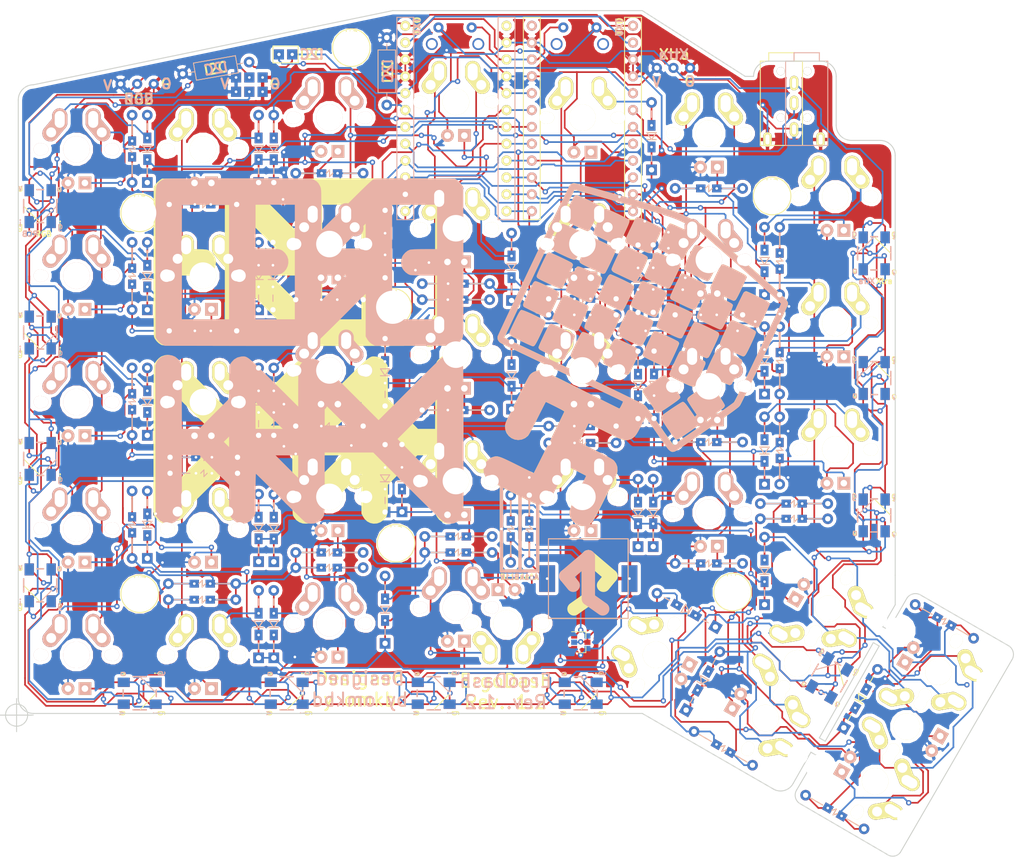
<source format=kicad_pcb>
(kicad_pcb (version 20171130) (host pcbnew "(5.0.0)")
  (title_block (title "ErgoDash Rev2") (date 2018-06-07) (rev 2.0) (company Omkbd))
  (layers (0 F.Cu signal) (31 B.Cu signal) (34 B.Paste user hide) (35 F.Paste user) (36 B.SilkS user hide) (37 F.SilkS user hide) (38 B.Mask user) (39 F.Mask user) (44 Edge.Cuts user))
  (net 0 "")
  (net 1 /row0)
  (net 2 "Net-(D1-Pad2)")
  (net 3 /row1)
  (net 4 "Net-(D2-Pad2)")
  (net 5 /row2)
  (net 6 "Net-(D3-Pad2)")
  (net 7 /row3)
  (net 8 "Net-(D4-Pad2)")
  (net 9 "Net-(D5-Pad2)")
  (net 10 "Net-(D6-Pad2)")
  (net 11 "Net-(D7-Pad2)")
  (net 12 "Net-(D8-Pad2)")
  (net 13 "Net-(D9-Pad2)")
  (net 14 "Net-(D10-Pad2)")
  (net 15 "Net-(D11-Pad2)")
  (net 16 "Net-(D12-Pad2)")
  (net 17 "Net-(D13-Pad2)")
  (net 18 "Net-(D14-Pad2)")
  (net 19 "Net-(D15-Pad2)")
  (net 20 "Net-(D16-Pad2)")
  (net 21 "Net-(D17-Pad2)")
  (net 22 "Net-(D18-Pad2)")
  (net 23 "Net-(D19-Pad2)")
  (net 24 "Net-(D20-Pad2)")
  (net 25 "Net-(D21-Pad2)")
  (net 26 "Net-(D22-Pad2)")
  (net 27 "Net-(D23-Pad2)")
  (net 28 "Net-(D24-Pad2)")
  (net 29 "Net-(D25-Pad2)")
  (net 30 "Net-(D26-Pad2)")
  (net 31 "Net-(D27-Pad2)")
  (net 32 "Net-(D28-Pad2)")
  (net 33 /xtradata)
  (net 34 GND)
  (net 35 /sda/uart)
  (net 36 VCC)
  (net 37 /scl)
  (net 38 /col0)
  (net 39 /col1)
  (net 40 /col2)
  (net 41 /col3)
  (net 42 /col4)
  (net 43 /col5)
  (net 44 /col6)
  (net 45 /rst)
  (net 46 "Net-(D29-Pad2)")
  (net 47 /row4)
  (net 48 "Net-(D30-Pad2)")
  (net 49 "Net-(D31-Pad2)")
  (net 50 "Net-(D32-Pad2)")
  (net 51 "Net-(D33-Pad2)")
  (net 52 "Net-(D34-Pad2)")
  (net 53 /RBG)
  (net 54 /RX)
  (net 55 "Net-(LED10-Pad4)")
  (net 56 "Net-(LED10-Pad2)")
  (net 57 "Net-(J4-Pad2)")
  (net 58 "Net-(J5-Pad2)")
  (net 59 "Net-(LED1-Pad4)")
  (net 60 "Net-(LED2-Pad4)")
  (net 61 "Net-(LED3-Pad4)")
  (net 62 "Net-(LED4-Pad4)")
  (net 63 "Net-(LED5-Pad4)")
  (net 64 "Net-(LED6-Pad4)")
  (net 65 "Net-(LED7-Pad4)")
  (net 66 "Net-(LED8-Pad4)")
  (net 67 "Net-(LED11-Pad4)")
  (net 68 "Net-(D35-Pad1)")
  (net 69 "Net-(D36-Pad1)")
  (net 70 "Net-(D37-Pad1)")
  (net 71 "Net-(D38-Pad1)")
  (net 72 "Net-(D39-Pad1)")
  (net 73 "Net-(D40-Pad1)")
  (net 74 "Net-(D41-Pad1)")
  (net 75 "Net-(D42-Pad1)")
  (net 76 "Net-(D43-Pad1)")
  (net 77 "Net-(D44-Pad1)")
  (net 78 "Net-(D45-Pad1)")
  (net 79 "Net-(D46-Pad1)")
  (net 80 "Net-(D47-Pad1)")
  (net 81 "Net-(D48-Pad1)")
  (net 82 "Net-(D49-Pad1)")
  (net 83 "Net-(D50-Pad1)")
  (net 84 "Net-(D51-Pad1)")
  (net 85 "Net-(D52-Pad1)")
  (net 86 "Net-(D53-Pad1)")
  (net 87 "Net-(D54-Pad1)")
  (net 88 "Net-(D55-Pad1)")
  (net 89 "Net-(D56-Pad1)")
  (net 90 "Net-(D57-Pad1)")
  (net 91 "Net-(D58-Pad1)")
  (net 92 "Net-(D59-Pad1)")
  (net 93 "Net-(D60-Pad1)")
  (net 94 "Net-(D61-Pad1)")
  (net 95 "Net-(D62-Pad1)")
  (net 96 "Net-(D63-Pad1)")
  (net 97 "Net-(D64-Pad1)")
  (net 98 "Net-(D65-Pad1)")
  (net 99 "Net-(D66-Pad1)")
  (net 100 "Net-(Q1-Pad1)")
  (net 101 "Net-(Q1-Pad3)")
  (net 102 /Backlight)
  (net 103 /Audio)
  (net 104 "Net-(D68-Pad2)")
  (net 105 "Net-(D69-Pad1)")
  (net 106 "Net-(D70-Pad1)")
  (net 107 "Net-(D71-Pad1)")
  (net 108 "Net-(D72-Pad1)")
  (net 109 "Net-(M1-Pad2)")
  (module library:logo8 (layer B.Cu) (at 146.558 88.519 180)
    (fp_text reference G*** hide)
    (fp_text value LOGO hide)
  )
  (module library:logo9 (layer F.Cu) (at 146.177 88.519)
    (fp_text reference G*** hide)
    (fp_text value LOGO hide)
  )
  (module library:Resistors_SMD_THT (layer F.Cu) (at 155.194 110.109 270)
    (fp_text reference R40 hide)
    (fp_text value 1k)
    (pad 2 thru_hole rect (at 6.3 0 270) (size 1.4 1.2) (drill 0.4) (layers *.Cu *.Mask) (net 109 "Net-(M1-Pad2)"))
    (pad 1 thru_hole circle (at 0 0 270) (size 1.6 1.6) (drill 0.8) (layers *.Cu *.Mask) (net 103 /Audio))
    (pad 2 thru_hole oval (at 10.16 0 270) (size 1.6 1.6) (drill 0.8) (layers *.Cu *.Mask) (net 109 "Net-(M1-Pad2)"))
    (pad 1 thru_hole rect (at 3.9 0 270) (size 1.4 1.2) (drill 0.4) (layers *.Cu *.Mask) (net 103 /Audio))
  )
  (module library:Resistors_SMD_THT (layer F.Cu) (at 192.913 108.458 90)
    (fp_text reference R25 hide)
    (fp_text value R)
    (pad 2 thru_hole rect (at 6.3 0 90) (size 1.4 1.2) (drill 0.4) (layers *.Cu *.Mask) (net 101 "Net-(Q1-Pad3)"))
    (pad 1 thru_hole circle (at 0 0 90) (size 1.6 1.6) (drill 0.8) (layers *.Cu *.Mask) (net 88 "Net-(D55-Pad1)"))
    (pad 2 thru_hole oval (at 10.16 0 90) (size 1.6 1.6) (drill 0.8) (layers *.Cu *.Mask) (net 101 "Net-(Q1-Pad3)"))
    (pad 1 thru_hole rect (at 3.9 0 90) (size 1.4 1.2) (drill 0.4) (layers *.Cu *.Mask) (net 88 "Net-(D55-Pad1)"))
  )
  (module library:Resistors_SMD_THT (layer F.Cu) (at 222.11796 131.674 150)
    (fp_text reference R37 hide)
    (fp_text value R)
    (pad 2 thru_hole rect (at 6.3 0 150) (size 1.4 1.2) (drill 0.4) (layers *.Cu *.Mask) (net 101 "Net-(Q1-Pad3)"))
    (pad 1 thru_hole circle (at 0 0 150) (size 1.6 1.6) (drill 0.8) (layers *.Cu *.Mask) (net 106 "Net-(D70-Pad1)"))
    (pad 2 thru_hole oval (at 10.16 0 150) (size 1.6 1.6) (drill 0.8) (layers *.Cu *.Mask) (net 101 "Net-(Q1-Pad3)"))
    (pad 1 thru_hole rect (at 3.9 0 150) (size 1.4 1.2) (drill 0.4) (layers *.Cu *.Mask) (net 106 "Net-(D70-Pad1)"))
  )
  (module library:Resistors_SMD_THT (layer F.Cu) (at 152.4 110.088 270)
    (fp_text reference R13 hide)
    (fp_text value 1k)
    (pad 2 thru_hole rect (at 6.3 0 270) (size 1.4 1.2) (drill 0.4) (layers *.Cu *.Mask) (net 100 "Net-(Q1-Pad1)"))
    (pad 1 thru_hole circle (at 0 0 270) (size 1.6 1.6) (drill 0.8) (layers *.Cu *.Mask) (net 102 /Backlight))
    (pad 2 thru_hole oval (at 10.16 0 270) (size 1.6 1.6) (drill 0.8) (layers *.Cu *.Mask) (net 100 "Net-(Q1-Pad1)"))
    (pad 1 thru_hole rect (at 3.9 0 270) (size 1.4 1.2) (drill 0.4) (layers *.Cu *.Mask) (net 102 /Backlight))
  )
  (module library:Resistors_SMD_THT (layer F.Cu) (at 95.377 52.832 270)
    (fp_text reference R3 hide)
    (fp_text value R)
    (pad 2 thru_hole rect (at 6.3 0 270) (size 1.4 1.2) (drill 0.4) (layers *.Cu *.Mask) (net 101 "Net-(Q1-Pad3)"))
    (pad 1 thru_hole circle (at 0 0 270) (size 1.6 1.6) (drill 0.8) (layers *.Cu *.Mask) (net 68 "Net-(D35-Pad1)"))
    (pad 2 thru_hole oval (at 10.16 0 270) (size 1.6 1.6) (drill 0.8) (layers *.Cu *.Mask) (net 101 "Net-(Q1-Pad3)"))
    (pad 1 thru_hole rect (at 3.9 0 270) (size 1.4 1.2) (drill 0.4) (layers *.Cu *.Mask) (net 68 "Net-(D35-Pad1)"))
  )
  (module library:Resistors_SMD_THT (layer F.Cu) (at 111.125 66.294 180)
    (fp_text reference R4 hide)
    (fp_text value R)
    (pad 2 thru_hole rect (at 6.3 0 180) (size 1.4 1.2) (drill 0.4) (layers *.Cu *.Mask) (net 101 "Net-(Q1-Pad3)"))
    (pad 1 thru_hole circle (at 0 0 180) (size 1.6 1.6) (drill 0.8) (layers *.Cu *.Mask) (net 69 "Net-(D36-Pad1)"))
    (pad 2 thru_hole oval (at 10.16 0 180) (size 1.6 1.6) (drill 0.8) (layers *.Cu *.Mask) (net 101 "Net-(Q1-Pad3)"))
    (pad 1 thru_hole rect (at 3.9 0 180) (size 1.4 1.2) (drill 0.4) (layers *.Cu *.Mask) (net 69 "Net-(D36-Pad1)"))
  )
  (module library:Resistors_SMD_THT (layer F.Cu) (at 120.015 61.595)
    (fp_text reference R5 hide)
    (fp_text value R)
    (pad 2 thru_hole rect (at 6.3 0) (size 1.4 1.2) (drill 0.4) (layers *.Cu *.Mask) (net 101 "Net-(Q1-Pad3)"))
    (pad 1 thru_hole circle (at 0 0) (size 1.6 1.6) (drill 0.8) (layers *.Cu *.Mask) (net 70 "Net-(D37-Pad1)"))
    (pad 2 thru_hole oval (at 10.16 0) (size 1.6 1.6) (drill 0.8) (layers *.Cu *.Mask) (net 101 "Net-(Q1-Pad3)"))
    (pad 1 thru_hole rect (at 3.9 0) (size 1.4 1.2) (drill 0.4) (layers *.Cu *.Mask) (net 70 "Net-(D37-Pad1)"))
  )
  (module library:Resistors_SMD_THT (layer F.Cu) (at 139.065 78.232)
    (fp_text reference R6 hide)
    (fp_text value R)
    (pad 2 thru_hole rect (at 6.3 0) (size 1.4 1.2) (drill 0.4) (layers *.Cu *.Mask) (net 101 "Net-(Q1-Pad3)"))
    (pad 1 thru_hole circle (at 0 0) (size 1.6 1.6) (drill 0.8) (layers *.Cu *.Mask) (net 71 "Net-(D38-Pad1)"))
    (pad 2 thru_hole oval (at 10.16 0) (size 1.6 1.6) (drill 0.8) (layers *.Cu *.Mask) (net 101 "Net-(Q1-Pad3)"))
    (pad 1 thru_hole rect (at 3.9 0) (size 1.4 1.2) (drill 0.4) (layers *.Cu *.Mask) (net 71 "Net-(D38-Pad1)"))
  )
  (module library:Resistors_SMD_THT (layer F.Cu) (at 158.115 80.518)
    (fp_text reference R7 hide)
    (fp_text value R)
    (pad 2 thru_hole rect (at 6.3 0) (size 1.4 1.2) (drill 0.4) (layers *.Cu *.Mask) (net 101 "Net-(Q1-Pad3)"))
    (pad 1 thru_hole circle (at 0 0) (size 1.6 1.6) (drill 0.8) (layers *.Cu *.Mask) (net 72 "Net-(D39-Pad1)"))
    (pad 2 thru_hole oval (at 10.16 0) (size 1.6 1.6) (drill 0.8) (layers *.Cu *.Mask) (net 101 "Net-(Q1-Pad3)"))
    (pad 1 thru_hole rect (at 3.9 0) (size 1.4 1.2) (drill 0.4) (layers *.Cu *.Mask) (net 72 "Net-(D39-Pad1)"))
  )
  (module library:Resistors_SMD_THT (layer F.Cu) (at 187.325 63.881 180)
    (fp_text reference R8 hide)
    (fp_text value R)
    (pad 2 thru_hole rect (at 6.3 0 180) (size 1.4 1.2) (drill 0.4) (layers *.Cu *.Mask) (net 101 "Net-(Q1-Pad3)"))
    (pad 1 thru_hole circle (at 0 0 180) (size 1.6 1.6) (drill 0.8) (layers *.Cu *.Mask) (net 73 "Net-(D40-Pad1)"))
    (pad 2 thru_hole oval (at 10.16 0 180) (size 1.6 1.6) (drill 0.8) (layers *.Cu *.Mask) (net 101 "Net-(Q1-Pad3)"))
    (pad 1 thru_hole rect (at 3.9 0 180) (size 1.4 1.2) (drill 0.4) (layers *.Cu *.Mask) (net 73 "Net-(D40-Pad1)"))
  )
  (module library:Resistors_SMD_THT (layer F.Cu) (at 192.913 69.723 270)
    (fp_text reference R9 hide)
    (fp_text value R)
    (pad 2 thru_hole rect (at 6.3 0 270) (size 1.4 1.2) (drill 0.4) (layers *.Cu *.Mask) (net 101 "Net-(Q1-Pad3)"))
    (pad 1 thru_hole circle (at 0 0 270) (size 1.6 1.6) (drill 0.8) (layers *.Cu *.Mask) (net 74 "Net-(D41-Pad1)"))
    (pad 2 thru_hole oval (at 10.16 0 270) (size 1.6 1.6) (drill 0.8) (layers *.Cu *.Mask) (net 101 "Net-(Q1-Pad3)"))
    (pad 1 thru_hole rect (at 3.9 0 270) (size 1.4 1.2) (drill 0.4) (layers *.Cu *.Mask) (net 74 "Net-(D41-Pad1)"))
  )
  (module library:Resistors_SMD_THT (layer F.Cu) (at 95.377 72.009 270)
    (fp_text reference R10 hide)
    (fp_text value R)
    (pad 2 thru_hole rect (at 6.3 0 270) (size 1.4 1.2) (drill 0.4) (layers *.Cu *.Mask) (net 101 "Net-(Q1-Pad3)"))
    (pad 1 thru_hole circle (at 0 0 270) (size 1.6 1.6) (drill 0.8) (layers *.Cu *.Mask) (net 75 "Net-(D42-Pad1)"))
    (pad 2 thru_hole oval (at 10.16 0 270) (size 1.6 1.6) (drill 0.8) (layers *.Cu *.Mask) (net 101 "Net-(Q1-Pad3)"))
    (pad 1 thru_hole rect (at 3.9 0 270) (size 1.4 1.2) (drill 0.4) (layers *.Cu *.Mask) (net 75 "Net-(D42-Pad1)"))
  )
  (module library:Resistors_SMD_THT (layer F.Cu) (at 111.125 85.344 180)
    (fp_text reference R11 hide)
    (fp_text value R)
    (pad 2 thru_hole rect (at 6.3 0 180) (size 1.4 1.2) (drill 0.4) (layers *.Cu *.Mask) (net 101 "Net-(Q1-Pad3)"))
    (pad 1 thru_hole circle (at 0 0 180) (size 1.6 1.6) (drill 0.8) (layers *.Cu *.Mask) (net 76 "Net-(D43-Pad1)"))
    (pad 2 thru_hole oval (at 10.16 0 180) (size 1.6 1.6) (drill 0.8) (layers *.Cu *.Mask) (net 101 "Net-(Q1-Pad3)"))
    (pad 1 thru_hole rect (at 3.9 0 180) (size 1.4 1.2) (drill 0.4) (layers *.Cu *.Mask) (net 76 "Net-(D43-Pad1)"))
  )
  (module library:Resistors_SMD_THT (layer F.Cu) (at 130.175 80.645 180)
    (fp_text reference R12 hide)
    (fp_text value R)
    (pad 2 thru_hole rect (at 6.3 0 180) (size 1.4 1.2) (drill 0.4) (layers *.Cu *.Mask) (net 101 "Net-(Q1-Pad3)"))
    (pad 1 thru_hole circle (at 0 0 180) (size 1.6 1.6) (drill 0.8) (layers *.Cu *.Mask) (net 77 "Net-(D44-Pad1)"))
    (pad 2 thru_hole oval (at 10.16 0 180) (size 1.6 1.6) (drill 0.8) (layers *.Cu *.Mask) (net 101 "Net-(Q1-Pad3)"))
    (pad 1 thru_hole rect (at 3.9 0 180) (size 1.4 1.2) (drill 0.4) (layers *.Cu *.Mask) (net 77 "Net-(D44-Pad1)"))
  )
  (module library:Resistors_SMD_THT (layer F.Cu) (at 149.225 80.645 180)
    (fp_text reference R15 hide)
    (fp_text value R)
    (pad 2 thru_hole rect (at 6.3 0 180) (size 1.4 1.2) (drill 0.4) (layers *.Cu *.Mask) (net 101 "Net-(Q1-Pad3)"))
    (pad 1 thru_hole circle (at 0 0 180) (size 1.6 1.6) (drill 0.8) (layers *.Cu *.Mask) (net 78 "Net-(D45-Pad1)"))
    (pad 2 thru_hole oval (at 10.16 0 180) (size 1.6 1.6) (drill 0.8) (layers *.Cu *.Mask) (net 101 "Net-(Q1-Pad3)"))
    (pad 1 thru_hole rect (at 3.9 0 180) (size 1.4 1.2) (drill 0.4) (layers *.Cu *.Mask) (net 78 "Net-(D45-Pad1)"))
  )
  (module library:Resistors_SMD_THT (layer F.Cu) (at 168.275 82.931 180)
    (fp_text reference R16 hide)
    (fp_text value R)
    (pad 2 thru_hole rect (at 6.3 0 180) (size 1.4 1.2) (drill 0.4) (layers *.Cu *.Mask) (net 101 "Net-(Q1-Pad3)"))
    (pad 1 thru_hole circle (at 0 0 180) (size 1.6 1.6) (drill 0.8) (layers *.Cu *.Mask) (net 79 "Net-(D46-Pad1)"))
    (pad 2 thru_hole oval (at 10.16 0 180) (size 1.6 1.6) (drill 0.8) (layers *.Cu *.Mask) (net 101 "Net-(Q1-Pad3)"))
    (pad 1 thru_hole rect (at 3.9 0 180) (size 1.4 1.2) (drill 0.4) (layers *.Cu *.Mask) (net 79 "Net-(D46-Pad1)"))
  )
  (module library:Resistors_SMD_THT (layer F.Cu) (at 187.325 82.931 180)
    (fp_text reference R17 hide)
    (fp_text value R)
    (pad 2 thru_hole rect (at 6.3 0 180) (size 1.4 1.2) (drill 0.4) (layers *.Cu *.Mask) (net 101 "Net-(Q1-Pad3)"))
    (pad 1 thru_hole circle (at 0 0 180) (size 1.6 1.6) (drill 0.8) (layers *.Cu *.Mask) (net 80 "Net-(D47-Pad1)"))
    (pad 2 thru_hole oval (at 10.16 0 180) (size 1.6 1.6) (drill 0.8) (layers *.Cu *.Mask) (net 101 "Net-(Q1-Pad3)"))
    (pad 1 thru_hole rect (at 3.9 0 180) (size 1.4 1.2) (drill 0.4) (layers *.Cu *.Mask) (net 80 "Net-(D47-Pad1)"))
  )
  (module library:Resistors_SMD_THT (layer F.Cu) (at 192.913 84.709 270)
    (fp_text reference R18 hide)
    (fp_text value R)
    (pad 2 thru_hole rect (at 6.3 0 270) (size 1.4 1.2) (drill 0.4) (layers *.Cu *.Mask) (net 101 "Net-(Q1-Pad3)"))
    (pad 1 thru_hole circle (at 0 0 270) (size 1.6 1.6) (drill 0.8) (layers *.Cu *.Mask) (net 81 "Net-(D48-Pad1)"))
    (pad 2 thru_hole oval (at 10.16 0 270) (size 1.6 1.6) (drill 0.8) (layers *.Cu *.Mask) (net 101 "Net-(Q1-Pad3)"))
    (pad 1 thru_hole rect (at 3.9 0 270) (size 1.4 1.2) (drill 0.4) (layers *.Cu *.Mask) (net 81 "Net-(D48-Pad1)"))
  )
  (module library:Resistors_SMD_THT (layer F.Cu) (at 95.377 90.932 270)
    (fp_text reference R19 hide)
    (fp_text value R)
    (pad 2 thru_hole rect (at 6.3 0 270) (size 1.4 1.2) (drill 0.4) (layers *.Cu *.Mask) (net 101 "Net-(Q1-Pad3)"))
    (pad 1 thru_hole circle (at 0 0 270) (size 1.6 1.6) (drill 0.8) (layers *.Cu *.Mask) (net 82 "Net-(D49-Pad1)"))
    (pad 2 thru_hole oval (at 10.16 0 270) (size 1.6 1.6) (drill 0.8) (layers *.Cu *.Mask) (net 101 "Net-(Q1-Pad3)"))
    (pad 1 thru_hole rect (at 3.9 0 270) (size 1.4 1.2) (drill 0.4) (layers *.Cu *.Mask) (net 82 "Net-(D49-Pad1)"))
  )
  (module library:Resistors_SMD_THT (layer F.Cu) (at 101.092 104.394)
    (fp_text reference R20 hide)
    (fp_text value R)
    (pad 2 thru_hole rect (at 6.3 0) (size 1.4 1.2) (drill 0.4) (layers *.Cu *.Mask) (net 101 "Net-(Q1-Pad3)"))
    (pad 1 thru_hole circle (at 0 0) (size 1.6 1.6) (drill 0.8) (layers *.Cu *.Mask) (net 83 "Net-(D50-Pad1)"))
    (pad 2 thru_hole oval (at 10.16 0) (size 1.6 1.6) (drill 0.8) (layers *.Cu *.Mask) (net 101 "Net-(Q1-Pad3)"))
    (pad 1 thru_hole rect (at 3.9 0) (size 1.4 1.2) (drill 0.4) (layers *.Cu *.Mask) (net 83 "Net-(D50-Pad1)"))
  )
  (module library:Resistors_SMD_THT (layer F.Cu) (at 130.175 99.695 180)
    (fp_text reference R21 hide)
    (fp_text value R)
    (pad 2 thru_hole rect (at 6.3 0 180) (size 1.4 1.2) (drill 0.4) (layers *.Cu *.Mask) (net 101 "Net-(Q1-Pad3)"))
    (pad 1 thru_hole circle (at 0 0 180) (size 1.6 1.6) (drill 0.8) (layers *.Cu *.Mask) (net 84 "Net-(D51-Pad1)"))
    (pad 2 thru_hole oval (at 10.16 0 180) (size 1.6 1.6) (drill 0.8) (layers *.Cu *.Mask) (net 101 "Net-(Q1-Pad3)"))
    (pad 1 thru_hole rect (at 3.9 0 180) (size 1.4 1.2) (drill 0.4) (layers *.Cu *.Mask) (net 84 "Net-(D51-Pad1)"))
  )
  (module library:Resistors_SMD_THT (layer F.Cu) (at 149.225 97.282 180)
    (fp_text reference R22 hide)
    (fp_text value R)
    (pad 2 thru_hole rect (at 6.3 0 180) (size 1.4 1.2) (drill 0.4) (layers *.Cu *.Mask) (net 101 "Net-(Q1-Pad3)"))
    (pad 1 thru_hole circle (at 0 0 180) (size 1.6 1.6) (drill 0.8) (layers *.Cu *.Mask) (net 85 "Net-(D52-Pad1)"))
    (pad 2 thru_hole oval (at 10.16 0 180) (size 1.6 1.6) (drill 0.8) (layers *.Cu *.Mask) (net 101 "Net-(Q1-Pad3)"))
    (pad 1 thru_hole rect (at 3.9 0 180) (size 1.4 1.2) (drill 0.4) (layers *.Cu *.Mask) (net 85 "Net-(D52-Pad1)"))
  )
  (module library:Resistors_SMD_THT (layer F.Cu) (at 168.275 99.695 180)
    (fp_text reference R23 hide)
    (fp_text value R)
    (pad 2 thru_hole rect (at 6.3 0 180) (size 1.4 1.2) (drill 0.4) (layers *.Cu *.Mask) (net 101 "Net-(Q1-Pad3)"))
    (pad 1 thru_hole circle (at 0 0 180) (size 1.6 1.6) (drill 0.8) (layers *.Cu *.Mask) (net 86 "Net-(D53-Pad1)"))
    (pad 2 thru_hole oval (at 10.16 0 180) (size 1.6 1.6) (drill 0.8) (layers *.Cu *.Mask) (net 101 "Net-(Q1-Pad3)"))
    (pad 1 thru_hole rect (at 3.9 0 180) (size 1.4 1.2) (drill 0.4) (layers *.Cu *.Mask) (net 86 "Net-(D53-Pad1)"))
  )
  (module library:Resistors_SMD_THT (layer F.Cu) (at 187.325 102.108 180)
    (fp_text reference R24 hide)
    (fp_text value R)
    (pad 2 thru_hole rect (at 6.3 0 180) (size 1.4 1.2) (drill 0.4) (layers *.Cu *.Mask) (net 101 "Net-(Q1-Pad3)"))
    (pad 1 thru_hole circle (at 0 0 180) (size 1.6 1.6) (drill 0.8) (layers *.Cu *.Mask) (net 87 "Net-(D54-Pad1)"))
    (pad 2 thru_hole oval (at 10.16 0 180) (size 1.6 1.6) (drill 0.8) (layers *.Cu *.Mask) (net 101 "Net-(Q1-Pad3)"))
    (pad 1 thru_hole rect (at 3.9 0 180) (size 1.4 1.2) (drill 0.4) (layers *.Cu *.Mask) (net 87 "Net-(D54-Pad1)"))
  )
  (module library:Resistors_SMD_THT (layer F.Cu) (at 101.092 106.807)
    (fp_text reference R26 hide)
    (fp_text value R)
    (pad 2 thru_hole rect (at 6.3 0) (size 1.4 1.2) (drill 0.4) (layers *.Cu *.Mask) (net 101 "Net-(Q1-Pad3)"))
    (pad 1 thru_hole circle (at 0 0) (size 1.6 1.6) (drill 0.8) (layers *.Cu *.Mask) (net 89 "Net-(D56-Pad1)"))
    (pad 2 thru_hole oval (at 10.16 0) (size 1.6 1.6) (drill 0.8) (layers *.Cu *.Mask) (net 101 "Net-(Q1-Pad3)"))
    (pad 1 thru_hole rect (at 3.9 0) (size 1.4 1.2) (drill 0.4) (layers *.Cu *.Mask) (net 89 "Net-(D56-Pad1)"))
  )
  (module library:Resistors_SMD_THT (layer F.Cu) (at 95.377 109.474 270)
    (fp_text reference R27 hide)
    (fp_text value R)
    (pad 2 thru_hole rect (at 6.3 0 270) (size 1.4 1.2) (drill 0.4) (layers *.Cu *.Mask) (net 101 "Net-(Q1-Pad3)"))
    (pad 1 thru_hole circle (at 0 0 270) (size 1.6 1.6) (drill 0.8) (layers *.Cu *.Mask) (net 90 "Net-(D57-Pad1)"))
    (pad 2 thru_hole oval (at 10.16 0 270) (size 1.6 1.6) (drill 0.8) (layers *.Cu *.Mask) (net 101 "Net-(Q1-Pad3)"))
    (pad 1 thru_hole rect (at 3.9 0 270) (size 1.4 1.2) (drill 0.4) (layers *.Cu *.Mask) (net 90 "Net-(D57-Pad1)"))
  )
  (module library:Resistors_SMD_THT (layer F.Cu) (at 130.175 118.745 180)
    (fp_text reference R28 hide)
    (fp_text value R)
    (pad 2 thru_hole rect (at 6.3 0 180) (size 1.4 1.2) (drill 0.4) (layers *.Cu *.Mask) (net 101 "Net-(Q1-Pad3)"))
    (pad 1 thru_hole circle (at 0 0 180) (size 1.6 1.6) (drill 0.8) (layers *.Cu *.Mask) (net 91 "Net-(D58-Pad1)"))
    (pad 2 thru_hole oval (at 10.16 0 180) (size 1.6 1.6) (drill 0.8) (layers *.Cu *.Mask) (net 101 "Net-(Q1-Pad3)"))
    (pad 1 thru_hole rect (at 3.9 0 180) (size 1.4 1.2) (drill 0.4) (layers *.Cu *.Mask) (net 91 "Net-(D58-Pad1)"))
  )
  (module library:Resistors_SMD_THT (layer F.Cu) (at 149.606 116.332 180)
    (fp_text reference R29 hide)
    (fp_text value R)
    (pad 2 thru_hole rect (at 6.3 0 180) (size 1.4 1.2) (drill 0.4) (layers *.Cu *.Mask) (net 101 "Net-(Q1-Pad3)"))
    (pad 1 thru_hole circle (at 0 0 180) (size 1.6 1.6) (drill 0.8) (layers *.Cu *.Mask) (net 92 "Net-(D59-Pad1)"))
    (pad 2 thru_hole oval (at 10.16 0 180) (size 1.6 1.6) (drill 0.8) (layers *.Cu *.Mask) (net 101 "Net-(Q1-Pad3)"))
    (pad 1 thru_hole rect (at 3.9 0 180) (size 1.4 1.2) (drill 0.4) (layers *.Cu *.Mask) (net 92 "Net-(D59-Pad1)"))
  )
  (module library:Resistors_SMD_THT (layer F.Cu) (at 158.115 102.235)
    (fp_text reference R30 hide)
    (fp_text value R)
    (pad 2 thru_hole rect (at 6.3 0) (size 1.4 1.2) (drill 0.4) (layers *.Cu *.Mask) (net 101 "Net-(Q1-Pad3)"))
    (pad 1 thru_hole circle (at 0 0) (size 1.6 1.6) (drill 0.8) (layers *.Cu *.Mask) (net 93 "Net-(D60-Pad1)"))
    (pad 2 thru_hole oval (at 10.16 0) (size 1.6 1.6) (drill 0.8) (layers *.Cu *.Mask) (net 101 "Net-(Q1-Pad3)"))
    (pad 1 thru_hole rect (at 3.9 0) (size 1.4 1.2) (drill 0.4) (layers *.Cu *.Mask) (net 93 "Net-(D60-Pad1)"))
  )
  (module library:Resistors_SMD_THT (layer F.Cu) (at 187.325 120.396 180)
    (fp_text reference R31 hide)
    (fp_text value R)
    (pad 2 thru_hole rect (at 6.3 0 180) (size 1.4 1.2) (drill 0.4) (layers *.Cu *.Mask) (net 101 "Net-(Q1-Pad3)"))
    (pad 1 thru_hole circle (at 0 0 180) (size 1.6 1.6) (drill 0.8) (layers *.Cu *.Mask) (net 94 "Net-(D61-Pad1)"))
    (pad 2 thru_hole oval (at 10.16 0 180) (size 1.6 1.6) (drill 0.8) (layers *.Cu *.Mask) (net 101 "Net-(Q1-Pad3)"))
    (pad 1 thru_hole rect (at 3.9 0 180) (size 1.4 1.2) (drill 0.4) (layers *.Cu *.Mask) (net 94 "Net-(D61-Pad1)"))
  )
  (module library:Resistors_SMD_THT (layer F.Cu) (at 180.019212 145.722 330)
    (fp_text reference R32 hide)
    (fp_text value R)
    (pad 2 thru_hole rect (at 6.3 0 330) (size 1.4 1.2) (drill 0.4) (layers *.Cu *.Mask) (net 101 "Net-(Q1-Pad3)"))
    (pad 1 thru_hole circle (at 0 0 330) (size 1.6 1.6) (drill 0.8) (layers *.Cu *.Mask) (net 95 "Net-(D62-Pad1)"))
    (pad 2 thru_hole oval (at 10.16 0 330) (size 1.6 1.6) (drill 0.8) (layers *.Cu *.Mask) (net 101 "Net-(Q1-Pad3)"))
    (pad 1 thru_hole rect (at 3.9 0 330) (size 1.4 1.2) (drill 0.4) (layers *.Cu *.Mask) (net 95 "Net-(D62-Pad1)"))
  )
  (module library:Resistors_SMD_THT (layer F.Cu) (at 100.838 123.444)
    (fp_text reference R33 hide)
    (fp_text value R)
    (pad 2 thru_hole rect (at 6.3 0) (size 1.4 1.2) (drill 0.4) (layers *.Cu *.Mask) (net 101 "Net-(Q1-Pad3)"))
    (pad 1 thru_hole circle (at 0 0) (size 1.6 1.6) (drill 0.8) (layers *.Cu *.Mask) (net 96 "Net-(D63-Pad1)"))
    (pad 2 thru_hole oval (at 10.16 0) (size 1.6 1.6) (drill 0.8) (layers *.Cu *.Mask) (net 101 "Net-(Q1-Pad3)"))
    (pad 1 thru_hole rect (at 3.9 0) (size 1.4 1.2) (drill 0.4) (layers *.Cu *.Mask) (net 96 "Net-(D63-Pad1)"))
  )
  (module library:Resistors_SMD_THT (layer F.Cu) (at 100.838 125.857)
    (fp_text reference R34 hide)
    (fp_text value R)
    (pad 2 thru_hole rect (at 6.3 0) (size 1.4 1.2) (drill 0.4) (layers *.Cu *.Mask) (net 101 "Net-(Q1-Pad3)"))
    (pad 1 thru_hole circle (at 0 0) (size 1.6 1.6) (drill 0.8) (layers *.Cu *.Mask) (net 97 "Net-(D64-Pad1)"))
    (pad 2 thru_hole oval (at 10.16 0) (size 1.6 1.6) (drill 0.8) (layers *.Cu *.Mask) (net 101 "Net-(Q1-Pad3)"))
    (pad 1 thru_hole rect (at 3.9 0) (size 1.4 1.2) (drill 0.4) (layers *.Cu *.Mask) (net 97 "Net-(D64-Pad1)"))
  )
  (module library:Resistors_SMD_THT (layer F.Cu) (at 130.175 121.031 180)
    (fp_text reference R35 hide)
    (fp_text value R)
    (pad 2 thru_hole rect (at 6.3 0 180) (size 1.4 1.2) (drill 0.4) (layers *.Cu *.Mask) (net 101 "Net-(Q1-Pad3)"))
    (pad 1 thru_hole circle (at 0 0 180) (size 1.6 1.6) (drill 0.8) (layers *.Cu *.Mask) (net 98 "Net-(D65-Pad1)"))
    (pad 2 thru_hole oval (at 10.16 0 180) (size 1.6 1.6) (drill 0.8) (layers *.Cu *.Mask) (net 101 "Net-(Q1-Pad3)"))
    (pad 1 thru_hole rect (at 3.9 0 180) (size 1.4 1.2) (drill 0.4) (layers *.Cu *.Mask) (net 98 "Net-(D65-Pad1)"))
  )
  (module library:Resistors_SMD_THT (layer F.Cu) (at 149.606 118.745 180)
    (fp_text reference R36 hide)
    (fp_text value R)
    (pad 2 thru_hole rect (at 6.3 0 180) (size 1.4 1.2) (drill 0.4) (layers *.Cu *.Mask) (net 101 "Net-(Q1-Pad3)"))
    (pad 1 thru_hole circle (at 0 0 180) (size 1.6 1.6) (drill 0.8) (layers *.Cu *.Mask) (net 99 "Net-(D66-Pad1)"))
    (pad 2 thru_hole oval (at 10.16 0 180) (size 1.6 1.6) (drill 0.8) (layers *.Cu *.Mask) (net 101 "Net-(Q1-Pad3)"))
    (pad 1 thru_hole rect (at 3.9 0 180) (size 1.4 1.2) (drill 0.4) (layers *.Cu *.Mask) (net 99 "Net-(D66-Pad1)"))
  )
  (module library:Resistors_SMD_THT (layer F.Cu) (at 189.992 111.379)
    (fp_text reference R14 hide)
    (fp_text value R)
    (pad 2 thru_hole rect (at 6.3 0) (size 1.4 1.2) (drill 0.4) (layers *.Cu *.Mask) (net 101 "Net-(Q1-Pad3)"))
    (pad 1 thru_hole circle (at 0 0) (size 1.6 1.6) (drill 0.8) (layers *.Cu *.Mask) (net 105 "Net-(D69-Pad1)"))
    (pad 2 thru_hole oval (at 10.16 0) (size 1.6 1.6) (drill 0.8) (layers *.Cu *.Mask) (net 101 "Net-(Q1-Pad3)"))
    (pad 1 thru_hole rect (at 3.9 0) (size 1.4 1.2) (drill 0.4) (layers *.Cu *.Mask) (net 105 "Net-(D69-Pad1)"))
  )
  (module library:Resistors_SMD_THT (layer F.Cu) (at 189.992 113.665)
    (fp_text reference R38 hide)
    (fp_text value R)
    (pad 2 thru_hole rect (at 6.3 0) (size 1.4 1.2) (drill 0.4) (layers *.Cu *.Mask) (net 101 "Net-(Q1-Pad3)"))
    (pad 1 thru_hole circle (at 0 0) (size 1.6 1.6) (drill 0.8) (layers *.Cu *.Mask) (net 107 "Net-(D71-Pad1)"))
    (pad 2 thru_hole oval (at 10.16 0) (size 1.6 1.6) (drill 0.8) (layers *.Cu *.Mask) (net 101 "Net-(Q1-Pad3)"))
    (pad 1 thru_hole rect (at 3.9 0) (size 1.4 1.2) (drill 0.4) (layers *.Cu *.Mask) (net 107 "Net-(D71-Pad1)"))
  )
  (module library:Resistors_SMD_THT (layer F.Cu) (at 205.613 160.401 150)
    (fp_text reference R39 hide)
    (fp_text value R)
    (pad 2 thru_hole rect (at 6.3 0 150) (size 1.4 1.2) (drill 0.4) (layers *.Cu *.Mask) (net 101 "Net-(Q1-Pad3)"))
    (pad 1 thru_hole circle (at 0 0 150) (size 1.6 1.6) (drill 0.8) (layers *.Cu *.Mask) (net 108 "Net-(D72-Pad1)"))
    (pad 2 thru_hole oval (at 10.16 0 150) (size 1.6 1.6) (drill 0.8) (layers *.Cu *.Mask) (net 101 "Net-(Q1-Pad3)"))
    (pad 1 thru_hole rect (at 3.9 0 150) (size 1.4 1.2) (drill 0.4) (layers *.Cu *.Mask) (net 108 "Net-(D72-Pad1)"))
  )
  (module library:trrs_jack2 (layer F.Cu) (at 195.072 44.704 270)
    (fp_text reference J1 hide)
    (fp_text value 5PIN)
    (pad "" np_thru_hole circle (at 8.5 -2 270) (size 1.21 1.21) (drill 1.2) (layers *.Cu *.Mask F.SilkS))
    (pad "" np_thru_hole circle (at 8.5 2 270) (size 1.21 1.21) (drill 1.2) (layers *.Cu *.Mask F.SilkS))
    (pad 2 thru_hole oval (at 3.3 0 270) (size 2.2 1.3) (drill oval 1.5 0.6) (layers *.Cu *.Mask F.SilkS) (net 33 /xtradata))
    (pad 5 thru_hole oval (at 11.8 -4 270) (size 2.2 1.3) (drill oval 1.5 0.6) (layers *.Cu *.Mask F.SilkS) (net 34 GND))
    (pad 1 thru_hole oval (at 10.3 0 270) (size 2.2 1.3) (drill oval 1.5 0.6) (layers *.Cu *.Mask F.SilkS) (net 36 VCC))
    (pad 4 thru_hole oval (at 11.8 4 270) (size 2.2 1.3) (drill oval 1.5 0.6) (layers *.Cu *.Mask F.SilkS) (net 34 GND))
    (pad 3 thru_hole oval (at 6.3 0 270) (size 2.2 1.3) (drill oval 1.5 0.6) (layers *.Cu *.Mask F.SilkS) (net 35 /sda/uart))
    (pad "" np_thru_hole circle (at 1.5 2 270) (size 1.21 1.21) (drill 1.2) (layers *.Cu *.Mask F.SilkS))
    (pad "" np_thru_hole circle (at 1.5 -2 270) (size 1.21 1.21) (drill 1.2) (layers *.Cu *.Mask F.SilkS))
  )
  (module library:MX_ALPS (layer F.Cu) (at 106.045 115.1255)
    (fp_text reference SW8 hide)
    (fp_text value SW_PUSH hide)
    (pad "" np_thru_hole circle (at 0 0 90) (size 4 4) (drill 4) (layers *.Cu *.Mask F.SilkS))
    (pad "" np_thru_hole circle (at -5.5 0 90) (size 1.9 1.9) (drill 1.9) (layers *.Cu *.Mask F.SilkS))
    (pad "" np_thru_hole circle (at 5.5 0 90) (size 1.9 1.9) (drill 1.9) (layers *.Cu *.Mask F.SilkS))
    (pad 1 thru_hole oval (at -3.81 -2.54 50) (size 4.2 2.4) (drill 1.5 (offset 0.7 0)) (layers *.Cu *.Mask F.SilkS) (net 39 /col1))
    (pad 2 thru_hole oval (at 3.81 -2.54 310) (size 4.2 2.4) (drill 1.5 (offset -0.7 0)) (layers *.Cu *.Mask F.SilkS) (net 12 "Net-(D8-Pad2)"))
    (pad 2 thru_hole oval (at 2.52 -4.5) (size 2.3 3.337) (drill oval 1.513 2.55) (layers *.Cu *.Mask F.SilkS) (net 12 "Net-(D8-Pad2)"))
    (pad 1 thru_hole oval (at -2.52 -4.5) (size 2.3 3.337) (drill oval 1.513 2.55) (layers *.Cu *.Mask F.SilkS) (net 39 /col1))
    (pad "" np_thru_hole circle (at 5.08 0) (size 1.7 1.7) (drill 1.7) (layers *.Cu *.Mask F.SilkS))
    (pad "" np_thru_hole circle (at -5.08 0) (size 1.7 1.7) (drill 1.7) (layers *.Cu *.Mask F.SilkS))
  )
  (module library:2U-Stabilizer (layer F.Cu) (at 212.0505 144.9763 240)
    (fp_text reference "")
    (fp_text value "")
    (pad "" np_thru_hole circle (at 11.938 8.255 240) (size 3.9878 3.9878) (drill 3.9878) (layers *.Cu *.Mask))
    (pad "" np_thru_hole circle (at -11.938 8.255 240) (size 3.9878 3.9878) (drill 3.9878) (layers *.Cu *.Mask))
    (pad "" np_thru_hole circle (at 11.938 -6.984999 240) (size 3.048 3.048) (drill 3.048) (layers *.Cu *.Mask))
    (pad "" np_thru_hole circle (at -11.938 -6.985 240) (size 3.048 3.048) (drill 3.048) (layers *.Cu *.Mask))
  )
  (module library:2U-Stabilizer (layer F.Cu) (at 195.5525 135.45125 240)
    (fp_text reference "")
    (fp_text value "")
    (pad "" np_thru_hole circle (at 11.938 8.255 240) (size 3.9878 3.9878) (drill 3.9878) (layers *.Cu *.Mask))
    (pad "" np_thru_hole circle (at -11.938 8.255 240) (size 3.9878 3.9878) (drill 3.9878) (layers *.Cu *.Mask))
    (pad "" np_thru_hole circle (at 11.938 -6.984999 240) (size 3.048 3.048) (drill 3.048) (layers *.Cu *.Mask))
    (pad "" np_thru_hole circle (at -11.938 -6.985 240) (size 3.048 3.048) (drill 3.048) (layers *.Cu *.Mask))
  )
  (module library:R_Axial_DIN0207_L6.3mm_D2.5mm_P10.16mm_Horizontal (layer F.Cu) (at 133.731 41.148 270)
    (fp_text reference R2 hide)
    (fp_text value R)
    (pad 2 thru_hole oval (at 10.16 0 270) (size 1.6 1.6) (drill 0.8) (layers *.Cu *.Mask) (net 35 /sda/uart))
    (pad 1 thru_hole circle (at 0 0 270) (size 1.6 1.6) (drill 0.8) (layers *.Cu *.Mask) (net 36 VCC))
  )
  (module library:R_Axial_DIN0207_L6.3mm_D2.5mm_P10.16mm_Horizontal (layer F.Cu) (at 102.997 46.609 10)
    (fp_text reference R1 hide)
    (fp_text value R)
    (pad 2 thru_hole oval (at 10.16 0.000001 10) (size 1.6 1.6) (drill 0.8) (layers *.Cu *.Mask) (net 37 /scl))
    (pad 1 thru_hole circle (at 0 0 10) (size 1.6 1.6) (drill 0.8) (layers *.Cu *.Mask) (net 36 VCC))
  )
  (module library:MX_ALPS (layer F.Cu) (at 174.292 134.17525 60)
    (fp_text reference SW34 hide)
    (fp_text value SW_PUSH hide)
    (pad "" np_thru_hole circle (at 0 0 150) (size 4 4) (drill 4) (layers *.Cu *.Mask F.SilkS))
    (pad "" np_thru_hole circle (at -5.5 0 150) (size 1.9 1.9) (drill 1.9) (layers *.Cu *.Mask F.SilkS))
    (pad "" np_thru_hole circle (at 5.5 0 150) (size 1.9 1.9) (drill 1.9) (layers *.Cu *.Mask F.SilkS))
    (pad 1 thru_hole oval (at -3.81 -2.54 110) (size 4.2 2.4) (drill 1.5 (offset 0.7 0)) (layers *.Cu *.Mask F.SilkS) (net 42 /col4))
    (pad 2 thru_hole oval (at 3.81 -2.540001 10) (size 4.2 2.4) (drill 1.5 (offset -0.7 0)) (layers *.Cu *.Mask F.SilkS) (net 51 "Net-(D33-Pad2)"))
    (pad 2 thru_hole oval (at 2.52 -4.5 60) (size 2.3 3.337) (drill oval 1.513 2.55) (layers *.Cu *.Mask F.SilkS) (net 51 "Net-(D33-Pad2)"))
    (pad 1 thru_hole oval (at -2.52 -4.5 60) (size 2.3 3.337) (drill oval 1.513 2.55) (layers *.Cu *.Mask F.SilkS) (net 42 /col4))
    (pad "" np_thru_hole circle (at 5.08 0 60) (size 1.7 1.7) (drill 1.7) (layers *.Cu *.Mask F.SilkS))
    (pad "" np_thru_hole circle (at -5.08 0 60) (size 1.7 1.7) (drill 1.7) (layers *.Cu *.Mask F.SilkS))
  )
  (module library:MX_ALPS (layer F.Cu) (at 151.765 129.413 180)
    (fp_text reference SW38 hide)
    (fp_text value SW_PUSH hide)
    (pad "" np_thru_hole circle (at 0 0 270) (size 4 4) (drill 4) (layers *.Cu *.Mask F.SilkS))
    (pad "" np_thru_hole circle (at -5.5 0 270) (size 1.9 1.9) (drill 1.9) (layers *.Cu *.Mask F.SilkS))
    (pad "" np_thru_hole circle (at 5.5 0 270) (size 1.9 1.9) (drill 1.9) (layers *.Cu *.Mask F.SilkS))
    (pad 1 thru_hole oval (at -3.81 -2.54 230) (size 4.2 2.4) (drill 1.5 (offset 0.7 0)) (layers *.Cu *.Mask F.SilkS) (net 41 /col3))
    (pad 2 thru_hole oval (at 3.81 -2.54 130) (size 4.2 2.4) (drill 1.5 (offset -0.7 0)) (layers *.Cu *.Mask F.SilkS) (net 50 "Net-(D32-Pad2)"))
    (pad 2 thru_hole oval (at 2.52 -4.5 180) (size 2.3 3.337) (drill oval 1.513 2.55) (layers *.Cu *.Mask F.SilkS) (net 50 "Net-(D32-Pad2)"))
    (pad 1 thru_hole oval (at -2.52 -4.5 180) (size 2.3 3.337) (drill oval 1.513 2.55) (layers *.Cu *.Mask F.SilkS) (net 41 /col3))
    (pad "" np_thru_hole circle (at 5.08 0 180) (size 1.7 1.7) (drill 1.7) (layers *.Cu *.Mask F.SilkS))
    (pad "" np_thru_hole circle (at -5.08 0 180) (size 1.7 1.7) (drill 1.7) (layers *.Cu *.Mask F.SilkS))
  )
  (module library:PKLCS1212E4001-R1 (layer F.Cu) (at 164.084 122.682)
    (fp_text reference M1)
    (fp_text value Speaker hide)
    (pad 1 smd rect (at 6.2 0) (size 2.4 4) (layers F.Cu F.Paste F.Mask) (net 34 GND))
    (pad 2 smd rect (at -6.2 0) (size 2.4 4) (layers F.Cu F.Paste F.Mask) (net 109 "Net-(M1-Pad2)"))
    (pad 1 smd rect (at 6.2 0) (size 2.4 4) (layers B.Cu B.Paste B.Mask) (net 34 GND))
    (pad 2 smd rect (at -6.2 0) (size 2.4 4) (layers B.Cu B.Paste B.Mask) (net 109 "Net-(M1-Pad2)"))
  )
  (module library:tact_switch2 (layer F.Cu) (at 162.814 39.624)
    (fp_text reference SW29 hide)
    (fp_text value SW_Push)
    (pad 3 thru_hole circle (at 3.5 2.5) (size 1.8 1.8) (drill 1.3) (layers *.Cu *.Mask))
    (pad 3 thru_hole circle (at -3.5 2.5) (size 1.8 1.8) (drill 1.3) (layers *.Cu *.Mask))
    (pad 2 thru_hole circle (at 2.5 0) (size 1.524 1.524) (drill 0.762) (layers *.Cu *.Mask) (net 34 GND))
    (pad 1 thru_hole circle (at -2.5 0) (size 1.524 1.524) (drill 0.762) (layers *.Cu *.Mask) (net 45 /rst))
  )
  (module library:tact_switch2 (layer B.Cu) (at 144.018 39.624 180)
    (fp_text reference SW37 hide)
    (fp_text value SW_Push)
    (pad 3 thru_hole circle (at 3.5 -2.5 180) (size 1.8 1.8) (drill 1.3) (layers *.Cu *.Mask))
    (pad 3 thru_hole circle (at -3.5 -2.5 180) (size 1.8 1.8) (drill 1.3) (layers *.Cu *.Mask))
    (pad 2 thru_hole circle (at 2.5 0 180) (size 1.524 1.524) (drill 0.762) (layers *.Cu *.Mask) (net 34 GND))
    (pad 1 thru_hole circle (at -2.5 0 180) (size 1.524 1.524) (drill 0.762) (layers *.Cu *.Mask) (net 45 /rst))
  )
  (module library:MX_ALPS (layer B.Cu) (at 144.145 127.03175 180)
    (fp_text reference SW33 hide)
    (fp_text value SW_PUSH hide)
    (pad "" np_thru_hole circle (at 0 0 90) (size 4 4) (drill 4) (layers *.Cu *.Mask B.SilkS))
    (pad "" np_thru_hole circle (at -5.5 0 90) (size 1.9 1.9) (drill 1.9) (layers *.Cu *.Mask B.SilkS))
    (pad "" np_thru_hole circle (at 5.5 0 90) (size 1.9 1.9) (drill 1.9) (layers *.Cu *.Mask B.SilkS))
    (pad 1 thru_hole oval (at -3.81 2.54 130) (size 4.2 2.4) (drill 1.5 (offset 0.7 0)) (layers *.Cu *.Mask B.SilkS) (net 41 /col3))
    (pad 2 thru_hole oval (at 3.81 2.54 230) (size 4.2 2.4) (drill 1.5 (offset -0.7 0)) (layers *.Cu *.Mask B.SilkS) (net 50 "Net-(D32-Pad2)"))
    (pad 2 thru_hole oval (at 2.52 4.5 180) (size 2.3 3.337) (drill oval 1.513 2.55) (layers *.Cu *.Mask B.SilkS) (net 50 "Net-(D32-Pad2)"))
    (pad 1 thru_hole oval (at -2.52 4.5 180) (size 2.3 3.337) (drill oval 1.513 2.55) (layers *.Cu *.Mask B.SilkS) (net 41 /col3))
    (pad "" np_thru_hole circle (at 5.08 0 180) (size 1.7 1.7) (drill 1.7) (layers *.Cu *.Mask B.SilkS))
    (pad "" np_thru_hole circle (at -5.08 0 180) (size 1.7 1.7) (drill 1.7) (layers *.Cu *.Mask B.SilkS))
  )
  (module library:MX_ALPS (layer F.Cu) (at 125.095 110.363)
    (fp_text reference SW12 hide)
    (fp_text value SW_PUSH hide)
    (pad "" np_thru_hole circle (at 0 0 90) (size 4 4) (drill 4) (layers *.Cu *.Mask F.SilkS))
    (pad "" np_thru_hole circle (at -5.5 0 90) (size 1.9 1.9) (drill 1.9) (layers *.Cu *.Mask F.SilkS))
    (pad "" np_thru_hole circle (at 5.5 0 90) (size 1.9 1.9) (drill 1.9) (layers *.Cu *.Mask F.SilkS))
    (pad 1 thru_hole oval (at -3.81 -2.54 50) (size 4.2 2.4) (drill 1.5 (offset 0.7 0)) (layers *.Cu *.Mask F.SilkS) (net 40 /col2))
    (pad 2 thru_hole oval (at 3.81 -2.54 310) (size 4.2 2.4) (drill 1.5 (offset -0.7 0)) (layers *.Cu *.Mask F.SilkS) (net 16 "Net-(D12-Pad2)"))
    (pad 2 thru_hole oval (at 2.52 -4.5) (size 2.3 3.337) (drill oval 1.513 2.55) (layers *.Cu *.Mask F.SilkS) (net 16 "Net-(D12-Pad2)"))
    (pad 1 thru_hole oval (at -2.52 -4.5) (size 2.3 3.337) (drill oval 1.513 2.55) (layers *.Cu *.Mask F.SilkS) (net 40 /col2))
    (pad "" np_thru_hole circle (at 5.08 0) (size 1.7 1.7) (drill 1.7) (layers *.Cu *.Mask F.SilkS))
    (pad "" np_thru_hole circle (at -5.08 0) (size 1.7 1.7) (drill 1.7) (layers *.Cu *.Mask F.SilkS))
  )
  (module library:MX_ALPS (layer B.Cu) (at 125.095 91.313 180)
    (fp_text reference SW11 hide)
    (fp_text value SW_PUSH hide)
    (pad "" np_thru_hole circle (at 0 0 90) (size 4 4) (drill 4) (layers *.Cu *.Mask B.SilkS))
    (pad "" np_thru_hole circle (at -5.5 0 90) (size 1.9 1.9) (drill 1.9) (layers *.Cu *.Mask B.SilkS))
    (pad "" np_thru_hole circle (at 5.5 0 90) (size 1.9 1.9) (drill 1.9) (layers *.Cu *.Mask B.SilkS))
    (pad 1 thru_hole oval (at -3.81 2.54 130) (size 4.2 2.4) (drill 1.5 (offset 0.7 0)) (layers *.Cu *.Mask B.SilkS) (net 40 /col2))
    (pad 2 thru_hole oval (at 3.81 2.54 230) (size 4.2 2.4) (drill 1.5 (offset -0.7 0)) (layers *.Cu *.Mask B.SilkS) (net 15 "Net-(D11-Pad2)"))
    (pad 2 thru_hole oval (at 2.52 4.5 180) (size 2.3 3.337) (drill oval 1.513 2.55) (layers *.Cu *.Mask B.SilkS) (net 15 "Net-(D11-Pad2)"))
    (pad 1 thru_hole oval (at -2.52 4.5 180) (size 2.3 3.337) (drill oval 1.513 2.55) (layers *.Cu *.Mask B.SilkS) (net 40 /col2))
    (pad "" np_thru_hole circle (at 5.08 0 180) (size 1.7 1.7) (drill 1.7) (layers *.Cu *.Mask B.SilkS))
    (pad "" np_thru_hole circle (at -5.08 0 180) (size 1.7 1.7) (drill 1.7) (layers *.Cu *.Mask B.SilkS))
  )
  (module library:MX_ALPS (layer B.Cu) (at 86.995 115.1255 180)
    (fp_text reference SW4 hide)
    (fp_text value SW_PUSH hide)
    (pad "" np_thru_hole circle (at 0 0 90) (size 4 4) (drill 4) (layers *.Cu *.Mask B.SilkS))
    (pad "" np_thru_hole circle (at -5.5 0 90) (size 1.9 1.9) (drill 1.9) (layers *.Cu *.Mask B.SilkS))
    (pad "" np_thru_hole circle (at 5.5 0 90) (size 1.9 1.9) (drill 1.9) (layers *.Cu *.Mask B.SilkS))
    (pad 1 thru_hole oval (at -3.81 2.54 130) (size 4.2 2.4) (drill 1.5 (offset 0.7 0)) (layers *.Cu *.Mask B.SilkS) (net 38 /col0))
    (pad 2 thru_hole oval (at 3.81 2.54 230) (size 4.2 2.4) (drill 1.5 (offset -0.7 0)) (layers *.Cu *.Mask B.SilkS) (net 8 "Net-(D4-Pad2)"))
    (pad 2 thru_hole oval (at 2.52 4.5 180) (size 2.3 3.337) (drill oval 1.513 2.55) (layers *.Cu *.Mask B.SilkS) (net 8 "Net-(D4-Pad2)"))
    (pad 1 thru_hole oval (at -2.52 4.5 180) (size 2.3 3.337) (drill oval 1.513 2.55) (layers *.Cu *.Mask B.SilkS) (net 38 /col0))
    (pad "" np_thru_hole circle (at 5.08 0 180) (size 1.7 1.7) (drill 1.7) (layers *.Cu *.Mask B.SilkS))
    (pad "" np_thru_hole circle (at -5.08 0 180) (size 1.7 1.7) (drill 1.7) (layers *.Cu *.Mask B.SilkS))
  )
  (module library:MX_ALPS (layer B.Cu) (at 86.995 57.9755 180)
    (fp_text reference SW1 hide)
    (fp_text value SW_PUSH hide)
    (pad "" np_thru_hole circle (at 0 0 90) (size 4 4) (drill 4) (layers *.Cu *.Mask B.SilkS))
    (pad "" np_thru_hole circle (at -5.5 0 90) (size 1.9 1.9) (drill 1.9) (layers *.Cu *.Mask B.SilkS))
    (pad "" np_thru_hole circle (at 5.5 0 90) (size 1.9 1.9) (drill 1.9) (layers *.Cu *.Mask B.SilkS))
    (pad 1 thru_hole oval (at -3.81 2.54 130) (size 4.2 2.4) (drill 1.5 (offset 0.7 0)) (layers *.Cu *.Mask B.SilkS) (net 38 /col0))
    (pad 2 thru_hole oval (at 3.81 2.54 230) (size 4.2 2.4) (drill 1.5 (offset -0.7 0)) (layers *.Cu *.Mask B.SilkS) (net 2 "Net-(D1-Pad2)"))
    (pad 2 thru_hole oval (at 2.52 4.5 180) (size 2.3 3.337) (drill oval 1.513 2.55) (layers *.Cu *.Mask B.SilkS) (net 2 "Net-(D1-Pad2)"))
    (pad 1 thru_hole oval (at -2.52 4.5 180) (size 2.3 3.337) (drill oval 1.513 2.55) (layers *.Cu *.Mask B.SilkS) (net 38 /col0))
    (pad "" np_thru_hole circle (at 5.08 0 180) (size 1.7 1.7) (drill 1.7) (layers *.Cu *.Mask B.SilkS))
    (pad "" np_thru_hole circle (at -5.08 0 180) (size 1.7 1.7) (drill 1.7) (layers *.Cu *.Mask B.SilkS))
  )
  (module library:MX_ALPS (layer F.Cu) (at 182.245 55.59425)
    (fp_text reference SW21 hide)
    (fp_text value SW_PUSH hide)
    (pad "" np_thru_hole circle (at 0 0 90) (size 4 4) (drill 4) (layers *.Cu *.Mask F.SilkS))
    (pad "" np_thru_hole circle (at -5.5 0 90) (size 1.9 1.9) (drill 1.9) (layers *.Cu *.Mask F.SilkS))
    (pad "" np_thru_hole circle (at 5.5 0 90) (size 1.9 1.9) (drill 1.9) (layers *.Cu *.Mask F.SilkS))
    (pad 1 thru_hole oval (at -3.81 -2.54 50) (size 4.2 2.4) (drill 1.5 (offset 0.7 0)) (layers *.Cu *.Mask F.SilkS) (net 43 /col5))
    (pad 2 thru_hole oval (at 3.81 -2.54 310) (size 4.2 2.4) (drill 1.5 (offset -0.7 0)) (layers *.Cu *.Mask F.SilkS) (net 25 "Net-(D21-Pad2)"))
    (pad 2 thru_hole oval (at 2.52 -4.5) (size 2.3 3.337) (drill oval 1.513 2.55) (layers *.Cu *.Mask F.SilkS) (net 25 "Net-(D21-Pad2)"))
    (pad 1 thru_hole oval (at -2.52 -4.5) (size 2.3 3.337) (drill oval 1.513 2.55) (layers *.Cu *.Mask F.SilkS) (net 43 /col5))
    (pad "" np_thru_hole circle (at 5.08 0) (size 1.7 1.7) (drill 1.7) (layers *.Cu *.Mask F.SilkS))
    (pad "" np_thru_hole circle (at -5.08 0) (size 1.7 1.7) (drill 1.7) (layers *.Cu *.Mask F.SilkS))
  )
  (module library:ProMicro_rev (layer B.Cu) (at 163.195 53.34 180)
    (fp_text reference U6 hide)
    (fp_text value ProMicro hide)
    (pad 1 thru_hole circle (at -7.62 13.97 180) (size 1.524 1.524) (drill 0.8128) (layers *.Cu *.Mask B.SilkS) (net 53 /RBG))
    (pad 2 thru_hole circle (at -7.62 11.43 180) (size 1.524 1.524) (drill 0.8128) (layers *.Cu *.Mask B.SilkS) (net 54 /RX))
    (pad 3 thru_hole circle (at -7.62 8.89 180) (size 1.524 1.524) (drill 0.8128) (layers *.Cu *.Mask B.SilkS) (net 34 GND))
    (pad 4 thru_hole circle (at -7.62 6.35 180) (size 1.524 1.524) (drill 0.8128) (layers *.Cu *.Mask B.SilkS) (net 34 GND))
    (pad 5 thru_hole circle (at -7.62 3.81 180) (size 1.524 1.524) (drill 0.8128) (layers *.Cu *.Mask B.SilkS) (net 37 /scl))
    (pad 6 thru_hole circle (at -7.62 1.27 180) (size 1.524 1.524) (drill 0.8128) (layers *.Cu *.Mask B.SilkS) (net 35 /sda/uart))
    (pad 7 thru_hole circle (at -7.62 -1.27 180) (size 1.524 1.524) (drill 0.8128) (layers *.Cu *.Mask B.SilkS) (net 1 /row0))
    (pad 8 thru_hole circle (at -7.62 -3.81 180) (size 1.524 1.524) (drill 0.8128) (layers *.Cu *.Mask B.SilkS) (net 103 /Audio))
    (pad 9 thru_hole circle (at -7.62 -6.35 180) (size 1.524 1.524) (drill 0.8128) (layers *.Cu *.Mask B.SilkS) (net 3 /row1))
    (pad 10 thru_hole circle (at -7.62 -8.89 180) (size 1.524 1.524) (drill 0.8128) (layers *.Cu *.Mask B.SilkS) (net 5 /row2))
    (pad 11 thru_hole circle (at -7.62 -11.43 180) (size 1.524 1.524) (drill 0.8128) (layers *.Cu *.Mask B.SilkS) (net 7 /row3))
    (pad 12 thru_hole circle (at -7.62 -13.97 180) (size 1.524 1.524) (drill 0.8128) (layers *.Cu *.Mask B.SilkS) (net 47 /row4))
    (pad 13 thru_hole circle (at 7.62 -13.97 180) (size 1.524 1.524) (drill 0.8128) (layers *.Cu *.Mask B.SilkS) (net 102 /Backlight))
    (pad 14 thru_hole circle (at 7.62 -11.43 180) (size 1.524 1.524) (drill 0.8128) (layers *.Cu *.Mask B.SilkS) (net 44 /col6))
    (pad 15 thru_hole circle (at 7.62 -8.89 180) (size 1.524 1.524) (drill 0.8128) (layers *.Cu *.Mask B.SilkS) (net 43 /col5))
    (pad 16 thru_hole circle (at 7.62 -6.35 180) (size 1.524 1.524) (drill 0.8128) (layers *.Cu *.Mask B.SilkS) (net 42 /col4))
    (pad 17 thru_hole circle (at 7.62 -3.81 180) (size 1.524 1.524) (drill 0.8128) (layers *.Cu *.Mask B.SilkS) (net 41 /col3))
    (pad 18 thru_hole circle (at 7.62 -1.27 180) (size 1.524 1.524) (drill 0.8128) (layers *.Cu *.Mask B.SilkS) (net 40 /col2))
    (pad 19 thru_hole circle (at 7.62 1.27 180) (size 1.524 1.524) (drill 0.8128) (layers *.Cu *.Mask B.SilkS) (net 39 /col1))
    (pad 20 thru_hole circle (at 7.62 3.81 180) (size 1.524 1.524) (drill 0.8128) (layers *.Cu *.Mask B.SilkS) (net 38 /col0))
    (pad 21 thru_hole circle (at 7.62 6.35 180) (size 1.524 1.524) (drill 0.8128) (layers *.Cu *.Mask B.SilkS) (net 36 VCC))
    (pad 22 thru_hole circle (at 7.62 8.89 180) (size 1.524 1.524) (drill 0.8128) (layers *.Cu *.Mask B.SilkS) (net 45 /rst))
    (pad 23 thru_hole circle (at 7.62 11.43 180) (size 1.524 1.524) (drill 0.8128) (layers *.Cu *.Mask B.SilkS) (net 34 GND))
    (pad 24 thru_hole circle (at 7.62 13.97 180) (size 1.524 1.524) (drill 0.8128) (layers *.Cu *.Mask B.SilkS))
  )
  (module library:hole (layer F.Cu) (at 134.62 81.788)
    (fp_text reference U1 (at 0 -2) (layer F.SilkS))
    (fp_text value HOLE)
    (pad "" np_thru_hole circle (at 0 0) (size 5 5) (drill 5) (layers *.Cu *.Mask) (clearance 0.1524))
  )
  (module library:hole (layer F.Cu) (at 191.77 65.024)
    (fp_text reference U2 (at 0 -2) (layer F.SilkS))
    (fp_text value HOLE)
    (pad "" np_thru_hole circle (at 0 0) (size 5 5) (drill 5) (layers *.Cu *.Mask) (clearance 0.1524))
  )
  (module library:hole (layer F.Cu) (at 185.801 124.714)
    (fp_text reference U4 (at 0 -2) (layer F.SilkS))
    (fp_text value HOLE)
    (pad "" np_thru_hole circle (at 0 0) (size 5 5) (drill 5) (layers *.Cu *.Mask) (clearance 0.1524))
  )
  (module library:hole (layer F.Cu) (at 96.52 67.564)
    (fp_text reference U5 (at 0 -2) (layer F.SilkS))
    (fp_text value HOLE)
    (pad "" np_thru_hole circle (at 0 0) (size 5 5) (drill 5) (layers *.Cu *.Mask) (clearance 0.1524))
  )
  (module library:hole (layer F.Cu) (at 96.52 124.968)
    (fp_text reference U7 (at 0 -2) (layer F.SilkS))
    (fp_text value HOLE)
    (pad "" np_thru_hole circle (at 0 0) (size 5 5) (drill 5) (layers *.Cu *.Mask) (clearance 0.1524))
  )
  (module library:jumper_smd_2dub (layer F.Cu) (at 118.491 43.688)
    (fp_text reference W1 hide)
    (fp_text value jumper_smd)
    (pad 2 thru_hole rect (at 1 0) (size 1.524 1.524) (drill 0.5) (layers *.Cu *.Mask) (net 37 /scl))
    (pad 1 thru_hole rect (at -1 0) (size 1.524 1.524) (drill 0.5) (layers *.Cu *.Mask) (net 33 /xtradata))
  )
  (module library:conn3 (layer F.Cu) (at 96.139 48.133)
    (fp_text reference J2 hide)
    (fp_text value Conn_01x03)
    (pad 2 thru_hole circle (at 0 0) (size 1.524 1.524) (drill 0.762) (layers *.Cu *.Mask) (net 53 /RBG))
    (pad 1 thru_hole circle (at -2.5 0) (size 1.524 1.524) (drill 0.762) (layers *.Cu *.Mask) (net 36 VCC))
    (pad 3 thru_hole circle (at 2.5 0) (size 1.524 1.524) (drill 0.762) (layers *.Cu *.Mask) (net 34 GND))
  )
  (module library:conn3 (layer F.Cu) (at 176.911 45.72)
    (fp_text reference J3)
    (fp_text value Conn_01x03)
    (pad 2 thru_hole circle (at 0 0) (size 1.524 1.524) (drill 0.762) (layers *.Cu *.Mask) (net 33 /xtradata))
    (pad 1 thru_hole circle (at -2.5 0) (size 1.524 1.524) (drill 0.762) (layers *.Cu *.Mask) (net 36 VCC))
    (pad 3 thru_hole circle (at 2.5 0) (size 1.524 1.524) (drill 0.762) (layers *.Cu *.Mask) (net 34 GND))
  )
  (module library:hole (layer F.Cu) (at 135.128 117.348)
    (fp_text reference U8 (at 0 -2) (layer F.SilkS))
    (fp_text value HOLE)
    (pad "" np_thru_hole circle (at 0 0) (size 5 5) (drill 5) (layers *.Cu *.Mask) (clearance 0.1524))
  )
  (module library:hole (layer F.Cu) (at 128.397 42.672)
    (fp_text reference U9 (at 0 -2) (layer F.SilkS))
    (fp_text value HOLE)
    (pad "" np_thru_hole circle (at 0 0) (size 5 5) (drill 5) (layers *.Cu *.Mask) (clearance 0.1524))
  )
  (module library:CHERRY_MX_LED2 (layer F.Cu) (at 86.995 57.9755)
    (fp_text reference D35)
    (fp_text value LED hide)
    (pad 2 thru_hole circle (at -1.27 5.08) (size 1.905 1.905) (drill 0.9906) (layers *.Cu *.SilkS *.Mask) (net 36 VCC))
    (pad 1 thru_hole rect (at 1.27 5.08) (size 1.905 1.905) (drill 0.9906) (layers *.Cu *.SilkS *.Mask) (net 68 "Net-(D35-Pad1)"))
  )
  (module library:CHERRY_MX_LED2 (layer F.Cu) (at 106.045 57.9755)
    (fp_text reference D36)
    (fp_text value LED hide)
    (pad 2 thru_hole circle (at -1.27 5.08) (size 1.905 1.905) (drill 0.9906) (layers *.Cu *.SilkS *.Mask) (net 36 VCC))
    (pad 1 thru_hole rect (at 1.27 5.08) (size 1.905 1.905) (drill 0.9906) (layers *.Cu *.SilkS *.Mask) (net 69 "Net-(D36-Pad1)"))
  )
  (module library:CHERRY_MX_LED2 (layer F.Cu) (at 125.095 53.213)
    (fp_text reference D37)
    (fp_text value LED hide)
    (pad 2 thru_hole circle (at -1.27 5.08) (size 1.905 1.905) (drill 0.9906) (layers *.Cu *.SilkS *.Mask) (net 36 VCC))
    (pad 1 thru_hole rect (at 1.27 5.08) (size 1.905 1.905) (drill 0.9906) (layers *.Cu *.SilkS *.Mask) (net 70 "Net-(D37-Pad1)"))
  )
  (module library:CHERRY_MX_LED2 (layer F.Cu) (at 144.145 50.83175)
    (fp_text reference D38)
    (fp_text value LED hide)
    (pad 2 thru_hole circle (at -1.27 5.08) (size 1.905 1.905) (drill 0.9906) (layers *.Cu *.SilkS *.Mask) (net 36 VCC))
    (pad 1 thru_hole rect (at 1.27 5.08) (size 1.905 1.905) (drill 0.9906) (layers *.Cu *.SilkS *.Mask) (net 71 "Net-(D38-Pad1)"))
  )
  (module library:CHERRY_MX_LED2 (layer F.Cu) (at 163.195 53.34)
    (fp_text reference D39)
    (fp_text value LED hide)
    (pad 2 thru_hole circle (at -1.27 5.08) (size 1.905 1.905) (drill 0.9906) (layers *.Cu *.SilkS *.Mask) (net 36 VCC))
    (pad 1 thru_hole rect (at 1.27 5.08) (size 1.905 1.905) (drill 0.9906) (layers *.Cu *.SilkS *.Mask) (net 72 "Net-(D39-Pad1)"))
  )
  (module library:CHERRY_MX_LED2 (layer F.Cu) (at 182.245 55.59425)
    (fp_text reference D40)
    (fp_text value LED hide)
    (pad 2 thru_hole circle (at -1.27 5.08) (size 1.905 1.905) (drill 0.9906) (layers *.Cu *.SilkS *.Mask) (net 36 VCC))
    (pad 1 thru_hole rect (at 1.27 5.08) (size 1.905 1.905) (drill 0.9906) (layers *.Cu *.SilkS *.Mask) (net 73 "Net-(D40-Pad1)"))
  )
  (module library:CHERRY_MX_LED2 (layer F.Cu) (at 201.295 65.11925)
    (fp_text reference D41)
    (fp_text value LED hide)
    (pad 2 thru_hole circle (at -1.27 5.08) (size 1.905 1.905) (drill 0.9906) (layers *.Cu *.SilkS *.Mask) (net 36 VCC))
    (pad 1 thru_hole rect (at 1.27 5.08) (size 1.905 1.905) (drill 0.9906) (layers *.Cu *.SilkS *.Mask) (net 74 "Net-(D41-Pad1)"))
  )
  (module library:CHERRY_MX_LED2 (layer F.Cu) (at 86.995 77.0255)
    (fp_text reference D42)
    (fp_text value LED hide)
    (pad 2 thru_hole circle (at -1.27 5.08) (size 1.905 1.905) (drill 0.9906) (layers *.Cu *.SilkS *.Mask) (net 36 VCC))
    (pad 1 thru_hole rect (at 1.27 5.08) (size 1.905 1.905) (drill 0.9906) (layers *.Cu *.SilkS *.Mask) (net 75 "Net-(D42-Pad1)"))
  )
  (module library:CHERRY_MX_LED2 (layer F.Cu) (at 106.045 77.0255)
    (fp_text reference D43)
    (fp_text value LED hide)
    (pad 2 thru_hole circle (at -1.27 5.08) (size 1.905 1.905) (drill 0.9906) (layers *.Cu *.SilkS *.Mask) (net 36 VCC))
    (pad 1 thru_hole rect (at 1.27 5.08) (size 1.905 1.905) (drill 0.9906) (layers *.Cu *.SilkS *.Mask) (net 76 "Net-(D43-Pad1)"))
  )
  (module library:CHERRY_MX_LED2 (layer F.Cu) (at 125.095 72.263)
    (fp_text reference D44)
    (fp_text value LED hide)
    (pad 2 thru_hole circle (at -1.27 5.08) (size 1.905 1.905) (drill 0.9906) (layers *.Cu *.SilkS *.Mask) (net 36 VCC))
    (pad 1 thru_hole rect (at 1.27 5.08) (size 1.905 1.905) (drill 0.9906) (layers *.Cu *.SilkS *.Mask) (net 77 "Net-(D44-Pad1)"))
  )
  (module library:CHERRY_MX_LED2 (layer F.Cu) (at 144.145 69.88175)
    (fp_text reference D45)
    (fp_text value LED hide)
    (pad 2 thru_hole circle (at -1.27 5.08) (size 1.905 1.905) (drill 0.9906) (layers *.Cu *.SilkS *.Mask) (net 36 VCC))
    (pad 1 thru_hole rect (at 1.27 5.08) (size 1.905 1.905) (drill 0.9906) (layers *.Cu *.SilkS *.Mask) (net 78 "Net-(D45-Pad1)"))
  )
  (module library:CHERRY_MX_LED2 (layer F.Cu) (at 163.195 72.263)
    (fp_text reference D46)
    (fp_text value LED hide)
    (pad 2 thru_hole circle (at -1.27 5.08) (size 1.905 1.905) (drill 0.9906) (layers *.Cu *.SilkS *.Mask) (net 36 VCC))
    (pad 1 thru_hole rect (at 1.27 5.08) (size 1.905 1.905) (drill 0.9906) (layers *.Cu *.SilkS *.Mask) (net 79 "Net-(D46-Pad1)"))
  )
  (module library:CHERRY_MX_LED2 (layer F.Cu) (at 182.245 74.64425)
    (fp_text reference D47)
    (fp_text value LED hide)
    (pad 2 thru_hole circle (at -1.27 5.08) (size 1.905 1.905) (drill 0.9906) (layers *.Cu *.SilkS *.Mask) (net 36 VCC))
    (pad 1 thru_hole rect (at 1.27 5.08) (size 1.905 1.905) (drill 0.9906) (layers *.Cu *.SilkS *.Mask) (net 80 "Net-(D47-Pad1)"))
  )
  (module library:CHERRY_MX_LED2 (layer F.Cu) (at 201.295 84.16925)
    (fp_text reference D48)
    (fp_text value LED hide)
    (pad 2 thru_hole circle (at -1.27 5.08) (size 1.905 1.905) (drill 0.9906) (layers *.Cu *.SilkS *.Mask) (net 36 VCC))
    (pad 1 thru_hole rect (at 1.27 5.08) (size 1.905 1.905) (drill 0.9906) (layers *.Cu *.SilkS *.Mask) (net 81 "Net-(D48-Pad1)"))
  )
  (module library:CHERRY_MX_LED2 (layer F.Cu) (at 86.995 96.0755)
    (fp_text reference D49)
    (fp_text value LED hide)
    (pad 2 thru_hole circle (at -1.27 5.08) (size 1.905 1.905) (drill 0.9906) (layers *.Cu *.SilkS *.Mask) (net 36 VCC))
    (pad 1 thru_hole rect (at 1.27 5.08) (size 1.905 1.905) (drill 0.9906) (layers *.Cu *.SilkS *.Mask) (net 82 "Net-(D49-Pad1)"))
  )
  (module library:CHERRY_MX_LED2 (layer F.Cu) (at 106.045 96.0755)
    (fp_text reference D50)
    (fp_text value LED hide)
    (pad 2 thru_hole circle (at -1.27 5.08) (size 1.905 1.905) (drill 0.9906) (layers *.Cu *.SilkS *.Mask) (net 36 VCC))
    (pad 1 thru_hole rect (at 1.27 5.08) (size 1.905 1.905) (drill 0.9906) (layers *.Cu *.SilkS *.Mask) (net 83 "Net-(D50-Pad1)"))
  )
  (module library:CHERRY_MX_LED2 (layer F.Cu) (at 125.095 91.313)
    (fp_text reference D51)
    (fp_text value LED hide)
    (pad 2 thru_hole circle (at -1.27 5.08) (size 1.905 1.905) (drill 0.9906) (layers *.Cu *.SilkS *.Mask) (net 36 VCC))
    (pad 1 thru_hole rect (at 1.27 5.08) (size 1.905 1.905) (drill 0.9906) (layers *.Cu *.SilkS *.Mask) (net 84 "Net-(D51-Pad1)"))
  )
  (module library:CHERRY_MX_LED2 (layer F.Cu) (at 144.145 88.93175)
    (fp_text reference D52)
    (fp_text value LED hide)
    (pad 2 thru_hole circle (at -1.27 5.08) (size 1.905 1.905) (drill 0.9906) (layers *.Cu *.SilkS *.Mask) (net 36 VCC))
    (pad 1 thru_hole rect (at 1.27 5.08) (size 1.905 1.905) (drill 0.9906) (layers *.Cu *.SilkS *.Mask) (net 85 "Net-(D52-Pad1)"))
  )
  (module library:CHERRY_MX_LED2 (layer F.Cu) (at 163.195 91.313)
    (fp_text reference D53)
    (fp_text value LED hide)
    (pad 2 thru_hole circle (at -1.27 5.08) (size 1.905 1.905) (drill 0.9906) (layers *.Cu *.SilkS *.Mask) (net 36 VCC))
    (pad 1 thru_hole rect (at 1.27 5.08) (size 1.905 1.905) (drill 0.9906) (layers *.Cu *.SilkS *.Mask) (net 86 "Net-(D53-Pad1)"))
  )
  (module library:CHERRY_MX_LED2 (layer F.Cu) (at 182.245 93.69425)
    (fp_text reference D54)
    (fp_text value LED hide)
    (pad 2 thru_hole circle (at -1.27 5.08) (size 1.905 1.905) (drill 0.9906) (layers *.Cu *.SilkS *.Mask) (net 36 VCC))
    (pad 1 thru_hole rect (at 1.27 5.08) (size 1.905 1.905) (drill 0.9906) (layers *.Cu *.SilkS *.Mask) (net 87 "Net-(D54-Pad1)"))
  )
  (module library:CHERRY_MX_LED2 (layer F.Cu) (at 201.295 103.21925)
    (fp_text reference D55)
    (fp_text value LED hide)
    (pad 2 thru_hole circle (at -1.27 5.08) (size 1.905 1.905) (drill 0.9906) (layers *.Cu *.SilkS *.Mask) (net 36 VCC))
    (pad 1 thru_hole rect (at 1.27 5.08) (size 1.905 1.905) (drill 0.9906) (layers *.Cu *.SilkS *.Mask) (net 88 "Net-(D55-Pad1)"))
  )
  (module library:CHERRY_MX_LED2 (layer F.Cu) (at 86.995 115.1255)
    (fp_text reference D56)
    (fp_text value LED hide)
    (pad 2 thru_hole circle (at -1.27 5.08) (size 1.905 1.905) (drill 0.9906) (layers *.Cu *.SilkS *.Mask) (net 36 VCC))
    (pad 1 thru_hole rect (at 1.27 5.08) (size 1.905 1.905) (drill 0.9906) (layers *.Cu *.SilkS *.Mask) (net 89 "Net-(D56-Pad1)"))
  )
  (module library:CHERRY_MX_LED2 (layer F.Cu) (at 106.045 115.1255)
    (fp_text reference D57)
    (fp_text value LED hide)
    (pad 2 thru_hole circle (at -1.27 5.08) (size 1.905 1.905) (drill 0.9906) (layers *.Cu *.SilkS *.Mask) (net 36 VCC))
    (pad 1 thru_hole rect (at 1.27 5.08) (size 1.905 1.905) (drill 0.9906) (layers *.Cu *.SilkS *.Mask) (net 90 "Net-(D57-Pad1)"))
  )
  (module library:CHERRY_MX_LED2 (layer F.Cu) (at 125.095 110.363)
    (fp_text reference D58)
    (fp_text value LED hide)
    (pad 2 thru_hole circle (at -1.27 5.08) (size 1.905 1.905) (drill 0.9906) (layers *.Cu *.SilkS *.Mask) (net 36 VCC))
    (pad 1 thru_hole rect (at 1.27 5.08) (size 1.905 1.905) (drill 0.9906) (layers *.Cu *.SilkS *.Mask) (net 91 "Net-(D58-Pad1)"))
  )
  (module library:CHERRY_MX_LED2 (layer F.Cu) (at 144.145 107.98175)
    (fp_text reference D59)
    (fp_text value LED hide)
    (pad 2 thru_hole circle (at -1.27 5.08) (size 1.905 1.905) (drill 0.9906) (layers *.Cu *.SilkS *.Mask) (net 36 VCC))
    (pad 1 thru_hole rect (at 1.27 5.08) (size 1.905 1.905) (drill 0.9906) (layers *.Cu *.SilkS *.Mask) (net 92 "Net-(D59-Pad1)"))
  )
  (module library:CHERRY_MX_LED2 (layer F.Cu) (at 163.195 110.363)
    (fp_text reference D60)
    (fp_text value LED hide)
    (pad 2 thru_hole circle (at -1.27 5.08) (size 1.905 1.905) (drill 0.9906) (layers *.Cu *.SilkS *.Mask) (net 36 VCC))
    (pad 1 thru_hole rect (at 1.27 5.08) (size 1.905 1.905) (drill 0.9906) (layers *.Cu *.SilkS *.Mask) (net 93 "Net-(D60-Pad1)"))
  )
  (module library:CHERRY_MX_LED2 (layer F.Cu) (at 182.245 112.74425)
    (fp_text reference D61)
    (fp_text value LED hide)
    (pad 2 thru_hole circle (at -1.27 5.08) (size 1.905 1.905) (drill 0.9906) (layers *.Cu *.SilkS *.Mask) (net 36 VCC))
    (pad 1 thru_hole rect (at 1.27 5.08) (size 1.905 1.905) (drill 0.9906) (layers *.Cu *.SilkS *.Mask) (net 94 "Net-(D61-Pad1)"))
  )
  (module library:CHERRY_MX_LED2 (layer F.Cu) (at 174.292 134.17525 60)
    (fp_text reference D62)
    (fp_text value LED hide)
    (pad 2 thru_hole circle (at -1.27 5.08 60) (size 1.905 1.905) (drill 0.9906) (layers *.Cu *.SilkS *.Mask) (net 36 VCC))
    (pad 1 thru_hole rect (at 1.27 5.08 60) (size 1.905 1.905) (drill 0.9906) (layers *.Cu *.SilkS *.Mask) (net 95 "Net-(D62-Pad1)"))
  )
  (module library:CHERRY_MX_LED2 (layer F.Cu) (at 86.995 134.1755)
    (fp_text reference D63)
    (fp_text value LED hide)
    (pad 2 thru_hole circle (at -1.27 5.08) (size 1.905 1.905) (drill 0.9906) (layers *.Cu *.SilkS *.Mask) (net 36 VCC))
    (pad 1 thru_hole rect (at 1.27 5.08) (size 1.905 1.905) (drill 0.9906) (layers *.Cu *.SilkS *.Mask) (net 96 "Net-(D63-Pad1)"))
  )
  (module library:CHERRY_MX_LED2 (layer F.Cu) (at 106.045 134.1755)
    (fp_text reference D64)
    (fp_text value LED hide)
    (pad 2 thru_hole circle (at -1.27 5.08) (size 1.905 1.905) (drill 0.9906) (layers *.Cu *.SilkS *.Mask) (net 36 VCC))
    (pad 1 thru_hole rect (at 1.27 5.08) (size 1.905 1.905) (drill 0.9906) (layers *.Cu *.SilkS *.Mask) (net 97 "Net-(D64-Pad1)"))
  )
  (module library:CHERRY_MX_LED2 (layer F.Cu) (at 125.095 129.413)
    (fp_text reference D65)
    (fp_text value LED hide)
    (pad 2 thru_hole circle (at -1.27 5.08) (size 1.905 1.905) (drill 0.9906) (layers *.Cu *.SilkS *.Mask) (net 36 VCC))
    (pad 1 thru_hole rect (at 1.27 5.08) (size 1.905 1.905) (drill 0.9906) (layers *.Cu *.SilkS *.Mask) (net 98 "Net-(D65-Pad1)"))
  )
  (module library:CHERRY_MX_LED2 (layer F.Cu) (at 144.145 127.03175)
    (fp_text reference D66)
    (fp_text value LED hide)
    (pad 2 thru_hole circle (at -1.27 5.08) (size 1.905 1.905) (drill 0.9906) (layers *.Cu *.SilkS *.Mask) (net 36 VCC))
    (pad 1 thru_hole rect (at 1.27 5.08) (size 1.905 1.905) (drill 0.9906) (layers *.Cu *.SilkS *.Mask) (net 99 "Net-(D66-Pad1)"))
  )
  (module library:ProMicro_rev (layer F.Cu) (at 144.145 53.34)
    (fp_text reference U3 hide)
    (fp_text value ProMicro hide)
    (pad 1 thru_hole circle (at -7.62 -13.97) (size 1.524 1.524) (drill 0.8128) (layers *.Cu *.Mask F.SilkS) (net 53 /RBG))
    (pad 2 thru_hole circle (at -7.62 -11.43) (size 1.524 1.524) (drill 0.8128) (layers *.Cu *.Mask F.SilkS) (net 54 /RX))
    (pad 3 thru_hole circle (at -7.62 -8.89) (size 1.524 1.524) (drill 0.8128) (layers *.Cu *.Mask F.SilkS) (net 34 GND))
    (pad 4 thru_hole circle (at -7.62 -6.35) (size 1.524 1.524) (drill 0.8128) (layers *.Cu *.Mask F.SilkS) (net 34 GND))
    (pad 5 thru_hole circle (at -7.62 -3.81) (size 1.524 1.524) (drill 0.8128) (layers *.Cu *.Mask F.SilkS) (net 37 /scl))
    (pad 6 thru_hole circle (at -7.62 -1.27) (size 1.524 1.524) (drill 0.8128) (layers *.Cu *.Mask F.SilkS) (net 35 /sda/uart))
    (pad 7 thru_hole circle (at -7.62 1.27) (size 1.524 1.524) (drill 0.8128) (layers *.Cu *.Mask F.SilkS) (net 1 /row0))
    (pad 8 thru_hole circle (at -7.62 3.81) (size 1.524 1.524) (drill 0.8128) (layers *.Cu *.Mask F.SilkS) (net 103 /Audio))
    (pad 9 thru_hole circle (at -7.62 6.35) (size 1.524 1.524) (drill 0.8128) (layers *.Cu *.Mask F.SilkS) (net 3 /row1))
    (pad 10 thru_hole circle (at -7.62 8.89) (size 1.524 1.524) (drill 0.8128) (layers *.Cu *.Mask F.SilkS) (net 5 /row2))
    (pad 11 thru_hole circle (at -7.62 11.43) (size 1.524 1.524) (drill 0.8128) (layers *.Cu *.Mask F.SilkS) (net 7 /row3))
    (pad 12 thru_hole circle (at -7.62 13.97) (size 1.524 1.524) (drill 0.8128) (layers *.Cu *.Mask F.SilkS) (net 47 /row4))
    (pad 13 thru_hole circle (at 7.62 13.97) (size 1.524 1.524) (drill 0.8128) (layers *.Cu *.Mask F.SilkS) (net 102 /Backlight))
    (pad 14 thru_hole circle (at 7.62 11.43) (size 1.524 1.524) (drill 0.8128) (layers *.Cu *.Mask F.SilkS) (net 44 /col6))
    (pad 15 thru_hole circle (at 7.62 8.89) (size 1.524 1.524) (drill 0.8128) (layers *.Cu *.Mask F.SilkS) (net 43 /col5))
    (pad 16 thru_hole circle (at 7.62 6.35) (size 1.524 1.524) (drill 0.8128) (layers *.Cu *.Mask F.SilkS) (net 42 /col4))
    (pad 17 thru_hole circle (at 7.62 3.81) (size 1.524 1.524) (drill 0.8128) (layers *.Cu *.Mask F.SilkS) (net 41 /col3))
    (pad 18 thru_hole circle (at 7.62 1.27) (size 1.524 1.524) (drill 0.8128) (layers *.Cu *.Mask F.SilkS) (net 40 /col2))
    (pad 19 thru_hole circle (at 7.62 -1.27) (size 1.524 1.524) (drill 0.8128) (layers *.Cu *.Mask F.SilkS) (net 39 /col1))
    (pad 20 thru_hole circle (at 7.62 -3.81) (size 1.524 1.524) (drill 0.8128) (layers *.Cu *.Mask F.SilkS) (net 38 /col0))
    (pad 21 thru_hole circle (at 7.62 -6.35) (size 1.524 1.524) (drill 0.8128) (layers *.Cu *.Mask F.SilkS) (net 36 VCC))
    (pad 22 thru_hole circle (at 7.62 -8.89) (size 1.524 1.524) (drill 0.8128) (layers *.Cu *.Mask F.SilkS) (net 45 /rst))
    (pad 23 thru_hole circle (at 7.62 -11.43) (size 1.524 1.524) (drill 0.8128) (layers *.Cu *.Mask F.SilkS) (net 34 GND))
    (pad 24 thru_hole circle (at 7.62 -13.97) (size 1.524 1.524) (drill 0.8128) (layers *.Cu *.Mask F.SilkS))
  )
  (module library:CHERRY_MX_LED2 (layer F.Cu) (at 151.765 129.413 180)
    (fp_text reference D67)
    (fp_text value LED hide)
    (pad 2 thru_hole circle (at -1.27 5.08 180) (size 1.905 1.905) (drill 0.9906) (layers *.Cu *.SilkS *.Mask) (net 36 VCC))
    (pad 1 thru_hole rect (at 1.27 5.08 180) (size 1.905 1.905) (drill 0.9906) (layers *.Cu *.SilkS *.Mask) (net 99 "Net-(D66-Pad1)"))
  )
  (module library:Diode_SMD_THT2 (layer F.Cu) (at 202.565 145.161 60)
    (fp_text reference D68 hide)
    (fp_text value D)
    (pad 2 thru_hole rect (at 6.71 0 60) (size 1.6 1.2) (drill 0.4) (layers *.Cu *.Mask) (net 104 "Net-(D68-Pad2)"))
    (pad 1 thru_hole rect (at 0 0 60) (size 1.6 1.6) (drill 0.8) (layers *.Cu *.Mask) (net 47 /row4))
    (pad 2 thru_hole oval (at 10.16 0 60) (size 1.6 1.6) (drill 0.8) (layers *.Cu *.Mask) (net 104 "Net-(D68-Pad2)"))
    (pad 1 thru_hole rect (at 3.45 0 60) (size 1.6 1.2) (drill 0.4) (layers *.Cu *.Mask) (net 47 /row4))
  )
  (module library:SOT-23_2 (layer F.Cu) (at 162.957 132.273)
    (fp_text reference Q1)
    (fp_text value IRLML6344TRPbF)
    (pad 2 smd rect (at 1 0.95) (size 0.9 0.8) (layers B.Cu B.Paste B.Mask) (net 34 GND))
    (pad 1 smd rect (at 1 -0.95) (size 0.9 0.8) (layers B.Cu B.Paste B.Mask) (net 100 "Net-(Q1-Pad1)"))
    (pad 3 smd rect (at -1 0) (size 0.9 0.8) (layers B.Cu B.Paste B.Mask) (net 101 "Net-(Q1-Pad3)"))
    (pad 1 smd rect (at -1 -0.95) (size 0.9 0.8) (layers F.Cu F.Paste F.Mask) (net 100 "Net-(Q1-Pad1)"))
    (pad 2 smd rect (at -1 0.95) (size 0.9 0.8) (layers F.Cu F.Paste F.Mask) (net 34 GND))
    (pad 3 smd rect (at 1 0) (size 0.9 0.8) (layers F.Cu F.Paste F.Mask) (net 101 "Net-(Q1-Pad3)"))
  )
  (module library:MX_ALPS (layer B.Cu) (at 86.995 77.0255 180)
    (fp_text reference SW2 hide)
    (fp_text value SW_PUSH hide)
    (pad "" np_thru_hole circle (at 0 0 90) (size 4 4) (drill 4) (layers *.Cu *.Mask B.SilkS))
    (pad "" np_thru_hole circle (at -5.5 0 90) (size 1.9 1.9) (drill 1.9) (layers *.Cu *.Mask B.SilkS))
    (pad "" np_thru_hole circle (at 5.5 0 90) (size 1.9 1.9) (drill 1.9) (layers *.Cu *.Mask B.SilkS))
    (pad 1 thru_hole oval (at -3.81 2.54 130) (size 4.2 2.4) (drill 1.5 (offset 0.7 0)) (layers *.Cu *.Mask B.SilkS) (net 38 /col0))
    (pad 2 thru_hole oval (at 3.81 2.54 230) (size 4.2 2.4) (drill 1.5 (offset -0.7 0)) (layers *.Cu *.Mask B.SilkS) (net 4 "Net-(D2-Pad2)"))
    (pad 2 thru_hole oval (at 2.52 4.5 180) (size 2.3 3.337) (drill oval 1.513 2.55) (layers *.Cu *.Mask B.SilkS) (net 4 "Net-(D2-Pad2)"))
    (pad 1 thru_hole oval (at -2.52 4.5 180) (size 2.3 3.337) (drill oval 1.513 2.55) (layers *.Cu *.Mask B.SilkS) (net 38 /col0))
    (pad "" np_thru_hole circle (at 5.08 0 180) (size 1.7 1.7) (drill 1.7) (layers *.Cu *.Mask B.SilkS))
    (pad "" np_thru_hole circle (at -5.08 0 180) (size 1.7 1.7) (drill 1.7) (layers *.Cu *.Mask B.SilkS))
  )
  (module library:MX_ALPS (layer B.Cu) (at 86.995 96.0755 180)
    (fp_text reference SW3 hide)
    (fp_text value SW_PUSH hide)
    (pad "" np_thru_hole circle (at 0 0 90) (size 4 4) (drill 4) (layers *.Cu *.Mask B.SilkS))
    (pad "" np_thru_hole circle (at -5.5 0 90) (size 1.9 1.9) (drill 1.9) (layers *.Cu *.Mask B.SilkS))
    (pad "" np_thru_hole circle (at 5.5 0 90) (size 1.9 1.9) (drill 1.9) (layers *.Cu *.Mask B.SilkS))
    (pad 1 thru_hole oval (at -3.81 2.54 130) (size 4.2 2.4) (drill 1.5 (offset 0.7 0)) (layers *.Cu *.Mask B.SilkS) (net 38 /col0))
    (pad 2 thru_hole oval (at 3.81 2.54 230) (size 4.2 2.4) (drill 1.5 (offset -0.7 0)) (layers *.Cu *.Mask B.SilkS) (net 6 "Net-(D3-Pad2)"))
    (pad 2 thru_hole oval (at 2.52 4.5 180) (size 2.3 3.337) (drill oval 1.513 2.55) (layers *.Cu *.Mask B.SilkS) (net 6 "Net-(D3-Pad2)"))
    (pad 1 thru_hole oval (at -2.52 4.5 180) (size 2.3 3.337) (drill oval 1.513 2.55) (layers *.Cu *.Mask B.SilkS) (net 38 /col0))
    (pad "" np_thru_hole circle (at 5.08 0 180) (size 1.7 1.7) (drill 1.7) (layers *.Cu *.Mask B.SilkS))
    (pad "" np_thru_hole circle (at -5.08 0 180) (size 1.7 1.7) (drill 1.7) (layers *.Cu *.Mask B.SilkS))
  )
  (module library:MX_ALPS (layer F.Cu) (at 106.045 57.9755)
    (fp_text reference SW5 hide)
    (fp_text value SW_PUSH hide)
    (pad "" np_thru_hole circle (at 0 0 90) (size 4 4) (drill 4) (layers *.Cu *.Mask F.SilkS))
    (pad "" np_thru_hole circle (at -5.5 0 90) (size 1.9 1.9) (drill 1.9) (layers *.Cu *.Mask F.SilkS))
    (pad "" np_thru_hole circle (at 5.5 0 90) (size 1.9 1.9) (drill 1.9) (layers *.Cu *.Mask F.SilkS))
    (pad 1 thru_hole oval (at -3.81 -2.54 50) (size 4.2 2.4) (drill 1.5 (offset 0.7 0)) (layers *.Cu *.Mask F.SilkS) (net 39 /col1))
    (pad 2 thru_hole oval (at 3.81 -2.54 310) (size 4.2 2.4) (drill 1.5 (offset -0.7 0)) (layers *.Cu *.Mask F.SilkS) (net 9 "Net-(D5-Pad2)"))
    (pad 2 thru_hole oval (at 2.52 -4.5) (size 2.3 3.337) (drill oval 1.513 2.55) (layers *.Cu *.Mask F.SilkS) (net 9 "Net-(D5-Pad2)"))
    (pad 1 thru_hole oval (at -2.52 -4.5) (size 2.3 3.337) (drill oval 1.513 2.55) (layers *.Cu *.Mask F.SilkS) (net 39 /col1))
    (pad "" np_thru_hole circle (at 5.08 0) (size 1.7 1.7) (drill 1.7) (layers *.Cu *.Mask F.SilkS))
    (pad "" np_thru_hole circle (at -5.08 0) (size 1.7 1.7) (drill 1.7) (layers *.Cu *.Mask F.SilkS))
  )
  (module library:MX_ALPS (layer F.Cu) (at 106.045 77.0255)
    (fp_text reference SW6 hide)
    (fp_text value SW_PUSH hide)
    (pad "" np_thru_hole circle (at 0 0 90) (size 4 4) (drill 4) (layers *.Cu *.Mask F.SilkS))
    (pad "" np_thru_hole circle (at -5.5 0 90) (size 1.9 1.9) (drill 1.9) (layers *.Cu *.Mask F.SilkS))
    (pad "" np_thru_hole circle (at 5.5 0 90) (size 1.9 1.9) (drill 1.9) (layers *.Cu *.Mask F.SilkS))
    (pad 1 thru_hole oval (at -3.81 -2.54 50) (size 4.2 2.4) (drill 1.5 (offset 0.7 0)) (layers *.Cu *.Mask F.SilkS) (net 39 /col1))
    (pad 2 thru_hole oval (at 3.81 -2.54 310) (size 4.2 2.4) (drill 1.5 (offset -0.7 0)) (layers *.Cu *.Mask F.SilkS) (net 10 "Net-(D6-Pad2)"))
    (pad 2 thru_hole oval (at 2.52 -4.5) (size 2.3 3.337) (drill oval 1.513 2.55) (layers *.Cu *.Mask F.SilkS) (net 10 "Net-(D6-Pad2)"))
    (pad 1 thru_hole oval (at -2.52 -4.5) (size 2.3 3.337) (drill oval 1.513 2.55) (layers *.Cu *.Mask F.SilkS) (net 39 /col1))
    (pad "" np_thru_hole circle (at 5.08 0) (size 1.7 1.7) (drill 1.7) (layers *.Cu *.Mask F.SilkS))
    (pad "" np_thru_hole circle (at -5.08 0) (size 1.7 1.7) (drill 1.7) (layers *.Cu *.Mask F.SilkS))
  )
  (module library:MX_ALPS (layer F.Cu) (at 106.045 96.0755)
    (fp_text reference SW7 hide)
    (fp_text value SW_PUSH hide)
    (pad "" np_thru_hole circle (at 0 0 90) (size 4 4) (drill 4) (layers *.Cu *.Mask F.SilkS))
    (pad "" np_thru_hole circle (at -5.5 0 90) (size 1.9 1.9) (drill 1.9) (layers *.Cu *.Mask F.SilkS))
    (pad "" np_thru_hole circle (at 5.5 0 90) (size 1.9 1.9) (drill 1.9) (layers *.Cu *.Mask F.SilkS))
    (pad 1 thru_hole oval (at -3.81 -2.54 50) (size 4.2 2.4) (drill 1.5 (offset 0.7 0)) (layers *.Cu *.Mask F.SilkS) (net 39 /col1))
    (pad 2 thru_hole oval (at 3.81 -2.54 310) (size 4.2 2.4) (drill 1.5 (offset -0.7 0)) (layers *.Cu *.Mask F.SilkS) (net 11 "Net-(D7-Pad2)"))
    (pad 2 thru_hole oval (at 2.52 -4.5) (size 2.3 3.337) (drill oval 1.513 2.55) (layers *.Cu *.Mask F.SilkS) (net 11 "Net-(D7-Pad2)"))
    (pad 1 thru_hole oval (at -2.52 -4.5) (size 2.3 3.337) (drill oval 1.513 2.55) (layers *.Cu *.Mask F.SilkS) (net 39 /col1))
    (pad "" np_thru_hole circle (at 5.08 0) (size 1.7 1.7) (drill 1.7) (layers *.Cu *.Mask F.SilkS))
    (pad "" np_thru_hole circle (at -5.08 0) (size 1.7 1.7) (drill 1.7) (layers *.Cu *.Mask F.SilkS))
  )
  (module library:MX_ALPS (layer B.Cu) (at 125.095 53.213 180)
    (fp_text reference SW9 hide)
    (fp_text value SW_PUSH hide)
    (pad "" np_thru_hole circle (at 0 0 90) (size 4 4) (drill 4) (layers *.Cu *.Mask B.SilkS))
    (pad "" np_thru_hole circle (at -5.5 0 90) (size 1.9 1.9) (drill 1.9) (layers *.Cu *.Mask B.SilkS))
    (pad "" np_thru_hole circle (at 5.5 0 90) (size 1.9 1.9) (drill 1.9) (layers *.Cu *.Mask B.SilkS))
    (pad 1 thru_hole oval (at -3.81 2.54 130) (size 4.2 2.4) (drill 1.5 (offset 0.7 0)) (layers *.Cu *.Mask B.SilkS) (net 40 /col2))
    (pad 2 thru_hole oval (at 3.81 2.54 230) (size 4.2 2.4) (drill 1.5 (offset -0.7 0)) (layers *.Cu *.Mask B.SilkS) (net 13 "Net-(D9-Pad2)"))
    (pad 2 thru_hole oval (at 2.52 4.5 180) (size 2.3 3.337) (drill oval 1.513 2.55) (layers *.Cu *.Mask B.SilkS) (net 13 "Net-(D9-Pad2)"))
    (pad 1 thru_hole oval (at -2.52 4.5 180) (size 2.3 3.337) (drill oval 1.513 2.55) (layers *.Cu *.Mask B.SilkS) (net 40 /col2))
    (pad "" np_thru_hole circle (at 5.08 0 180) (size 1.7 1.7) (drill 1.7) (layers *.Cu *.Mask B.SilkS))
    (pad "" np_thru_hole circle (at -5.08 0 180) (size 1.7 1.7) (drill 1.7) (layers *.Cu *.Mask B.SilkS))
  )
  (module library:MX_ALPS (layer B.Cu) (at 125.095 72.263 180)
    (fp_text reference SW10 hide)
    (fp_text value SW_PUSH hide)
    (pad "" np_thru_hole circle (at 0 0 90) (size 4 4) (drill 4) (layers *.Cu *.Mask B.SilkS))
    (pad "" np_thru_hole circle (at -5.5 0 90) (size 1.9 1.9) (drill 1.9) (layers *.Cu *.Mask B.SilkS))
    (pad "" np_thru_hole circle (at 5.5 0 90) (size 1.9 1.9) (drill 1.9) (layers *.Cu *.Mask B.SilkS))
    (pad 1 thru_hole oval (at -3.81 2.54 130) (size 4.2 2.4) (drill 1.5 (offset 0.7 0)) (layers *.Cu *.Mask B.SilkS) (net 40 /col2))
    (pad 2 thru_hole oval (at 3.81 2.54 230) (size 4.2 2.4) (drill 1.5 (offset -0.7 0)) (layers *.Cu *.Mask B.SilkS) (net 14 "Net-(D10-Pad2)"))
    (pad 2 thru_hole oval (at 2.52 4.5 180) (size 2.3 3.337) (drill oval 1.513 2.55) (layers *.Cu *.Mask B.SilkS) (net 14 "Net-(D10-Pad2)"))
    (pad 1 thru_hole oval (at -2.52 4.5 180) (size 2.3 3.337) (drill oval 1.513 2.55) (layers *.Cu *.Mask B.SilkS) (net 40 /col2))
    (pad "" np_thru_hole circle (at 5.08 0 180) (size 1.7 1.7) (drill 1.7) (layers *.Cu *.Mask B.SilkS))
    (pad "" np_thru_hole circle (at -5.08 0 180) (size 1.7 1.7) (drill 1.7) (layers *.Cu *.Mask B.SilkS))
  )
  (module library:MX_ALPS (layer F.Cu) (at 144.145 50.83175)
    (fp_text reference SW13 hide)
    (fp_text value SW_PUSH hide)
    (pad "" np_thru_hole circle (at 0 0 90) (size 4 4) (drill 4) (layers *.Cu *.Mask F.SilkS))
    (pad "" np_thru_hole circle (at -5.5 0 90) (size 1.9 1.9) (drill 1.9) (layers *.Cu *.Mask F.SilkS))
    (pad "" np_thru_hole circle (at 5.5 0 90) (size 1.9 1.9) (drill 1.9) (layers *.Cu *.Mask F.SilkS))
    (pad 1 thru_hole oval (at -3.81 -2.54 50) (size 4.2 2.4) (drill 1.5 (offset 0.7 0)) (layers *.Cu *.Mask F.SilkS) (net 41 /col3))
    (pad 2 thru_hole oval (at 3.81 -2.54 310) (size 4.2 2.4) (drill 1.5 (offset -0.7 0)) (layers *.Cu *.Mask F.SilkS) (net 17 "Net-(D13-Pad2)"))
    (pad 2 thru_hole oval (at 2.52 -4.5) (size 2.3 3.337) (drill oval 1.513 2.55) (layers *.Cu *.Mask F.SilkS) (net 17 "Net-(D13-Pad2)"))
    (pad 1 thru_hole oval (at -2.52 -4.5) (size 2.3 3.337) (drill oval 1.513 2.55) (layers *.Cu *.Mask F.SilkS) (net 41 /col3))
    (pad "" np_thru_hole circle (at 5.08 0) (size 1.7 1.7) (drill 1.7) (layers *.Cu *.Mask F.SilkS))
    (pad "" np_thru_hole circle (at -5.08 0) (size 1.7 1.7) (drill 1.7) (layers *.Cu *.Mask F.SilkS))
  )
  (module library:MX_ALPS (layer F.Cu) (at 144.145 69.88175)
    (fp_text reference SW14 hide)
    (fp_text value SW_PUSH hide)
    (pad "" np_thru_hole circle (at 0 0 90) (size 4 4) (drill 4) (layers *.Cu *.Mask F.SilkS))
    (pad "" np_thru_hole circle (at -5.5 0 90) (size 1.9 1.9) (drill 1.9) (layers *.Cu *.Mask F.SilkS))
    (pad "" np_thru_hole circle (at 5.5 0 90) (size 1.9 1.9) (drill 1.9) (layers *.Cu *.Mask F.SilkS))
    (pad 1 thru_hole oval (at -3.81 -2.54 50) (size 4.2 2.4) (drill 1.5 (offset 0.7 0)) (layers *.Cu *.Mask F.SilkS) (net 41 /col3))
    (pad 2 thru_hole oval (at 3.81 -2.54 310) (size 4.2 2.4) (drill 1.5 (offset -0.7 0)) (layers *.Cu *.Mask F.SilkS) (net 18 "Net-(D14-Pad2)"))
    (pad 2 thru_hole oval (at 2.52 -4.5) (size 2.3 3.337) (drill oval 1.513 2.55) (layers *.Cu *.Mask F.SilkS) (net 18 "Net-(D14-Pad2)"))
    (pad 1 thru_hole oval (at -2.52 -4.5) (size 2.3 3.337) (drill oval 1.513 2.55) (layers *.Cu *.Mask F.SilkS) (net 41 /col3))
    (pad "" np_thru_hole circle (at 5.08 0) (size 1.7 1.7) (drill 1.7) (layers *.Cu *.Mask F.SilkS))
    (pad "" np_thru_hole circle (at -5.08 0) (size 1.7 1.7) (drill 1.7) (layers *.Cu *.Mask F.SilkS))
  )
  (module library:MX_ALPS (layer F.Cu) (at 144.145 88.93175)
    (fp_text reference SW15 hide)
    (fp_text value SW_PUSH hide)
    (pad "" np_thru_hole circle (at 0 0 90) (size 4 4) (drill 4) (layers *.Cu *.Mask F.SilkS))
    (pad "" np_thru_hole circle (at -5.5 0 90) (size 1.9 1.9) (drill 1.9) (layers *.Cu *.Mask F.SilkS))
    (pad "" np_thru_hole circle (at 5.5 0 90) (size 1.9 1.9) (drill 1.9) (layers *.Cu *.Mask F.SilkS))
    (pad 1 thru_hole oval (at -3.81 -2.54 50) (size 4.2 2.4) (drill 1.5 (offset 0.7 0)) (layers *.Cu *.Mask F.SilkS) (net 41 /col3))
    (pad 2 thru_hole oval (at 3.81 -2.54 310) (size 4.2 2.4) (drill 1.5 (offset -0.7 0)) (layers *.Cu *.Mask F.SilkS) (net 19 "Net-(D15-Pad2)"))
    (pad 2 thru_hole oval (at 2.52 -4.5) (size 2.3 3.337) (drill oval 1.513 2.55) (layers *.Cu *.Mask F.SilkS) (net 19 "Net-(D15-Pad2)"))
    (pad 1 thru_hole oval (at -2.52 -4.5) (size 2.3 3.337) (drill oval 1.513 2.55) (layers *.Cu *.Mask F.SilkS) (net 41 /col3))
    (pad "" np_thru_hole circle (at 5.08 0) (size 1.7 1.7) (drill 1.7) (layers *.Cu *.Mask F.SilkS))
    (pad "" np_thru_hole circle (at -5.08 0) (size 1.7 1.7) (drill 1.7) (layers *.Cu *.Mask F.SilkS))
  )
  (module library:MX_ALPS (layer F.Cu) (at 144.145 107.98175)
    (fp_text reference SW16 hide)
    (fp_text value SW_PUSH hide)
    (pad "" np_thru_hole circle (at 0 0 90) (size 4 4) (drill 4) (layers *.Cu *.Mask F.SilkS))
    (pad "" np_thru_hole circle (at -5.5 0 90) (size 1.9 1.9) (drill 1.9) (layers *.Cu *.Mask F.SilkS))
    (pad "" np_thru_hole circle (at 5.5 0 90) (size 1.9 1.9) (drill 1.9) (layers *.Cu *.Mask F.SilkS))
    (pad 1 thru_hole oval (at -3.81 -2.54 50) (size 4.2 2.4) (drill 1.5 (offset 0.7 0)) (layers *.Cu *.Mask F.SilkS) (net 41 /col3))
    (pad 2 thru_hole oval (at 3.81 -2.54 310) (size 4.2 2.4) (drill 1.5 (offset -0.7 0)) (layers *.Cu *.Mask F.SilkS) (net 20 "Net-(D16-Pad2)"))
    (pad 2 thru_hole oval (at 2.52 -4.5) (size 2.3 3.337) (drill oval 1.513 2.55) (layers *.Cu *.Mask F.SilkS) (net 20 "Net-(D16-Pad2)"))
    (pad 1 thru_hole oval (at -2.52 -4.5) (size 2.3 3.337) (drill oval 1.513 2.55) (layers *.Cu *.Mask F.SilkS) (net 41 /col3))
    (pad "" np_thru_hole circle (at 5.08 0) (size 1.7 1.7) (drill 1.7) (layers *.Cu *.Mask F.SilkS))
    (pad "" np_thru_hole circle (at -5.08 0) (size 1.7 1.7) (drill 1.7) (layers *.Cu *.Mask F.SilkS))
  )
  (module library:MX_ALPS (layer F.Cu) (at 163.195 53.213)
    (fp_text reference SW17 hide)
    (fp_text value SW_PUSH hide)
    (pad "" np_thru_hole circle (at 0 0 90) (size 4 4) (drill 4) (layers *.Cu *.Mask F.SilkS))
    (pad "" np_thru_hole circle (at -5.5 0 90) (size 1.9 1.9) (drill 1.9) (layers *.Cu *.Mask F.SilkS))
    (pad "" np_thru_hole circle (at 5.5 0 90) (size 1.9 1.9) (drill 1.9) (layers *.Cu *.Mask F.SilkS))
    (pad 1 thru_hole oval (at -3.81 -2.54 50) (size 4.2 2.4) (drill 1.5 (offset 0.7 0)) (layers *.Cu *.Mask F.SilkS) (net 42 /col4))
    (pad 2 thru_hole oval (at 3.81 -2.54 310) (size 4.2 2.4) (drill 1.5 (offset -0.7 0)) (layers *.Cu *.Mask F.SilkS) (net 21 "Net-(D17-Pad2)"))
    (pad 2 thru_hole oval (at 2.52 -4.5) (size 2.3 3.337) (drill oval 1.513 2.55) (layers *.Cu *.Mask F.SilkS) (net 21 "Net-(D17-Pad2)"))
    (pad 1 thru_hole oval (at -2.52 -4.5) (size 2.3 3.337) (drill oval 1.513 2.55) (layers *.Cu *.Mask F.SilkS) (net 42 /col4))
    (pad "" np_thru_hole circle (at 5.08 0) (size 1.7 1.7) (drill 1.7) (layers *.Cu *.Mask F.SilkS))
    (pad "" np_thru_hole circle (at -5.08 0) (size 1.7 1.7) (drill 1.7) (layers *.Cu *.Mask F.SilkS))
  )
  (module library:MX_ALPS (layer F.Cu) (at 163.195 72.263)
    (fp_text reference SW18 hide)
    (fp_text value SW_PUSH hide)
    (pad "" np_thru_hole circle (at 0 0 90) (size 4 4) (drill 4) (layers *.Cu *.Mask F.SilkS))
    (pad "" np_thru_hole circle (at -5.5 0 90) (size 1.9 1.9) (drill 1.9) (layers *.Cu *.Mask F.SilkS))
    (pad "" np_thru_hole circle (at 5.5 0 90) (size 1.9 1.9) (drill 1.9) (layers *.Cu *.Mask F.SilkS))
    (pad 1 thru_hole oval (at -3.81 -2.54 50) (size 4.2 2.4) (drill 1.5 (offset 0.7 0)) (layers *.Cu *.Mask F.SilkS) (net 42 /col4))
    (pad 2 thru_hole oval (at 3.81 -2.54 310) (size 4.2 2.4) (drill 1.5 (offset -0.7 0)) (layers *.Cu *.Mask F.SilkS) (net 22 "Net-(D18-Pad2)"))
    (pad 2 thru_hole oval (at 2.52 -4.5) (size 2.3 3.337) (drill oval 1.513 2.55) (layers *.Cu *.Mask F.SilkS) (net 22 "Net-(D18-Pad2)"))
    (pad 1 thru_hole oval (at -2.52 -4.5) (size 2.3 3.337) (drill oval 1.513 2.55) (layers *.Cu *.Mask F.SilkS) (net 42 /col4))
    (pad "" np_thru_hole circle (at 5.08 0) (size 1.7 1.7) (drill 1.7) (layers *.Cu *.Mask F.SilkS))
    (pad "" np_thru_hole circle (at -5.08 0) (size 1.7 1.7) (drill 1.7) (layers *.Cu *.Mask F.SilkS))
  )
  (module library:MX_ALPS (layer F.Cu) (at 163.195 91.313)
    (fp_text reference SW19 hide)
    (fp_text value SW_PUSH hide)
    (pad "" np_thru_hole circle (at 0 0 90) (size 4 4) (drill 4) (layers *.Cu *.Mask F.SilkS))
    (pad "" np_thru_hole circle (at -5.5 0 90) (size 1.9 1.9) (drill 1.9) (layers *.Cu *.Mask F.SilkS))
    (pad "" np_thru_hole circle (at 5.5 0 90) (size 1.9 1.9) (drill 1.9) (layers *.Cu *.Mask F.SilkS))
    (pad 1 thru_hole oval (at -3.81 -2.54 50) (size 4.2 2.4) (drill 1.5 (offset 0.7 0)) (layers *.Cu *.Mask F.SilkS) (net 42 /col4))
    (pad 2 thru_hole oval (at 3.81 -2.54 310) (size 4.2 2.4) (drill 1.5 (offset -0.7 0)) (layers *.Cu *.Mask F.SilkS) (net 23 "Net-(D19-Pad2)"))
    (pad 2 thru_hole oval (at 2.52 -4.5) (size 2.3 3.337) (drill oval 1.513 2.55) (layers *.Cu *.Mask F.SilkS) (net 23 "Net-(D19-Pad2)"))
    (pad 1 thru_hole oval (at -2.52 -4.5) (size 2.3 3.337) (drill oval 1.513 2.55) (layers *.Cu *.Mask F.SilkS) (net 42 /col4))
    (pad "" np_thru_hole circle (at 5.08 0) (size 1.7 1.7) (drill 1.7) (layers *.Cu *.Mask F.SilkS))
    (pad "" np_thru_hole circle (at -5.08 0) (size 1.7 1.7) (drill 1.7) (layers *.Cu *.Mask F.SilkS))
  )
  (module library:MX_ALPS (layer F.Cu) (at 163.195 110.363)
    (fp_text reference SW20 hide)
    (fp_text value SW_PUSH hide)
    (pad "" np_thru_hole circle (at 0 0 90) (size 4 4) (drill 4) (layers *.Cu *.Mask F.SilkS))
    (pad "" np_thru_hole circle (at -5.5 0 90) (size 1.9 1.9) (drill 1.9) (layers *.Cu *.Mask F.SilkS))
    (pad "" np_thru_hole circle (at 5.5 0 90) (size 1.9 1.9) (drill 1.9) (layers *.Cu *.Mask F.SilkS))
    (pad 1 thru_hole oval (at -3.81 -2.54 50) (size 4.2 2.4) (drill 1.5 (offset 0.7 0)) (layers *.Cu *.Mask F.SilkS) (net 42 /col4))
    (pad 2 thru_hole oval (at 3.81 -2.54 310) (size 4.2 2.4) (drill 1.5 (offset -0.7 0)) (layers *.Cu *.Mask F.SilkS) (net 24 "Net-(D20-Pad2)"))
    (pad 2 thru_hole oval (at 2.52 -4.5) (size 2.3 3.337) (drill oval 1.513 2.55) (layers *.Cu *.Mask F.SilkS) (net 24 "Net-(D20-Pad2)"))
    (pad 1 thru_hole oval (at -2.52 -4.5) (size 2.3 3.337) (drill oval 1.513 2.55) (layers *.Cu *.Mask F.SilkS) (net 42 /col4))
    (pad "" np_thru_hole circle (at 5.08 0) (size 1.7 1.7) (drill 1.7) (layers *.Cu *.Mask F.SilkS))
    (pad "" np_thru_hole circle (at -5.08 0) (size 1.7 1.7) (drill 1.7) (layers *.Cu *.Mask F.SilkS))
  )
  (module library:MX_ALPS (layer B.Cu) (at 182.245 74.64425 180)
    (fp_text reference SW22 hide)
    (fp_text value SW_PUSH hide)
    (pad "" np_thru_hole circle (at 0 0 90) (size 4 4) (drill 4) (layers *.Cu *.Mask B.SilkS))
    (pad "" np_thru_hole circle (at -5.5 0 90) (size 1.9 1.9) (drill 1.9) (layers *.Cu *.Mask B.SilkS))
    (pad "" np_thru_hole circle (at 5.5 0 90) (size 1.9 1.9) (drill 1.9) (layers *.Cu *.Mask B.SilkS))
    (pad 1 thru_hole oval (at -3.81 2.54 130) (size 4.2 2.4) (drill 1.5 (offset 0.7 0)) (layers *.Cu *.Mask B.SilkS) (net 43 /col5))
    (pad 2 thru_hole oval (at 3.81 2.54 230) (size 4.2 2.4) (drill 1.5 (offset -0.7 0)) (layers *.Cu *.Mask B.SilkS) (net 26 "Net-(D22-Pad2)"))
    (pad 2 thru_hole oval (at 2.52 4.5 180) (size 2.3 3.337) (drill oval 1.513 2.55) (layers *.Cu *.Mask B.SilkS) (net 26 "Net-(D22-Pad2)"))
    (pad 1 thru_hole oval (at -2.52 4.5 180) (size 2.3 3.337) (drill oval 1.513 2.55) (layers *.Cu *.Mask B.SilkS) (net 43 /col5))
    (pad "" np_thru_hole circle (at 5.08 0 180) (size 1.7 1.7) (drill 1.7) (layers *.Cu *.Mask B.SilkS))
    (pad "" np_thru_hole circle (at -5.08 0 180) (size 1.7 1.7) (drill 1.7) (layers *.Cu *.Mask B.SilkS))
  )
  (module library:MX_ALPS (layer B.Cu) (at 182.245 93.69425 180)
    (fp_text reference SW23 hide)
    (fp_text value SW_PUSH hide)
    (pad "" np_thru_hole circle (at 0 0 90) (size 4 4) (drill 4) (layers *.Cu *.Mask B.SilkS))
    (pad "" np_thru_hole circle (at -5.5 0 90) (size 1.9 1.9) (drill 1.9) (layers *.Cu *.Mask B.SilkS))
    (pad "" np_thru_hole circle (at 5.5 0 90) (size 1.9 1.9) (drill 1.9) (layers *.Cu *.Mask B.SilkS))
    (pad 1 thru_hole oval (at -3.81 2.54 130) (size 4.2 2.4) (drill 1.5 (offset 0.7 0)) (layers *.Cu *.Mask B.SilkS) (net 43 /col5))
    (pad 2 thru_hole oval (at 3.81 2.54 230) (size 4.2 2.4) (drill 1.5 (offset -0.7 0)) (layers *.Cu *.Mask B.SilkS) (net 27 "Net-(D23-Pad2)"))
    (pad 2 thru_hole oval (at 2.52 4.5 180) (size 2.3 3.337) (drill oval 1.513 2.55) (layers *.Cu *.Mask B.SilkS) (net 27 "Net-(D23-Pad2)"))
    (pad 1 thru_hole oval (at -2.52 4.5 180) (size 2.3 3.337) (drill oval 1.513 2.55) (layers *.Cu *.Mask B.SilkS) (net 43 /col5))
    (pad "" np_thru_hole circle (at 5.08 0 180) (size 1.7 1.7) (drill 1.7) (layers *.Cu *.Mask B.SilkS))
    (pad "" np_thru_hole circle (at -5.08 0 180) (size 1.7 1.7) (drill 1.7) (layers *.Cu *.Mask B.SilkS))
  )
  (module library:MX_ALPS (layer B.Cu) (at 182.245 112.74425 180)
    (fp_text reference SW24 hide)
    (fp_text value SW_PUSH hide)
    (pad "" np_thru_hole circle (at 0 0 90) (size 4 4) (drill 4) (layers *.Cu *.Mask B.SilkS))
    (pad "" np_thru_hole circle (at -5.5 0 90) (size 1.9 1.9) (drill 1.9) (layers *.Cu *.Mask B.SilkS))
    (pad "" np_thru_hole circle (at 5.5 0 90) (size 1.9 1.9) (drill 1.9) (layers *.Cu *.Mask B.SilkS))
    (pad 1 thru_hole oval (at -3.81 2.54 130) (size 4.2 2.4) (drill 1.5 (offset 0.7 0)) (layers *.Cu *.Mask B.SilkS) (net 43 /col5))
    (pad 2 thru_hole oval (at 3.81 2.54 230) (size 4.2 2.4) (drill 1.5 (offset -0.7 0)) (layers *.Cu *.Mask B.SilkS) (net 28 "Net-(D24-Pad2)"))
    (pad 2 thru_hole oval (at 2.52 4.5 180) (size 2.3 3.337) (drill oval 1.513 2.55) (layers *.Cu *.Mask B.SilkS) (net 28 "Net-(D24-Pad2)"))
    (pad 1 thru_hole oval (at -2.52 4.5 180) (size 2.3 3.337) (drill oval 1.513 2.55) (layers *.Cu *.Mask B.SilkS) (net 43 /col5))
    (pad "" np_thru_hole circle (at 5.08 0 180) (size 1.7 1.7) (drill 1.7) (layers *.Cu *.Mask B.SilkS))
    (pad "" np_thru_hole circle (at -5.08 0 180) (size 1.7 1.7) (drill 1.7) (layers *.Cu *.Mask B.SilkS))
  )
  (module library:MX_ALPS (layer F.Cu) (at 201.295 65.11925)
    (fp_text reference SW25 hide)
    (fp_text value SW_PUSH hide)
    (pad "" np_thru_hole circle (at 0 0 90) (size 4 4) (drill 4) (layers *.Cu *.Mask F.SilkS))
    (pad "" np_thru_hole circle (at -5.5 0 90) (size 1.9 1.9) (drill 1.9) (layers *.Cu *.Mask F.SilkS))
    (pad "" np_thru_hole circle (at 5.5 0 90) (size 1.9 1.9) (drill 1.9) (layers *.Cu *.Mask F.SilkS))
    (pad 1 thru_hole oval (at -3.81 -2.54 50) (size 4.2 2.4) (drill 1.5 (offset 0.7 0)) (layers *.Cu *.Mask F.SilkS) (net 44 /col6))
    (pad 2 thru_hole oval (at 3.81 -2.54 310) (size 4.2 2.4) (drill 1.5 (offset -0.7 0)) (layers *.Cu *.Mask F.SilkS) (net 29 "Net-(D25-Pad2)"))
    (pad 2 thru_hole oval (at 2.52 -4.5) (size 2.3 3.337) (drill oval 1.513 2.55) (layers *.Cu *.Mask F.SilkS) (net 29 "Net-(D25-Pad2)"))
    (pad 1 thru_hole oval (at -2.52 -4.5) (size 2.3 3.337) (drill oval 1.513 2.55) (layers *.Cu *.Mask F.SilkS) (net 44 /col6))
    (pad "" np_thru_hole circle (at 5.08 0) (size 1.7 1.7) (drill 1.7) (layers *.Cu *.Mask F.SilkS))
    (pad "" np_thru_hole circle (at -5.08 0) (size 1.7 1.7) (drill 1.7) (layers *.Cu *.Mask F.SilkS))
  )
  (module library:MX_ALPS (layer F.Cu) (at 201.295 84.16925)
    (fp_text reference SW26 hide)
    (fp_text value SW_PUSH hide)
    (pad "" np_thru_hole circle (at 0 0 90) (size 4 4) (drill 4) (layers *.Cu *.Mask F.SilkS))
    (pad "" np_thru_hole circle (at -5.5 0 90) (size 1.9 1.9) (drill 1.9) (layers *.Cu *.Mask F.SilkS))
    (pad "" np_thru_hole circle (at 5.5 0 90) (size 1.9 1.9) (drill 1.9) (layers *.Cu *.Mask F.SilkS))
    (pad 1 thru_hole oval (at -3.81 -2.54 50) (size 4.2 2.4) (drill 1.5 (offset 0.7 0)) (layers *.Cu *.Mask F.SilkS) (net 44 /col6))
    (pad 2 thru_hole oval (at 3.81 -2.54 310) (size 4.2 2.4) (drill 1.5 (offset -0.7 0)) (layers *.Cu *.Mask F.SilkS) (net 30 "Net-(D26-Pad2)"))
    (pad 2 thru_hole oval (at 2.52 -4.5) (size 2.3 3.337) (drill oval 1.513 2.55) (layers *.Cu *.Mask F.SilkS) (net 30 "Net-(D26-Pad2)"))
    (pad 1 thru_hole oval (at -2.52 -4.5) (size 2.3 3.337) (drill oval 1.513 2.55) (layers *.Cu *.Mask F.SilkS) (net 44 /col6))
    (pad "" np_thru_hole circle (at 5.08 0) (size 1.7 1.7) (drill 1.7) (layers *.Cu *.Mask F.SilkS))
    (pad "" np_thru_hole circle (at -5.08 0) (size 1.7 1.7) (drill 1.7) (layers *.Cu *.Mask F.SilkS))
  )
  (module library:MX_ALPS (layer F.Cu) (at 201.295 103.21925)
    (fp_text reference SW27 hide)
    (fp_text value SW_PUSH hide)
    (pad "" np_thru_hole circle (at 0 0 90) (size 4 4) (drill 4) (layers *.Cu *.Mask F.SilkS))
    (pad "" np_thru_hole circle (at -5.5 0 90) (size 1.9 1.9) (drill 1.9) (layers *.Cu *.Mask F.SilkS))
    (pad "" np_thru_hole circle (at 5.5 0 90) (size 1.9 1.9) (drill 1.9) (layers *.Cu *.Mask F.SilkS))
    (pad 1 thru_hole oval (at -3.81 -2.54 50) (size 4.2 2.4) (drill 1.5 (offset 0.7 0)) (layers *.Cu *.Mask F.SilkS) (net 44 /col6))
    (pad 2 thru_hole oval (at 3.81 -2.54 310) (size 4.2 2.4) (drill 1.5 (offset -0.7 0)) (layers *.Cu *.Mask F.SilkS) (net 31 "Net-(D27-Pad2)"))
    (pad 2 thru_hole oval (at 2.52 -4.5) (size 2.3 3.337) (drill oval 1.513 2.55) (layers *.Cu *.Mask F.SilkS) (net 31 "Net-(D27-Pad2)"))
    (pad 1 thru_hole oval (at -2.52 -4.5) (size 2.3 3.337) (drill oval 1.513 2.55) (layers *.Cu *.Mask F.SilkS) (net 44 /col6))
    (pad "" np_thru_hole circle (at 5.08 0) (size 1.7 1.7) (drill 1.7) (layers *.Cu *.Mask F.SilkS))
    (pad "" np_thru_hole circle (at -5.08 0) (size 1.7 1.7) (drill 1.7) (layers *.Cu *.Mask F.SilkS))
  )
  (module library:MX_ALPS (layer F.Cu) (at 200.315 127.2023 240)
    (fp_text reference SW28 hide)
    (fp_text value SW_PUSH hide)
    (pad "" np_thru_hole circle (at 0 0 330) (size 4 4) (drill 4) (layers *.Cu *.Mask F.SilkS))
    (pad "" np_thru_hole circle (at -5.5 0 330) (size 1.9 1.9) (drill 1.9) (layers *.Cu *.Mask F.SilkS))
    (pad "" np_thru_hole circle (at 5.5 0 330) (size 1.9 1.9) (drill 1.9) (layers *.Cu *.Mask F.SilkS))
    (pad 1 thru_hole oval (at -3.81 -2.54 290) (size 4.2 2.4) (drill 1.5 (offset 0.7 0)) (layers *.Cu *.Mask F.SilkS) (net 44 /col6))
    (pad 2 thru_hole oval (at 3.81 -2.540001 190) (size 4.2 2.4) (drill 1.5 (offset -0.7 0)) (layers *.Cu *.Mask F.SilkS) (net 32 "Net-(D28-Pad2)"))
    (pad 2 thru_hole oval (at 2.52 -4.5 240) (size 2.3 3.337) (drill oval 1.513 2.55) (layers *.Cu *.Mask F.SilkS) (net 32 "Net-(D28-Pad2)"))
    (pad 1 thru_hole oval (at -2.52 -4.5 240) (size 2.3 3.337) (drill oval 1.513 2.55) (layers *.Cu *.Mask F.SilkS) (net 44 /col6))
    (pad "" np_thru_hole circle (at 5.08 0 240) (size 1.7 1.7) (drill 1.7) (layers *.Cu *.Mask F.SilkS))
    (pad "" np_thru_hole circle (at -5.08 0 240) (size 1.7 1.7) (drill 1.7) (layers *.Cu *.Mask F.SilkS))
  )
  (module library:MX_ALPS (layer B.Cu) (at 86.995 134.1755 180)
    (fp_text reference SW30 hide)
    (fp_text value SW_PUSH hide)
    (pad "" np_thru_hole circle (at 0 0 90) (size 4 4) (drill 4) (layers *.Cu *.Mask B.SilkS))
    (pad "" np_thru_hole circle (at -5.5 0 90) (size 1.9 1.9) (drill 1.9) (layers *.Cu *.Mask B.SilkS))
    (pad "" np_thru_hole circle (at 5.5 0 90) (size 1.9 1.9) (drill 1.9) (layers *.Cu *.Mask B.SilkS))
    (pad 1 thru_hole oval (at -3.81 2.54 130) (size 4.2 2.4) (drill 1.5 (offset 0.7 0)) (layers *.Cu *.Mask B.SilkS) (net 38 /col0))
    (pad 2 thru_hole oval (at 3.81 2.54 230) (size 4.2 2.4) (drill 1.5 (offset -0.7 0)) (layers *.Cu *.Mask B.SilkS) (net 46 "Net-(D29-Pad2)"))
    (pad 2 thru_hole oval (at 2.52 4.5 180) (size 2.3 3.337) (drill oval 1.513 2.55) (layers *.Cu *.Mask B.SilkS) (net 46 "Net-(D29-Pad2)"))
    (pad 1 thru_hole oval (at -2.52 4.5 180) (size 2.3 3.337) (drill oval 1.513 2.55) (layers *.Cu *.Mask B.SilkS) (net 38 /col0))
    (pad "" np_thru_hole circle (at 5.08 0 180) (size 1.7 1.7) (drill 1.7) (layers *.Cu *.Mask B.SilkS))
    (pad "" np_thru_hole circle (at -5.08 0 180) (size 1.7 1.7) (drill 1.7) (layers *.Cu *.Mask B.SilkS))
  )
  (module library:MX_ALPS (layer F.Cu) (at 106.045 134.1755)
    (fp_text reference SW31 hide)
    (fp_text value SW_PUSH hide)
    (pad "" np_thru_hole circle (at 0 0 90) (size 4 4) (drill 4) (layers *.Cu *.Mask F.SilkS))
    (pad "" np_thru_hole circle (at -5.5 0 90) (size 1.9 1.9) (drill 1.9) (layers *.Cu *.Mask F.SilkS))
    (pad "" np_thru_hole circle (at 5.5 0 90) (size 1.9 1.9) (drill 1.9) (layers *.Cu *.Mask F.SilkS))
    (pad 1 thru_hole oval (at -3.81 -2.54 50) (size 4.2 2.4) (drill 1.5 (offset 0.7 0)) (layers *.Cu *.Mask F.SilkS) (net 39 /col1))
    (pad 2 thru_hole oval (at 3.81 -2.54 310) (size 4.2 2.4) (drill 1.5 (offset -0.7 0)) (layers *.Cu *.Mask F.SilkS) (net 48 "Net-(D30-Pad2)"))
    (pad 2 thru_hole oval (at 2.52 -4.5) (size 2.3 3.337) (drill oval 1.513 2.55) (layers *.Cu *.Mask F.SilkS) (net 48 "Net-(D30-Pad2)"))
    (pad 1 thru_hole oval (at -2.52 -4.5) (size 2.3 3.337) (drill oval 1.513 2.55) (layers *.Cu *.Mask F.SilkS) (net 39 /col1))
    (pad "" np_thru_hole circle (at 5.08 0) (size 1.7 1.7) (drill 1.7) (layers *.Cu *.Mask F.SilkS))
    (pad "" np_thru_hole circle (at -5.08 0) (size 1.7 1.7) (drill 1.7) (layers *.Cu *.Mask F.SilkS))
  )
  (module library:MX_ALPS (layer B.Cu) (at 125.095 129.413 180)
    (fp_text reference SW32 hide)
    (fp_text value SW_PUSH hide)
    (pad "" np_thru_hole circle (at 0 0 90) (size 4 4) (drill 4) (layers *.Cu *.Mask B.SilkS))
    (pad "" np_thru_hole circle (at -5.5 0 90) (size 1.9 1.9) (drill 1.9) (layers *.Cu *.Mask B.SilkS))
    (pad "" np_thru_hole circle (at 5.5 0 90) (size 1.9 1.9) (drill 1.9) (layers *.Cu *.Mask B.SilkS))
    (pad 1 thru_hole oval (at -3.81 2.54 130) (size 4.2 2.4) (drill 1.5 (offset 0.7 0)) (layers *.Cu *.Mask B.SilkS) (net 40 /col2))
    (pad 2 thru_hole oval (at 3.81 2.54 230) (size 4.2 2.4) (drill 1.5 (offset -0.7 0)) (layers *.Cu *.Mask B.SilkS) (net 49 "Net-(D31-Pad2)"))
    (pad 2 thru_hole oval (at 2.52 4.5 180) (size 2.3 3.337) (drill oval 1.513 2.55) (layers *.Cu *.Mask B.SilkS) (net 49 "Net-(D31-Pad2)"))
    (pad 1 thru_hole oval (at -2.52 4.5 180) (size 2.3 3.337) (drill oval 1.513 2.55) (layers *.Cu *.Mask B.SilkS) (net 40 /col2))
    (pad "" np_thru_hole circle (at 5.08 0 180) (size 1.7 1.7) (drill 1.7) (layers *.Cu *.Mask B.SilkS))
    (pad "" np_thru_hole circle (at -5.08 0 180) (size 1.7 1.7) (drill 1.7) (layers *.Cu *.Mask B.SilkS))
  )
  (module library:MX_ALPS (layer F.Cu) (at 190.79 143.7003 240)
    (fp_text reference SW35 hide)
    (fp_text value SW_PUSH hide)
    (pad "" np_thru_hole circle (at 0 0 330) (size 4 4) (drill 4) (layers *.Cu *.Mask F.SilkS))
    (pad "" np_thru_hole circle (at -5.5 0 330) (size 1.9 1.9) (drill 1.9) (layers *.Cu *.Mask F.SilkS))
    (pad "" np_thru_hole circle (at 5.5 0 330) (size 1.9 1.9) (drill 1.9) (layers *.Cu *.Mask F.SilkS))
    (pad 1 thru_hole oval (at -3.81 -2.54 290) (size 4.2 2.4) (drill 1.5 (offset 0.7 0)) (layers *.Cu *.Mask F.SilkS) (net 43 /col5))
    (pad 2 thru_hole oval (at 3.81 -2.540001 190) (size 4.2 2.4) (drill 1.5 (offset -0.7 0)) (layers *.Cu *.Mask F.SilkS) (net 52 "Net-(D34-Pad2)"))
    (pad 2 thru_hole oval (at 2.52 -4.5 240) (size 2.3 3.337) (drill oval 1.513 2.55) (layers *.Cu *.Mask F.SilkS) (net 52 "Net-(D34-Pad2)"))
    (pad 1 thru_hole oval (at -2.52 -4.5 240) (size 2.3 3.337) (drill oval 1.513 2.55) (layers *.Cu *.Mask F.SilkS) (net 43 /col5))
    (pad "" np_thru_hole circle (at 5.08 0 240) (size 1.7 1.7) (drill 1.7) (layers *.Cu *.Mask F.SilkS))
    (pad "" np_thru_hole circle (at -5.08 0 240) (size 1.7 1.7) (drill 1.7) (layers *.Cu *.Mask F.SilkS))
  )
  (module library:MX_ALPS (layer F.Cu) (at 195.5525 135.45125 60)
    (fp_text reference SW36 hide)
    (fp_text value SW_PUSH hide)
    (pad "" np_thru_hole circle (at 0 0 150) (size 4 4) (drill 4) (layers *.Cu *.Mask F.SilkS))
    (pad "" np_thru_hole circle (at -5.5 0 150) (size 1.9 1.9) (drill 1.9) (layers *.Cu *.Mask F.SilkS))
    (pad "" np_thru_hole circle (at 5.5 0 150) (size 1.9 1.9) (drill 1.9) (layers *.Cu *.Mask F.SilkS))
    (pad 1 thru_hole oval (at -3.81 -2.54 110) (size 4.2 2.4) (drill 1.5 (offset 0.7 0)) (layers *.Cu *.Mask F.SilkS) (net 43 /col5))
    (pad 2 thru_hole oval (at 3.81 -2.540001 10) (size 4.2 2.4) (drill 1.5 (offset -0.7 0)) (layers *.Cu *.Mask F.SilkS) (net 52 "Net-(D34-Pad2)"))
    (pad 2 thru_hole oval (at 2.52 -4.5 60) (size 2.3 3.337) (drill oval 1.513 2.55) (layers *.Cu *.Mask F.SilkS) (net 52 "Net-(D34-Pad2)"))
    (pad 1 thru_hole oval (at -2.52 -4.5 60) (size 2.3 3.337) (drill oval 1.513 2.55) (layers *.Cu *.Mask F.SilkS) (net 43 /col5))
    (pad "" np_thru_hole circle (at 5.08 0 60) (size 1.7 1.7) (drill 1.7) (layers *.Cu *.Mask F.SilkS))
    (pad "" np_thru_hole circle (at -5.08 0 60) (size 1.7 1.7) (drill 1.7) (layers *.Cu *.Mask F.SilkS))
  )
  (module library:MX_ALPS (layer F.Cu) (at 216.813 136.72735 240)
    (fp_text reference SW39 hide)
    (fp_text value SW_PUSH hide)
    (pad "" np_thru_hole circle (at 0 0 330) (size 4 4) (drill 4) (layers *.Cu *.Mask F.SilkS))
    (pad "" np_thru_hole circle (at -5.5 0 330) (size 1.9 1.9) (drill 1.9) (layers *.Cu *.Mask F.SilkS))
    (pad "" np_thru_hole circle (at 5.5 0 330) (size 1.9 1.9) (drill 1.9) (layers *.Cu *.Mask F.SilkS))
    (pad 1 thru_hole oval (at -3.81 -2.54 290) (size 4.2 2.4) (drill 1.5 (offset 0.7 0)) (layers *.Cu *.Mask F.SilkS) (net 44 /col6))
    (pad 2 thru_hole oval (at 3.81 -2.540001 190) (size 4.2 2.4) (drill 1.5 (offset -0.7 0)) (layers *.Cu *.Mask F.SilkS) (net 32 "Net-(D28-Pad2)"))
    (pad 2 thru_hole oval (at 2.52 -4.5 240) (size 2.3 3.337) (drill oval 1.513 2.55) (layers *.Cu *.Mask F.SilkS) (net 32 "Net-(D28-Pad2)"))
    (pad 1 thru_hole oval (at -2.52 -4.5 240) (size 2.3 3.337) (drill oval 1.513 2.55) (layers *.Cu *.Mask F.SilkS) (net 44 /col6))
    (pad "" np_thru_hole circle (at 5.08 0 240) (size 1.7 1.7) (drill 1.7) (layers *.Cu *.Mask F.SilkS))
    (pad "" np_thru_hole circle (at -5.08 0 240) (size 1.7 1.7) (drill 1.7) (layers *.Cu *.Mask F.SilkS))
  )
  (module library:MX_ALPS (layer F.Cu) (at 212.0505 144.9763 60)
    (fp_text reference SW40 hide)
    (fp_text value SW_PUSH hide)
    (pad "" np_thru_hole circle (at 0 0 150) (size 4 4) (drill 4) (layers *.Cu *.Mask F.SilkS))
    (pad "" np_thru_hole circle (at -5.5 0 150) (size 1.9 1.9) (drill 1.9) (layers *.Cu *.Mask F.SilkS))
    (pad "" np_thru_hole circle (at 5.5 0 150) (size 1.9 1.9) (drill 1.9) (layers *.Cu *.Mask F.SilkS))
    (pad 1 thru_hole oval (at -3.81 -2.54 110) (size 4.2 2.4) (drill 1.5 (offset 0.7 0)) (layers *.Cu *.Mask F.SilkS) (net 44 /col6))
    (pad 2 thru_hole oval (at 3.81 -2.540001 10) (size 4.2 2.4) (drill 1.5 (offset -0.7 0)) (layers *.Cu *.Mask F.SilkS) (net 104 "Net-(D68-Pad2)"))
    (pad 2 thru_hole oval (at 2.52 -4.5 60) (size 2.3 3.337) (drill oval 1.513 2.55) (layers *.Cu *.Mask F.SilkS) (net 104 "Net-(D68-Pad2)"))
    (pad 1 thru_hole oval (at -2.52 -4.5 60) (size 2.3 3.337) (drill oval 1.513 2.55) (layers *.Cu *.Mask F.SilkS) (net 44 /col6))
    (pad "" np_thru_hole circle (at 5.08 0 60) (size 1.7 1.7) (drill 1.7) (layers *.Cu *.Mask F.SilkS))
    (pad "" np_thru_hole circle (at -5.08 0 60) (size 1.7 1.7) (drill 1.7) (layers *.Cu *.Mask F.SilkS))
  )
  (module library:MX_ALPS (layer F.Cu) (at 207.288 153.22535 240)
    (fp_text reference SW41 hide)
    (fp_text value SW_PUSH hide)
    (pad "" np_thru_hole circle (at 0 0 330) (size 4 4) (drill 4) (layers *.Cu *.Mask F.SilkS))
    (pad "" np_thru_hole circle (at -5.5 0 330) (size 1.9 1.9) (drill 1.9) (layers *.Cu *.Mask F.SilkS))
    (pad "" np_thru_hole circle (at 5.5 0 330) (size 1.9 1.9) (drill 1.9) (layers *.Cu *.Mask F.SilkS))
    (pad 1 thru_hole oval (at -3.81 -2.54 290) (size 4.2 2.4) (drill 1.5 (offset 0.7 0)) (layers *.Cu *.Mask F.SilkS) (net 44 /col6))
    (pad 2 thru_hole oval (at 3.81 -2.540001 190) (size 4.2 2.4) (drill 1.5 (offset -0.7 0)) (layers *.Cu *.Mask F.SilkS) (net 104 "Net-(D68-Pad2)"))
    (pad 2 thru_hole oval (at 2.52 -4.5 240) (size 2.3 3.337) (drill oval 1.513 2.55) (layers *.Cu *.Mask F.SilkS) (net 104 "Net-(D68-Pad2)"))
    (pad 1 thru_hole oval (at -2.52 -4.5 240) (size 2.3 3.337) (drill oval 1.513 2.55) (layers *.Cu *.Mask F.SilkS) (net 44 /col6))
    (pad "" np_thru_hole circle (at 5.08 0 240) (size 1.7 1.7) (drill 1.7) (layers *.Cu *.Mask F.SilkS))
    (pad "" np_thru_hole circle (at -5.08 0 240) (size 1.7 1.7) (drill 1.7) (layers *.Cu *.Mask F.SilkS))
  )
  (module library:jumper2 (layer F.Cu) (at 113.03 49.149)
    (fp_text reference J4)
    (fp_text value GS3)
    (pad 3 thru_hole rect (at 2 -1.99) (size 1.524 1.524) (drill 0.4) (layers *.Cu *.Mask) (net 34 GND))
    (pad 2 thru_hole rect (at 0 -1.99) (size 1.524 1.524) (drill 0.4) (layers *.Cu *.Mask) (net 57 "Net-(J4-Pad2)"))
    (pad 1 thru_hole rect (at -2 -1.99) (size 1.524 1.524) (drill 0.4) (layers *.Cu *.Mask) (net 36 VCC))
  )
  (module library:jumper2 (layer F.Cu) (at 113.03 51.308)
    (fp_text reference J5)
    (fp_text value GS3)
    (pad 3 thru_hole rect (at 2 -1.99) (size 1.524 1.524) (drill 0.4) (layers *.Cu *.Mask) (net 34 GND))
    (pad 2 thru_hole rect (at 0 -1.99) (size 1.524 1.524) (drill 0.4) (layers *.Cu *.Mask) (net 58 "Net-(J5-Pad2)"))
    (pad 1 thru_hole rect (at -2 -1.99) (size 1.524 1.524) (drill 0.4) (layers *.Cu *.Mask) (net 36 VCC))
  )
  (module library:CHERRY_MX_LED2 (layer F.Cu) (at 200.315 127.2023 240)
    (fp_text reference D69)
    (fp_text value LED hide)
    (pad 2 thru_hole circle (at -1.27 5.08 240) (size 1.905 1.905) (drill 0.9906) (layers *.Cu *.SilkS *.Mask) (net 36 VCC))
    (pad 1 thru_hole rect (at 1.27 5.08 240) (size 1.905 1.905) (drill 0.9906) (layers *.Cu *.SilkS *.Mask) (net 105 "Net-(D69-Pad1)"))
  )
  (module library:CHERRY_MX_LED2 (layer F.Cu) (at 216.813 136.72735 240)
    (fp_text reference D70)
    (fp_text value LED hide)
    (pad 2 thru_hole circle (at -1.27 5.08 240) (size 1.905 1.905) (drill 0.9906) (layers *.Cu *.SilkS *.Mask) (net 36 VCC))
    (pad 1 thru_hole rect (at 1.27 5.08 240) (size 1.905 1.905) (drill 0.9906) (layers *.Cu *.SilkS *.Mask) (net 106 "Net-(D70-Pad1)"))
  )
  (module library:CHERRY_MX_LED2 (layer F.Cu) (at 190.79 143.7003 240)
    (fp_text reference D71)
    (fp_text value LED hide)
    (pad 2 thru_hole circle (at -1.27 5.08 240) (size 1.905 1.905) (drill 0.9906) (layers *.Cu *.SilkS *.Mask) (net 36 VCC))
    (pad 1 thru_hole rect (at 1.27 5.08 240) (size 1.905 1.905) (drill 0.9906) (layers *.Cu *.SilkS *.Mask) (net 107 "Net-(D71-Pad1)"))
  )
  (module library:CHERRY_MX_LED2 (layer F.Cu) (at 207.288 153.22535 240)
    (fp_text reference D72)
    (fp_text value LED hide)
    (pad 2 thru_hole circle (at -1.27 5.08 240) (size 1.905 1.905) (drill 0.9906) (layers *.Cu *.SilkS *.Mask) (net 36 VCC))
    (pad 1 thru_hole rect (at 1.27 5.08 240) (size 1.905 1.905) (drill 0.9906) (layers *.Cu *.SilkS *.Mask) (net 108 "Net-(D72-Pad1)"))
  )
  (module library:CHERRY_MX_LED2 (layer F.Cu) (at 212.0505 144.9763 60)
    (fp_text reference D73)
    (fp_text value LED hide)
    (pad 2 thru_hole circle (at -1.27 5.08 60) (size 1.905 1.905) (drill 0.9906) (layers *.Cu *.SilkS *.Mask) (net 36 VCC))
    (pad 1 thru_hole rect (at 1.27 5.08 60) (size 1.905 1.905) (drill 0.9906) (layers *.Cu *.SilkS *.Mask) (net 108 "Net-(D72-Pad1)"))
  )
  (module library:Diode_SMD_THT3 (layer F.Cu) (at 97.663 62.992 90)
    (fp_text reference D1 hide)
    (fp_text value D)
    (pad 2 thru_hole rect (at 6.71 0 90) (size 1.6 1.2) (drill 0.4) (layers *.Cu *.Mask) (net 2 "Net-(D1-Pad2)"))
    (pad 1 thru_hole rect (at 0 0 90) (size 1.6 1.6) (drill 0.8) (layers *.Cu *.Mask) (net 1 /row0))
    (pad 2 thru_hole oval (at 10.16 0 90) (size 1.6 1.6) (drill 0.8) (layers *.Cu *.Mask) (net 2 "Net-(D1-Pad2)"))
    (pad 1 thru_hole rect (at 3.45 0 90) (size 1.6 1.2) (drill 0.4) (layers *.Cu *.Mask) (net 1 /row0))
  )
  (module library:Diode_SMD_THT3 (layer F.Cu) (at 97.663 82.169 90)
    (fp_text reference D2 hide)
    (fp_text value D)
    (pad 2 thru_hole rect (at 6.71 0 90) (size 1.6 1.2) (drill 0.4) (layers *.Cu *.Mask) (net 4 "Net-(D2-Pad2)"))
    (pad 1 thru_hole rect (at 0 0 90) (size 1.6 1.6) (drill 0.8) (layers *.Cu *.Mask) (net 3 /row1))
    (pad 2 thru_hole oval (at 10.16 0 90) (size 1.6 1.6) (drill 0.8) (layers *.Cu *.Mask) (net 4 "Net-(D2-Pad2)"))
    (pad 1 thru_hole rect (at 3.45 0 90) (size 1.6 1.2) (drill 0.4) (layers *.Cu *.Mask) (net 3 /row1))
  )
  (module library:Diode_SMD_THT3 (layer F.Cu) (at 97.663 101.092 90)
    (fp_text reference D3 hide)
    (fp_text value D)
    (pad 2 thru_hole rect (at 6.71 0 90) (size 1.6 1.2) (drill 0.4) (layers *.Cu *.Mask) (net 6 "Net-(D3-Pad2)"))
    (pad 1 thru_hole rect (at 0 0 90) (size 1.6 1.6) (drill 0.8) (layers *.Cu *.Mask) (net 5 /row2))
    (pad 2 thru_hole oval (at 10.16 0 90) (size 1.6 1.6) (drill 0.8) (layers *.Cu *.Mask) (net 6 "Net-(D3-Pad2)"))
    (pad 1 thru_hole rect (at 3.45 0 90) (size 1.6 1.2) (drill 0.4) (layers *.Cu *.Mask) (net 5 /row2))
  )
  (module library:Diode_SMD_THT3 (layer F.Cu) (at 114.427 120.121 90)
    (fp_text reference D4 hide)
    (fp_text value D)
    (pad 2 thru_hole rect (at 6.71 0 90) (size 1.6 1.2) (drill 0.4) (layers *.Cu *.Mask) (net 8 "Net-(D4-Pad2)"))
    (pad 1 thru_hole rect (at 0 0 90) (size 1.6 1.6) (drill 0.8) (layers *.Cu *.Mask) (net 7 /row3))
    (pad 2 thru_hole oval (at 10.16 0 90) (size 1.6 1.6) (drill 0.8) (layers *.Cu *.Mask) (net 8 "Net-(D4-Pad2)"))
    (pad 1 thru_hole rect (at 3.45 0 90) (size 1.6 1.2) (drill 0.4) (layers *.Cu *.Mask) (net 7 /row3))
  )
  (module library:Diode_SMD_THT3 (layer F.Cu) (at 114.427 62.992 90)
    (fp_text reference D5 hide)
    (fp_text value D)
    (pad 2 thru_hole rect (at 6.71 0 90) (size 1.6 1.2) (drill 0.4) (layers *.Cu *.Mask) (net 9 "Net-(D5-Pad2)"))
    (pad 1 thru_hole rect (at 0 0 90) (size 1.6 1.6) (drill 0.8) (layers *.Cu *.Mask) (net 1 /row0))
    (pad 2 thru_hole oval (at 10.16 0 90) (size 1.6 1.6) (drill 0.8) (layers *.Cu *.Mask) (net 9 "Net-(D5-Pad2)"))
    (pad 1 thru_hole rect (at 3.45 0 90) (size 1.6 1.2) (drill 0.4) (layers *.Cu *.Mask) (net 1 /row0))
  )
  (module library:Diode_SMD_THT3 (layer F.Cu) (at 114.427 82.169 90)
    (fp_text reference D6 hide)
    (fp_text value D)
    (pad 2 thru_hole rect (at 6.71 0 90) (size 1.6 1.2) (drill 0.4) (layers *.Cu *.Mask) (net 10 "Net-(D6-Pad2)"))
    (pad 1 thru_hole rect (at 0 0 90) (size 1.6 1.6) (drill 0.8) (layers *.Cu *.Mask) (net 3 /row1))
    (pad 2 thru_hole oval (at 10.16 0 90) (size 1.6 1.6) (drill 0.8) (layers *.Cu *.Mask) (net 10 "Net-(D6-Pad2)"))
    (pad 1 thru_hole rect (at 3.45 0 90) (size 1.6 1.2) (drill 0.4) (layers *.Cu *.Mask) (net 3 /row1))
  )
  (module library:Diode_SMD_THT3 (layer F.Cu) (at 114.427 101.092 90)
    (fp_text reference D7 hide)
    (fp_text value D)
    (pad 2 thru_hole rect (at 6.71 0 90) (size 1.6 1.2) (drill 0.4) (layers *.Cu *.Mask) (net 11 "Net-(D7-Pad2)"))
    (pad 1 thru_hole rect (at 0 0 90) (size 1.6 1.6) (drill 0.8) (layers *.Cu *.Mask) (net 5 /row2))
    (pad 2 thru_hole oval (at 10.16 0 90) (size 1.6 1.6) (drill 0.8) (layers *.Cu *.Mask) (net 11 "Net-(D7-Pad2)"))
    (pad 1 thru_hole rect (at 3.45 0 90) (size 1.6 1.2) (drill 0.4) (layers *.Cu *.Mask) (net 5 /row2))
  )
  (module library:Diode_SMD_THT3 (layer F.Cu) (at 116.713 120.142 90)
    (fp_text reference D8 hide)
    (fp_text value D)
    (pad 2 thru_hole rect (at 6.71 0 90) (size 1.6 1.2) (drill 0.4) (layers *.Cu *.Mask) (net 12 "Net-(D8-Pad2)"))
    (pad 1 thru_hole rect (at 0 0 90) (size 1.6 1.6) (drill 0.8) (layers *.Cu *.Mask) (net 7 /row3))
    (pad 2 thru_hole oval (at 10.16 0 90) (size 1.6 1.6) (drill 0.8) (layers *.Cu *.Mask) (net 12 "Net-(D8-Pad2)"))
    (pad 1 thru_hole rect (at 3.45 0 90) (size 1.6 1.2) (drill 0.4) (layers *.Cu *.Mask) (net 7 /row3))
  )
  (module library:Diode_SMD_THT3 (layer F.Cu) (at 116.713 62.992 90)
    (fp_text reference D9 hide)
    (fp_text value D)
    (pad 2 thru_hole rect (at 6.71 0 90) (size 1.6 1.2) (drill 0.4) (layers *.Cu *.Mask) (net 13 "Net-(D9-Pad2)"))
    (pad 1 thru_hole rect (at 0 0 90) (size 1.6 1.6) (drill 0.8) (layers *.Cu *.Mask) (net 1 /row0))
    (pad 2 thru_hole oval (at 10.16 0 90) (size 1.6 1.6) (drill 0.8) (layers *.Cu *.Mask) (net 13 "Net-(D9-Pad2)"))
    (pad 1 thru_hole rect (at 3.45 0 90) (size 1.6 1.2) (drill 0.4) (layers *.Cu *.Mask) (net 1 /row0))
  )
  (module library:Diode_SMD_THT3 (layer F.Cu) (at 116.586 82.169 90)
    (fp_text reference D10 hide)
    (fp_text value D)
    (pad 2 thru_hole rect (at 6.71 0 90) (size 1.6 1.2) (drill 0.4) (layers *.Cu *.Mask) (net 14 "Net-(D10-Pad2)"))
    (pad 1 thru_hole rect (at 0 0 90) (size 1.6 1.6) (drill 0.8) (layers *.Cu *.Mask) (net 3 /row1))
    (pad 2 thru_hole oval (at 10.16 0 90) (size 1.6 1.6) (drill 0.8) (layers *.Cu *.Mask) (net 14 "Net-(D10-Pad2)"))
    (pad 1 thru_hole rect (at 3.45 0 90) (size 1.6 1.2) (drill 0.4) (layers *.Cu *.Mask) (net 3 /row1))
  )
  (module library:Diode_SMD_THT3 (layer F.Cu) (at 116.713 101.092 90)
    (fp_text reference D11 hide)
    (fp_text value D)
    (pad 2 thru_hole rect (at 6.71 0 90) (size 1.6 1.2) (drill 0.4) (layers *.Cu *.Mask) (net 15 "Net-(D11-Pad2)"))
    (pad 1 thru_hole rect (at 0 0 90) (size 1.6 1.6) (drill 0.8) (layers *.Cu *.Mask) (net 5 /row2))
    (pad 2 thru_hole oval (at 10.16 0 90) (size 1.6 1.6) (drill 0.8) (layers *.Cu *.Mask) (net 15 "Net-(D11-Pad2)"))
    (pad 1 thru_hole rect (at 3.45 0 90) (size 1.6 1.2) (drill 0.4) (layers *.Cu *.Mask) (net 5 /row2))
  )
  (module library:Diode_SMD_THT3 (layer F.Cu) (at 133.477 112.649 90)
    (fp_text reference D12 hide)
    (fp_text value D)
    (pad 2 thru_hole rect (at 6.71 0 90) (size 1.6 1.2) (drill 0.4) (layers *.Cu *.Mask) (net 16 "Net-(D12-Pad2)"))
    (pad 1 thru_hole rect (at 0 0 90) (size 1.6 1.6) (drill 0.8) (layers *.Cu *.Mask) (net 7 /row3))
    (pad 2 thru_hole oval (at 10.16 0 90) (size 1.6 1.6) (drill 0.8) (layers *.Cu *.Mask) (net 16 "Net-(D12-Pad2)"))
    (pad 1 thru_hole rect (at 3.45 0 90) (size 1.6 1.2) (drill 0.4) (layers *.Cu *.Mask) (net 7 /row3))
  )
  (module library:Diode_SMD_THT3 (layer F.Cu) (at 133.477 77.343 90)
    (fp_text reference D13 hide)
    (fp_text value D)
    (pad 2 thru_hole rect (at 6.71 0 90) (size 1.6 1.2) (drill 0.4) (layers *.Cu *.Mask) (net 17 "Net-(D13-Pad2)"))
    (pad 1 thru_hole rect (at 0 0 90) (size 1.6 1.6) (drill 0.8) (layers *.Cu *.Mask) (net 1 /row0))
    (pad 2 thru_hole oval (at 10.16 0 90) (size 1.6 1.6) (drill 0.8) (layers *.Cu *.Mask) (net 17 "Net-(D13-Pad2)"))
    (pad 1 thru_hole rect (at 3.45 0 90) (size 1.6 1.2) (drill 0.4) (layers *.Cu *.Mask) (net 1 /row0))
  )
  (module library:Diode_SMD_THT3 (layer F.Cu) (at 152.527 80.772 90)
    (fp_text reference D14 hide)
    (fp_text value D)
    (pad 2 thru_hole rect (at 6.71 0 90) (size 1.6 1.2) (drill 0.4) (layers *.Cu *.Mask) (net 18 "Net-(D14-Pad2)"))
    (pad 1 thru_hole rect (at 0 0 90) (size 1.6 1.6) (drill 0.8) (layers *.Cu *.Mask) (net 3 /row1))
    (pad 2 thru_hole oval (at 10.16 0 90) (size 1.6 1.6) (drill 0.8) (layers *.Cu *.Mask) (net 18 "Net-(D14-Pad2)"))
    (pad 1 thru_hole rect (at 3.45 0 90) (size 1.6 1.2) (drill 0.4) (layers *.Cu *.Mask) (net 3 /row1))
  )
  (module library:Diode_SMD_THT3 (layer F.Cu) (at 133.477 96.668 90)
    (fp_text reference D15 hide)
    (fp_text value D)
    (pad 2 thru_hole rect (at 6.71 0 90) (size 1.6 1.2) (drill 0.4) (layers *.Cu *.Mask) (net 19 "Net-(D15-Pad2)"))
    (pad 1 thru_hole rect (at 0 0 90) (size 1.6 1.6) (drill 0.8) (layers *.Cu *.Mask) (net 5 /row2))
    (pad 2 thru_hole oval (at 10.16 0 90) (size 1.6 1.6) (drill 0.8) (layers *.Cu *.Mask) (net 19 "Net-(D15-Pad2)"))
    (pad 1 thru_hole rect (at 3.45 0 90) (size 1.6 1.2) (drill 0.4) (layers *.Cu *.Mask) (net 5 /row2))
  )
  (module library:Diode_SMD_THT3 (layer F.Cu) (at 136.017 112.628 90)
    (fp_text reference D16 hide)
    (fp_text value D)
    (pad 2 thru_hole rect (at 6.71 0 90) (size 1.6 1.2) (drill 0.4) (layers *.Cu *.Mask) (net 20 "Net-(D16-Pad2)"))
    (pad 1 thru_hole rect (at 0 0 90) (size 1.6 1.6) (drill 0.8) (layers *.Cu *.Mask) (net 7 /row3))
    (pad 2 thru_hole oval (at 10.16 0 90) (size 1.6 1.6) (drill 0.8) (layers *.Cu *.Mask) (net 20 "Net-(D16-Pad2)"))
    (pad 1 thru_hole rect (at 3.45 0 90) (size 1.6 1.2) (drill 0.4) (layers *.Cu *.Mask) (net 7 /row3))
  )
  (module library:Diode_SMD_THT3 (layer F.Cu) (at 173.609 61.087 90)
    (fp_text reference D17 hide)
    (fp_text value D)
    (pad 2 thru_hole rect (at 6.71 0 90) (size 1.6 1.2) (drill 0.4) (layers *.Cu *.Mask) (net 21 "Net-(D17-Pad2)"))
    (pad 1 thru_hole rect (at 0 0 90) (size 1.6 1.6) (drill 0.8) (layers *.Cu *.Mask) (net 1 /row0))
    (pad 2 thru_hole oval (at 10.16 0 90) (size 1.6 1.6) (drill 0.8) (layers *.Cu *.Mask) (net 21 "Net-(D17-Pad2)"))
    (pad 1 thru_hole rect (at 3.45 0 90) (size 1.6 1.2) (drill 0.4) (layers *.Cu *.Mask) (net 1 /row0))
  )
  (module library:Diode_SMD_THT3 (layer F.Cu) (at 171.577 98.573 90)
    (fp_text reference D18 hide)
    (fp_text value D)
    (pad 2 thru_hole rect (at 6.71 0 90) (size 1.6 1.2) (drill 0.4) (layers *.Cu *.Mask) (net 22 "Net-(D18-Pad2)"))
    (pad 1 thru_hole rect (at 0 0 90) (size 1.6 1.6) (drill 0.8) (layers *.Cu *.Mask) (net 3 /row1))
    (pad 2 thru_hole oval (at 10.16 0 90) (size 1.6 1.6) (drill 0.8) (layers *.Cu *.Mask) (net 22 "Net-(D18-Pad2)"))
    (pad 1 thru_hole rect (at 3.45 0 90) (size 1.6 1.2) (drill 0.4) (layers *.Cu *.Mask) (net 3 /row1))
  )
  (module library:Diode_SMD_THT3 (layer F.Cu) (at 152.527 97.134 90)
    (fp_text reference D19 hide)
    (fp_text value D)
    (pad 2 thru_hole rect (at 6.71 0 90) (size 1.6 1.2) (drill 0.4) (layers *.Cu *.Mask) (net 23 "Net-(D19-Pad2)"))
    (pad 1 thru_hole rect (at 0 0 90) (size 1.6 1.6) (drill 0.8) (layers *.Cu *.Mask) (net 5 /row2))
    (pad 2 thru_hole oval (at 10.16 0 90) (size 1.6 1.6) (drill 0.8) (layers *.Cu *.Mask) (net 23 "Net-(D19-Pad2)"))
    (pad 1 thru_hole rect (at 3.45 0 90) (size 1.6 1.2) (drill 0.4) (layers *.Cu *.Mask) (net 5 /row2))
  )
  (module library:Diode_SMD_THT3 (layer F.Cu) (at 171.577 117.856 90)
    (fp_text reference D20 hide)
    (fp_text value D)
    (pad 2 thru_hole rect (at 6.71 0 90) (size 1.6 1.2) (drill 0.4) (layers *.Cu *.Mask) (net 24 "Net-(D20-Pad2)"))
    (pad 1 thru_hole rect (at 0 0 90) (size 1.6 1.6) (drill 0.8) (layers *.Cu *.Mask) (net 7 /row3))
    (pad 2 thru_hole oval (at 10.16 0 90) (size 1.6 1.6) (drill 0.8) (layers *.Cu *.Mask) (net 24 "Net-(D20-Pad2)"))
    (pad 1 thru_hole rect (at 3.45 0 90) (size 1.6 1.2) (drill 0.4) (layers *.Cu *.Mask) (net 7 /row3))
  )
  (module library:Diode_SMD_THT3 (layer F.Cu) (at 173.863 82.55 90)
    (fp_text reference D21 hide)
    (fp_text value D)
    (pad 2 thru_hole rect (at 6.71 0 90) (size 1.6 1.2) (drill 0.4) (layers *.Cu *.Mask) (net 25 "Net-(D21-Pad2)"))
    (pad 1 thru_hole rect (at 0 0 90) (size 1.6 1.6) (drill 0.8) (layers *.Cu *.Mask) (net 1 /row0))
    (pad 2 thru_hole oval (at 10.16 0 90) (size 1.6 1.6) (drill 0.8) (layers *.Cu *.Mask) (net 25 "Net-(D21-Pad2)"))
    (pad 1 thru_hole rect (at 3.45 0 90) (size 1.6 1.2) (drill 0.4) (layers *.Cu *.Mask) (net 1 /row0))
  )
  (module library:Diode_SMD_THT3 (layer F.Cu) (at 171.577 82.571 90)
    (fp_text reference D22 hide)
    (fp_text value D)
    (pad 2 thru_hole rect (at 6.71 0 90) (size 1.6 1.2) (drill 0.4) (layers *.Cu *.Mask) (net 26 "Net-(D22-Pad2)"))
    (pad 1 thru_hole rect (at 0 0 90) (size 1.6 1.6) (drill 0.8) (layers *.Cu *.Mask) (net 3 /row1))
    (pad 2 thru_hole oval (at 10.16 0 90) (size 1.6 1.6) (drill 0.8) (layers *.Cu *.Mask) (net 26 "Net-(D22-Pad2)"))
    (pad 1 thru_hole rect (at 3.45 0 90) (size 1.6 1.2) (drill 0.4) (layers *.Cu *.Mask) (net 3 /row1))
  )
  (module library:Diode_SMD_THT3 (layer F.Cu) (at 173.99 98.552 90)
    (fp_text reference D23 hide)
    (fp_text value D)
    (pad 2 thru_hole rect (at 6.71 0 90) (size 1.6 1.2) (drill 0.4) (layers *.Cu *.Mask) (net 27 "Net-(D23-Pad2)"))
    (pad 1 thru_hole rect (at 0 0 90) (size 1.6 1.6) (drill 0.8) (layers *.Cu *.Mask) (net 5 /row2))
    (pad 2 thru_hole oval (at 10.16 0 90) (size 1.6 1.6) (drill 0.8) (layers *.Cu *.Mask) (net 27 "Net-(D23-Pad2)"))
    (pad 1 thru_hole rect (at 3.45 0 90) (size 1.6 1.2) (drill 0.4) (layers *.Cu *.Mask) (net 5 /row2))
  )
  (module library:Diode_SMD_THT3 (layer F.Cu) (at 173.863 117.856 90)
    (fp_text reference D24 hide)
    (fp_text value D)
    (pad 2 thru_hole rect (at 6.71 0 90) (size 1.6 1.2) (drill 0.4) (layers *.Cu *.Mask) (net 28 "Net-(D24-Pad2)"))
    (pad 1 thru_hole rect (at 0 0 90) (size 1.6 1.6) (drill 0.8) (layers *.Cu *.Mask) (net 7 /row3))
    (pad 2 thru_hole oval (at 10.16 0 90) (size 1.6 1.6) (drill 0.8) (layers *.Cu *.Mask) (net 28 "Net-(D24-Pad2)"))
    (pad 1 thru_hole rect (at 3.45 0 90) (size 1.6 1.2) (drill 0.4) (layers *.Cu *.Mask) (net 7 /row3))
  )
  (module library:Diode_SMD_THT3 (layer F.Cu) (at 190.627 79.883 90)
    (fp_text reference D25 hide)
    (fp_text value D)
    (pad 2 thru_hole rect (at 6.71 0 90) (size 1.6 1.2) (drill 0.4) (layers *.Cu *.Mask) (net 29 "Net-(D25-Pad2)"))
    (pad 1 thru_hole rect (at 0 0 90) (size 1.6 1.6) (drill 0.8) (layers *.Cu *.Mask) (net 1 /row0))
    (pad 2 thru_hole oval (at 10.16 0 90) (size 1.6 1.6) (drill 0.8) (layers *.Cu *.Mask) (net 29 "Net-(D25-Pad2)"))
    (pad 1 thru_hole rect (at 3.45 0 90) (size 1.6 1.2) (drill 0.4) (layers *.Cu *.Mask) (net 1 /row0))
  )
  (module library:Diode_SMD_THT3 (layer F.Cu) (at 190.627 94.869 90)
    (fp_text reference D26 hide)
    (fp_text value D)
    (pad 2 thru_hole rect (at 6.71 0 90) (size 1.6 1.2) (drill 0.4) (layers *.Cu *.Mask) (net 30 "Net-(D26-Pad2)"))
    (pad 1 thru_hole rect (at 0 0 90) (size 1.6 1.6) (drill 0.8) (layers *.Cu *.Mask) (net 3 /row1))
    (pad 2 thru_hole oval (at 10.16 0 90) (size 1.6 1.6) (drill 0.8) (layers *.Cu *.Mask) (net 30 "Net-(D26-Pad2)"))
    (pad 1 thru_hole rect (at 3.45 0 90) (size 1.6 1.2) (drill 0.4) (layers *.Cu *.Mask) (net 3 /row1))
  )
  (module library:Diode_SMD_THT3 (layer F.Cu) (at 190.627 108.458 90)
    (fp_text reference D27 hide)
    (fp_text value D)
    (pad 2 thru_hole rect (at 6.71 0 90) (size 1.6 1.2) (drill 0.4) (layers *.Cu *.Mask) (net 31 "Net-(D27-Pad2)"))
    (pad 1 thru_hole rect (at 0 0 90) (size 1.6 1.6) (drill 0.8) (layers *.Cu *.Mask) (net 5 /row2))
    (pad 2 thru_hole oval (at 10.16 0 90) (size 1.6 1.6) (drill 0.8) (layers *.Cu *.Mask) (net 31 "Net-(D27-Pad2)"))
    (pad 1 thru_hole rect (at 3.45 0 90) (size 1.6 1.2) (drill 0.4) (layers *.Cu *.Mask) (net 5 /row2))
  )
  (module library:Diode_SMD_THT3 (layer F.Cu) (at 190.627 126.598 90)
    (fp_text reference D28 hide)
    (fp_text value D)
    (pad 2 thru_hole rect (at 6.71 0 90) (size 1.6 1.2) (drill 0.4) (layers *.Cu *.Mask) (net 32 "Net-(D28-Pad2)"))
    (pad 1 thru_hole rect (at 0 0 90) (size 1.6 1.6) (drill 0.8) (layers *.Cu *.Mask) (net 7 /row3))
    (pad 2 thru_hole oval (at 10.16 0 90) (size 1.6 1.6) (drill 0.8) (layers *.Cu *.Mask) (net 32 "Net-(D28-Pad2)"))
    (pad 1 thru_hole rect (at 3.45 0 90) (size 1.6 1.2) (drill 0.4) (layers *.Cu *.Mask) (net 7 /row3))
  )
  (module library:Diode_SMD_THT3 (layer F.Cu) (at 97.663 119.634 90)
    (fp_text reference D29 hide)
    (fp_text value D)
    (pad 2 thru_hole rect (at 6.71 0 90) (size 1.6 1.2) (drill 0.4) (layers *.Cu *.Mask) (net 46 "Net-(D29-Pad2)"))
    (pad 1 thru_hole rect (at 0 0 90) (size 1.6 1.6) (drill 0.8) (layers *.Cu *.Mask) (net 47 /row4))
    (pad 2 thru_hole oval (at 10.16 0 90) (size 1.6 1.6) (drill 0.8) (layers *.Cu *.Mask) (net 46 "Net-(D29-Pad2)"))
    (pad 1 thru_hole rect (at 3.45 0 90) (size 1.6 1.2) (drill 0.4) (layers *.Cu *.Mask) (net 47 /row4))
  )
  (module library:Diode_SMD_THT3 (layer F.Cu) (at 114.427 134.62 90)
    (fp_text reference D30 hide)
    (fp_text value D)
    (pad 2 thru_hole rect (at 6.71 0 90) (size 1.6 1.2) (drill 0.4) (layers *.Cu *.Mask) (net 48 "Net-(D30-Pad2)"))
    (pad 1 thru_hole rect (at 0 0 90) (size 1.6 1.6) (drill 0.8) (layers *.Cu *.Mask) (net 47 /row4))
    (pad 2 thru_hole oval (at 10.16 0 90) (size 1.6 1.6) (drill 0.8) (layers *.Cu *.Mask) (net 48 "Net-(D30-Pad2)"))
    (pad 1 thru_hole rect (at 3.45 0 90) (size 1.6 1.2) (drill 0.4) (layers *.Cu *.Mask) (net 47 /row4))
  )
  (module library:Diode_SMD_THT3 (layer F.Cu) (at 116.713 134.62 90)
    (fp_text reference D31 hide)
    (fp_text value D)
    (pad 2 thru_hole rect (at 6.71 0 90) (size 1.6 1.2) (drill 0.4) (layers *.Cu *.Mask) (net 49 "Net-(D31-Pad2)"))
    (pad 1 thru_hole rect (at 0 0 90) (size 1.6 1.6) (drill 0.8) (layers *.Cu *.Mask) (net 47 /row4))
    (pad 2 thru_hole oval (at 10.16 0 90) (size 1.6 1.6) (drill 0.8) (layers *.Cu *.Mask) (net 49 "Net-(D31-Pad2)"))
    (pad 1 thru_hole rect (at 3.45 0 90) (size 1.6 1.2) (drill 0.4) (layers *.Cu *.Mask) (net 47 /row4))
  )
  (module library:Diode_SMD_THT3 (layer F.Cu) (at 133.477 132.44 90)
    (fp_text reference D32 hide)
    (fp_text value D)
    (pad 2 thru_hole rect (at 6.71 0 90) (size 1.6 1.2) (drill 0.4) (layers *.Cu *.Mask) (net 50 "Net-(D32-Pad2)"))
    (pad 1 thru_hole rect (at 0 0 90) (size 1.6 1.6) (drill 0.8) (layers *.Cu *.Mask) (net 47 /row4))
    (pad 2 thru_hole oval (at 10.16 0 90) (size 1.6 1.6) (drill 0.8) (layers *.Cu *.Mask) (net 50 "Net-(D32-Pad2)"))
    (pad 1 thru_hole rect (at 3.45 0 90) (size 1.6 1.2) (drill 0.4) (layers *.Cu *.Mask) (net 47 /row4))
  )
  (module library:Diode_SMD_THT3 (layer F.Cu) (at 183.23003 129.974 150)
    (fp_text reference D33 hide)
    (fp_text value D)
    (pad 2 thru_hole rect (at 6.71 0 150) (size 1.6 1.2) (drill 0.4) (layers *.Cu *.Mask) (net 51 "Net-(D33-Pad2)"))
    (pad 1 thru_hole rect (at 0 0 150) (size 1.6 1.6) (drill 0.8) (layers *.Cu *.Mask) (net 47 /row4))
    (pad 2 thru_hole oval (at 10.16 0 150) (size 1.6 1.6) (drill 0.8) (layers *.Cu *.Mask) (net 51 "Net-(D33-Pad2)"))
    (pad 1 thru_hole rect (at 3.45 0 150) (size 1.6 1.2) (drill 0.4) (layers *.Cu *.Mask) (net 47 /row4))
  )
  (module library:Diode_SMD_THT3 (layer F.Cu) (at 178.816 142.494 60)
    (fp_text reference D34 hide)
    (fp_text value D)
    (pad 2 thru_hole rect (at 6.71 0 60) (size 1.6 1.2) (drill 0.4) (layers *.Cu *.Mask) (net 52 "Net-(D34-Pad2)"))
    (pad 1 thru_hole rect (at 0 0 60) (size 1.6 1.6) (drill 0.8) (layers *.Cu *.Mask) (net 47 /row4))
    (pad 2 thru_hole oval (at 10.16 0 60) (size 1.6 1.6) (drill 0.8) (layers *.Cu *.Mask) (net 52 "Net-(D34-Pad2)"))
    (pad 1 thru_hole rect (at 3.45 0 60) (size 1.6 1.2) (drill 0.4) (layers *.Cu *.Mask) (net 47 /row4))
  )
  (module library:WS2812B-5 (layer B.Cu) (at 81.534 66.548)
    (fp_text reference LED1)
    (fp_text value WS2812B hide)
    (fp_text user v (at 2.9 -2.6) (layer F.SilkS))
    (fp_text user g (at -3 3) (layer F.SilkS))
    (fp_text user o (at -3 -2.7) (layer F.SilkS))
    (fp_text user i (at 3 2.8) (layer F.SilkS))
    (fp_text user i (at -3 2.6) (layer B.SilkS) (effects (justify mirror)))
    (fp_text user o (at 2.9 -2.6) (layer B.SilkS) (effects (justify mirror)))
    (fp_text user g (at 3 3) (layer B.SilkS) (effects (justify mirror)))
    (fp_text user v (at -3 -2.8) (layer B.SilkS) (effects (justify mirror)))
    (pad 4 smd rect (at -1.65 -2.4) (size 1.4 1.8) (layers F.Cu F.Paste F.Mask) (net 59 "Net-(LED1-Pad4)"))
    (pad 3 smd rect (at 1.65 -2.4) (size 1.4 1.8) (layers F.Cu F.Paste F.Mask) (net 58 "Net-(J5-Pad2)"))
    (pad 2 smd rect (at 1.65 2.4) (size 1.4 1.8) (layers F.Cu F.Paste F.Mask) (net 53 /RBG))
    (pad 1 smd rect (at -1.65 2.4) (size 1.4 1.8) (layers F.Cu F.Paste F.Mask) (net 57 "Net-(J4-Pad2)"))
    (pad 1 smd rect (at 1.65 2.4) (size 1.4 1.8) (layers B.Cu B.Paste B.Mask) (net 57 "Net-(J4-Pad2)"))
    (pad 2 smd rect (at -1.65 2.4) (size 1.4 1.8) (layers B.Cu B.Paste B.Mask) (net 53 /RBG))
    (pad 3 smd rect (at -1.65 -2.4) (size 1.4 1.8) (layers B.Cu B.Paste B.Mask) (net 58 "Net-(J5-Pad2)"))
    (pad 4 smd rect (at 1.65 -2.4) (size 1.4 1.8) (layers B.Cu B.Paste B.Mask) (net 59 "Net-(LED1-Pad4)"))
  )
  (module library:WS2812B-5 (layer B.Cu) (at 81.534 85.598)
    (fp_text reference LED2)
    (fp_text value WS2812B hide)
    (fp_text user v (at 2.9 -2.6) (layer F.SilkS))
    (fp_text user g (at -3 3) (layer F.SilkS))
    (fp_text user o (at -3 -2.7) (layer F.SilkS))
    (fp_text user i (at 3 2.8) (layer F.SilkS))
    (fp_text user i (at -3 2.6) (layer B.SilkS) (effects (justify mirror)))
    (fp_text user o (at 2.9 -2.6) (layer B.SilkS) (effects (justify mirror)))
    (fp_text user g (at 3 3) (layer B.SilkS) (effects (justify mirror)))
    (fp_text user v (at -3 -2.8) (layer B.SilkS) (effects (justify mirror)))
    (pad 4 smd rect (at -1.65 -2.4) (size 1.4 1.8) (layers F.Cu F.Paste F.Mask) (net 60 "Net-(LED2-Pad4)"))
    (pad 3 smd rect (at 1.65 -2.4) (size 1.4 1.8) (layers F.Cu F.Paste F.Mask) (net 58 "Net-(J5-Pad2)"))
    (pad 2 smd rect (at 1.65 2.4) (size 1.4 1.8) (layers F.Cu F.Paste F.Mask) (net 59 "Net-(LED1-Pad4)"))
    (pad 1 smd rect (at -1.65 2.4) (size 1.4 1.8) (layers F.Cu F.Paste F.Mask) (net 57 "Net-(J4-Pad2)"))
    (pad 1 smd rect (at 1.65 2.4) (size 1.4 1.8) (layers B.Cu B.Paste B.Mask) (net 57 "Net-(J4-Pad2)"))
    (pad 2 smd rect (at -1.65 2.4) (size 1.4 1.8) (layers B.Cu B.Paste B.Mask) (net 59 "Net-(LED1-Pad4)"))
    (pad 3 smd rect (at -1.65 -2.4) (size 1.4 1.8) (layers B.Cu B.Paste B.Mask) (net 58 "Net-(J5-Pad2)"))
    (pad 4 smd rect (at 1.65 -2.4) (size 1.4 1.8) (layers B.Cu B.Paste B.Mask) (net 60 "Net-(LED2-Pad4)"))
  )
  (module library:WS2812B-5 (layer B.Cu) (at 81.534 104.648)
    (fp_text reference LED3)
    (fp_text value WS2812B hide)
    (fp_text user v (at 2.9 -2.6) (layer F.SilkS))
    (fp_text user g (at -3 3) (layer F.SilkS))
    (fp_text user o (at -3 -2.7) (layer F.SilkS))
    (fp_text user i (at 3 2.8) (layer F.SilkS))
    (fp_text user i (at -3 2.6) (layer B.SilkS) (effects (justify mirror)))
    (fp_text user o (at 2.9 -2.6) (layer B.SilkS) (effects (justify mirror)))
    (fp_text user g (at 3 3) (layer B.SilkS) (effects (justify mirror)))
    (fp_text user v (at -3 -2.8) (layer B.SilkS) (effects (justify mirror)))
    (pad 4 smd rect (at -1.65 -2.4) (size 1.4 1.8) (layers F.Cu F.Paste F.Mask) (net 61 "Net-(LED3-Pad4)"))
    (pad 3 smd rect (at 1.65 -2.4) (size 1.4 1.8) (layers F.Cu F.Paste F.Mask) (net 58 "Net-(J5-Pad2)"))
    (pad 2 smd rect (at 1.65 2.4) (size 1.4 1.8) (layers F.Cu F.Paste F.Mask) (net 60 "Net-(LED2-Pad4)"))
    (pad 1 smd rect (at -1.65 2.4) (size 1.4 1.8) (layers F.Cu F.Paste F.Mask) (net 57 "Net-(J4-Pad2)"))
    (pad 1 smd rect (at 1.65 2.4) (size 1.4 1.8) (layers B.Cu B.Paste B.Mask) (net 57 "Net-(J4-Pad2)"))
    (pad 2 smd rect (at -1.65 2.4) (size 1.4 1.8) (layers B.Cu B.Paste B.Mask) (net 60 "Net-(LED2-Pad4)"))
    (pad 3 smd rect (at -1.65 -2.4) (size 1.4 1.8) (layers B.Cu B.Paste B.Mask) (net 58 "Net-(J5-Pad2)"))
    (pad 4 smd rect (at 1.65 -2.4) (size 1.4 1.8) (layers B.Cu B.Paste B.Mask) (net 61 "Net-(LED3-Pad4)"))
  )
  (module library:WS2812B-5 (layer B.Cu) (at 81.534 123.698)
    (fp_text reference LED4)
    (fp_text value WS2812B hide)
    (fp_text user v (at 2.9 -2.6) (layer F.SilkS))
    (fp_text user g (at -3 3) (layer F.SilkS))
    (fp_text user o (at -3 -2.7) (layer F.SilkS))
    (fp_text user i (at 3 2.8) (layer F.SilkS))
    (fp_text user i (at -3 2.6) (layer B.SilkS) (effects (justify mirror)))
    (fp_text user o (at 2.9 -2.6) (layer B.SilkS) (effects (justify mirror)))
    (fp_text user g (at 3 3) (layer B.SilkS) (effects (justify mirror)))
    (fp_text user v (at -3 -2.8) (layer B.SilkS) (effects (justify mirror)))
    (pad 4 smd rect (at -1.65 -2.4) (size 1.4 1.8) (layers F.Cu F.Paste F.Mask) (net 62 "Net-(LED4-Pad4)"))
    (pad 3 smd rect (at 1.65 -2.4) (size 1.4 1.8) (layers F.Cu F.Paste F.Mask) (net 58 "Net-(J5-Pad2)"))
    (pad 2 smd rect (at 1.65 2.4) (size 1.4 1.8) (layers F.Cu F.Paste F.Mask) (net 61 "Net-(LED3-Pad4)"))
    (pad 1 smd rect (at -1.65 2.4) (size 1.4 1.8) (layers F.Cu F.Paste F.Mask) (net 57 "Net-(J4-Pad2)"))
    (pad 1 smd rect (at 1.65 2.4) (size 1.4 1.8) (layers B.Cu B.Paste B.Mask) (net 57 "Net-(J4-Pad2)"))
    (pad 2 smd rect (at -1.65 2.4) (size 1.4 1.8) (layers B.Cu B.Paste B.Mask) (net 61 "Net-(LED3-Pad4)"))
    (pad 3 smd rect (at -1.65 -2.4) (size 1.4 1.8) (layers B.Cu B.Paste B.Mask) (net 58 "Net-(J5-Pad2)"))
    (pad 4 smd rect (at 1.65 -2.4) (size 1.4 1.8) (layers B.Cu B.Paste B.Mask) (net 62 "Net-(LED4-Pad4)"))
  )
  (module library:WS2812B-5 (layer B.Cu) (at 96.52 139.954 90)
    (fp_text reference LED5)
    (fp_text value WS2812B hide)
    (fp_text user v (at 2.9 -2.6 90) (layer F.SilkS))
    (fp_text user g (at -3 3 90) (layer F.SilkS))
    (fp_text user o (at -3 -2.7 90) (layer F.SilkS))
    (fp_text user i (at 3 2.8 90) (layer F.SilkS))
    (fp_text user i (at -3 2.6 90) (layer B.SilkS) (effects (justify mirror)))
    (fp_text user o (at 2.9 -2.6 90) (layer B.SilkS) (effects (justify mirror)))
    (fp_text user g (at 3 3 90) (layer B.SilkS) (effects (justify mirror)))
    (fp_text user v (at -3 -2.8 90) (layer B.SilkS) (effects (justify mirror)))
    (pad 4 smd rect (at -1.65 -2.4 90) (size 1.4 1.8) (layers F.Cu F.Paste F.Mask) (net 63 "Net-(LED5-Pad4)"))
    (pad 3 smd rect (at 1.65 -2.4 90) (size 1.4 1.8) (layers F.Cu F.Paste F.Mask) (net 58 "Net-(J5-Pad2)"))
    (pad 2 smd rect (at 1.65 2.4 90) (size 1.4 1.8) (layers F.Cu F.Paste F.Mask) (net 62 "Net-(LED4-Pad4)"))
    (pad 1 smd rect (at -1.65 2.4 90) (size 1.4 1.8) (layers F.Cu F.Paste F.Mask) (net 57 "Net-(J4-Pad2)"))
    (pad 1 smd rect (at 1.65 2.4 90) (size 1.4 1.8) (layers B.Cu B.Paste B.Mask) (net 57 "Net-(J4-Pad2)"))
    (pad 2 smd rect (at -1.65 2.4 90) (size 1.4 1.8) (layers B.Cu B.Paste B.Mask) (net 62 "Net-(LED4-Pad4)"))
    (pad 3 smd rect (at -1.65 -2.4 90) (size 1.4 1.8) (layers B.Cu B.Paste B.Mask) (net 58 "Net-(J5-Pad2)"))
    (pad 4 smd rect (at 1.65 -2.4 90) (size 1.4 1.8) (layers B.Cu B.Paste B.Mask) (net 63 "Net-(LED5-Pad4)"))
  )
  (module library:WS2812B-5 (layer B.Cu) (at 118.660333 139.954 90)
    (fp_text reference LED6)
    (fp_text value WS2812B hide)
    (fp_text user v (at 2.9 -2.6 90) (layer F.SilkS))
    (fp_text user g (at -3 3 90) (layer F.SilkS))
    (fp_text user o (at -3 -2.7 90) (layer F.SilkS))
    (fp_text user i (at 3 2.8 90) (layer F.SilkS))
    (fp_text user i (at -3 2.6 90) (layer B.SilkS) (effects (justify mirror)))
    (fp_text user o (at 2.9 -2.6 90) (layer B.SilkS) (effects (justify mirror)))
    (fp_text user g (at 3 3 90) (layer B.SilkS) (effects (justify mirror)))
    (fp_text user v (at -3 -2.8 90) (layer B.SilkS) (effects (justify mirror)))
    (pad 4 smd rect (at -1.65 -2.4 90) (size 1.4 1.8) (layers F.Cu F.Paste F.Mask) (net 64 "Net-(LED6-Pad4)"))
    (pad 3 smd rect (at 1.65 -2.4 90) (size 1.4 1.8) (layers F.Cu F.Paste F.Mask) (net 58 "Net-(J5-Pad2)"))
    (pad 2 smd rect (at 1.65 2.4 90) (size 1.4 1.8) (layers F.Cu F.Paste F.Mask) (net 63 "Net-(LED5-Pad4)"))
    (pad 1 smd rect (at -1.65 2.4 90) (size 1.4 1.8) (layers F.Cu F.Paste F.Mask) (net 57 "Net-(J4-Pad2)"))
    (pad 1 smd rect (at 1.65 2.4 90) (size 1.4 1.8) (layers B.Cu B.Paste B.Mask) (net 57 "Net-(J4-Pad2)"))
    (pad 2 smd rect (at -1.65 2.4 90) (size 1.4 1.8) (layers B.Cu B.Paste B.Mask) (net 63 "Net-(LED5-Pad4)"))
    (pad 3 smd rect (at -1.65 -2.4 90) (size 1.4 1.8) (layers B.Cu B.Paste B.Mask) (net 58 "Net-(J5-Pad2)"))
    (pad 4 smd rect (at 1.65 -2.4 90) (size 1.4 1.8) (layers B.Cu B.Paste B.Mask) (net 64 "Net-(LED6-Pad4)"))
  )
  (module library:WS2812B-5 (layer B.Cu) (at 140.800667 139.954 90)
    (fp_text reference LED7)
    (fp_text value WS2812B hide)
    (fp_text user v (at 2.9 -2.6 90) (layer F.SilkS))
    (fp_text user g (at -3 3 90) (layer F.SilkS))
    (fp_text user o (at -3 -2.7 90) (layer F.SilkS))
    (fp_text user i (at 3 2.8 90) (layer F.SilkS))
    (fp_text user i (at -3 2.6 90) (layer B.SilkS) (effects (justify mirror)))
    (fp_text user o (at 2.9 -2.6 90) (layer B.SilkS) (effects (justify mirror)))
    (fp_text user g (at 3 3 90) (layer B.SilkS) (effects (justify mirror)))
    (fp_text user v (at -3 -2.8 90) (layer B.SilkS) (effects (justify mirror)))
    (pad 4 smd rect (at -1.65 -2.4 90) (size 1.4 1.8) (layers F.Cu F.Paste F.Mask) (net 65 "Net-(LED7-Pad4)"))
    (pad 3 smd rect (at 1.65 -2.4 90) (size 1.4 1.8) (layers F.Cu F.Paste F.Mask) (net 58 "Net-(J5-Pad2)"))
    (pad 2 smd rect (at 1.65 2.4 90) (size 1.4 1.8) (layers F.Cu F.Paste F.Mask) (net 64 "Net-(LED6-Pad4)"))
    (pad 1 smd rect (at -1.65 2.4 90) (size 1.4 1.8) (layers F.Cu F.Paste F.Mask) (net 57 "Net-(J4-Pad2)"))
    (pad 1 smd rect (at 1.65 2.4 90) (size 1.4 1.8) (layers B.Cu B.Paste B.Mask) (net 57 "Net-(J4-Pad2)"))
    (pad 2 smd rect (at -1.65 2.4 90) (size 1.4 1.8) (layers B.Cu B.Paste B.Mask) (net 64 "Net-(LED6-Pad4)"))
    (pad 3 smd rect (at -1.65 -2.4 90) (size 1.4 1.8) (layers B.Cu B.Paste B.Mask) (net 58 "Net-(J5-Pad2)"))
    (pad 4 smd rect (at 1.65 -2.4 90) (size 1.4 1.8) (layers B.Cu B.Paste B.Mask) (net 65 "Net-(LED7-Pad4)"))
  )
  (module library:WS2812B-5 (layer B.Cu) (at 162.941 139.954 90)
    (fp_text reference LED8)
    (fp_text value WS2812B hide)
    (fp_text user v (at 2.9 -2.6 90) (layer F.SilkS))
    (fp_text user g (at -3 3 90) (layer F.SilkS))
    (fp_text user o (at -3 -2.7 90) (layer F.SilkS))
    (fp_text user i (at 3 2.8 90) (layer F.SilkS))
    (fp_text user i (at -3 2.6 90) (layer B.SilkS) (effects (justify mirror)))
    (fp_text user o (at 2.9 -2.6 90) (layer B.SilkS) (effects (justify mirror)))
    (fp_text user g (at 3 3 90) (layer B.SilkS) (effects (justify mirror)))
    (fp_text user v (at -3 -2.8 90) (layer B.SilkS) (effects (justify mirror)))
    (pad 4 smd rect (at -1.65 -2.4 90) (size 1.4 1.8) (layers F.Cu F.Paste F.Mask) (net 66 "Net-(LED8-Pad4)"))
    (pad 3 smd rect (at 1.65 -2.4 90) (size 1.4 1.8) (layers F.Cu F.Paste F.Mask) (net 58 "Net-(J5-Pad2)"))
    (pad 2 smd rect (at 1.65 2.4 90) (size 1.4 1.8) (layers F.Cu F.Paste F.Mask) (net 65 "Net-(LED7-Pad4)"))
    (pad 1 smd rect (at -1.65 2.4 90) (size 1.4 1.8) (layers F.Cu F.Paste F.Mask) (net 57 "Net-(J4-Pad2)"))
    (pad 1 smd rect (at 1.65 2.4 90) (size 1.4 1.8) (layers B.Cu B.Paste B.Mask) (net 57 "Net-(J4-Pad2)"))
    (pad 2 smd rect (at -1.65 2.4 90) (size 1.4 1.8) (layers B.Cu B.Paste B.Mask) (net 65 "Net-(LED7-Pad4)"))
    (pad 3 smd rect (at -1.65 -2.4 90) (size 1.4 1.8) (layers B.Cu B.Paste B.Mask) (net 58 "Net-(J5-Pad2)"))
    (pad 4 smd rect (at 1.65 -2.4 90) (size 1.4 1.8) (layers B.Cu B.Paste B.Mask) (net 66 "Net-(LED8-Pad4)"))
  )
  (module library:WS2812B-5 (layer B.Cu) (at 200.406 137.668 150)
    (fp_text reference LED9)
    (fp_text value WS2812B hide)
    (fp_text user v (at 2.9 -2.6 150) (layer F.SilkS))
    (fp_text user g (at -3 3 150) (layer F.SilkS))
    (fp_text user o (at -3 -2.7 150) (layer F.SilkS))
    (fp_text user i (at 3 2.8 150) (layer F.SilkS))
    (fp_text user i (at -3 2.6 150) (layer B.SilkS) (effects (justify mirror)))
    (fp_text user o (at 2.9 -2.6 150) (layer B.SilkS) (effects (justify mirror)))
    (fp_text user g (at 3 3 150) (layer B.SilkS) (effects (justify mirror)))
    (fp_text user v (at -3 -2.8 150) (layer B.SilkS) (effects (justify mirror)))
    (pad 4 smd rect (at -1.65 -2.4 150) (size 1.4 1.8) (layers F.Cu F.Paste F.Mask) (net 56 "Net-(LED10-Pad2)"))
    (pad 3 smd rect (at 1.65 -2.4 150) (size 1.4 1.8) (layers F.Cu F.Paste F.Mask) (net 58 "Net-(J5-Pad2)"))
    (pad 2 smd rect (at 1.65 2.4 150) (size 1.4 1.8) (layers F.Cu F.Paste F.Mask) (net 66 "Net-(LED8-Pad4)"))
    (pad 1 smd rect (at -1.65 2.4 150) (size 1.4 1.8) (layers F.Cu F.Paste F.Mask) (net 57 "Net-(J4-Pad2)"))
    (pad 1 smd rect (at 1.65 2.4 150) (size 1.4 1.8) (layers B.Cu B.Paste B.Mask) (net 57 "Net-(J4-Pad2)"))
    (pad 2 smd rect (at -1.65 2.4 150) (size 1.4 1.8) (layers B.Cu B.Paste B.Mask) (net 66 "Net-(LED8-Pad4)"))
    (pad 3 smd rect (at -1.65 -2.4 150) (size 1.4 1.8) (layers B.Cu B.Paste B.Mask) (net 58 "Net-(J5-Pad2)"))
    (pad 4 smd rect (at 1.65 -2.4 150) (size 1.4 1.8) (layers B.Cu B.Paste B.Mask) (net 56 "Net-(LED10-Pad2)"))
  )
  (module library:WS2812B-5 (layer B.Cu) (at 207.137 113.157 180)
    (fp_text reference LED10)
    (fp_text value WS2812B hide)
    (fp_text user v (at 2.9 -2.6 180) (layer F.SilkS))
    (fp_text user g (at -3 3 180) (layer F.SilkS))
    (fp_text user o (at -3 -2.7 180) (layer F.SilkS))
    (fp_text user i (at 3 2.8 180) (layer F.SilkS))
    (fp_text user i (at -3 2.6 180) (layer B.SilkS) (effects (justify mirror)))
    (fp_text user o (at 2.9 -2.6 180) (layer B.SilkS) (effects (justify mirror)))
    (fp_text user g (at 3 3 180) (layer B.SilkS) (effects (justify mirror)))
    (fp_text user v (at -3 -2.8 180) (layer B.SilkS) (effects (justify mirror)))
    (pad 4 smd rect (at -1.65 -2.4 180) (size 1.4 1.8) (layers F.Cu F.Paste F.Mask) (net 55 "Net-(LED10-Pad4)"))
    (pad 3 smd rect (at 1.65 -2.4 180) (size 1.4 1.8) (layers F.Cu F.Paste F.Mask) (net 58 "Net-(J5-Pad2)"))
    (pad 2 smd rect (at 1.65 2.4 180) (size 1.4 1.8) (layers F.Cu F.Paste F.Mask) (net 56 "Net-(LED10-Pad2)"))
    (pad 1 smd rect (at -1.65 2.4 180) (size 1.4 1.8) (layers F.Cu F.Paste F.Mask) (net 57 "Net-(J4-Pad2)"))
    (pad 1 smd rect (at 1.65 2.4 180) (size 1.4 1.8) (layers B.Cu B.Paste B.Mask) (net 57 "Net-(J4-Pad2)"))
    (pad 2 smd rect (at -1.65 2.4 180) (size 1.4 1.8) (layers B.Cu B.Paste B.Mask) (net 56 "Net-(LED10-Pad2)"))
    (pad 3 smd rect (at -1.65 -2.4 180) (size 1.4 1.8) (layers B.Cu B.Paste B.Mask) (net 58 "Net-(J5-Pad2)"))
    (pad 4 smd rect (at 1.65 -2.4 180) (size 1.4 1.8) (layers B.Cu B.Paste B.Mask) (net 55 "Net-(LED10-Pad4)"))
  )
  (module library:WS2812B-5 (layer B.Cu) (at 207.137 92.456 180)
    (fp_text reference LED11)
    (fp_text value WS2812B hide)
    (fp_text user v (at 2.9 -2.6 180) (layer F.SilkS))
    (fp_text user g (at -3 3 180) (layer F.SilkS))
    (fp_text user o (at -3 -2.7 180) (layer F.SilkS))
    (fp_text user i (at 3 2.8 180) (layer F.SilkS))
    (fp_text user i (at -3 2.6 180) (layer B.SilkS) (effects (justify mirror)))
    (fp_text user o (at 2.9 -2.6 180) (layer B.SilkS) (effects (justify mirror)))
    (fp_text user g (at 3 3 180) (layer B.SilkS) (effects (justify mirror)))
    (fp_text user v (at -3 -2.8 180) (layer B.SilkS) (effects (justify mirror)))
    (pad 4 smd rect (at -1.65 -2.4 180) (size 1.4 1.8) (layers F.Cu F.Paste F.Mask) (net 67 "Net-(LED11-Pad4)"))
    (pad 3 smd rect (at 1.65 -2.4 180) (size 1.4 1.8) (layers F.Cu F.Paste F.Mask) (net 58 "Net-(J5-Pad2)"))
    (pad 2 smd rect (at 1.65 2.4 180) (size 1.4 1.8) (layers F.Cu F.Paste F.Mask) (net 55 "Net-(LED10-Pad4)"))
    (pad 1 smd rect (at -1.65 2.4 180) (size 1.4 1.8) (layers F.Cu F.Paste F.Mask) (net 57 "Net-(J4-Pad2)"))
    (pad 1 smd rect (at 1.65 2.4 180) (size 1.4 1.8) (layers B.Cu B.Paste B.Mask) (net 57 "Net-(J4-Pad2)"))
    (pad 2 smd rect (at -1.65 2.4 180) (size 1.4 1.8) (layers B.Cu B.Paste B.Mask) (net 55 "Net-(LED10-Pad4)"))
    (pad 3 smd rect (at -1.65 -2.4 180) (size 1.4 1.8) (layers B.Cu B.Paste B.Mask) (net 58 "Net-(J5-Pad2)"))
    (pad 4 smd rect (at 1.65 -2.4 180) (size 1.4 1.8) (layers B.Cu B.Paste B.Mask) (net 67 "Net-(LED11-Pad4)"))
  )
  (module library:WS2812B-5 (layer B.Cu) (at 207.137 73.66 180)
    (fp_text reference LED12)
    (fp_text value WS2812B hide)
    (fp_text user v (at 2.9 -2.6 180) (layer F.SilkS))
    (fp_text user g (at -3 3 180) (layer F.SilkS))
    (fp_text user o (at -3 -2.7 180) (layer F.SilkS))
    (fp_text user i (at 3 2.8 180) (layer F.SilkS))
    (fp_text user i (at -3 2.6 180) (layer B.SilkS) (effects (justify mirror)))
    (fp_text user o (at 2.9 -2.6 180) (layer B.SilkS) (effects (justify mirror)))
    (fp_text user g (at 3 3 180) (layer B.SilkS) (effects (justify mirror)))
    (fp_text user v (at -3 -2.8 180) (layer B.SilkS) (effects (justify mirror)))
    (pad 4 smd rect (at -1.65 -2.4 180) (size 1.4 1.8) (layers F.Cu F.Paste F.Mask) (net 33 /xtradata))
    (pad 3 smd rect (at 1.65 -2.4 180) (size 1.4 1.8) (layers F.Cu F.Paste F.Mask) (net 58 "Net-(J5-Pad2)"))
    (pad 2 smd rect (at 1.65 2.4 180) (size 1.4 1.8) (layers F.Cu F.Paste F.Mask) (net 67 "Net-(LED11-Pad4)"))
    (pad 1 smd rect (at -1.65 2.4 180) (size 1.4 1.8) (layers F.Cu F.Paste F.Mask) (net 57 "Net-(J4-Pad2)"))
    (pad 1 smd rect (at 1.65 2.4 180) (size 1.4 1.8) (layers B.Cu B.Paste B.Mask) (net 57 "Net-(J4-Pad2)"))
    (pad 2 smd rect (at -1.65 2.4 180) (size 1.4 1.8) (layers B.Cu B.Paste B.Mask) (net 67 "Net-(LED11-Pad4)"))
    (pad 3 smd rect (at -1.65 -2.4 180) (size 1.4 1.8) (layers B.Cu B.Paste B.Mask) (net 58 "Net-(J5-Pad2)"))
    (pad 4 smd rect (at 1.65 -2.4 180) (size 1.4 1.8) (layers B.Cu B.Paste B.Mask) (net 33 /xtradata))
  )
  (gr_text BL1k (at 152.273 122.428) (layer F.SilkS) (effects (font (size 0.8 0.8) (thickness 0.2))))
  (gr_line (start 151.003 121.539) (end 151.003 108.585) (layer F.SilkS) (width 0.5))
  (gr_text BL1k (at 152.273 122.428) (layer B.SilkS) (effects (font (size 0.8 0.8) (thickness 0.2)) (justify mirror)))
  (gr_line (start 151.003 108.585) (end 151.003 121.539) (layer B.SilkS) (width 0.5))
  (gr_line (start 151.003 121.539) (end 153.924 121.539) (layer B.SilkS) (width 0.5))
  (gr_text I2C (at 107.982184 45.826917 10) (layer B.SilkS) (effects (font (size 1.5 1.5) (thickness 0.3)) (justify mirror)))
  (gr_text I2C (at 107.982184 45.826917 10) (layer F.SilkS) (effects (font (size 1.5 1.5) (thickness 0.3))))
  (gr_text I2C (at 133.890184 46.207917 90) (layer F.SilkS) (effects (font (size 1.5 1.5) (thickness 0.3))))
  (gr_text I2C (at 133.890184 46.207917 90) (layer B.SilkS) (effects (font (size 1.5 1.5) (thickness 0.3)) (justify mirror)))
  (gr_text I2C (at 122.428 43.688) (layer B.SilkS) (effects (font (size 1.5 1.5) (thickness 0.3)) (justify mirror)))
  (gr_text I2C (at 122.428 43.688) (layer F.SilkS) (effects (font (size 1.5 1.5) (thickness 0.3))))
  (gr_line (start 166.260402 127.250632) (end 164.101402 125.726632) (layer B.SilkS) (width 2))
  (gr_line (start 160.672402 122.297632) (end 161.815402 123.694632) (layer B.SilkS) (width 2))
  (gr_line (start 164.101402 119.376632) (end 160.672402 122.297632) (layer B.SilkS) (width 2))
  (gr_line (start 164.101402 125.726632) (end 164.101402 119.376632) (layer B.SilkS) (width 2))
  (gr_line (start 153.797 108.585) (end 153.797 121.539) (layer B.SilkS) (width 0.5))
  (gr_line (start 156.459961 121.539147) (end 156.459961 108.585147) (layer B.SilkS) (width 0.5))
  (gr_line (start 153.919961 121.539147) (end 156.459961 121.539147) (layer B.SilkS) (width 0.5))
  (gr_line (start 153.919961 108.585147) (end 156.459961 108.585147) (layer B.SilkS) (width 0.5))
  (gr_line (start 156.464 108.585) (end 156.464 121.539) (layer F.SilkS) (width 0.5))
  (gr_line (start 153.924 108.585) (end 156.464 108.585) (layer F.SilkS) (width 0.5))
  (gr_line (start 153.797 121.539) (end 153.797 108.585) (layer F.SilkS) (width 0.5))
  (gr_line (start 151.003 121.539) (end 156.464 121.539) (layer F.SilkS) (width 0.5))
  (gr_line (start 167.513 122.301) (end 166.37 123.698) (layer F.SilkS) (width 2))
  (gr_line (start 164.084 119.38) (end 167.513 122.301) (layer F.SilkS) (width 2))
  (gr_line (start 164.084 125.73) (end 164.084 119.38) (layer F.SilkS) (width 2))
  (gr_line (start 161.925 127.254) (end 164.084 125.73) (layer F.SilkS) (width 2))
  (gr_text "Designed\nby omkbd" (at 129.667 139.319) (layer F.SilkS) (effects (font (size 2 2) (thickness 0.3))))
  (gr_text "Designed\nby omkbd" (at 129.667 139.319) (layer B.SilkS) (effects (font (size 2 2) (thickness 0.3)) (justify mirror)))
  (gr_text Au1k (at 155.194 122.428) (layer F.SilkS) (effects (font (size 0.8 0.8) (thickness 0.2))))
  (gr_text Au1k (at 155.194 122.428) (layer B.SilkS) (effects (font (size 0.8 0.8) (thickness 0.2)) (justify mirror)))
  (gr_line (start 198.501 149.352) (end 195.453 154.559) (angle 90) (layer Edge.Cuts) (width 0.15))
  (gr_line (start 199.771 147.193) (end 207.899 132.842) (angle 90) (layer Edge.Cuts) (width 0.15))
  (gr_line (start 198.882 146.685) (end 199.771 147.193) (angle 90) (layer Edge.Cuts) (width 0.15))
  (gr_line (start 198.882 146.685) (end 207.01 132.334) (angle 90) (layer Edge.Cuts) (width 0.15))
  (gr_line (start 207.01 132.334) (end 207.899 132.842) (angle 90) (layer Edge.Cuts) (width 0.15))
  (gr_line (start 194.945 153.543) (end 197.612 148.844) (angle 90) (layer Edge.Cuts) (width 0.15))
  (gr_line (start 212.09 125.603) (end 209.296 130.429) (angle 90) (layer Edge.Cuts) (width 0.15))
  (gr_line (start 208.407 129.921) (end 209.296 130.429) (angle 90) (layer Edge.Cuts) (width 0.15))
  (gr_line (start 197.612 148.844) (end 198.501 149.352) (angle 90) (layer Edge.Cuts) (width 0.15))
  (gr_line (start 214.249 125.222) (end 227.457 132.842) (angle 90) (layer Edge.Cuts) (width 0.15))
  (gr_line (start 211.074 163.957) (end 227.838 135.001) (angle 90) (layer Edge.Cuts) (width 0.15))
  (gr_arc (start 213.36 126.492) (end 212.09 125.603) (angle 90) (layer Edge.Cuts) (width 0.15))
  (gr_arc (start 226.568 134.112) (end 227.457 132.842) (angle 90) (layer Edge.Cuts) (width 0.15))
  (gr_line (start 195.961 156.591) (end 209.042 164.211) (angle 90) (layer Edge.Cuts) (width 0.15))
  (gr_arc (start 209.931 163.068) (end 211.074 163.957) (angle 90) (layer Edge.Cuts) (width 0.15))
  (gr_arc (start 196.723 155.321) (end 195.961 156.591) (angle 90) (layer Edge.Cuts) (width 0.15))
  (gr_text "ErgoDash\nRev. 1.2" (at 151.638 139.7) (layer B.SilkS) (effects (font (size 2 2) (thickness 0.3)) (justify mirror)))
  (gr_text Xtra (at 205.994 77.851) (layer B.SilkS) (effects (font (size 0.8 0.8) (thickness 0.2)) (justify mirror)))
  (gr_text Xtra (at 208.661 77.851) (layer F.SilkS) (effects (font (size 0.8 0.8) (thickness 0.2))))
  (gr_text RGB (at 80.01 70.739) (layer B.SilkS) (effects (font (size 0.8 0.8) (thickness 0.2)) (justify mirror)))
  (gr_text RGB (at 82.042 70.739) (layer F.SilkS) (effects (font (size 0.8 0.8) (thickness 0.2))))
  (gr_text RGB (at 96.393 50.419) (layer B.SilkS) (effects (font (size 1.5 1.5) (thickness 0.3)) (justify mirror)))
  (gr_text RGB (at 96.393 50.419) (layer F.SilkS) (effects (font (size 1.5 1.5) (thickness 0.3))))
  (gr_text Xtra (at 176.911 43.688) (layer B.SilkS) (effects (font (size 1.5 1.5) (thickness 0.3)) (justify mirror)))
  (gr_text Xtra (at 177.038 43.688) (layer F.SilkS) (effects (font (size 1.5 1.5) (thickness 0.3))))
  (gr_text G (at 179.451 47.752) (layer B.SilkS) (effects (font (size 1.5 1.5) (thickness 0.3)) (justify mirror)))
  (gr_text V (at 174.371 47.879) (layer B.SilkS) (effects (font (size 1.5 1.5) (thickness 0.3))))
  (gr_text G (at 179.324 47.752) (layer F.SilkS) (effects (font (size 1.5 1.5) (thickness 0.3))))
  (gr_text V (at 174.371 47.879) (layer F.SilkS) (effects (font (size 1.5 1.5) (thickness 0.3))))
  (gr_text V (at 91.694 48.387) (layer B.SilkS) (effects (font (size 1.5 1.5) (thickness 0.3))))
  (gr_text G (at 100.584 48.133) (layer B.SilkS) (effects (font (size 1.5 1.5) (thickness 0.3)) (justify mirror)))
  (gr_text G (at 100.457 48.133) (layer F.SilkS) (effects (font (size 1.5 1.5) (thickness 0.3))))
  (gr_text V (at 91.694 48.387) (layer F.SilkS) (effects (font (size 1.5 1.5) (thickness 0.3)) (justify mirror)))
  (gr_text TX0 (at 168.783 39.624 90) (layer B.SilkS) (effects (font (size 1 1) (thickness 0.25)) (justify mirror)))
  (gr_text TX0 (at 168.783 39.497 90) (layer F.SilkS) (effects (font (size 1 1) (thickness 0.25))))
  (gr_text TX0 (at 138.303 39.497 90) (layer B.SilkS) (effects (font (size 1 1) (thickness 0.25)) (justify mirror)))
  (gr_text TX0 (at 138.303 39.37 90) (layer F.SilkS) (effects (font (size 1 1) (thickness 0.25))))
  (gr_text V (at 109.347 48.133) (layer B.SilkS) (effects (font (size 1.5 1.5) (thickness 0.3))))
  (gr_text G (at 116.967 48.133) (layer B.SilkS) (effects (font (size 1.5 1.5) (thickness 0.3)) (justify mirror)))
  (gr_text G (at 116.84 48.133) (layer F.SilkS) (effects (font (size 1.5 1.5) (thickness 0.3))))
  (gr_text V (at 109.347 48.133) (layer F.SilkS) (effects (font (size 1.5 1.5) (thickness 0.3))))
  (gr_arc (start 193.04 152.527) (end 194.945 153.543) (angle 90) (layer Edge.Cuts) (width 0.15))
  (gr_line (start 172.212 143.002) (end 192.024 154.432) (angle 90) (layer Edge.Cuts) (width 0.15))
  (gr_line (start 210.312 126.619) (end 208.407 129.921) (angle 90) (layer Edge.Cuts) (width 0.15))
  (gr_line (start 210.312 122.174) (end 210.312 126.619) (angle 90) (layer Edge.Cuts) (width 0.15))
  (gr_line (start 172.212 37.084) (end 187.706 46.99) (angle 90) (layer Edge.Cuts) (width 0.15))
  (gr_line (start 163.576 37.084) (end 172.212 37.084) (angle 90) (layer Edge.Cuts) (width 0.15))
  (gr_text "ErgoDash\nRev. 1.2" (at 151.638 139.7) (layer F.SilkS) (effects (font (size 2 2) (thickness 0.3))))
  (target plus (at 77.978 143.256) (size 5) (width 0.15) (layer Edge.Cuts))
  (gr_line (start 210.312 110.236) (end 210.312 122.174) (angle 90) (layer Edge.Cuts) (width 0.15))
  (gr_line (start 203.708 56.642) (end 208.026 56.642) (angle 90) (layer Edge.Cuts) (width 0.15))
  (gr_line (start 201.422 46.99) (end 201.422 54.356) (angle 90) (layer Edge.Cuts) (width 0.15))
  (gr_line (start 210.312 58.928) (end 210.312 110.236) (angle 90) (layer Edge.Cuts) (width 0.15))
  (gr_arc (start 208.026 58.928) (end 208.026 56.642) (angle 90) (layer Edge.Cuts) (width 0.15))
  (gr_arc (start 203.708 54.356) (end 203.708 56.642) (angle 90) (layer Edge.Cuts) (width 0.15))
  (gr_line (start 191.262 44.704) (end 199.136 44.704) (angle 90) (layer Edge.Cuts) (width 0.15))
  (gr_line (start 188.976 46.99) (end 187.706 46.99) (angle 90) (layer Edge.Cuts) (width 0.15))
  (gr_arc (start 199.136 46.99) (end 199.136 44.704) (angle 90) (layer Edge.Cuts) (width 0.15))
  (gr_line (start 78.232 140.716) (end 78.232 50.546) (angle 90) (layer Edge.Cuts) (width 0.15))
  (gr_line (start 80.518 143.002) (end 114.808 143.002) (angle 90) (layer Edge.Cuts) (width 0.15))
  (gr_arc (start 80.518 140.716) (end 80.518 143.002) (angle 90) (layer Edge.Cuts) (width 0.15))
  (gr_arc (start 191.262 46.99) (end 188.976 46.99) (angle 90) (layer Edge.Cuts) (width 0.15))
  (gr_arc (start 80.518 50.546) (end 78.232 50.546) (angle 90) (layer Edge.Cuts) (width 0.15))
  (gr_line (start 134.62 37.084) (end 163.576 37.084) (angle 90) (layer Edge.Cuts) (width 0.15))
  (gr_line (start 134.62 37.084) (end 80.518 48.26) (angle 90) (layer Edge.Cuts) (width 0.15))
  (gr_line (start 114.808 143.002) (end 172.212 143.002) (angle 90) (layer Edge.Cuts) (width 0.15))
  (segment (start 107.823 60.579) (end 113.39 60.579) (width 0.254) (layer B.Cu) (net 1))
  (segment (start 113.39 60.579) (end 114.427 59.542) (width 0.254) (layer B.Cu) (net 1))
  (segment (start 125.984 55.8165) (end 126.6825 55.8165) (width 0.254) (layer B.Cu) (net 1))
  (segment (start 126.6825 55.8165) (end 127.889 54.61) (width 0.254) (layer B.Cu) (net 1))
  (via (at 121.412 59.944) (size 0.8) (drill 0.4) (layers F.Cu B.Cu) (net 1))
  (segment (start 125.984 55.8165) (end 121.4755 55.8165) (width 0.254) (layer B.Cu) (net 1))
  (segment (start 121.412 55.88) (end 121.4755 55.8165) (width 0.254) (layer B.Cu) (net 1))
  (via (at 121.412 55.88) (size 0.8) (drill 0.4) (layers F.Cu B.Cu) (net 1))
  (segment (start 121.412 55.88) (end 121.412 59.944) (width 0.254) (layer F.Cu) (net 1))
  (segment (start 116.713 59.542) (end 114.427 59.542) (width 0.254) (layer B.Cu) (net 1))
  (segment (start 117.115 59.944) (end 118.491 59.944) (width 0.254) (layer B.Cu) (net 1))
  (segment (start 118.491 59.944) (end 121.412 59.944) (width 0.254) (layer B.Cu) (net 1))
  (segment (start 121.412 59.944) (end 131.572 59.944) (width 0.254) (layer B.Cu) (net 1))
  (segment (start 132.08 72.496) (end 133.477 73.893) (width 0.254) (layer F.Cu) (net 1))
  (segment (start 132.08 70.866) (end 132.08 72.496) (width 0.254) (layer F.Cu) (net 1))
  (segment (start 131.572 70.358) (end 132.08 70.866) (width 0.254) (layer F.Cu) (net 1))
  (segment (start 131.572 59.944) (end 131.572 70.358) (width 0.254) (layer F.Cu) (net 1))
  (via (at 131.572 59.944) (size 0.8) (drill 0.4) (layers F.Cu B.Cu) (net 1))
  (segment (start 117.115 59.944) (end 116.713 59.542) (width 0.254) (layer B.Cu) (net 1))
  (segment (start 116.713 59.542) (end 116.713 62.992) (width 0.254) (layer F.Cu) (net 1))
  (segment (start 148.907502 53.784502) (end 149.923502 53.784502) (width 0.254) (layer B.Cu) (net 1))
  (segment (start 150.495 55.372) (end 151.003 55.88) (width 0.254) (layer B.Cu) (net 1))
  (segment (start 150.495 54.356) (end 150.495 55.372) (width 0.254) (layer B.Cu) (net 1))
  (segment (start 149.923502 53.784502) (end 150.495 54.356) (width 0.254) (layer B.Cu) (net 1))
  (segment (start 140.335 53.784502) (end 138.620498 53.784502) (width 0.254) (layer B.Cu) (net 1))
  (segment (start 138.620498 53.784502) (end 137.795 54.61) (width 0.254) (layer B.Cu) (net 1))
  (segment (start 140.335 53.784502) (end 148.907502 53.784502) (width 0.254) (layer B.Cu) (net 1))
  (segment (start 107.823 60.579) (end 98.7 60.579) (width 0.254) (layer B.Cu) (net 1))
  (segment (start 98.7 60.579) (end 97.663 59.542) (width 0.254) (layer B.Cu) (net 1))
  (segment (start 114.66 59.309) (end 114.427 59.542) (width 0.254) (layer B.Cu) (net 1))
  (segment (start 136.525 54.61) (end 127.889 54.61) (width 0.254) (layer B.Cu) (net 1))
  (segment (start 127.889 54.61) (end 126.6825 55.8165) (width 0.254) (layer B.Cu) (net 1))
  (segment (start 173.609 57.637) (end 173.609 61.087) (width 0.254) (layer F.Cu) (net 1))
  (segment (start 170.815 54.61) (end 170.688 54.61) (width 0.254) (layer B.Cu) (net 1))
  (segment (start 170.688 54.61) (end 168.402 56.896) (width 0.254) (layer B.Cu) (net 1))
  (via (at 153.162 55.88) (size 0.8) (drill 0.4) (layers F.Cu B.Cu) (net 1))
  (segment (start 153.162 55.88) (end 156.845 55.88) (width 0.254) (layer F.Cu) (net 1))
  (segment (start 156.845 55.88) (end 157.734 56.769) (width 0.254) (layer F.Cu) (net 1))
  (segment (start 157.734 56.769) (end 157.734 56.896) (width 0.254) (layer F.Cu) (net 1))
  (via (at 157.734 56.896) (size 0.8) (drill 0.4) (layers F.Cu B.Cu) (net 1))
  (segment (start 151.003 55.88) (end 153.162 55.88) (width 0.254) (layer B.Cu) (net 1))
  (segment (start 168.402 56.896) (end 157.734 56.896) (width 0.254) (layer B.Cu) (net 1))
  (segment (start 136.525 54.61) (end 137.795 54.61) (width 0.254) (layer B.Cu) (net 1))
  (segment (start 114.427 59.542) (end 114.427 62.992) (width 0.254) (layer F.Cu) (net 1))
  (segment (start 190.627 76.433) (end 190.627 79.883) (width 0.254) (layer F.Cu) (net 1))
  (segment (start 133.477 73.893) (end 133.477 77.343) (width 0.254) (layer F.Cu) (net 1))
  (segment (start 97.663 59.542) (end 97.663 62.992) (width 0.254) (layer F.Cu) (net 1))
  (segment (start 173.609 57.637) (end 173.609 57.404) (width 0.254) (layer B.Cu) (net 1))
  (segment (start 173.609 57.404) (end 170.815 54.61) (width 0.254) (layer B.Cu) (net 1))
  (segment (start 173.863 81.496) (end 173.863 79.1) (width 0.254) (layer F.Cu) (net 1))
  (segment (start 173.863 82.55) (end 173.863 81.496) (width 0.254) (layer F.Cu) (net 1))
  (via (at 180.975 66.802) (size 0.8) (drill 0.4) (layers F.Cu B.Cu) (net 1))
  (via (at 176.403 66.802) (size 0.8) (drill 0.4) (layers F.Cu B.Cu) (net 1))
  (segment (start 176.003001 66.402001) (end 176.403 66.802) (width 0.254) (layer F.Cu) (net 1))
  (segment (start 173.609 64.008) (end 176.003001 66.402001) (width 0.254) (layer F.Cu) (net 1))
  (segment (start 173.609 61.087) (end 173.609 64.008) (width 0.254) (layer F.Cu) (net 1))
  (segment (start 180.975 66.802) (end 176.403 66.802) (width 0.254) (layer B.Cu) (net 1))
  (segment (start 189.357 75.163) (end 190.627 76.433) (width 0.254) (layer F.Cu) (net 1))
  (segment (start 189.357 67.945) (end 189.357 75.163) (width 0.254) (layer F.Cu) (net 1))
  (segment (start 188.214 66.802) (end 189.357 67.945) (width 0.254) (layer F.Cu) (net 1))
  (via (at 178.308 79.14) (size 0.8) (drill 0.4) (layers F.Cu B.Cu) (net 1))
  (segment (start 173.863 79.1) (end 178.268 79.1) (width 0.254) (layer B.Cu) (net 1))
  (segment (start 178.268 79.1) (end 178.308 79.14) (width 0.254) (layer B.Cu) (net 1))
  (segment (start 178.873685 79.14) (end 179.578 78.435685) (width 0.254) (layer F.Cu) (net 1))
  (segment (start 178.308 79.14) (end 178.873685 79.14) (width 0.254) (layer F.Cu) (net 1))
  (segment (start 179.578 78.435685) (end 179.578 73.533) (width 0.254) (layer F.Cu) (net 1))
  (segment (start 180.975 66.802) (end 181.737 66.802) (width 0.254) (layer F.Cu) (net 1))
  (segment (start 181.737 71.374) (end 181.737 66.802) (width 0.254) (layer F.Cu) (net 1))
  (segment (start 179.578 73.533) (end 181.737 71.374) (width 0.254) (layer F.Cu) (net 1))
  (segment (start 181.737 66.802) (end 188.214 66.802) (width 0.254) (layer F.Cu) (net 1))
  (segment (start 83.185 55.4355) (end 83.185 54.102002) (width 0.254) (layer B.Cu) (net 2))
  (segment (start 83.185 54.102002) (end 86.106 51.181002) (width 0.254) (layer B.Cu) (net 2))
  (segment (start 86.106 51.181002) (end 91.440002 51.181002) (width 0.254) (layer B.Cu) (net 2))
  (segment (start 91.440002 51.181002) (end 94.615 54.356) (width 0.254) (layer B.Cu) (net 2))
  (segment (start 94.615 54.356) (end 95.737 54.356) (width 0.254) (layer B.Cu) (net 2))
  (segment (start 95.737 54.356) (end 97.663 56.282) (width 0.254) (layer B.Cu) (net 2))
  (segment (start 97.663 52.832) (end 97.663 56.282) (width 0.254) (layer F.Cu) (net 2))
  (segment (start 131.826 64.389) (end 130.683 65.532) (width 0.254) (layer B.Cu) (net 3))
  (via (at 118.11 65.532) (size 0.8) (drill 0.4) (layers F.Cu B.Cu) (net 3))
  (segment (start 130.683 65.532) (end 118.11 65.532) (width 0.254) (layer B.Cu) (net 3))
  (segment (start 118.11 73.406) (end 118.11 77.195) (width 0.254) (layer F.Cu) (net 3))
  (segment (start 118.11 65.532) (end 118.11 73.406) (width 0.254) (layer F.Cu) (net 3))
  (segment (start 136.525 59.69) (end 131.826 64.389) (width 0.254) (layer B.Cu) (net 3))
  (segment (start 118.11 77.195) (end 116.586 78.719) (width 0.254) (layer F.Cu) (net 3))
  (segment (start 123.063 75.1205) (end 120.1845 75.1205) (width 0.254) (layer B.Cu) (net 3))
  (segment (start 120.1845 75.1205) (end 116.586 78.719) (width 0.254) (layer B.Cu) (net 3))
  (segment (start 114.427 78.719) (end 116.586 78.719) (width 0.254) (layer B.Cu) (net 3))
  (segment (start 186.563 85.344) (end 188.468 85.344) (width 0.254) (layer F.Cu) (net 3))
  (segment (start 188.595 85.471) (end 188.595 91.059) (width 0.254) (layer F.Cu) (net 3))
  (segment (start 188.468 85.344) (end 188.595 85.471) (width 0.254) (layer F.Cu) (net 3))
  (segment (start 151.913 76.708) (end 152.527 77.322) (width 0.254) (layer B.Cu) (net 3))
  (segment (start 140.208 76.708) (end 151.913 76.708) (width 0.254) (layer B.Cu) (net 3))
  (segment (start 188.955 91.419) (end 190.627 91.419) (width 0.254) (layer F.Cu) (net 3))
  (segment (start 188.595 91.059) (end 188.955 91.419) (width 0.254) (layer F.Cu) (net 3))
  (via (at 186.563 85.344) (size 0.8) (drill 0.4) (layers F.Cu B.Cu) (net 3))
  (segment (start 152.527 77.322) (end 152.633 77.322) (width 0.254) (layer B.Cu) (net 3))
  (segment (start 152.633 77.322) (end 154.432 79.121) (width 0.254) (layer B.Cu) (net 3))
  (segment (start 114.427 78.719) (end 114.321 78.719) (width 0.254) (layer B.Cu) (net 3))
  (segment (start 114.321 78.719) (end 113.284 79.756) (width 0.254) (layer B.Cu) (net 3))
  (segment (start 98.7 79.756) (end 97.663 78.719) (width 0.254) (layer B.Cu) (net 3))
  (segment (start 113.284 79.756) (end 98.7 79.756) (width 0.254) (layer B.Cu) (net 3))
  (segment (start 167.386 60.452) (end 168.148 59.69) (width 0.254) (layer B.Cu) (net 3))
  (segment (start 168.148 59.69) (end 170.815 59.69) (width 0.254) (layer B.Cu) (net 3))
  (segment (start 157.1625 60.2615) (end 158.9405 60.2615) (width 0.254) (layer B.Cu) (net 3))
  (segment (start 156.464 60.96) (end 157.1625 60.2615) (width 0.254) (layer B.Cu) (net 3))
  (segment (start 151.13 60.96) (end 156.464 60.96) (width 0.254) (layer B.Cu) (net 3))
  (segment (start 159.131 60.452) (end 167.386 60.452) (width 0.254) (layer B.Cu) (net 3))
  (segment (start 167.386 60.452) (end 167.5765 60.2615) (width 0.254) (layer B.Cu) (net 3))
  (segment (start 158.9405 60.2615) (end 159.131 60.452) (width 0.254) (layer B.Cu) (net 3))
  (segment (start 190.627 91.419) (end 190.627 94.869) (width 0.254) (layer F.Cu) (net 3))
  (segment (start 152.527 77.322) (end 152.527 80.772) (width 0.254) (layer F.Cu) (net 3))
  (segment (start 116.586 82.169) (end 116.586 78.719) (width 0.254) (layer F.Cu) (net 3))
  (segment (start 114.427 82.169) (end 114.427 78.719) (width 0.254) (layer F.Cu) (net 3))
  (segment (start 97.663 82.169) (end 97.663 78.719) (width 0.254) (layer F.Cu) (net 3))
  (segment (start 137.414 60.579) (end 138.176 61.341) (width 0.254) (layer B.Cu) (net 3))
  (segment (start 149.987 61.341) (end 150.368 60.96) (width 0.254) (layer B.Cu) (net 3))
  (segment (start 138.176 61.341) (end 149.987 61.341) (width 0.254) (layer B.Cu) (net 3))
  (segment (start 151.13 60.96) (end 150.368 60.96) (width 0.254) (layer B.Cu) (net 3))
  (segment (start 137.414 60.579) (end 136.525 59.69) (width 0.254) (layer B.Cu) (net 3))
  (segment (start 150.622 60.96) (end 151.13 60.96) (width 0.254) (layer B.Cu) (net 3))
  (segment (start 170.561 59.944) (end 170.815 59.69) (width 0.254) (layer B.Cu) (net 3))
  (segment (start 122.9995 75.1205) (end 123.063 75.1205) (width 0.254) (layer B.Cu) (net 3))
  (segment (start 123.063 75.1205) (end 138.6205 75.1205) (width 0.254) (layer B.Cu) (net 3))
  (segment (start 138.6205 75.1205) (end 139.192 75.692) (width 0.254) (layer B.Cu) (net 3))
  (segment (start 139.192 75.692) (end 140.208 76.708) (width 0.254) (layer B.Cu) (net 3))
  (segment (start 171.577 79.121) (end 171.577 82.571) (width 0.254) (layer F.Cu) (net 3))
  (segment (start 171.577 97.519) (end 171.577 95.123) (width 0.254) (layer F.Cu) (net 3))
  (segment (start 171.577 98.573) (end 171.577 97.519) (width 0.254) (layer F.Cu) (net 3))
  (via (at 172.72 85.344006) (size 0.8) (drill 0.4) (layers F.Cu B.Cu) (net 3))
  (segment (start 171.577 95.123) (end 171.577 94.069) (width 0.254) (layer F.Cu) (net 3))
  (segment (start 186.563 85.344) (end 172.720006 85.344) (width 0.254) (layer B.Cu) (net 3))
  (segment (start 172.72 85.909691) (end 172.72 85.344006) (width 0.254) (layer F.Cu) (net 3))
  (segment (start 172.720006 85.344) (end 172.72 85.344006) (width 0.254) (layer B.Cu) (net 3))
  (segment (start 171.577 94.069) (end 172.758001 92.887999) (width 0.254) (layer F.Cu) (net 3))
  (segment (start 172.758001 85.947692) (end 172.72 85.909691) (width 0.254) (layer F.Cu) (net 3))
  (segment (start 172.758001 92.887999) (end 172.758001 85.947692) (width 0.254) (layer F.Cu) (net 3))
  (segment (start 172.320001 84.944007) (end 172.72 85.344006) (width 0.254) (layer F.Cu) (net 3))
  (segment (start 171.577 84.201006) (end 172.320001 84.944007) (width 0.254) (layer F.Cu) (net 3))
  (segment (start 171.577 82.571) (end 171.577 84.201006) (width 0.254) (layer F.Cu) (net 3))
  (segment (start 154.432 79.121) (end 171.577 79.121) (width 0.254) (layer B.Cu) (net 3))
  (segment (start 94.742 73.66) (end 91.186 70.104) (width 0.254) (layer B.Cu) (net 4))
  (segment (start 91.186 70.104) (end 90.678 70.104) (width 0.254) (layer B.Cu) (net 4))
  (segment (start 83.185 74.4855) (end 83.185 73.279) (width 0.254) (layer B.Cu) (net 4))
  (segment (start 83.185 73.279) (end 86.36 70.104) (width 0.254) (layer B.Cu) (net 4))
  (segment (start 86.36 70.104) (end 90.678 70.104) (width 0.254) (layer B.Cu) (net 4))
  (segment (start 94.742 73.66) (end 95.864 73.66) (width 0.254) (layer B.Cu) (net 4))
  (segment (start 95.864 73.66) (end 97.663 75.459) (width 0.254) (layer B.Cu) (net 4))
  (segment (start 97.663 72.009) (end 97.663 73.025) (width 0.254) (layer B.Cu) (net 4))
  (segment (start 97.663 75.459) (end 97.663 72.009) (width 0.254) (layer F.Cu) (net 4))
  (segment (start 169.9895 63.0555) (end 156.6545 63.0555) (width 0.254) (layer B.Cu) (net 5))
  (segment (start 156.6545 63.0555) (end 156.21 63.5) (width 0.254) (layer B.Cu) (net 5))
  (segment (start 99.1235 99.6315) (end 112.4375 99.6315) (width 0.254) (layer B.Cu) (net 5))
  (segment (start 97.663 101.092) (end 99.1235 99.6315) (width 0.254) (layer B.Cu) (net 5))
  (segment (start 190.627 105.008) (end 174.011 105.008) (width 0.254) (layer B.Cu) (net 5))
  (segment (start 173.99 105.029) (end 173.99 98.552) (width 0.254) (layer F.Cu) (net 5))
  (via (at 173.99 105.029) (size 0.8) (drill 0.4) (layers F.Cu B.Cu) (net 5))
  (segment (start 174.011 105.008) (end 173.99 105.029) (width 0.254) (layer B.Cu) (net 5))
  (segment (start 190.627 105.008) (end 190.627 108.458) (width 0.254) (layer F.Cu) (net 5))
  (segment (start 173.99 98.552) (end 173.99 95.102) (width 0.254) (layer F.Cu) (net 5))
  (segment (start 114.427 97.642) (end 114.427 101.092) (width 0.254) (layer F.Cu) (net 5))
  (segment (start 97.663 97.642) (end 97.663 101.092) (width 0.254) (layer F.Cu) (net 5))
  (segment (start 147.701 61.9125) (end 148.0185 61.9125) (width 0.254) (layer B.Cu) (net 5))
  (segment (start 148.0185 61.9125) (end 149.606 63.5) (width 0.254) (layer B.Cu) (net 5))
  (segment (start 149.606 63.5) (end 150.495 63.5) (width 0.254) (layer B.Cu) (net 5))
  (segment (start 150.495 63.5) (end 156.21 63.5) (width 0.254) (layer B.Cu) (net 5))
  (segment (start 140.1445 61.9125) (end 147.701 61.9125) (width 0.254) (layer B.Cu) (net 5))
  (segment (start 147.701 61.9125) (end 147.828 61.9125) (width 0.254) (layer B.Cu) (net 5))
  (segment (start 169.9895 63.0555) (end 170.815 62.23) (width 0.254) (layer B.Cu) (net 5))
  (segment (start 137.922 62.23) (end 139.827 62.23) (width 0.254) (layer B.Cu) (net 5))
  (segment (start 139.827 62.23) (end 140.1445 61.9125) (width 0.254) (layer B.Cu) (net 5))
  (segment (start 136.525 62.23) (end 137.922 62.23) (width 0.254) (layer B.Cu) (net 5))
  (segment (start 136.525 62.23) (end 136.144 62.23) (width 0.254) (layer B.Cu) (net 5))
  (segment (start 112.4375 99.6315) (end 112.755 99.314) (width 0.254) (layer B.Cu) (net 5))
  (segment (start 112.755 99.314) (end 114.427 97.642) (width 0.254) (layer B.Cu) (net 5))
  (segment (start 114.427 97.642) (end 114.448 97.642) (width 0.254) (layer B.Cu) (net 5))
  (segment (start 116.713 100.038) (end 116.713 97.642) (width 0.254) (layer F.Cu) (net 5))
  (segment (start 116.713 101.092) (end 116.713 100.038) (width 0.254) (layer F.Cu) (net 5))
  (segment (start 114.427 97.642) (end 116.713 97.642) (width 0.254) (layer B.Cu) (net 5))
  (segment (start 116.713 97.642) (end 116.713 96.588) (width 0.254) (layer B.Cu) (net 5))
  (segment (start 116.713 96.588) (end 119.0775 94.2235) (width 0.254) (layer B.Cu) (net 5))
  (segment (start 138.938 92.329) (end 150.728 92.329) (width 0.254) (layer B.Cu) (net 5))
  (segment (start 150.728 92.329) (end 152.4 94.001) (width 0.254) (layer B.Cu) (net 5))
  (segment (start 133.477 92.922) (end 133.477 93.976) (width 0.254) (layer F.Cu) (net 5))
  (segment (start 133.477 94.272) (end 133.477 96.668) (width 0.254) (layer F.Cu) (net 5))
  (segment (start 133.477 93.218) (end 133.477 94.272) (width 0.254) (layer F.Cu) (net 5))
  (segment (start 134.331 93.218) (end 138.049 93.218) (width 0.254) (layer B.Cu) (net 5))
  (segment (start 133.477 93.218) (end 134.331 93.218) (width 0.254) (layer B.Cu) (net 5))
  (segment (start 138.049 93.218) (end 138.938 92.329) (width 0.254) (layer B.Cu) (net 5))
  (segment (start 131.1805 93.218) (end 130.175 94.2235) (width 0.254) (layer B.Cu) (net 5))
  (segment (start 133.477 93.218) (end 131.1805 93.218) (width 0.254) (layer B.Cu) (net 5))
  (segment (start 119.0775 94.2235) (end 130.175 94.2235) (width 0.254) (layer B.Cu) (net 5))
  (segment (start 133.477 92.164) (end 133.477 93.218) (width 0.254) (layer F.Cu) (net 5))
  (segment (start 131.572 90.123001) (end 133.477 92.028001) (width 0.254) (layer F.Cu) (net 5))
  (segment (start 131.572 79.883) (end 131.572 90.123001) (width 0.254) (layer F.Cu) (net 5))
  (segment (start 133.477 92.028001) (end 133.477 92.164) (width 0.254) (layer F.Cu) (net 5))
  (segment (start 136.525 62.23) (end 136.398 62.23) (width 0.254) (layer F.Cu) (net 5))
  (segment (start 136.398 62.23) (end 135.001 63.627) (width 0.254) (layer F.Cu) (net 5))
  (segment (start 135.001 63.627) (end 135.001 78.613) (width 0.254) (layer F.Cu) (net 5))
  (segment (start 135.001 78.613) (end 134.874 78.74) (width 0.254) (layer F.Cu) (net 5))
  (segment (start 134.874 78.74) (end 132.715 78.74) (width 0.254) (layer F.Cu) (net 5))
  (segment (start 132.715 78.74) (end 131.572 79.883) (width 0.254) (layer F.Cu) (net 5))
  (segment (start 152.527 94.738) (end 152.527 97.134) (width 0.254) (layer F.Cu) (net 5))
  (segment (start 152.527 93.684) (end 152.527 94.738) (width 0.254) (layer F.Cu) (net 5))
  (segment (start 173.99 94.902) (end 173.99 95.102) (width 0.254) (layer B.Cu) (net 5))
  (segment (start 173.99 94.902) (end 172.56 93.472) (width 0.254) (layer B.Cu) (net 5))
  (segment (start 166.878 93.472) (end 166.37 93.98) (width 0.254) (layer B.Cu) (net 5))
  (segment (start 172.56 93.472) (end 166.878 93.472) (width 0.254) (layer B.Cu) (net 5))
  (segment (start 152.527 93.98) (end 166.37 93.98) (width 0.254) (layer B.Cu) (net 5))
  (segment (start 83.185 93.5355) (end 83.185 93.218) (width 0.254) (layer B.Cu) (net 6))
  (segment (start 83.185 93.218) (end 87.249 89.154) (width 0.254) (layer B.Cu) (net 6))
  (segment (start 87.249 89.154) (end 91.313 89.154) (width 0.254) (layer B.Cu) (net 6))
  (segment (start 91.313 89.154) (end 94.742 92.583) (width 0.254) (layer B.Cu) (net 6))
  (segment (start 94.742 92.583) (end 95.864 92.583) (width 0.254) (layer B.Cu) (net 6))
  (segment (start 95.864 92.583) (end 97.663 94.382) (width 0.254) (layer B.Cu) (net 6))
  (segment (start 97.663 90.932) (end 97.663 94.382) (width 0.254) (layer F.Cu) (net 6))
  (segment (start 119.126 113.157) (end 118.745 113.157) (width 0.254) (layer B.Cu) (net 7))
  (segment (start 118.745 113.157) (end 118.237 113.665) (width 0.254) (layer B.Cu) (net 7))
  (segment (start 118.237 113.665) (end 118.237 115.168) (width 0.254) (layer B.Cu) (net 7))
  (segment (start 120.269 113.157) (end 131.445 113.157) (width 0.254) (layer B.Cu) (net 7))
  (segment (start 131.699 113.157) (end 132.207 112.649) (width 0.254) (layer B.Cu) (net 7))
  (segment (start 133.477 112.649) (end 132.207 112.649) (width 0.254) (layer B.Cu) (net 7))
  (segment (start 131.445 113.157) (end 131.699 113.157) (width 0.254) (layer B.Cu) (net 7))
  (segment (start 120.269 113.157) (end 119.126 113.157) (width 0.254) (layer B.Cu) (net 7))
  (segment (start 118.237 115.168) (end 116.713 116.692) (width 0.254) (layer B.Cu) (net 7))
  (segment (start 167.132 65.024) (end 168.402 66.294) (width 0.254) (layer B.Cu) (net 7))
  (segment (start 169.291 66.294) (end 170.815 64.77) (width 0.254) (layer B.Cu) (net 7))
  (segment (start 168.402 66.294) (end 169.291 66.294) (width 0.254) (layer B.Cu) (net 7))
  (segment (start 159.004 65.024) (end 167.132 65.024) (width 0.254) (layer B.Cu) (net 7))
  (segment (start 170.561 65.024) (end 170.815 64.77) (width 0.254) (layer B.Cu) (net 7))
  (segment (start 133.477 112.649) (end 133.223 112.649) (width 0.254) (layer B.Cu) (net 7))
  (segment (start 170.815 64.77) (end 170.942 64.77) (width 0.254) (layer F.Cu) (net 7))
  (segment (start 171.577 114.406) (end 173.863 114.406) (width 0.254) (layer B.Cu) (net 7))
  (segment (start 173.863 117.856) (end 173.863 114.406) (width 0.254) (layer F.Cu) (net 7))
  (segment (start 171.577 114.406) (end 171.577 117.856) (width 0.254) (layer F.Cu) (net 7))
  (segment (start 140.462 112.649) (end 141.478 111.633) (width 0.254) (layer B.Cu) (net 7))
  (segment (start 133.477 112.649) (end 140.462 112.649) (width 0.254) (layer B.Cu) (net 7))
  (segment (start 116.205 119.634) (end 116.713 120.142) (width 0.254) (layer B.Cu) (net 7))
  (segment (start 133.477 109.199) (end 133.477 112.649) (width 0.254) (layer F.Cu) (net 7))
  (segment (start 116.713 120.142) (end 116.713 116.692) (width 0.254) (layer F.Cu) (net 7))
  (segment (start 150.114 65.659) (end 149.098 64.643) (width 0.254) (layer B.Cu) (net 7))
  (segment (start 149.098 64.643) (end 149.098 63.754) (width 0.254) (layer B.Cu) (net 7))
  (segment (start 149.098 63.754) (end 149.098 63.881) (width 0.254) (layer B.Cu) (net 7))
  (segment (start 149.098 63.881) (end 149.098 63.754) (width 0.254) (layer B.Cu) (net 7))
  (segment (start 136.525 64.77) (end 138.303 64.77) (width 0.254) (layer B.Cu) (net 7))
  (segment (start 138.303 64.77) (end 140.589 62.484) (width 0.254) (layer B.Cu) (net 7))
  (segment (start 140.589 62.484) (end 147.828 62.484) (width 0.254) (layer B.Cu) (net 7))
  (segment (start 147.828 62.484) (end 149.098 63.754) (width 0.254) (layer B.Cu) (net 7))
  (segment (start 157.988 66.04) (end 159.004 65.024) (width 0.254) (layer B.Cu) (net 7))
  (segment (start 150.495 66.04) (end 157.988 66.04) (width 0.254) (layer B.Cu) (net 7))
  (segment (start 150.114 65.659) (end 150.495 66.04) (width 0.254) (layer B.Cu) (net 7))
  (segment (start 170.815 64.77) (end 171.45 64.77) (width 0.254) (layer F.Cu) (net 7))
  (segment (start 170.201 113.03) (end 171.577 114.406) (width 0.254) (layer B.Cu) (net 7))
  (segment (start 157.226 113.03) (end 170.201 113.03) (width 0.254) (layer B.Cu) (net 7))
  (segment (start 190.627 124.202) (end 190.627 126.598) (width 0.254) (layer F.Cu) (net 7))
  (segment (start 190.627 123.148) (end 190.627 124.202) (width 0.254) (layer F.Cu) (net 7))
  (via (at 188.57601 121.92) (size 0.8) (drill 0.4) (layers F.Cu B.Cu) (net 7))
  (segment (start 188.57601 121.95101) (end 188.57601 121.92) (width 0.254) (layer B.Cu) (net 7))
  (segment (start 190.627 123.148) (end 189.773 123.148) (width 0.254) (layer B.Cu) (net 7))
  (segment (start 189.773 123.148) (end 188.57601 121.95101) (width 0.254) (layer B.Cu) (net 7))
  (via (at 188.57601 115.443) (size 0.8) (drill 0.4) (layers F.Cu B.Cu) (net 7))
  (segment (start 188.57601 121.92) (end 188.57601 115.443) (width 0.254) (layer F.Cu) (net 7))
  (segment (start 174.731 114.406) (end 173.863 114.406) (width 0.254) (layer B.Cu) (net 7))
  (segment (start 188.57601 115.443) (end 175.768 115.443) (width 0.254) (layer B.Cu) (net 7))
  (segment (start 175.768 115.443) (end 174.731 114.406) (width 0.254) (layer B.Cu) (net 7))
  (segment (start 114.427 117.725) (end 114.427 120.121) (width 0.254) (layer F.Cu) (net 7))
  (segment (start 114.427 116.671) (end 114.427 117.725) (width 0.254) (layer F.Cu) (net 7))
  (segment (start 114.448 116.692) (end 114.427 116.671) (width 0.254) (layer B.Cu) (net 7))
  (segment (start 116.713 116.692) (end 114.448 116.692) (width 0.254) (layer B.Cu) (net 7))
  (segment (start 114.427 116.671) (end 114.427 116.871) (width 0.254) (layer B.Cu) (net 7))
  (segment (start 173.863 113.352) (end 173.863 114.406) (width 0.254) (layer F.Cu) (net 7))
  (segment (start 175.279001 68.156371) (end 175.279001 111.935999) (width 0.254) (layer F.Cu) (net 7))
  (segment (start 171.89263 64.77) (end 175.279001 68.156371) (width 0.254) (layer F.Cu) (net 7))
  (segment (start 170.815 64.77) (end 171.89263 64.77) (width 0.254) (layer F.Cu) (net 7))
  (segment (start 175.279001 111.935999) (end 173.863 113.352) (width 0.254) (layer F.Cu) (net 7))
  (segment (start 136.017 110.232) (end 136.017 112.628) (width 0.254) (layer F.Cu) (net 7))
  (segment (start 136.017 109.178) (end 136.017 110.232) (width 0.254) (layer F.Cu) (net 7))
  (segment (start 155.829 111.633) (end 156.337 112.141) (width 0.254) (layer B.Cu) (net 7))
  (segment (start 149.987 111.633) (end 155.829 111.633) (width 0.254) (layer B.Cu) (net 7))
  (segment (start 156.337 112.141) (end 157.226 113.03) (width 0.254) (layer B.Cu) (net 7))
  (segment (start 156.083 111.887) (end 156.337 112.141) (width 0.254) (layer B.Cu) (net 7))
  (segment (start 149.987 111.633) (end 150.474 111.633) (width 0.254) (layer B.Cu) (net 7))
  (segment (start 141.478 111.633) (end 149.987 111.633) (width 0.254) (layer B.Cu) (net 7))
  (segment (start 83.185 112.5855) (end 83.185 112.395) (width 0.254) (layer B.Cu) (net 8))
  (segment (start 114.427 112.357) (end 114.427 109.961) (width 0.254) (layer F.Cu) (net 8))
  (segment (start 114.427 113.411) (end 114.427 112.357) (width 0.254) (layer F.Cu) (net 8))
  (segment (start 87.591999 107.988001) (end 87.122 108.458) (width 0.254) (layer B.Cu) (net 8))
  (segment (start 112.454001 107.988001) (end 87.591999 107.988001) (width 0.254) (layer B.Cu) (net 8))
  (segment (start 114.427 109.961) (end 112.454001 107.988001) (width 0.254) (layer B.Cu) (net 8))
  (segment (start 83.185 112.395) (end 87.122 108.458) (width 0.254) (layer B.Cu) (net 8))
  (segment (start 87.122 108.458) (end 87.249 108.331) (width 0.254) (layer B.Cu) (net 8))
  (segment (start 114.427 52.832) (end 114.427 56.282) (width 0.254) (layer F.Cu) (net 9))
  (segment (start 114.427 56.282) (end 110.7015 56.282) (width 0.254) (layer B.Cu) (net 9))
  (segment (start 110.7015 56.282) (end 109.855 55.4355) (width 0.254) (layer B.Cu) (net 9))
  (segment (start 114.427 75.459) (end 110.8285 75.459) (width 0.254) (layer B.Cu) (net 10))
  (segment (start 110.8285 75.459) (end 109.855 74.4855) (width 0.254) (layer B.Cu) (net 10))
  (segment (start 114.427 72.009) (end 114.427 75.459) (width 0.254) (layer F.Cu) (net 10))
  (segment (start 114.427 94.382) (end 110.7015 94.382) (width 0.254) (layer B.Cu) (net 11))
  (segment (start 110.7015 94.382) (end 109.855 93.5355) (width 0.254) (layer B.Cu) (net 11))
  (segment (start 114.427 90.932) (end 114.427 94.382) (width 0.254) (layer F.Cu) (net 11))
  (segment (start 112.268 110.871) (end 112.395 110.871) (width 0.254) (layer B.Cu) (net 12))
  (segment (start 108.8105 110.871) (end 112.268 110.871) (width 0.254) (layer B.Cu) (net 12))
  (segment (start 116.713 112.141) (end 116.713 113.432) (width 0.254) (layer B.Cu) (net 12))
  (segment (start 116.205 111.633) (end 116.713 112.141) (width 0.254) (layer B.Cu) (net 12))
  (segment (start 113.157 111.633) (end 116.205 111.633) (width 0.254) (layer B.Cu) (net 12))
  (segment (start 112.395 110.871) (end 113.157 111.633) (width 0.254) (layer B.Cu) (net 12))
  (segment (start 108.8105 110.871) (end 109.855 111.9155) (width 0.254) (layer B.Cu) (net 12))
  (segment (start 109.855 111.9155) (end 109.855 112.5855) (width 0.254) (layer B.Cu) (net 12))
  (segment (start 109.855 111.506) (end 109.855 112.5855) (width 0.254) (layer B.Cu) (net 12))
  (segment (start 116.713 113.432) (end 116.713 109.982) (width 0.254) (layer F.Cu) (net 12))
  (segment (start 117.729 50.673) (end 117.348 50.673) (width 0.254) (layer B.Cu) (net 13))
  (segment (start 121.285 50.673) (end 118.872 50.673) (width 0.254) (layer B.Cu) (net 13))
  (segment (start 118.872 50.673) (end 117.729 50.673) (width 0.254) (layer B.Cu) (net 13))
  (segment (start 116.713 51.308) (end 116.713 52.832) (width 0.254) (layer B.Cu) (net 13))
  (segment (start 117.348 50.673) (end 116.713 51.308) (width 0.254) (layer B.Cu) (net 13))
  (segment (start 116.713 52.832) (end 116.713 56.282) (width 0.254) (layer F.Cu) (net 13))
  (segment (start 121.285 69.723) (end 118.872 69.723) (width 0.254) (layer B.Cu) (net 14))
  (segment (start 118.872 69.723) (end 116.586 72.009) (width 0.254) (layer B.Cu) (net 14))
  (segment (start 116.586 72.009) (end 116.586 75.459) (width 0.254) (layer F.Cu) (net 14))
  (segment (start 116.713 92.06337) (end 116.713 94.382) (width 0.254) (layer F.Cu) (net 15))
  (segment (start 116.713 90.932) (end 116.713 92.06337) (width 0.254) (layer F.Cu) (net 15))
  (segment (start 118.872 88.773) (end 121.285 88.773) (width 0.254) (layer B.Cu) (net 15))
  (segment (start 116.713 90.932) (end 118.872 88.773) (width 0.254) (layer B.Cu) (net 15))
  (segment (start 133.477 105.939) (end 127.691 105.939) (width 0.254) (layer B.Cu) (net 16))
  (segment (start 127.691 105.939) (end 127.615 105.863) (width 0.254) (layer B.Cu) (net 16))
  (segment (start 127.615 105.863) (end 128.905 107.823) (width 0.254) (layer B.Cu) (net 16))
  (segment (start 133.477 102.489) (end 133.477 105.939) (width 0.254) (layer F.Cu) (net 16))
  (segment (start 140.1445 57.5945) (end 140.716 58.166) (width 0.254) (layer B.Cu) (net 17))
  (segment (start 146.431 58.166) (end 146.939 57.658) (width 0.254) (layer B.Cu) (net 17))
  (segment (start 140.716 58.166) (end 146.431 58.166) (width 0.254) (layer B.Cu) (net 17))
  (segment (start 147.193 55.372) (end 147.193 55.626) (width 0.254) (layer F.Cu) (net 17))
  (segment (start 140.1445 57.5945) (end 139.827 57.277) (width 0.254) (layer B.Cu) (net 17))
  (segment (start 147.193 57.404) (end 146.939 57.658) (width 0.254) (layer B.Cu) (net 17))
  (segment (start 147.193 55.626) (end 147.193 57.404) (width 0.254) (layer B.Cu) (net 17))
  (via (at 147.193 55.626) (size 0.8) (drill 0.4) (layers F.Cu B.Cu) (net 17))
  (segment (start 147.193 48.768) (end 147.193 55.372) (width 0.254) (layer F.Cu) (net 17))
  (segment (start 138.557 57.277) (end 137.414 58.42) (width 0.254) (layer F.Cu) (net 17))
  (via (at 138.557 57.277) (size 0.8) (drill 0.4) (layers F.Cu B.Cu) (net 17))
  (segment (start 139.827 57.277) (end 138.557 57.277) (width 0.254) (layer B.Cu) (net 17))
  (segment (start 133.096 66.802) (end 133.477 67.183) (width 0.254) (layer F.Cu) (net 17))
  (segment (start 147.955 48.29175) (end 147.66925 48.29175) (width 0.254) (layer F.Cu) (net 17))
  (segment (start 147.66925 48.29175) (end 147.193 48.768) (width 0.254) (layer F.Cu) (net 17))
  (segment (start 133.477 67.183) (end 133.477 70.633) (width 0.254) (layer F.Cu) (net 17))
  (segment (start 133.096 59.817) (end 134.493 58.42) (width 0.254) (layer F.Cu) (net 17))
  (segment (start 137.414 58.42) (end 134.493 58.42) (width 0.254) (layer F.Cu) (net 17))
  (segment (start 133.096 59.817) (end 133.096 66.802) (width 0.254) (layer F.Cu) (net 17))
  (segment (start 152.527 74.062) (end 152.527 70.612) (width 0.254) (layer F.Cu) (net 18))
  (segment (start 147.955 67.34175) (end 147.955 71.882) (width 0.254) (layer B.Cu) (net 18))
  (segment (start 150.135 74.062) (end 152.527 74.062) (width 0.254) (layer B.Cu) (net 18))
  (segment (start 147.955 71.882) (end 150.135 74.062) (width 0.254) (layer B.Cu) (net 18))
  (segment (start 133.477 86.212) (end 133.477 87.34337) (width 0.254) (layer F.Cu) (net 19))
  (segment (start 133.477 86.508) (end 133.477 89.958) (width 0.254) (layer F.Cu) (net 19))
  (segment (start 143.47825 81.915) (end 147.955 86.39175) (width 0.254) (layer B.Cu) (net 19))
  (segment (start 140.081 81.915) (end 143.47825 81.915) (width 0.254) (layer B.Cu) (net 19))
  (segment (start 135.509 86.487) (end 140.081 81.915) (width 0.254) (layer B.Cu) (net 19))
  (segment (start 134.62937 86.487) (end 135.509 86.487) (width 0.254) (layer B.Cu) (net 19))
  (segment (start 133.477 86.508) (end 134.60837 86.508) (width 0.254) (layer B.Cu) (net 19))
  (segment (start 134.60837 86.508) (end 134.62937 86.487) (width 0.254) (layer B.Cu) (net 19))
  (segment (start 136.017 102.468) (end 136.017 105.918) (width 0.254) (layer F.Cu) (net 20))
  (segment (start 146.665 101.55925) (end 146.665 103.48175) (width 0.254) (layer B.Cu) (net 20))
  (segment (start 145.94375 100.838) (end 146.665 101.55925) (width 0.254) (layer B.Cu) (net 20))
  (segment (start 137.668 100.838) (end 145.94375 100.838) (width 0.254) (layer B.Cu) (net 20))
  (segment (start 136.837999 101.668001) (end 137.668 100.838) (width 0.254) (layer B.Cu) (net 20))
  (segment (start 136.816999 101.668001) (end 136.837999 101.668001) (width 0.254) (layer B.Cu) (net 20))
  (segment (start 136.017 102.468) (end 136.816999 101.668001) (width 0.254) (layer B.Cu) (net 20))
  (segment (start 169.418 50.8) (end 167.132 50.8) (width 0.254) (layer B.Cu) (net 21))
  (segment (start 167.132 50.8) (end 167.005 50.673) (width 0.254) (layer B.Cu) (net 21))
  (segment (start 169.418 50.8) (end 173.482 50.8) (width 0.254) (layer B.Cu) (net 21))
  (segment (start 173.482 50.8) (end 173.609 50.927) (width 0.254) (layer B.Cu) (net 21))
  (segment (start 173.609 54.377) (end 173.609 50.927) (width 0.254) (layer F.Cu) (net 21))
  (segment (start 167.005 50.673) (end 167.64 50.673) (width 0.254) (layer B.Cu) (net 21))
  (segment (start 173.482 50.8) (end 173.609 50.927) (width 0.254) (layer B.Cu) (net 21))
  (segment (start 171.577 91.863) (end 171.577 88.413) (width 0.254) (layer F.Cu) (net 22))
  (segment (start 165.715 69.6855) (end 166.624 70.5945) (width 0.254) (layer F.Cu) (net 22))
  (segment (start 165.715 67.763) (end 165.715 69.6855) (width 0.254) (layer F.Cu) (net 22))
  (via (at 168.656 85.725) (size 0.8) (drill 0.4) (layers F.Cu B.Cu) (net 22))
  (segment (start 166.624 70.5945) (end 166.624 83.693) (width 0.254) (layer F.Cu) (net 22))
  (segment (start 166.624 83.693) (end 168.656 85.725) (width 0.254) (layer F.Cu) (net 22))
  (segment (start 171.344 88.413) (end 171.577 88.413) (width 0.254) (layer B.Cu) (net 22))
  (segment (start 168.656 85.725) (end 171.344 88.413) (width 0.254) (layer B.Cu) (net 22))
  (segment (start 167.386 88.392) (end 167.005 88.773) (width 0.254) (layer B.Cu) (net 23))
  (segment (start 152.527 88.10537) (end 152.527 90.424) (width 0.254) (layer F.Cu) (net 23))
  (segment (start 152.527 86.974) (end 152.527 88.10537) (width 0.254) (layer F.Cu) (net 23))
  (segment (start 152.527 86.974) (end 155.3 84.201) (width 0.254) (layer B.Cu) (net 23))
  (segment (start 166.271 88.773) (end 167.005 88.773) (width 0.254) (layer B.Cu) (net 23))
  (segment (start 161.699 84.201) (end 166.271 88.773) (width 0.254) (layer B.Cu) (net 23))
  (segment (start 155.3 84.201) (end 161.699 84.201) (width 0.254) (layer B.Cu) (net 23))
  (segment (start 171.577 107.696) (end 171.577 111.146) (width 0.254) (layer F.Cu) (net 24))
  (segment (start 167.005 107.823) (end 171.45 107.823) (width 0.254) (layer B.Cu) (net 24))
  (segment (start 171.45 107.823) (end 171.577 107.696) (width 0.254) (layer B.Cu) (net 24))
  (segment (start 173.863 72.39) (end 173.863 75.84) (width 0.254) (layer F.Cu) (net 25))
  (segment (start 184.549999 65.513013) (end 184.15 65.913012) (width 0.254) (layer F.Cu) (net 25))
  (segment (start 186.055 64.008012) (end 184.549999 65.513013) (width 0.254) (layer F.Cu) (net 25))
  (segment (start 173.863 71.25863) (end 173.716999 71.112629) (width 0.254) (layer B.Cu) (net 25))
  (segment (start 173.716999 71.112629) (end 173.716999 67.075001) (width 0.254) (layer B.Cu) (net 25))
  (via (at 184.15 65.913012) (size 0.8) (drill 0.4) (layers F.Cu B.Cu) (net 25))
  (segment (start 183.584315 65.913012) (end 184.15 65.913012) (width 0.254) (layer B.Cu) (net 25))
  (segment (start 174.878988 65.913012) (end 183.584315 65.913012) (width 0.254) (layer B.Cu) (net 25))
  (segment (start 186.055 53.05425) (end 186.055 64.008012) (width 0.254) (layer F.Cu) (net 25))
  (segment (start 173.716999 67.075001) (end 174.878988 65.913012) (width 0.254) (layer B.Cu) (net 25))
  (segment (start 173.863 72.39) (end 173.863 71.25863) (width 0.254) (layer B.Cu) (net 25))
  (segment (start 171.577 74.807) (end 171.577 72.411) (width 0.254) (layer F.Cu) (net 26))
  (segment (start 171.577 75.861) (end 171.577 74.807) (width 0.254) (layer F.Cu) (net 26))
  (via (at 178.689 77.343) (size 0.8) (drill 0.4) (layers F.Cu B.Cu) (net 26))
  (segment (start 172.859 77.343) (end 178.689 77.343) (width 0.254) (layer B.Cu) (net 26))
  (segment (start 171.577 75.861) (end 171.577 76.061) (width 0.254) (layer B.Cu) (net 26))
  (segment (start 171.577 76.061) (end 172.859 77.343) (width 0.254) (layer B.Cu) (net 26))
  (segment (start 178.689 72.35825) (end 178.435 72.10425) (width 0.254) (layer F.Cu) (net 26))
  (segment (start 178.689 77.343) (end 178.689 72.35825) (width 0.254) (layer F.Cu) (net 26))
  (segment (start 178.435 91.15425) (end 174.67775 91.15425) (width 0.254) (layer B.Cu) (net 27))
  (segment (start 174.67775 91.15425) (end 173.99 91.842) (width 0.254) (layer B.Cu) (net 27))
  (segment (start 173.99 91.842) (end 173.99 88.392) (width 0.254) (layer F.Cu) (net 27))
  (segment (start 178.435 110.20425) (end 174.80475 110.20425) (width 0.254) (layer B.Cu) (net 28))
  (segment (start 174.80475 110.20425) (end 173.863 111.146) (width 0.254) (layer B.Cu) (net 28))
  (segment (start 173.863 111.146) (end 173.863 107.696) (width 0.254) (layer F.Cu) (net 28))
  (segment (start 202.819 67.945) (end 192.405 67.945) (width 0.254) (layer B.Cu) (net 29))
  (segment (start 192.405 67.945) (end 191.897 68.453) (width 0.254) (layer B.Cu) (net 29))
  (segment (start 190.627 73.173) (end 190.627 69.723) (width 0.254) (layer F.Cu) (net 29))
  (segment (start 205.105 62.57925) (end 205.105 65.659) (width 0.254) (layer B.Cu) (net 29))
  (segment (start 191.897 68.453) (end 190.627 69.723) (width 0.254) (layer B.Cu) (net 29))
  (segment (start 205.105 65.659) (end 202.819 67.945) (width 0.254) (layer B.Cu) (net 29))
  (segment (start 190.627 69.723) (end 191.135 69.723) (width 0.254) (layer B.Cu) (net 29))
  (segment (start 190.627 88.159) (end 190.627 84.709) (width 0.254) (layer F.Cu) (net 30))
  (segment (start 205.105 81.62925) (end 205.105 84.836) (width 0.254) (layer B.Cu) (net 30))
  (segment (start 191.918 86.868) (end 190.627 88.159) (width 0.254) (layer B.Cu) (net 30))
  (segment (start 203.073 86.868) (end 191.918 86.868) (width 0.254) (layer B.Cu) (net 30))
  (segment (start 205.105 84.836) (end 203.073 86.868) (width 0.254) (layer B.Cu) (net 30))
  (segment (start 203.835 79.08925) (end 203.835 80.35925) (width 0.254) (layer F.Cu) (net 30))
  (segment (start 203.835 80.35925) (end 205.105 81.62925) (width 0.254) (layer F.Cu) (net 30))
  (segment (start 190.627 98.298) (end 190.627 101.748) (width 0.254) (layer F.Cu) (net 31))
  (segment (start 205.105 100.67925) (end 205.105 100.203) (width 0.254) (layer B.Cu) (net 31))
  (segment (start 205.105 100.203) (end 201.295 96.393) (width 0.254) (layer B.Cu) (net 31))
  (segment (start 192.532 96.393) (end 190.627 98.298) (width 0.254) (layer B.Cu) (net 31))
  (segment (start 201.295 96.393) (end 192.532 96.393) (width 0.254) (layer B.Cu) (net 31))
  (segment (start 203.835 99.40925) (end 205.105 100.67925) (width 0.254) (layer F.Cu) (net 31))
  (segment (start 203.835 98.13925) (end 203.835 99.40925) (width 0.254) (layer F.Cu) (net 31))
  (segment (start 201.444562 130.937) (end 200.609705 131.771857) (width 0.254) (layer B.Cu) (net 32))
  (segment (start 200.609705 130.886705) (end 200.609705 131.771857) (width 0.254) (layer B.Cu) (net 32))
  (segment (start 200.609705 131.771857) (end 201.825562 130.556) (width 0.254) (layer B.Cu) (net 32))
  (segment (start 217.107705 140.272705) (end 217.107705 141.296907) (width 0.254) (layer B.Cu) (net 32))
  (segment (start 215.717159 138.882159) (end 217.107705 140.272705) (width 0.254) (layer B.Cu) (net 32))
  (segment (start 215.082159 138.882159) (end 215.717159 138.882159) (width 0.254) (layer B.Cu) (net 32))
  (segment (start 214.122 137.922) (end 215.082159 138.882159) (width 0.254) (layer B.Cu) (net 32))
  (segment (start 211.074 137.922) (end 214.122 137.922) (width 0.254) (layer B.Cu) (net 32))
  (segment (start 202.952114 131.634684) (end 205.74 131.634684) (width 0.254) (layer B.Cu) (net 32))
  (segment (start 205.74 131.634684) (end 205.949442 131.844126) (width 0.254) (layer B.Cu) (net 32))
  (segment (start 205.949442 131.844126) (end 207.593914 131.844126) (width 0.254) (layer B.Cu) (net 32))
  (segment (start 207.593914 131.844126) (end 209.423 133.673212) (width 0.254) (layer B.Cu) (net 32))
  (segment (start 209.423 133.673212) (end 209.423 136.271) (width 0.254) (layer B.Cu) (net 32))
  (segment (start 209.423 136.271) (end 211.074 137.922) (width 0.254) (layer B.Cu) (net 32))
  (segment (start 190.627 117.56937) (end 190.627 119.888) (width 0.254) (layer F.Cu) (net 32))
  (segment (start 190.627 116.438) (end 190.627 117.56937) (width 0.254) (layer F.Cu) (net 32))
  (segment (start 193.654 116.438) (end 190.627 116.438) (width 0.254) (layer B.Cu) (net 32))
  (segment (start 200.609705 131.025433) (end 197.884092 128.29982) (width 0.254) (layer B.Cu) (net 32))
  (segment (start 197.884092 128.29982) (end 197.884092 124.949908) (width 0.254) (layer B.Cu) (net 32))
  (segment (start 200.609705 131.771857) (end 200.609705 131.025433) (width 0.254) (layer B.Cu) (net 32))
  (segment (start 197.884092 124.949908) (end 198.501 124.333) (width 0.254) (layer B.Cu) (net 32))
  (segment (start 198.501 124.333) (end 198.501 121.285) (width 0.254) (layer B.Cu) (net 32))
  (segment (start 198.501 121.285) (end 193.654 116.438) (width 0.254) (layer B.Cu) (net 32))
  (segment (start 131.699 44.323) (end 131.699 44.576998) (width 0.254) (layer F.Cu) (net 33))
  (segment (start 125.349 45.974) (end 125.221998 45.846998) (width 0.254) (layer F.Cu) (net 33))
  (segment (start 130.301998 45.974) (end 125.349 45.974) (width 0.254) (layer F.Cu) (net 33))
  (segment (start 131.699 44.576998) (end 130.301998 45.974) (width 0.254) (layer F.Cu) (net 33))
  (segment (start 125.221998 45.846998) (end 124.46 45.085) (width 0.254) (layer F.Cu) (net 33))
  (segment (start 131.699 40.513) (end 131.699 44.323) (width 0.254) (layer F.Cu) (net 33))
  (segment (start 147.955 38.354) (end 148.336 38.354) (width 0.254) (layer F.Cu) (net 33))
  (segment (start 138.43 40.64) (end 140.716 38.354) (width 0.254) (layer F.Cu) (net 33))
  (segment (start 134.366 39.624) (end 135.382 40.64) (width 0.254) (layer F.Cu) (net 33))
  (via (at 153.797 43.18) (size 0.8) (drill 0.4) (layers F.Cu B.Cu) (net 33))
  (segment (start 150.622 43.18) (end 153.797 43.18) (width 0.254) (layer F.Cu) (net 33))
  (segment (start 149.987 42.545) (end 150.622 43.18) (width 0.254) (layer F.Cu) (net 33))
  (segment (start 149.987 40.005) (end 149.987 42.545) (width 0.254) (layer F.Cu) (net 33))
  (segment (start 135.382 40.64) (end 138.43 40.64) (width 0.254) (layer F.Cu) (net 33))
  (segment (start 148.59 38.608) (end 149.987 40.005) (width 0.254) (layer F.Cu) (net 33))
  (segment (start 148.463 38.481) (end 148.59 38.608) (width 0.254) (layer F.Cu) (net 33))
  (segment (start 117.983 45.085) (end 117.506192 44.608192) (width 0.254) (layer B.Cu) (net 33))
  (segment (start 117.506192 43.861648) (end 117.506192 44.608192) (width 0.254) (layer B.Cu) (net 33))
  (segment (start 117.983 45.085) (end 121.158 45.085) (width 0.254) (layer B.Cu) (net 33))
  (via (at 121.158 45.085) (size 0.8) (drill 0.4) (layers F.Cu B.Cu) (net 33))
  (segment (start 121.158 45.085) (end 123.444 45.085) (width 0.254) (layer F.Cu) (net 33))
  (segment (start 123.444 45.085) (end 124.46 45.085) (width 0.254) (layer F.Cu) (net 33))
  (segment (start 132.588 39.624) (end 134.366 39.624) (width 0.254) (layer F.Cu) (net 33))
  (segment (start 131.699 40.513) (end 132.588 39.624) (width 0.254) (layer F.Cu) (net 33))
  (segment (start 140.716 38.354) (end 147.955 38.354) (width 0.254) (layer F.Cu) (net 33))
  (segment (start 148.336 38.354) (end 148.463 38.481) (width 0.254) (layer F.Cu) (net 33))
  (segment (start 195.072 48.004) (end 195.197 48.004) (width 0.254) (layer B.Cu) (net 33))
  (segment (start 195.197 48.004) (end 199.136 51.943) (width 0.254) (layer B.Cu) (net 33))
  (segment (start 199.136 51.943) (end 199.136 52.959) (width 0.254) (layer B.Cu) (net 33))
  (segment (start 199.136 52.705) (end 199.136 52.959) (width 0.254) (layer B.Cu) (net 33))
  (segment (start 205.487 76.06) (end 205.487 75.945) (width 0.254) (layer B.Cu) (net 33))
  (segment (start 205.487 75.945) (end 207.137 74.295) (width 0.254) (layer B.Cu) (net 33))
  (segment (start 208.787 74.167) (end 208.787 76.06) (width 0.254) (layer F.Cu) (net 33))
  (segment (start 208.661 74.041) (end 208.787 74.167) (width 0.254) (layer F.Cu) (net 33))
  (via (at 208.661 74.041) (size 0.8) (drill 0.4) (layers F.Cu B.Cu) (net 33))
  (segment (start 208.407 74.295) (end 208.661 74.041) (width 0.254) (layer B.Cu) (net 33))
  (segment (start 207.137 74.295) (end 208.407 74.295) (width 0.254) (layer B.Cu) (net 33))
  (segment (start 176.911 45.72) (end 178.562 47.371) (width 0.254) (layer B.Cu) (net 33))
  (segment (start 194.308 48.768) (end 195.072 48.004) (width 0.254) (layer B.Cu) (net 33))
  (segment (start 186.817 48.768) (end 194.308 48.768) (width 0.254) (layer B.Cu) (net 33))
  (segment (start 185.42 47.371) (end 186.817 48.768) (width 0.254) (layer B.Cu) (net 33))
  (segment (start 178.562 47.371) (end 185.42 47.371) (width 0.254) (layer B.Cu) (net 33))
  (segment (start 176.53 45.72) (end 176.911 45.72) (width 0.254) (layer B.Cu) (net 33))
  (segment (start 153.797 43.18) (end 156.464 43.18) (width 0.254) (layer B.Cu) (net 33))
  (segment (start 156.464 43.18) (end 158.242 44.958) (width 0.254) (layer B.Cu) (net 33))
  (segment (start 158.242 44.958) (end 167.259 44.958) (width 0.254) (layer B.Cu) (net 33))
  (segment (start 167.259 44.958) (end 169.037 43.18) (width 0.254) (layer B.Cu) (net 33))
  (segment (start 169.037 43.18) (end 173.99 43.18) (width 0.254) (layer B.Cu) (net 33))
  (segment (start 173.99 43.18) (end 176.53 45.72) (width 0.254) (layer B.Cu) (net 33))
  (segment (start 199.136 54.102) (end 199.136 52.959) (width 0.254) (layer B.Cu) (net 33))
  (segment (start 202.946 57.912) (end 199.136 54.102) (width 0.254) (layer B.Cu) (net 33))
  (segment (start 208.407 61.341) (end 204.978 57.912) (width 0.254) (layer B.Cu) (net 33))
  (segment (start 208.407 69.088) (end 208.407 61.341) (width 0.254) (layer B.Cu) (net 33))
  (segment (start 205.487 76.06) (end 205.487 73.151) (width 0.254) (layer B.Cu) (net 33))
  (segment (start 205.487 73.151) (end 205.994 72.644) (width 0.254) (layer B.Cu) (net 33))
  (segment (start 205.994 72.644) (end 206.375 72.644) (width 0.254) (layer B.Cu) (net 33))
  (segment (start 204.978 57.912) (end 202.946 57.912) (width 0.254) (layer B.Cu) (net 33))
  (segment (start 206.375 72.644) (end 206.883 72.136) (width 0.254) (layer B.Cu) (net 33))
  (segment (start 206.883 72.136) (end 206.883 70.612) (width 0.254) (layer B.Cu) (net 33))
  (segment (start 206.883 70.612) (end 208.407 69.088) (width 0.254) (layer B.Cu) (net 33))
  (via (at 134.239 46.609) (size 0.8) (drill 0.4) (layers F.Cu B.Cu) (net 34))
  (segment (start 134.239 46.609) (end 136.144 46.609) (width 0.254) (layer B.Cu) (net 34))
  (segment (start 136.144 46.609) (end 136.525 46.99) (width 0.254) (layer B.Cu) (net 34))
  (segment (start 175.133 58.166) (end 175.133 63.881) (width 0.254) (layer F.Cu) (net 34))
  (segment (start 172.212 46.99) (end 175.133 49.911) (width 0.254) (layer B.Cu) (net 34))
  (segment (start 175.133 49.911) (end 175.133 58.166) (width 0.254) (layer B.Cu) (net 34))
  (via (at 175.133 58.166) (size 0.8) (drill 0.4) (layers F.Cu B.Cu) (net 34))
  (segment (start 170.815 46.99) (end 172.212 46.99) (width 0.254) (layer B.Cu) (net 34))
  (segment (start 172.593 68.834) (end 170.18 71.247) (width 0.254) (layer F.Cu) (net 34))
  (via (at 172.593 68.834) (size 0.8) (drill 0.4) (layers F.Cu B.Cu) (net 34))
  (segment (start 172.593 66.421) (end 172.593 68.834) (width 0.254) (layer B.Cu) (net 34))
  (segment (start 175.133 63.881) (end 172.593 66.421) (width 0.254) (layer B.Cu) (net 34))
  (via (at 175.133 63.881) (size 0.8) (drill 0.4) (layers F.Cu B.Cu) (net 34))
  (segment (start 98.601019 47.69888) (end 98.62588 47.69888) (width 0.254) (layer F.Cu) (net 34))
  (segment (start 183.261 46.863) (end 180.554 46.863) (width 0.254) (layer F.Cu) (net 34))
  (segment (start 180.554 46.863) (end 179.411 45.72) (width 0.254) (layer F.Cu) (net 34))
  (segment (start 151.765 41.91) (end 155.575 41.91) (width 0.254) (layer B.Cu) (net 34))
  (segment (start 170.815 44.45) (end 170.18 44.45) (width 0.254) (layer F.Cu) (net 34))
  (segment (start 170.18 44.45) (end 168.783 43.053) (width 0.254) (layer F.Cu) (net 34))
  (segment (start 168.783 43.053) (end 168.783 40.64) (width 0.254) (layer F.Cu) (net 34))
  (segment (start 142.494 42.037) (end 140.081 44.45) (width 0.254) (layer F.Cu) (net 34))
  (segment (start 140.081 44.45) (end 136.525 44.45) (width 0.254) (layer F.Cu) (net 34))
  (segment (start 170.815 44.45) (end 171.069 44.45) (width 0.254) (layer F.Cu) (net 34))
  (segment (start 170.815 46.99) (end 170.815 44.45) (width 0.254) (layer F.Cu) (net 34))
  (segment (start 136.525 46.99) (end 136.525 44.45) (width 0.254) (layer F.Cu) (net 34))
  (segment (start 142.494 40.6) (end 141.518 39.624) (width 0.254) (layer F.Cu) (net 34))
  (segment (start 142.494 42.037) (end 142.494 40.6) (width 0.254) (layer F.Cu) (net 34))
  (segment (start 191.072 52.007) (end 191.072 56.504) (width 0.254) (layer B.Cu) (net 34))
  (segment (start 190.5 51.435) (end 191.072 52.007) (width 0.254) (layer B.Cu) (net 34))
  (segment (start 183.261 46.863) (end 185.547 46.863) (width 0.254) (layer F.Cu) (net 34))
  (segment (start 199.072 56.504) (end 191.072 56.504) (width 0.254) (layer F.Cu) (net 34))
  (segment (start 141.518 39.624) (end 140.97 39.624) (width 0.254) (layer F.Cu) (net 34))
  (segment (start 179.411 45.72) (end 179.411 45.172) (width 0.254) (layer F.Cu) (net 34))
  (segment (start 179.411 45.172) (end 174.879 40.64) (width 0.254) (layer F.Cu) (net 34))
  (segment (start 174.879 40.64) (end 168.783 40.64) (width 0.254) (layer F.Cu) (net 34))
  (segment (start 168.783 40.64) (end 166.33 40.64) (width 0.254) (layer F.Cu) (net 34))
  (segment (start 166.33 40.64) (end 165.314 39.624) (width 0.254) (layer F.Cu) (net 34))
  (segment (start 151.003001 42.671999) (end 151.765 41.91) (width 0.254) (layer B.Cu) (net 34))
  (segment (start 150.05051 43.62449) (end 151.003001 42.671999) (width 0.254) (layer B.Cu) (net 34))
  (segment (start 145.51849 43.62449) (end 150.05051 43.62449) (width 0.254) (layer B.Cu) (net 34))
  (segment (start 141.518 39.624) (end 145.51849 43.62449) (width 0.254) (layer B.Cu) (net 34))
  (segment (start 161.123 43.815) (end 165.314 39.624) (width 0.254) (layer B.Cu) (net 34))
  (segment (start 158.55763 43.815) (end 161.123 43.815) (width 0.254) (layer B.Cu) (net 34))
  (segment (start 155.575 41.91) (end 156.65263 41.91) (width 0.254) (layer B.Cu) (net 34))
  (segment (start 156.65263 41.91) (end 158.55763 43.815) (width 0.254) (layer B.Cu) (net 34))
  (segment (start 170.284 120.428) (end 170.284 122.682) (width 0.254) (layer F.Cu) (net 34))
  (segment (start 170.18 120.324) (end 170.284 120.428) (width 0.254) (layer F.Cu) (net 34))
  (segment (start 170.18 71.247) (end 170.18 120.324) (width 0.254) (layer F.Cu) (net 34))
  (segment (start 170.284 124.936) (end 170.284 122.682) (width 0.254) (layer B.Cu) (net 34))
  (segment (start 169.037 126.183) (end 170.284 124.936) (width 0.254) (layer B.Cu) (net 34))
  (segment (start 169.037 129.921) (end 169.037 126.183) (width 0.254) (layer B.Cu) (net 34))
  (segment (start 165.735 133.223) (end 169.037 129.921) (width 0.254) (layer B.Cu) (net 34))
  (segment (start 163.957 133.223) (end 165.735 133.223) (width 0.254) (layer B.Cu) (net 34))
  (via (at 162.941 134.22) (size 0.8) (drill 0.4) (layers F.Cu B.Cu) (net 34))
  (segment (start 163.957 133.223) (end 163.938 133.223) (width 0.254) (layer B.Cu) (net 34))
  (segment (start 163.938 133.223) (end 162.941 134.22) (width 0.254) (layer B.Cu) (net 34))
  (segment (start 162.941 134.207) (end 161.957 133.223) (width 0.254) (layer F.Cu) (net 34))
  (segment (start 162.941 134.22) (end 162.941 134.207) (width 0.254) (layer F.Cu) (net 34))
  (segment (start 115.03 47.159) (end 115.03 49.318) (width 0.254) (layer F.Cu) (net 34))
  (segment (start 120.481 47.159) (end 115.03 47.159) (width 0.254) (layer F.Cu) (net 34))
  (segment (start 121.666 45.974) (end 120.481 47.159) (width 0.254) (layer F.Cu) (net 34))
  (segment (start 123.952 45.974) (end 121.666 45.974) (width 0.254) (layer F.Cu) (net 34))
  (segment (start 134.239 46.609) (end 124.587 46.609) (width 0.254) (layer F.Cu) (net 34))
  (segment (start 124.587 46.609) (end 123.952 45.974) (width 0.254) (layer F.Cu) (net 34))
  (segment (start 98.639 49.744) (end 98.639 48.133) (width 0.254) (layer F.Cu) (net 34))
  (segment (start 99.822 50.927) (end 98.639 49.744) (width 0.254) (layer F.Cu) (net 34))
  (segment (start 114.681 50.927) (end 99.822 50.927) (width 0.254) (layer F.Cu) (net 34))
  (segment (start 115.03 49.318) (end 115.03 50.578) (width 0.254) (layer F.Cu) (net 34))
  (segment (start 115.03 50.578) (end 114.681 50.927) (width 0.254) (layer F.Cu) (net 34))
  (via (at 190.373 51.308) (size 0.8) (drill 0.4) (layers F.Cu B.Cu) (net 34))
  (segment (start 185.547 46.863) (end 185.928 46.863) (width 0.254) (layer F.Cu) (net 34))
  (segment (start 185.928 46.863) (end 190.373 51.308) (width 0.254) (layer F.Cu) (net 34))
  (via (at 170.284 122.682) (size 0.8) (drill 0.4) (layers F.Cu B.Cu) (net 34))
  (segment (start 133.731 51.308) (end 135.763 51.308) (width 0.254) (layer B.Cu) (net 35))
  (segment (start 135.763 51.308) (end 136.525 52.07) (width 0.254) (layer B.Cu) (net 35))
  (segment (start 174.371 55.88) (end 176.403 57.912) (width 0.254) (layer F.Cu) (net 35))
  (segment (start 176.784 58.293) (end 192.659 58.293) (width 0.254) (layer B.Cu) (net 35))
  (via (at 176.403 57.912) (size 0.8) (drill 0.4) (layers F.Cu B.Cu) (net 35))
  (segment (start 176.403 57.912) (end 176.784 58.293) (width 0.254) (layer B.Cu) (net 35))
  (segment (start 193.421 54.483) (end 195.072 52.832) (width 0.254) (layer B.Cu) (net 35))
  (segment (start 193.421 57.531) (end 193.421 54.483) (width 0.254) (layer B.Cu) (net 35))
  (segment (start 192.659 58.293) (end 193.421 57.531) (width 0.254) (layer B.Cu) (net 35))
  (segment (start 195.072 52.832) (end 195.072 51.004) (width 0.254) (layer B.Cu) (net 35))
  (segment (start 152.273 53.2765) (end 152.9715 53.2765) (width 0.254) (layer B.Cu) (net 35))
  (segment (start 137.7315 53.2765) (end 136.525 52.07) (width 0.254) (layer B.Cu) (net 35))
  (segment (start 137.7315 53.2765) (end 152.273 53.2765) (width 0.254) (layer B.Cu) (net 35))
  (segment (start 154.432 55.88) (end 154.813 55.88) (width 0.254) (layer B.Cu) (net 35))
  (segment (start 153.67 55.118) (end 154.432 55.88) (width 0.254) (layer B.Cu) (net 35))
  (segment (start 154.813 55.88) (end 167.894 55.88) (width 0.254) (layer B.Cu) (net 35))
  (via (at 167.894 55.88) (size 0.8) (drill 0.4) (layers F.Cu B.Cu) (net 35))
  (segment (start 171.958 55.88) (end 167.894 55.88) (width 0.254) (layer F.Cu) (net 35))
  (segment (start 153.67 54.229) (end 153.67 55.118) (width 0.254) (layer B.Cu) (net 35))
  (segment (start 152.9715 53.2765) (end 153.67 53.975) (width 0.254) (layer B.Cu) (net 35))
  (segment (start 153.67 53.975) (end 153.67 54.229) (width 0.254) (layer B.Cu) (net 35))
  (segment (start 170.815 52.07) (end 170.815 51.689) (width 0.254) (layer F.Cu) (net 35))
  (segment (start 176.276 57.912) (end 176.403 57.912) (width 0.254) (layer F.Cu) (net 35))
  (segment (start 172.339 53.594) (end 172.339 55.88) (width 0.254) (layer F.Cu) (net 35))
  (segment (start 170.815 52.07) (end 172.339 53.594) (width 0.254) (layer F.Cu) (net 35))
  (segment (start 171.958 55.88) (end 172.339 55.88) (width 0.254) (layer F.Cu) (net 35))
  (segment (start 172.339 55.88) (end 174.371 55.88) (width 0.254) (layer F.Cu) (net 35))
  (segment (start 180.975 117.82425) (end 180.975 116.078) (width 0.254) (layer B.Cu) (net 36))
  (segment (start 180.594 116.078) (end 180.975 116.078) (width 0.254) (layer B.Cu) (net 36))
  (segment (start 161.925 115.443) (end 161.925 114.046) (width 0.254) (layer B.Cu) (net 36))
  (segment (start 170.307 116.078) (end 180.594 116.078) (width 0.254) (layer B.Cu) (net 36))
  (segment (start 170.053 115.824) (end 170.307 116.078) (width 0.254) (layer B.Cu) (net 36))
  (segment (start 170.053 114.3) (end 170.053 115.824) (width 0.254) (layer B.Cu) (net 36))
  (segment (start 169.545 113.792) (end 170.053 114.3) (width 0.254) (layer B.Cu) (net 36))
  (segment (start 162.179 113.792) (end 169.545 113.792) (width 0.254) (layer B.Cu) (net 36))
  (segment (start 161.925 114.046) (end 162.179 113.792) (width 0.254) (layer B.Cu) (net 36))
  (segment (start 133.731 41.148) (end 132.334 41.148) (width 0.254) (layer B.Cu) (net 36))
  (segment (start 132.334 41.148) (end 131.953 40.767) (width 0.254) (layer B.Cu) (net 36))
  (segment (start 120.904 42.037) (end 121.031 42.037) (width 0.254) (layer B.Cu) (net 36))
  (segment (start 108.998 45.942) (end 108.998 47.022) (width 0.254) (layer B.Cu) (net 36))
  (segment (start 111.633 43.307) (end 108.998 45.942) (width 0.254) (layer B.Cu) (net 36))
  (segment (start 115.57 43.307) (end 111.633 43.307) (width 0.254) (layer B.Cu) (net 36))
  (segment (start 116.84 42.037) (end 115.57 43.307) (width 0.254) (layer B.Cu) (net 36))
  (segment (start 120.523 42.037) (end 116.84 42.037) (width 0.254) (layer B.Cu) (net 36))
  (segment (start 120.523 42.037) (end 120.904 42.037) (width 0.254) (layer B.Cu) (net 36))
  (segment (start 131.953 40.767) (end 131.572 40.386) (width 0.254) (layer B.Cu) (net 36))
  (segment (start 126.492 39.624) (end 124.968 41.148) (width 0.254) (layer B.Cu) (net 36))
  (segment (start 131.572 40.386) (end 130.81 39.624) (width 0.254) (layer B.Cu) (net 36))
  (segment (start 130.81 39.624) (end 126.492 39.624) (width 0.254) (layer B.Cu) (net 36))
  (segment (start 121.031 42.037) (end 121.92 41.148) (width 0.254) (layer B.Cu) (net 36))
  (segment (start 121.92 41.148) (end 124.968 41.148) (width 0.254) (layer B.Cu) (net 36))
  (segment (start 143.128998 43.433998) (end 142.748 43.053) (width 0.254) (layer F.Cu) (net 36))
  (via (at 142.748 43.053) (size 0.8) (drill 0.4) (layers F.Cu B.Cu) (net 36))
  (segment (start 143.383 43.433998) (end 143.128998 43.433998) (width 0.254) (layer F.Cu) (net 36))
  (segment (start 118.6815 116.0145) (end 118.6815 118.1735) (width 0.254) (layer B.Cu) (net 36))
  (segment (start 118.6815 118.1735) (end 118.491 118.364) (width 0.254) (layer B.Cu) (net 36))
  (segment (start 117.983 118.745) (end 118.11 118.745) (width 0.254) (layer B.Cu) (net 36))
  (segment (start 104.775 118.999002) (end 105.029 118.745002) (width 0.254) (layer B.Cu) (net 36))
  (segment (start 105.029 118.745002) (end 117.982998 118.745002) (width 0.254) (layer B.Cu) (net 36))
  (segment (start 117.982998 118.745002) (end 117.983 118.745) (width 0.254) (layer B.Cu) (net 36))
  (segment (start 119.126 115.57) (end 119.253 115.443) (width 0.254) (layer B.Cu) (net 36))
  (segment (start 123.825 115.443) (end 119.253 115.443) (width 0.254) (layer B.Cu) (net 36))
  (segment (start 104.775 118.999002) (end 104.775 120.2055) (width 0.254) (layer B.Cu) (net 36))
  (segment (start 118.6815 116.0145) (end 119.126 115.57) (width 0.254) (layer B.Cu) (net 36))
  (segment (start 118.11 118.745) (end 118.491 118.364) (width 0.254) (layer B.Cu) (net 36))
  (segment (start 144.145 73.279) (end 143.383 73.279) (width 0.254) (layer B.Cu) (net 36))
  (segment (start 143.383 73.279) (end 142.875 73.787) (width 0.254) (layer B.Cu) (net 36))
  (segment (start 105.537 80.391) (end 105.029 80.391) (width 0.254) (layer B.Cu) (net 36))
  (segment (start 104.775 80.645) (end 104.775 80.899) (width 0.254) (layer B.Cu) (net 36))
  (segment (start 105.029 80.391) (end 104.775 80.645) (width 0.254) (layer B.Cu) (net 36))
  (segment (start 85.725 83.312) (end 85.979 83.566) (width 0.254) (layer B.Cu) (net 36))
  (segment (start 193.421 145.034) (end 193.04 145.034) (width 0.254) (layer F.Cu) (net 36))
  (segment (start 193.04 145.034) (end 191.77 146.304) (width 0.254) (layer F.Cu) (net 36))
  (segment (start 193.421 145.034) (end 193.929 145.034) (width 0.254) (layer F.Cu) (net 36))
  (segment (start 187.025591 140.162591) (end 188.087 141.224) (width 0.254) (layer F.Cu) (net 36))
  (segment (start 188.087 141.224) (end 188.087 144.553728) (width 0.254) (layer F.Cu) (net 36))
  (segment (start 188.087 144.553728) (end 189.837272 146.304) (width 0.254) (layer F.Cu) (net 36))
  (segment (start 189.837272 146.304) (end 191.77 146.304) (width 0.254) (layer F.Cu) (net 36))
  (segment (start 193.929 145.034) (end 195.707 146.812) (width 0.254) (layer F.Cu) (net 36))
  (segment (start 195.707 146.812) (end 196.469 146.812) (width 0.254) (layer F.Cu) (net 36))
  (segment (start 204.47 145.796) (end 204.47 148.639089) (width 0.254) (layer B.Cu) (net 36))
  (segment (start 204.47 148.639089) (end 203.523591 149.585498) (width 0.254) (layer B.Cu) (net 36))
  (segment (start 214.757 147.558243) (end 215.814909 148.616152) (width 0.254) (layer B.Cu) (net 36))
  (segment (start 214.757 144.018) (end 214.757 147.558243) (width 0.254) (layer B.Cu) (net 36))
  (segment (start 213.487 142.748) (end 214.757 144.018) (width 0.254) (layer B.Cu) (net 36))
  (segment (start 213.106 142.748) (end 213.487 142.748) (width 0.254) (layer B.Cu) (net 36))
  (segment (start 212.725 142.367) (end 213.106 142.748) (width 0.254) (layer B.Cu) (net 36))
  (segment (start 204.47 145.796) (end 204.47 144.018) (width 0.254) (layer B.Cu) (net 36))
  (segment (start 187.025591 140.060448) (end 187.025591 140.162591) (width 0.254) (layer F.Cu) (net 36))
  (segment (start 202.274093 148.336) (end 203.523591 149.585498) (width 0.254) (layer F.Cu) (net 36))
  (segment (start 198.798576 148.336) (end 202.274093 148.336) (width 0.254) (layer F.Cu) (net 36))
  (segment (start 197.274576 146.812) (end 198.798576 148.336) (width 0.254) (layer F.Cu) (net 36))
  (segment (start 195.707 146.812) (end 196.469 146.812) (width 0.254) (layer F.Cu) (net 36))
  (segment (start 196.469 146.812) (end 197.274576 146.812) (width 0.254) (layer F.Cu) (net 36))
  (segment (start 200.025 106.807) (end 200.025 106.553) (width 0.254) (layer F.Cu) (net 36))
  (segment (start 200.025 106.553) (end 200.533 106.045) (width 0.254) (layer F.Cu) (net 36))
  (segment (start 85.725 63.0555) (end 85.725 69.723) (width 0.254) (layer F.Cu) (net 36))
  (segment (start 85.725 79.629) (end 85.725 82.1055) (width 0.254) (layer F.Cu) (net 36))
  (segment (start 84.328 78.232) (end 85.725 79.629) (width 0.254) (layer F.Cu) (net 36))
  (segment (start 84.328 76.073) (end 84.328 78.232) (width 0.254) (layer F.Cu) (net 36))
  (segment (start 86.36 74.041) (end 84.328 76.073) (width 0.254) (layer F.Cu) (net 36))
  (segment (start 86.36 70.358) (end 86.36 74.041) (width 0.254) (layer F.Cu) (net 36))
  (segment (start 85.725 69.723) (end 86.36 70.358) (width 0.254) (layer F.Cu) (net 36))
  (segment (start 182.626 100.457) (end 194.183 100.457) (width 0.254) (layer B.Cu) (net 36))
  (via (at 194.183 100.457) (size 0.8) (drill 0.4) (layers F.Cu B.Cu) (net 36))
  (segment (start 180.975 98.806) (end 182.626 100.457) (width 0.254) (layer B.Cu) (net 36))
  (segment (start 99.695 102.616) (end 85.725 102.616) (width 0.254) (layer B.Cu) (net 36))
  (segment (start 94.4245 49.5935) (end 100.0125 49.5935) (width 0.254) (layer B.Cu) (net 36))
  (segment (start 100.0125 49.5935) (end 100.076 49.53) (width 0.254) (layer B.Cu) (net 36))
  (segment (start 100.076 49.53) (end 102.997 46.609) (width 0.254) (layer B.Cu) (net 36))
  (segment (start 85.725 120.2055) (end 85.725 127.635) (width 0.254) (layer F.Cu) (net 36))
  (segment (start 84.201 137.7315) (end 85.725 139.2555) (width 0.254) (layer F.Cu) (net 36))
  (segment (start 84.201 133.223) (end 84.201 137.7315) (width 0.254) (layer F.Cu) (net 36))
  (segment (start 86.36 131.064) (end 84.201 133.223) (width 0.254) (layer F.Cu) (net 36))
  (segment (start 86.36 128.27) (end 86.36 131.064) (width 0.254) (layer F.Cu) (net 36))
  (segment (start 85.725 127.635) (end 86.36 128.27) (width 0.254) (layer F.Cu) (net 36))
  (segment (start 85.725 101.1555) (end 85.725 108.458) (width 0.254) (layer F.Cu) (net 36))
  (segment (start 84.328 118.8085) (end 85.725 120.2055) (width 0.254) (layer F.Cu) (net 36))
  (segment (start 84.328 114.173) (end 84.328 118.8085) (width 0.254) (layer F.Cu) (net 36))
  (segment (start 86.36 112.141) (end 84.328 114.173) (width 0.254) (layer F.Cu) (net 36))
  (segment (start 86.36 109.093) (end 86.36 112.141) (width 0.254) (layer F.Cu) (net 36))
  (segment (start 85.725 108.458) (end 86.36 109.093) (width 0.254) (layer F.Cu) (net 36))
  (segment (start 200.025 89.24925) (end 200.025 96.52) (width 0.254) (layer F.Cu) (net 36))
  (segment (start 200.025 106.807) (end 200.025 108.29925) (width 0.254) (layer F.Cu) (net 36))
  (segment (start 203.2 106.045) (end 200.533 106.045) (width 0.254) (layer F.Cu) (net 36))
  (segment (start 203.962 105.283) (end 203.2 106.045) (width 0.254) (layer F.Cu) (net 36))
  (segment (start 203.962 102.362) (end 203.962 105.283) (width 0.254) (layer F.Cu) (net 36))
  (segment (start 201.295 99.695) (end 203.962 102.362) (width 0.254) (layer F.Cu) (net 36))
  (segment (start 201.295 97.79) (end 201.295 99.695) (width 0.254) (layer F.Cu) (net 36))
  (segment (start 200.025 96.52) (end 201.295 97.79) (width 0.254) (layer F.Cu) (net 36))
  (segment (start 200.025 70.19925) (end 200.025 77.597) (width 0.254) (layer F.Cu) (net 36))
  (segment (start 200.025 87.757) (end 200.025 89.24925) (width 0.254) (layer F.Cu) (net 36))
  (segment (start 200.279 87.503) (end 200.025 87.757) (width 0.254) (layer F.Cu) (net 36))
  (segment (start 203.327 87.503) (end 200.279 87.503) (width 0.254) (layer F.Cu) (net 36))
  (segment (start 203.835 86.995) (end 203.327 87.503) (width 0.254) (layer F.Cu) (net 36))
  (segment (start 203.835 83.185) (end 203.835 86.995) (width 0.254) (layer F.Cu) (net 36))
  (segment (start 201.295 80.645) (end 203.835 83.185) (width 0.254) (layer F.Cu) (net 36))
  (segment (start 201.295 78.867) (end 201.295 80.645) (width 0.254) (layer F.Cu) (net 36))
  (segment (start 200.025 77.597) (end 201.295 78.867) (width 0.254) (layer F.Cu) (net 36))
  (segment (start 200.025 70.19925) (end 194.59575 70.19925) (width 0.254) (layer B.Cu) (net 36))
  (segment (start 180.975 62.23) (end 180.975 60.67425) (width 0.254) (layer B.Cu) (net 36))
  (segment (start 188.595 62.23) (end 180.975 62.23) (width 0.254) (layer B.Cu) (net 36))
  (segment (start 188.722 62.357) (end 188.595 62.23) (width 0.254) (layer B.Cu) (net 36))
  (segment (start 188.722 71.247) (end 188.722 62.357) (width 0.254) (layer B.Cu) (net 36))
  (segment (start 188.849 71.374) (end 188.722 71.247) (width 0.254) (layer B.Cu) (net 36))
  (segment (start 193.421 71.374) (end 188.849 71.374) (width 0.254) (layer B.Cu) (net 36))
  (segment (start 194.59575 70.19925) (end 193.421 71.374) (width 0.254) (layer B.Cu) (net 36))
  (segment (start 104.648 61.468) (end 118.237 61.468) (width 0.254) (layer B.Cu) (net 36))
  (segment (start 118.364 58.293) (end 123.825 58.293) (width 0.254) (layer B.Cu) (net 36))
  (segment (start 118.237 58.42) (end 118.364 58.293) (width 0.254) (layer B.Cu) (net 36))
  (via (at 118.237 58.42) (size 0.8) (drill 0.4) (layers F.Cu B.Cu) (net 36))
  (segment (start 118.237 61.468) (end 118.237 58.42) (width 0.254) (layer F.Cu) (net 36))
  (via (at 118.237 61.468) (size 0.8) (drill 0.4) (layers F.Cu B.Cu) (net 36))
  (segment (start 104.521 61.468) (end 104.648 61.468) (width 0.254) (layer B.Cu) (net 36))
  (segment (start 104.648 61.468) (end 104.775 61.595) (width 0.254) (layer B.Cu) (net 36))
  (segment (start 104.775 61.595) (end 104.775 61.849) (width 0.254) (layer B.Cu) (net 36))
  (segment (start 85.725 63.0555) (end 85.725 61.849) (width 0.254) (layer B.Cu) (net 36))
  (segment (start 85.725 61.849) (end 86.106 61.468) (width 0.254) (layer B.Cu) (net 36))
  (segment (start 86.106 61.468) (end 104.521 61.468) (width 0.254) (layer B.Cu) (net 36))
  (segment (start 104.775 61.595) (end 104.775 61.849) (width 0.254) (layer B.Cu) (net 36))
  (segment (start 104.775 61.849) (end 104.775 63.0555) (width 0.254) (layer B.Cu) (net 36))
  (segment (start 180.975 79.72425) (end 180.975 81.153) (width 0.254) (layer B.Cu) (net 36))
  (segment (start 180.975 81.153) (end 181.356 81.534) (width 0.254) (layer B.Cu) (net 36))
  (segment (start 181.356 81.534) (end 194.183 81.534) (width 0.254) (layer B.Cu) (net 36))
  (segment (start 194.183 81.534) (end 194.31 81.661) (width 0.254) (layer B.Cu) (net 36))
  (via (at 194.31 81.661) (size 0.8) (drill 0.4) (layers F.Cu B.Cu) (net 36))
  (segment (start 194.31 81.661) (end 194.31 89.281) (width 0.254) (layer F.Cu) (net 36))
  (via (at 194.31 89.281) (size 0.8) (drill 0.4) (layers F.Cu B.Cu) (net 36))
  (segment (start 194.31 89.281) (end 194.34175 89.24925) (width 0.254) (layer B.Cu) (net 36))
  (segment (start 194.34175 89.24925) (end 200.025 89.24925) (width 0.254) (layer B.Cu) (net 36))
  (segment (start 161.29 75.692) (end 161.925 75.692) (width 0.254) (layer B.Cu) (net 36))
  (segment (start 161.925 75.692) (end 161.925 77.343) (width 0.254) (layer B.Cu) (net 36))
  (segment (start 142.875 74.96175) (end 142.875 73.787) (width 0.254) (layer B.Cu) (net 36))
  (segment (start 150.495 75.692) (end 161.29 75.692) (width 0.254) (layer B.Cu) (net 36))
  (segment (start 148.082 73.279) (end 150.495 75.692) (width 0.254) (layer B.Cu) (net 36))
  (segment (start 144.145 73.279) (end 148.082 73.279) (width 0.254) (layer B.Cu) (net 36))
  (segment (start 118.745 77.978) (end 118.745 77.597) (width 0.254) (layer B.Cu) (net 36))
  (segment (start 118.999 77.343) (end 119.38 77.343) (width 0.254) (layer B.Cu) (net 36))
  (segment (start 118.745 77.597) (end 118.999 77.343) (width 0.254) (layer B.Cu) (net 36))
  (segment (start 123.825 77.343) (end 123.825 75.946) (width 0.254) (layer B.Cu) (net 36))
  (segment (start 140.17625 74.96175) (end 142.875 74.96175) (width 0.254) (layer B.Cu) (net 36))
  (segment (start 140.081 75.057) (end 140.17625 74.96175) (width 0.254) (layer B.Cu) (net 36))
  (via (at 140.081 75.057) (size 0.8) (drill 0.4) (layers F.Cu B.Cu) (net 36))
  (segment (start 123.825 75.946) (end 123.952 75.819) (width 0.254) (layer B.Cu) (net 36))
  (segment (start 104.775 82.1055) (end 104.775 80.899) (width 0.254) (layer B.Cu) (net 36))
  (segment (start 119.38 77.343) (end 123.825 77.343) (width 0.254) (layer B.Cu) (net 36))
  (segment (start 118.745 79.883) (end 118.745 77.978) (width 0.254) (layer B.Cu) (net 36))
  (segment (start 118.237 80.391) (end 118.745 79.883) (width 0.254) (layer B.Cu) (net 36))
  (segment (start 105.537 80.391) (end 118.237 80.391) (width 0.254) (layer B.Cu) (net 36))
  (segment (start 85.725 82.1055) (end 85.725 83.312) (width 0.254) (layer B.Cu) (net 36))
  (segment (start 85.979 83.566) (end 99.949 83.566) (width 0.254) (layer B.Cu) (net 36))
  (segment (start 99.949 83.566) (end 104.394 83.566) (width 0.254) (layer B.Cu) (net 36))
  (segment (start 104.394 83.566) (end 104.775 83.185) (width 0.254) (layer B.Cu) (net 36))
  (segment (start 104.775 83.185) (end 104.775 82.1055) (width 0.254) (layer B.Cu) (net 36))
  (segment (start 85.725 121.539) (end 85.725 121.666) (width 0.254) (layer B.Cu) (net 36))
  (segment (start 85.725 121.666) (end 85.852 121.793) (width 0.254) (layer B.Cu) (net 36))
  (segment (start 97.917 121.793) (end 98.425 121.793) (width 0.254) (layer F.Cu) (net 36))
  (segment (start 85.852 121.793) (end 97.917 121.793) (width 0.254) (layer B.Cu) (net 36))
  (via (at 97.917 121.793) (size 0.8) (drill 0.4) (layers F.Cu B.Cu) (net 36))
  (segment (start 99.949 120.269) (end 100.0125 120.2055) (width 0.254) (layer B.Cu) (net 36))
  (via (at 99.949 120.269) (size 0.8) (drill 0.4) (layers F.Cu B.Cu) (net 36))
  (segment (start 100.0125 120.2055) (end 104.775 120.2055) (width 0.254) (layer B.Cu) (net 36))
  (segment (start 98.425 121.793) (end 99.949 120.269) (width 0.254) (layer F.Cu) (net 36))
  (segment (start 85.725 120.2055) (end 85.725 121.539) (width 0.254) (layer B.Cu) (net 36))
  (segment (start 104.775 136.779) (end 117.475 136.779) (width 0.254) (layer B.Cu) (net 36))
  (segment (start 119.888 134.493) (end 123.825 134.493) (width 0.254) (layer B.Cu) (net 36))
  (via (at 119.888 134.493) (size 0.8) (drill 0.4) (layers F.Cu B.Cu) (net 36))
  (segment (start 119.761 134.493) (end 119.888 134.493) (width 0.254) (layer F.Cu) (net 36))
  (segment (start 117.475 136.779) (end 119.761 134.493) (width 0.254) (layer F.Cu) (net 36))
  (via (at 117.475 136.779) (size 0.8) (drill 0.4) (layers F.Cu B.Cu) (net 36))
  (segment (start 102.2985 136.779) (end 104.775 136.779) (width 0.254) (layer B.Cu) (net 36))
  (segment (start 87.884 136.779) (end 102.2985 136.779) (width 0.254) (layer B.Cu) (net 36))
  (segment (start 86.106 136.779) (end 85.725 137.16) (width 0.254) (layer B.Cu) (net 36))
  (segment (start 85.725 137.16) (end 85.725 139.2555) (width 0.254) (layer B.Cu) (net 36))
  (segment (start 87.884 136.779) (end 86.106 136.779) (width 0.254) (layer B.Cu) (net 36))
  (segment (start 104.775 136.779) (end 104.775 139.2555) (width 0.254) (layer B.Cu) (net 36))
  (segment (start 194.183 100.457) (end 194.183 107.442) (width 0.254) (layer F.Cu) (net 36))
  (via (at 194.183 107.442) (size 0.8) (drill 0.4) (layers F.Cu B.Cu) (net 36))
  (segment (start 194.183 107.442) (end 199.16775 107.442) (width 0.254) (layer B.Cu) (net 36))
  (segment (start 199.16775 107.442) (end 200.025 108.29925) (width 0.254) (layer B.Cu) (net 36))
  (segment (start 194.183 100.457) (end 194.183 100.33) (width 0.254) (layer F.Cu) (net 36))
  (segment (start 123.825 95.25) (end 123.825 96.393) (width 0.254) (layer B.Cu) (net 36))
  (segment (start 180.975 98.77425) (end 180.975 98.806) (width 0.254) (layer B.Cu) (net 36))
  (segment (start 200.025 107.696) (end 200.025 108.29925) (width 0.254) (layer B.Cu) (net 36))
  (segment (start 161.925 96.393) (end 161.925 95.885) (width 0.254) (layer B.Cu) (net 36))
  (segment (start 161.925 95.885) (end 163.068 94.742) (width 0.254) (layer B.Cu) (net 36))
  (segment (start 178.97475 96.774) (end 180.975 98.77425) (width 0.254) (layer B.Cu) (net 36))
  (segment (start 170.434 96.774) (end 178.97475 96.774) (width 0.254) (layer B.Cu) (net 36))
  (segment (start 168.402 94.742) (end 170.434 96.774) (width 0.254) (layer B.Cu) (net 36))
  (segment (start 163.068 94.742) (end 168.402 94.742) (width 0.254) (layer B.Cu) (net 36))
  (segment (start 85.725 101.1555) (end 85.725 102.616) (width 0.254) (layer B.Cu) (net 36))
  (segment (start 101.1555 101.1555) (end 104.775 101.1555) (width 0.254) (layer B.Cu) (net 36))
  (segment (start 99.695 102.616) (end 101.1555 101.1555) (width 0.254) (layer B.Cu) (net 36))
  (segment (start 162.3695 50.3555) (end 162.3695 46.355) (width 0.254) (layer F.Cu) (net 36))
  (segment (start 162.3695 46.355) (end 162.306 46.355) (width 0.254) (layer F.Cu) (net 36))
  (segment (start 161.925 58.42) (end 161.925 56.134) (width 0.254) (layer F.Cu) (net 36))
  (segment (start 160.528002 52.196998) (end 162.3695 50.3555) (width 0.254) (layer F.Cu) (net 36))
  (segment (start 160.528002 54.737002) (end 160.528002 52.196998) (width 0.254) (layer F.Cu) (net 36))
  (segment (start 161.925 56.134) (end 160.528002 54.737002) (width 0.254) (layer F.Cu) (net 36))
  (segment (start 159.766 46.355) (end 162.306 46.355) (width 0.254) (layer F.Cu) (net 36))
  (segment (start 159.131 46.99) (end 159.766 46.355) (width 0.254) (layer F.Cu) (net 36))
  (segment (start 157.988 46.99) (end 159.131 46.99) (width 0.254) (layer F.Cu) (net 36))
  (segment (start 155.575 46.99) (end 157.988 46.99) (width 0.254) (layer F.Cu) (net 36))
  (segment (start 162.306 46.355) (end 162.56 46.355) (width 0.254) (layer F.Cu) (net 36))
  (segment (start 162.56 46.355) (end 168.148 46.355) (width 0.254) (layer F.Cu) (net 36))
  (segment (start 171.871 48.26) (end 174.411 45.72) (width 0.254) (layer F.Cu) (net 36))
  (segment (start 170.053 48.26) (end 171.871 48.26) (width 0.254) (layer F.Cu) (net 36))
  (segment (start 168.148 46.355) (end 170.053 48.26) (width 0.254) (layer F.Cu) (net 36))
  (segment (start 142.875 55.91175) (end 142.875 53.593998) (width 0.254) (layer F.Cu) (net 36))
  (segment (start 143.383 47.879) (end 143.383 43.433998) (width 0.254) (layer F.Cu) (net 36))
  (segment (start 141.605 49.657) (end 143.383 47.879) (width 0.254) (layer F.Cu) (net 36))
  (segment (start 141.605 52.323998) (end 141.605 49.657) (width 0.254) (layer F.Cu) (net 36))
  (segment (start 142.875 53.593998) (end 141.605 52.323998) (width 0.254) (layer F.Cu) (net 36))
  (segment (start 146.811998 43.433998) (end 143.383 43.433998) (width 0.254) (layer F.Cu) (net 36))
  (segment (start 148.335998 43.433998) (end 146.811998 43.433998) (width 0.254) (layer F.Cu) (net 36))
  (segment (start 151.765 46.863) (end 148.335998 43.433998) (width 0.254) (layer F.Cu) (net 36))
  (segment (start 167.64 58.42) (end 169.291 58.42) (width 0.254) (layer F.Cu) (net 36))
  (segment (start 166.0525 56.8325) (end 167.64 58.42) (width 0.254) (layer F.Cu) (net 36))
  (segment (start 180.975 60.67425) (end 179.578 60.67425) (width 0.254) (layer B.Cu) (net 36))
  (segment (start 179.578 60.67425) (end 178.78425 60.67425) (width 0.254) (layer B.Cu) (net 36))
  (segment (start 178.78425 60.67425) (end 178.435 60.325) (width 0.254) (layer B.Cu) (net 36))
  (segment (start 175.768 59.436) (end 177.546 59.436) (width 0.254) (layer B.Cu) (net 36))
  (segment (start 162.6235 56.8325) (end 161.925 57.531) (width 0.254) (layer F.Cu) (net 36))
  (segment (start 177.546 59.436) (end 178.435 60.325) (width 0.254) (layer B.Cu) (net 36))
  (segment (start 162.6235 56.8325) (end 166.0525 56.8325) (width 0.254) (layer F.Cu) (net 36))
  (segment (start 173.101 59.436) (end 175.768 59.436) (width 0.254) (layer B.Cu) (net 36))
  (segment (start 172.085 58.42) (end 173.101 59.436) (width 0.254) (layer B.Cu) (net 36))
  (segment (start 169.291 58.42) (end 172.085 58.42) (width 0.254) (layer B.Cu) (net 36))
  (via (at 169.291 58.42) (size 0.8) (drill 0.4) (layers F.Cu B.Cu) (net 36))
  (segment (start 192.532 59.055) (end 193.294 59.055) (width 0.254) (layer B.Cu) (net 36))
  (segment (start 195.072 57.277) (end 193.421 58.928) (width 0.254) (layer B.Cu) (net 36))
  (segment (start 195.072 55.004) (end 195.072 57.277) (width 0.254) (layer B.Cu) (net 36))
  (segment (start 187.452 59.055) (end 182.59425 59.055) (width 0.254) (layer B.Cu) (net 36))
  (segment (start 187.452 59.055) (end 192.532 59.055) (width 0.254) (layer B.Cu) (net 36))
  (segment (start 193.294 59.055) (end 193.421 58.928) (width 0.254) (layer B.Cu) (net 36))
  (segment (start 151.765 46.99) (end 155.575 46.99) (width 0.254) (layer B.Cu) (net 36))
  (segment (start 93.676981 48.56712) (end 93.676981 48.845981) (width 0.254) (layer B.Cu) (net 36))
  (segment (start 93.676981 48.845981) (end 94.4245 49.5935) (width 0.254) (layer B.Cu) (net 36))
  (segment (start 108.998 47.022) (end 103.41 47.022) (width 0.254) (layer B.Cu) (net 36))
  (segment (start 103.41 47.022) (end 102.997 46.609) (width 0.254) (layer B.Cu) (net 36))
  (segment (start 85.725 63.0555) (end 85.725 63.881) (width 0.254) (layer F.Cu) (net 36))
  (segment (start 123.825 134.493) (end 123.825 135.128) (width 0.254) (layer B.Cu) (net 36))
  (segment (start 104.775 139.2555) (end 104.775 138.684) (width 0.254) (layer B.Cu) (net 36))
  (segment (start 85.725 139.2555) (end 85.725 138.938) (width 0.254) (layer B.Cu) (net 36))
  (segment (start 85.725 101.1555) (end 85.725 101.854) (width 0.254) (layer F.Cu) (net 36))
  (segment (start 85.725 82.931) (end 85.725 82.1055) (width 0.254) (layer F.Cu) (net 36))
  (segment (start 161.925 58.42) (end 161.925 57.531) (width 0.254) (layer F.Cu) (net 36))
  (segment (start 182.59425 59.055) (end 180.975 60.67425) (width 0.254) (layer B.Cu) (net 36))
  (segment (start 182.88 59.055) (end 182.59425 59.055) (width 0.254) (layer B.Cu) (net 36))
  (segment (start 151.765 46.99) (end 151.765 46.863) (width 0.254) (layer F.Cu) (net 36))
  (segment (start 174.411 45.72) (end 174.411 45.76) (width 0.254) (layer F.Cu) (net 36))
  (segment (start 174.411 45.76) (end 176.149 47.498) (width 0.254) (layer F.Cu) (net 36))
  (segment (start 192.405 54.864) (end 194.932 54.864) (width 0.254) (layer F.Cu) (net 36))
  (segment (start 185.039 47.498) (end 192.405 54.864) (width 0.254) (layer F.Cu) (net 36))
  (segment (start 176.149 47.498) (end 185.039 47.498) (width 0.254) (layer F.Cu) (net 36))
  (segment (start 194.932 54.864) (end 195.072 55.004) (width 0.254) (layer F.Cu) (net 36))
  (segment (start 123.317 135.001) (end 123.825 134.493) (width 0.254) (layer B.Cu) (net 36))
  (segment (start 137.922 94.996) (end 124.079 94.996) (width 0.254) (layer B.Cu) (net 36))
  (segment (start 124.079 94.996) (end 123.825 95.25) (width 0.254) (layer B.Cu) (net 36))
  (segment (start 138.90625 94.01175) (end 142.875 94.01175) (width 0.254) (layer B.Cu) (net 36))
  (segment (start 137.922 94.996) (end 138.90625 94.01175) (width 0.254) (layer B.Cu) (net 36))
  (segment (start 139.192 75.057) (end 140.081 75.057) (width 0.254) (layer F.Cu) (net 36))
  (segment (start 138.049 76.2) (end 139.192 75.057) (width 0.254) (layer F.Cu) (net 36))
  (via (at 138.049 76.2) (size 0.8) (drill 0.4) (layers F.Cu B.Cu) (net 36))
  (segment (start 137.668 75.819) (end 138.049 76.2) (width 0.254) (layer B.Cu) (net 36))
  (segment (start 123.952 75.819) (end 137.668 75.819) (width 0.254) (layer B.Cu) (net 36))
  (segment (start 133.858 41.148) (end 133.731 41.148) (width 0.254) (layer B.Cu) (net 36))
  (segment (start 135.001 42.291) (end 133.858 41.148) (width 0.254) (layer B.Cu) (net 36))
  (segment (start 142.748 43.053) (end 142.17651 43.62449) (width 0.254) (layer B.Cu) (net 36))
  (segment (start 142.17651 43.62449) (end 138.11249 43.62449) (width 0.254) (layer B.Cu) (net 36))
  (segment (start 138.11249 43.62449) (end 137.668 43.18) (width 0.254) (layer B.Cu) (net 36))
  (segment (start 137.668 43.18) (end 135.382 43.18) (width 0.254) (layer B.Cu) (net 36))
  (segment (start 135.382 43.18) (end 135.001 42.799) (width 0.254) (layer B.Cu) (net 36))
  (segment (start 135.001 42.799) (end 135.001 42.291) (width 0.254) (layer B.Cu) (net 36))
  (segment (start 111.03 47.159) (end 111.03 49.318) (width 0.254) (layer F.Cu) (net 36))
  (segment (start 109.877 47.022) (end 108.998 47.022) (width 0.254) (layer B.Cu) (net 36))
  (segment (start 110.014 47.159) (end 109.877 47.022) (width 0.254) (layer B.Cu) (net 36))
  (segment (start 111.03 47.159) (end 110.014 47.159) (width 0.254) (layer B.Cu) (net 36))
  (segment (start 123.825 132.461) (end 123.825 134.493) (width 0.254) (layer B.Cu) (net 36))
  (segment (start 142.875 132.11175) (end 142.875 130.81) (width 0.254) (layer B.Cu) (net 36))
  (segment (start 142.875 130.81) (end 142.621 130.556) (width 0.254) (layer B.Cu) (net 36))
  (segment (start 142.621 130.556) (end 131.953 130.556) (width 0.254) (layer B.Cu) (net 36))
  (segment (start 131.953 130.556) (end 130.429 132.08) (width 0.254) (layer B.Cu) (net 36))
  (segment (start 130.429 132.08) (end 124.206 132.08) (width 0.254) (layer B.Cu) (net 36))
  (segment (start 124.206 132.08) (end 123.825 132.461) (width 0.254) (layer B.Cu) (net 36))
  (segment (start 211.701553 133.087498) (end 211.693051 133.096) (width 0.254) (layer F.Cu) (net 36))
  (segment (start 213.048591 133.087498) (end 211.701553 133.087498) (width 0.254) (layer F.Cu) (net 36))
  (segment (start 211.693051 133.096) (end 209.423 135.366051) (width 0.254) (layer F.Cu) (net 36))
  (segment (start 209.423 135.366051) (end 209.423 136.332064) (width 0.254) (layer F.Cu) (net 36))
  (segment (start 209.423 136.332064) (end 209.423 136.948596) (width 0.254) (layer F.Cu) (net 36))
  (via (at 208.788 137.776) (size 0.8) (drill 0.4) (layers F.Cu B.Cu) (net 36))
  (segment (start 209.423 136.948596) (end 209.423 137.141) (width 0.254) (layer F.Cu) (net 36))
  (segment (start 209.423 137.141) (end 208.788 137.776) (width 0.254) (layer F.Cu) (net 36))
  (segment (start 207.264 139.3) (end 207.264 139.319) (width 0.254) (layer B.Cu) (net 36))
  (segment (start 208.788 137.776) (end 207.264 139.3) (width 0.254) (layer B.Cu) (net 36))
  (segment (start 177.64426 137.402953) (end 178.056409 137.815102) (width 0.254) (layer F.Cu) (net 36))
  (segment (start 177.64426 131.72774) (end 177.64426 137.402953) (width 0.254) (layer F.Cu) (net 36))
  (segment (start 180.975 117.82425) (end 179.48275 117.82425) (width 0.254) (layer F.Cu) (net 36))
  (segment (start 179.48275 117.82425) (end 179.197 118.11) (width 0.254) (layer F.Cu) (net 36))
  (segment (start 179.197 118.11) (end 179.197 126.492) (width 0.254) (layer F.Cu) (net 36))
  (segment (start 179.197 126.492) (end 178.689 127) (width 0.254) (layer F.Cu) (net 36))
  (segment (start 178.689 127) (end 178.689 130.683) (width 0.254) (layer F.Cu) (net 36))
  (segment (start 178.689 130.683) (end 177.64426 131.72774) (width 0.254) (layer F.Cu) (net 36))
  (segment (start 186.415448 140.060448) (end 187.025591 140.060448) (width 0.254) (layer B.Cu) (net 36))
  (segment (start 178.056409 137.815102) (end 181.122102 137.815102) (width 0.254) (layer B.Cu) (net 36))
  (segment (start 181.737 138.43) (end 184.785 138.43) (width 0.254) (layer B.Cu) (net 36))
  (segment (start 181.122102 137.815102) (end 181.737 138.43) (width 0.254) (layer B.Cu) (net 36))
  (segment (start 184.785 138.43) (end 186.415448 140.060448) (width 0.254) (layer B.Cu) (net 36))
  (segment (start 211.836 142.367) (end 210.947 142.367) (width 0.254) (layer B.Cu) (net 36))
  (segment (start 211.836 142.367) (end 212.725 142.367) (width 0.254) (layer B.Cu) (net 36))
  (segment (start 210.947 142.367) (end 210.439 142.875) (width 0.254) (layer B.Cu) (net 36))
  (segment (start 204.47 144.018) (end 205.613 142.875) (width 0.254) (layer B.Cu) (net 36))
  (segment (start 207.264 139.3) (end 207.264 142.875) (width 0.254) (layer B.Cu) (net 36))
  (segment (start 210.439 142.875) (end 207.264 142.875) (width 0.254) (layer B.Cu) (net 36))
  (segment (start 207.264 142.875) (end 205.613 142.875) (width 0.254) (layer B.Cu) (net 36))
  (segment (start 191.77 122.301) (end 193.031448 123.562448) (width 0.254) (layer B.Cu) (net 36))
  (segment (start 191.77 121.793) (end 191.77 122.301) (width 0.254) (layer B.Cu) (net 36))
  (segment (start 180.975 116.078) (end 185.928 116.078) (width 0.254) (layer B.Cu) (net 36))
  (segment (start 185.928 116.078) (end 188.976 119.126) (width 0.254) (layer B.Cu) (net 36))
  (segment (start 188.976 119.126) (end 188.976 121.031) (width 0.254) (layer B.Cu) (net 36))
  (segment (start 188.976 121.031) (end 189.484 121.539) (width 0.254) (layer B.Cu) (net 36))
  (segment (start 193.031448 123.562448) (end 196.550591 123.562448) (width 0.254) (layer B.Cu) (net 36))
  (segment (start 189.484 121.539) (end 191.516 121.539) (width 0.254) (layer B.Cu) (net 36))
  (segment (start 191.516 121.539) (end 191.77 121.793) (width 0.254) (layer B.Cu) (net 36))
  (segment (start 142.875 113.919) (end 142.875 113.06175) (width 0.254) (layer B.Cu) (net 36))
  (segment (start 142.748 114.046) (end 142.875 113.919) (width 0.254) (layer B.Cu) (net 36))
  (segment (start 124.079 114.046) (end 142.748 114.046) (width 0.254) (layer B.Cu) (net 36))
  (segment (start 123.825 114.3) (end 124.079 114.046) (width 0.254) (layer B.Cu) (net 36))
  (segment (start 123.825 115.443) (end 123.825 114.3) (width 0.254) (layer B.Cu) (net 36))
  (via (at 118.237 102.743) (size 0.8) (drill 0.4) (layers F.Cu B.Cu) (net 36))
  (segment (start 106.3625 102.743) (end 117.671315 102.743) (width 0.254) (layer B.Cu) (net 36))
  (segment (start 117.671315 102.743) (end 118.237 102.743) (width 0.254) (layer B.Cu) (net 36))
  (segment (start 104.775 101.1555) (end 106.3625 102.743) (width 0.254) (layer B.Cu) (net 36))
  (via (at 118.237 96.393) (size 0.8) (drill 0.4) (layers F.Cu B.Cu) (net 36))
  (segment (start 118.237 102.743) (end 118.237 96.393) (width 0.254) (layer F.Cu) (net 36))
  (segment (start 123.825 96.393) (end 118.237 96.393) (width 0.254) (layer B.Cu) (net 36))
  (segment (start 143.256 95.631) (end 159.385 95.631) (width 0.254) (layer B.Cu) (net 36))
  (segment (start 142.875 95.25) (end 143.256 95.631) (width 0.254) (layer B.Cu) (net 36))
  (segment (start 142.875 94.01175) (end 142.875 95.25) (width 0.254) (layer B.Cu) (net 36))
  (segment (start 160.147 96.393) (end 161.925 96.393) (width 0.254) (layer B.Cu) (net 36))
  (segment (start 159.385 95.631) (end 160.147 96.393) (width 0.254) (layer B.Cu) (net 36))
  (segment (start 180.975 78.74) (end 180.975 79.72425) (width 0.254) (layer B.Cu) (net 36))
  (segment (start 161.925 75.692) (end 168.275 75.692) (width 0.254) (layer B.Cu) (net 36))
  (segment (start 168.275 75.692) (end 170.434 77.851) (width 0.254) (layer B.Cu) (net 36))
  (segment (start 170.434 77.851) (end 174.752 77.851) (width 0.254) (layer B.Cu) (net 36))
  (segment (start 174.752 77.851) (end 175.26 78.359) (width 0.254) (layer B.Cu) (net 36))
  (segment (start 175.26 78.359) (end 180.594 78.359) (width 0.254) (layer B.Cu) (net 36))
  (segment (start 180.594 78.359) (end 180.975 78.74) (width 0.254) (layer B.Cu) (net 36))
  (segment (start 151.003 115.754685) (end 151.003 115.189) (width 0.254) (layer F.Cu) (net 36))
  (segment (start 151.003 122.301) (end 151.003 115.754685) (width 0.254) (layer F.Cu) (net 36))
  (segment (start 153.035 124.333) (end 151.003 122.301) (width 0.254) (layer F.Cu) (net 36))
  (via (at 151.003 115.189) (size 0.8) (drill 0.4) (layers F.Cu B.Cu) (net 36))
  (segment (start 157.353 115.189) (end 151.003 115.189) (width 0.254) (layer B.Cu) (net 36))
  (segment (start 157.607 115.443) (end 157.353 115.189) (width 0.254) (layer B.Cu) (net 36))
  (segment (start 161.925 115.443) (end 157.607 115.443) (width 0.254) (layer B.Cu) (net 36))
  (segment (start 144.602251 114.789001) (end 144.272 114.45875) (width 0.254) (layer B.Cu) (net 36))
  (segment (start 150.603001 114.789001) (end 144.602251 114.789001) (width 0.254) (layer B.Cu) (net 36))
  (segment (start 151.003 115.189) (end 150.603001 114.789001) (width 0.254) (layer B.Cu) (net 36))
  (segment (start 142.875 113.06175) (end 144.272 114.45875) (width 0.254) (layer B.Cu) (net 36))
  (segment (start 126.492 45.72) (end 128.27 45.72) (width 0.254) (layer B.Cu) (net 37))
  (segment (start 126.492 45.72) (end 125.0315 44.2595) (width 0.254) (layer B.Cu) (net 37))
  (segment (start 128.27 45.72) (end 128.3335 45.7835) (width 0.254) (layer B.Cu) (net 37))
  (segment (start 128.3335 45.7835) (end 132.08 49.53) (width 0.254) (layer B.Cu) (net 37))
  (segment (start 136.525 49.53) (end 132.08 49.53) (width 0.254) (layer B.Cu) (net 37))
  (segment (start 124.46 43.688) (end 125.0315 44.2595) (width 0.254) (layer B.Cu) (net 37))
  (segment (start 124.46 43.688) (end 122.047 43.688) (width 0.254) (layer B.Cu) (net 37))
  (segment (start 122.174 43.688) (end 122.047 43.688) (width 0.254) (layer B.Cu) (net 37))
  (segment (start 122.047 43.688) (end 119.491 43.688) (width 0.254) (layer B.Cu) (net 37))
  (segment (start 115.951 45.593) (end 113.750912 45.593) (width 0.254) (layer F.Cu) (net 37))
  (segment (start 113.750912 45.593) (end 113.002647 44.844735) (width 0.254) (layer F.Cu) (net 37))
  (segment (start 140.5255 44.1325) (end 147.7645 44.1325) (width 0.254) (layer B.Cu) (net 37))
  (segment (start 147.7645 44.1325) (end 147.828 44.196) (width 0.254) (layer B.Cu) (net 37))
  (segment (start 151.765 45.72) (end 149.352 45.72) (width 0.254) (layer B.Cu) (net 37))
  (segment (start 151.765 45.72) (end 166.751 45.72) (width 0.254) (layer B.Cu) (net 37))
  (segment (start 170.561 49.53) (end 166.751 45.72) (width 0.254) (layer B.Cu) (net 37))
  (segment (start 149.352 45.72) (end 147.828 44.196) (width 0.254) (layer B.Cu) (net 37))
  (segment (start 138.176 47.879) (end 136.525 49.53) (width 0.254) (layer B.Cu) (net 37))
  (segment (start 138.176 46.482) (end 138.176 47.879) (width 0.254) (layer B.Cu) (net 37))
  (segment (start 140.5255 44.1325) (end 138.176 46.482) (width 0.254) (layer B.Cu) (net 37))
  (segment (start 136.525 49.911) (end 136.525 49.53) (width 0.254) (layer B.Cu) (net 37))
  (segment (start 119.475808 44.735192) (end 119.475808 43.514352) (width 0.254) (layer F.Cu) (net 37))
  (segment (start 118.618 45.593) (end 119.475808 44.735192) (width 0.254) (layer F.Cu) (net 37))
  (segment (start 115.951 45.593) (end 118.618 45.593) (width 0.254) (layer F.Cu) (net 37))
  (segment (start 136.525 49.657) (end 136.525 49.53) (width 0.254) (layer B.Cu) (net 37))
  (segment (start 170.561 49.53) (end 170.815 49.53) (width 0.254) (layer B.Cu) (net 37))
  (segment (start 135.128 53.34) (end 133.35 53.34) (width 0.254) (layer B.Cu) (net 38))
  (segment (start 131.953 51.943) (end 131.953 50.165) (width 0.254) (layer B.Cu) (net 38))
  (segment (start 133.35 53.34) (end 131.953 51.943) (width 0.254) (layer B.Cu) (net 38))
  (segment (start 140.335 52.451) (end 140.589 52.451) (width 0.254) (layer B.Cu) (net 38))
  (segment (start 140.97 52.07) (end 140.97 51.943) (width 0.254) (layer B.Cu) (net 38))
  (segment (start 140.589 52.451) (end 140.97 52.07) (width 0.254) (layer B.Cu) (net 38))
  (segment (start 90.805 112.5855) (end 90.805 128.3855) (width 0.254) (layer F.Cu) (net 38))
  (segment (start 90.805 128.3855) (end 89.515 129.6755) (width 0.254) (layer F.Cu) (net 38))
  (segment (start 89.515 129.6755) (end 90.805 131.6355) (width 0.254) (layer F.Cu) (net 38))
  (segment (start 90.805 93.5355) (end 90.805 109.3355) (width 0.254) (layer F.Cu) (net 38))
  (segment (start 90.805 109.3355) (end 89.515 110.6255) (width 0.254) (layer F.Cu) (net 38))
  (segment (start 89.515 110.6255) (end 90.805 112.5855) (width 0.254) (layer F.Cu) (net 38))
  (segment (start 90.805 74.4855) (end 90.805 90.2855) (width 0.254) (layer F.Cu) (net 38))
  (segment (start 90.805 90.2855) (end 89.515 91.5755) (width 0.254) (layer F.Cu) (net 38))
  (segment (start 89.515 91.5755) (end 90.805 93.5355) (width 0.254) (layer F.Cu) (net 38))
  (segment (start 90.678 69.469) (end 90.678 71.3625) (width 0.254) (layer F.Cu) (net 38))
  (segment (start 90.678 71.3625) (end 89.515 72.5255) (width 0.254) (layer F.Cu) (net 38))
  (segment (start 89.515 72.5255) (end 90.805 74.4855) (width 0.254) (layer F.Cu) (net 38))
  (segment (start 90.678 59.182) (end 90.678 69.469) (width 0.254) (layer F.Cu) (net 38))
  (segment (start 90.678 59.182) (end 90.678 55.5625) (width 0.254) (layer F.Cu) (net 38))
  (segment (start 90.678 55.5625) (end 90.805 55.4355) (width 0.254) (layer F.Cu) (net 38))
  (segment (start 113.157 51.308) (end 102.362 51.308) (width 0.254) (layer B.Cu) (net 38))
  (segment (start 102.362 51.308) (end 98.806 54.864) (width 0.254) (layer B.Cu) (net 38))
  (segment (start 98.806 54.864) (end 98.806 57.658) (width 0.254) (layer B.Cu) (net 38))
  (segment (start 98.806 57.658) (end 98.552 57.912) (width 0.254) (layer B.Cu) (net 38))
  (segment (start 98.552 57.912) (end 94.361 57.912) (width 0.254) (layer B.Cu) (net 38))
  (segment (start 94.361 57.912) (end 94.107 57.658) (width 0.254) (layer B.Cu) (net 38))
  (segment (start 94.107 57.658) (end 94.107 55.88) (width 0.254) (layer B.Cu) (net 38))
  (segment (start 94.107 55.88) (end 93.6625 55.4355) (width 0.254) (layer B.Cu) (net 38))
  (segment (start 93.6625 55.4355) (end 90.805 55.4355) (width 0.254) (layer B.Cu) (net 38))
  (segment (start 131.699 49.911) (end 131.953 50.165) (width 0.254) (layer B.Cu) (net 38))
  (segment (start 131.699 49.911) (end 128.143 46.355) (width 0.254) (layer B.Cu) (net 38))
  (segment (start 114.554 51.308) (end 113.157 51.308) (width 0.254) (layer B.Cu) (net 38))
  (segment (start 139.827 53.213) (end 139.827 52.451) (width 0.254) (layer F.Cu) (net 38))
  (segment (start 139.192 53.34) (end 139.7 53.34) (width 0.254) (layer F.Cu) (net 38))
  (segment (start 144.399 47.752) (end 143.51 47.752) (width 0.254) (layer B.Cu) (net 38))
  (segment (start 143.51 47.752) (end 140.97 50.292) (width 0.254) (layer B.Cu) (net 38))
  (segment (start 140.97 50.292) (end 140.97 51.943) (width 0.254) (layer B.Cu) (net 38))
  (segment (start 151.765 49.53) (end 149.479 47.244) (width 0.254) (layer F.Cu) (net 38))
  (via (at 144.399 47.752) (size 0.8) (drill 0.4) (layers F.Cu B.Cu) (net 38))
  (segment (start 144.399 44.323) (end 144.399 47.752) (width 0.254) (layer F.Cu) (net 38))
  (segment (start 144.78 43.942) (end 144.399 44.323) (width 0.254) (layer F.Cu) (net 38))
  (segment (start 147.574 43.942) (end 144.78 43.942) (width 0.254) (layer F.Cu) (net 38))
  (segment (start 149.479 45.847) (end 147.574 43.942) (width 0.254) (layer F.Cu) (net 38))
  (segment (start 149.479 47.244) (end 149.479 45.847) (width 0.254) (layer F.Cu) (net 38))
  (segment (start 135.128 53.34) (end 139.192 53.34) (width 0.254) (layer F.Cu) (net 38))
  (via (at 139.827 52.451) (size 0.8) (drill 0.4) (layers F.Cu B.Cu) (net 38))
  (segment (start 140.335 52.451) (end 139.827 52.451) (width 0.254) (layer B.Cu) (net 38))
  (segment (start 139.7 53.34) (end 139.827 53.213) (width 0.254) (layer F.Cu) (net 38))
  (via (at 135.128 53.34) (size 0.8) (drill 0.4) (layers F.Cu B.Cu) (net 38))
  (segment (start 90.805 112.5855) (end 90.805 112.649) (width 0.254) (layer F.Cu) (net 38))
  (segment (start 90.805 112.649) (end 90.17 113.284) (width 0.254) (layer F.Cu) (net 38))
  (segment (start 90.17 131.0005) (end 90.805 131.6355) (width 0.254) (layer F.Cu) (net 38))
  (segment (start 90.805 93.5355) (end 90.7415 93.5355) (width 0.254) (layer F.Cu) (net 38))
  (segment (start 90.7415 93.5355) (end 90.17 94.107) (width 0.254) (layer F.Cu) (net 38))
  (segment (start 90.17 111.9505) (end 90.805 112.5855) (width 0.254) (layer F.Cu) (net 38))
  (segment (start 90.805 74.4855) (end 90.7415 74.4855) (width 0.254) (layer F.Cu) (net 38))
  (segment (start 90.7415 74.4855) (end 90.17 75.057) (width 0.254) (layer F.Cu) (net 38))
  (segment (start 90.17 92.9005) (end 90.805 93.5355) (width 0.254) (layer F.Cu) (net 38))
  (segment (start 90.805 55.4355) (end 90.805 55.499) (width 0.254) (layer F.Cu) (net 38))
  (segment (start 90.17 73.8505) (end 90.805 74.4855) (width 0.254) (layer F.Cu) (net 38))
  (segment (start 151.765 49.53) (end 155.575 49.53) (width 0.254) (layer B.Cu) (net 38))
  (segment (start 151.765 49.53) (end 152.4 49.53) (width 0.254) (layer B.Cu) (net 38))
  (segment (start 114.554 51.308) (end 115.824 51.308) (width 0.254) (layer B.Cu) (net 38))
  (segment (start 115.824 51.308) (end 119.253 47.879) (width 0.254) (layer B.Cu) (net 38))
  (segment (start 119.253 46.863) (end 119.761 46.355) (width 0.254) (layer B.Cu) (net 38))
  (segment (start 119.253 47.879) (end 119.253 46.863) (width 0.254) (layer B.Cu) (net 38))
  (segment (start 128.143 46.355) (end 119.761 46.355) (width 0.254) (layer B.Cu) (net 38))
  (segment (start 114.173 57.912) (end 113.919 57.912) (width 0.254) (layer B.Cu) (net 39))
  (segment (start 108.839 60.96) (end 102.87 60.96) (width 0.254) (layer F.Cu) (net 39))
  (segment (start 110.109 59.69) (end 108.839 60.96) (width 0.254) (layer F.Cu) (net 39))
  (via (at 110.109 59.69) (size 0.8) (drill 0.4) (layers F.Cu B.Cu) (net 39))
  (segment (start 112.141 59.69) (end 110.109 59.69) (width 0.254) (layer B.Cu) (net 39))
  (segment (start 113.919 57.912) (end 112.141 59.69) (width 0.254) (layer B.Cu) (net 39))
  (segment (start 135.255 55.88) (end 134.112 55.88) (width 0.254) (layer F.Cu) (net 39))
  (segment (start 117.348 57.912) (end 114.173 57.912) (width 0.254) (layer B.Cu) (net 39))
  (segment (start 118.491 56.769) (end 117.348 57.912) (width 0.254) (layer B.Cu) (net 39))
  (segment (start 133.223 56.769) (end 118.491 56.769) (width 0.254) (layer B.Cu) (net 39))
  (via (at 133.223 56.769) (size 0.8) (drill 0.4) (layers F.Cu B.Cu) (net 39))
  (segment (start 138.938 55.88) (end 135.255 55.88) (width 0.254) (layer F.Cu) (net 39))
  (via (at 138.938 55.88) (size 0.8) (drill 0.4) (layers F.Cu B.Cu) (net 39))
  (segment (start 140.462 55.88) (end 138.938 55.88) (width 0.254) (layer B.Cu) (net 39))
  (segment (start 140.843 56.261) (end 140.462 55.88) (width 0.254) (layer B.Cu) (net 39))
  (via (at 140.843 56.261) (size 0.8) (drill 0.4) (layers F.Cu B.Cu) (net 39))
  (segment (start 134.112 55.88) (end 133.223 56.769) (width 0.254) (layer F.Cu) (net 39))
  (segment (start 102.235 112.5855) (end 102.235 112.649) (width 0.254) (layer F.Cu) (net 39))
  (segment (start 102.235 112.649) (end 102.87 113.284) (width 0.254) (layer F.Cu) (net 39))
  (segment (start 102.87 113.284) (end 102.87 131.0005) (width 0.254) (layer F.Cu) (net 39))
  (segment (start 102.87 131.0005) (end 102.235 131.6355) (width 0.254) (layer F.Cu) (net 39))
  (segment (start 102.235 93.5355) (end 102.2985 93.5355) (width 0.254) (layer F.Cu) (net 39))
  (segment (start 102.2985 93.5355) (end 102.87 94.107) (width 0.254) (layer F.Cu) (net 39))
  (segment (start 102.87 94.107) (end 102.87 111.9505) (width 0.254) (layer F.Cu) (net 39))
  (segment (start 102.87 111.9505) (end 102.235 112.5855) (width 0.254) (layer F.Cu) (net 39))
  (segment (start 102.235 74.4855) (end 102.235 74.676) (width 0.254) (layer F.Cu) (net 39))
  (segment (start 102.235 74.676) (end 102.87 75.311) (width 0.254) (layer F.Cu) (net 39))
  (segment (start 102.87 75.311) (end 102.87 92.9005) (width 0.254) (layer F.Cu) (net 39))
  (segment (start 102.87 92.9005) (end 102.235 93.5355) (width 0.254) (layer F.Cu) (net 39))
  (segment (start 102.235 55.4355) (end 102.235 55.499) (width 0.254) (layer F.Cu) (net 39))
  (segment (start 102.235 55.499) (end 102.87 56.134) (width 0.254) (layer F.Cu) (net 39))
  (segment (start 102.87 56.134) (end 102.87 60.96) (width 0.254) (layer F.Cu) (net 39))
  (segment (start 102.87 60.96) (end 102.87 61.087) (width 0.254) (layer F.Cu) (net 39))
  (segment (start 102.87 61.087) (end 102.87 73.8505) (width 0.254) (layer F.Cu) (net 39))
  (segment (start 102.87 73.8505) (end 102.235 74.4855) (width 0.254) (layer F.Cu) (net 39))
  (segment (start 151.765 52.07) (end 155.575 52.07) (width 0.254) (layer B.Cu) (net 39))
  (segment (start 151.003 52.07) (end 151.765 52.07) (width 0.254) (layer F.Cu) (net 39))
  (segment (start 150.114 52.959) (end 151.003 52.07) (width 0.254) (layer F.Cu) (net 39))
  (segment (start 149.098 52.959) (end 150.114 52.959) (width 0.254) (layer F.Cu) (net 39))
  (segment (start 148.209 53.848) (end 149.098 52.959) (width 0.254) (layer F.Cu) (net 39))
  (segment (start 148.209 56.515) (end 148.209 53.848) (width 0.254) (layer F.Cu) (net 39))
  (segment (start 140.843 56.261) (end 140.843 57.15) (width 0.254) (layer F.Cu) (net 39))
  (segment (start 140.843 57.15) (end 144.272 60.579) (width 0.254) (layer F.Cu) (net 39))
  (segment (start 144.272 60.579) (end 145.669 60.579) (width 0.254) (layer F.Cu) (net 39))
  (segment (start 145.669 60.579) (end 146.685 59.563) (width 0.254) (layer F.Cu) (net 39))
  (segment (start 146.685 59.563) (end 146.685 58.039) (width 0.254) (layer F.Cu) (net 39))
  (segment (start 146.685 58.039) (end 148.209 56.515) (width 0.254) (layer F.Cu) (net 39))
  (segment (start 128.27 126.238) (end 128.905 126.873) (width 0.254) (layer F.Cu) (net 40))
  (segment (start 149.479 54.61) (end 150.241 54.61) (width 0.254) (layer F.Cu) (net 40))
  (segment (start 149.479 54.61) (end 149.479 54.546504) (width 0.254) (layer B.Cu) (net 40))
  (segment (start 147.764496 54.292504) (end 147.891504 54.292504) (width 0.254) (layer B.Cu) (net 40))
  (segment (start 149.225 54.292504) (end 147.764496 54.292504) (width 0.254) (layer B.Cu) (net 40))
  (segment (start 149.479 54.546504) (end 149.225 54.292504) (width 0.254) (layer B.Cu) (net 40))
  (via (at 149.479 54.61) (size 0.8) (drill 0.4) (layers F.Cu B.Cu) (net 40))
  (segment (start 150.241 54.61) (end 151.765 54.61) (width 0.254) (layer F.Cu) (net 40))
  (segment (start 137.287 55.88) (end 137.541 55.88) (width 0.254) (layer B.Cu) (net 40))
  (segment (start 139.128496 54.292504) (end 147.701 54.292504) (width 0.254) (layer B.Cu) (net 40))
  (segment (start 147.701 54.292504) (end 147.891504 54.292504) (width 0.254) (layer B.Cu) (net 40))
  (segment (start 137.541 55.88) (end 139.128496 54.292504) (width 0.254) (layer B.Cu) (net 40))
  (segment (start 121.285 107.823) (end 121.285 107.95) (width 0.254) (layer F.Cu) (net 40))
  (segment (start 121.285 107.95) (end 121.666 108.331) (width 0.254) (layer F.Cu) (net 40))
  (segment (start 121.666 108.331) (end 121.666 122.428) (width 0.254) (layer F.Cu) (net 40))
  (via (at 121.666 122.428) (size 0.8) (drill 0.4) (layers F.Cu B.Cu) (net 40))
  (segment (start 121.666 122.428) (end 125.984 122.428) (width 0.254) (layer B.Cu) (net 40))
  (segment (start 125.984 122.428) (end 127.254 122.428) (width 0.254) (layer B.Cu) (net 40))
  (segment (start 127.254 122.428) (end 127.615 122.789) (width 0.254) (layer B.Cu) (net 40))
  (segment (start 127.615 122.789) (end 127.615 124.913) (width 0.254) (layer B.Cu) (net 40))
  (segment (start 127.615 124.913) (end 128.905 126.873) (width 0.254) (layer B.Cu) (net 40))
  (segment (start 128.905 69.723) (end 128.905 69.85) (width 0.254) (layer F.Cu) (net 40))
  (via (at 128.27 55.88) (size 0.8) (drill 0.4) (layers F.Cu B.Cu) (net 40))
  (segment (start 128.27 55.88) (end 137.287 55.88) (width 0.254) (layer B.Cu) (net 40))
  (segment (start 151.384 54.61) (end 151.765 54.61) (width 0.254) (layer F.Cu) (net 40))
  (segment (start 128.905 69.85) (end 128.27 70.485) (width 0.254) (layer F.Cu) (net 40))
  (segment (start 128.905 50.673) (end 128.905 50.8) (width 0.254) (layer F.Cu) (net 40))
  (segment (start 128.905 50.8) (end 128.27 51.435) (width 0.254) (layer F.Cu) (net 40))
  (segment (start 128.27 51.435) (end 128.27 55.88) (width 0.254) (layer F.Cu) (net 40))
  (segment (start 128.27 55.88) (end 128.27 69.088) (width 0.254) (layer F.Cu) (net 40))
  (segment (start 128.27 69.088) (end 128.905 69.723) (width 0.254) (layer F.Cu) (net 40))
  (segment (start 151.765 54.61) (end 151.384 54.61) (width 0.254) (layer B.Cu) (net 40))
  (segment (start 151.765 54.61) (end 155.575 54.61) (width 0.254) (layer F.Cu) (net 40))
  (segment (start 128.143 88.011) (end 128.905 88.773) (width 0.254) (layer F.Cu) (net 40))
  (segment (start 128.143 70.2135) (end 128.143 88.011) (width 0.254) (layer F.Cu) (net 40))
  (segment (start 127.615 67.763) (end 127.615 69.6855) (width 0.254) (layer F.Cu) (net 40))
  (segment (start 127.615 69.6855) (end 128.143 70.2135) (width 0.254) (layer F.Cu) (net 40))
  (segment (start 127.615 88.7355) (end 128.397 89.5175) (width 0.254) (layer F.Cu) (net 40))
  (segment (start 127.615 86.813) (end 127.615 88.7355) (width 0.254) (layer F.Cu) (net 40))
  (via (at 128.397 102.616) (size 0.8) (drill 0.4) (layers F.Cu B.Cu) (net 40))
  (segment (start 128.397 89.5175) (end 128.397 102.616) (width 0.254) (layer F.Cu) (net 40))
  (segment (start 122.575 103.231) (end 122.575 105.863) (width 0.254) (layer B.Cu) (net 40))
  (segment (start 128.397 102.616) (end 123.19 102.616) (width 0.254) (layer B.Cu) (net 40))
  (segment (start 123.19 102.616) (end 122.575 103.231) (width 0.254) (layer B.Cu) (net 40))
  (segment (start 140.97 52.578) (end 140.97 53.34) (width 0.254) (layer F.Cu) (net 41))
  (segment (start 139.954 58.039) (end 140.97 59.055) (width 0.254) (layer F.Cu) (net 41))
  (segment (start 139.954 54.356) (end 139.954 58.039) (width 0.254) (layer F.Cu) (net 41))
  (segment (start 140.97 53.34) (end 139.954 54.356) (width 0.254) (layer F.Cu) (net 41))
  (segment (start 146.68825 122.555) (end 155.575 122.555) (width 0.254) (layer B.Cu) (net 41))
  (via (at 155.575 122.555) (size 0.8) (drill 0.4) (layers F.Cu B.Cu) (net 41))
  (segment (start 146.68825 122.555) (end 146.665 122.53175) (width 0.254) (layer B.Cu) (net 41))
  (segment (start 146.665 122.53175) (end 147.955 124.49175) (width 0.254) (layer B.Cu) (net 41))
  (segment (start 146.665 122.53175) (end 147.955 124.49175) (width 0.254) (layer B.Cu) (net 41))
  (segment (start 140.335 105.44175) (end 140.36675 105.44175) (width 0.254) (layer F.Cu) (net 41))
  (segment (start 140.36675 105.44175) (end 141.224 106.299) (width 0.254) (layer F.Cu) (net 41))
  (segment (start 141.224 106.299) (end 141.224 120.015) (width 0.254) (layer F.Cu) (net 41))
  (via (at 141.224 120.015) (size 0.8) (drill 0.4) (layers F.Cu B.Cu) (net 41))
  (segment (start 146.665 122.53175) (end 147.955 124.49175) (width 0.254) (layer B.Cu) (net 41))
  (segment (start 140.36675 105.44175) (end 140.97 106.045) (width 0.254) (layer F.Cu) (net 41))
  (segment (start 140.335 86.39175) (end 140.36675 86.39175) (width 0.254) (layer F.Cu) (net 41))
  (segment (start 140.36675 86.39175) (end 140.97 86.995) (width 0.254) (layer F.Cu) (net 41))
  (segment (start 140.97 86.995) (end 140.97 104.80675) (width 0.254) (layer F.Cu) (net 41))
  (segment (start 140.97 104.80675) (end 140.335 105.44175) (width 0.254) (layer F.Cu) (net 41))
  (segment (start 140.335 67.34175) (end 140.36675 67.34175) (width 0.254) (layer F.Cu) (net 41))
  (segment (start 140.36675 67.34175) (end 140.97 67.945) (width 0.254) (layer F.Cu) (net 41))
  (segment (start 140.97 67.945) (end 140.97 85.75675) (width 0.254) (layer F.Cu) (net 41))
  (segment (start 140.97 85.75675) (end 140.335 86.39175) (width 0.254) (layer F.Cu) (net 41))
  (segment (start 140.335 48.29175) (end 140.36675 48.29175) (width 0.254) (layer F.Cu) (net 41))
  (segment (start 140.36675 48.29175) (end 140.97 48.895) (width 0.254) (layer F.Cu) (net 41))
  (segment (start 140.97 48.895) (end 140.97 52.578) (width 0.254) (layer F.Cu) (net 41))
  (segment (start 140.97 59.055) (end 140.97 60.96) (width 0.254) (layer F.Cu) (net 41))
  (segment (start 140.97 60.96) (end 140.97 61.976) (width 0.254) (layer F.Cu) (net 41))
  (segment (start 140.97 61.976) (end 140.97 66.70675) (width 0.254) (layer F.Cu) (net 41))
  (segment (start 140.97 66.70675) (end 140.335 67.34175) (width 0.254) (layer F.Cu) (net 41))
  (segment (start 151.765 57.15) (end 155.575 57.15) (width 0.254) (layer B.Cu) (net 41))
  (segment (start 147.955 124.49175) (end 147.955 124.46) (width 0.254) (layer B.Cu) (net 41))
  (segment (start 154.285 134.64) (end 154.285 133.913) (width 0.254) (layer B.Cu) (net 41))
  (segment (start 154.285 133.913) (end 155.575 131.953) (width 0.254) (layer B.Cu) (net 41))
  (segment (start 155.575 122.555) (end 155.575 131.953) (width 0.254) (layer F.Cu) (net 41))
  (segment (start 148.463 57.15) (end 151.765 57.15) (width 0.254) (layer F.Cu) (net 41))
  (segment (start 147.828 57.785) (end 148.463 57.15) (width 0.254) (layer F.Cu) (net 41))
  (segment (start 147.828 61.341) (end 147.828 57.785) (width 0.254) (layer F.Cu) (net 41))
  (segment (start 147.193 61.976) (end 147.828 61.341) (width 0.254) (layer F.Cu) (net 41))
  (segment (start 140.97 61.976) (end 147.193 61.976) (width 0.254) (layer F.Cu) (net 41))
  (segment (start 146.665 120.523) (end 146.665 122.53175) (width 0.254) (layer B.Cu) (net 41))
  (segment (start 146.157 120.015) (end 146.665 120.523) (width 0.254) (layer B.Cu) (net 41))
  (segment (start 141.224 120.015) (end 146.157 120.015) (width 0.254) (layer B.Cu) (net 41))
  (segment (start 159.385 107.823) (end 159.639 107.823) (width 0.254) (layer F.Cu) (net 42))
  (segment (start 159.639 107.823) (end 159.893 108.077) (width 0.254) (layer F.Cu) (net 42))
  (segment (start 159.893 108.077) (end 159.893 133.858) (width 0.254) (layer F.Cu) (net 42))
  (segment (start 169.134886 134.107634) (end 170.187295 136.204807) (width 0.254) (layer B.Cu) (net 42))
  (segment (start 155.575 59.69) (end 160.02 59.69) (width 0.254) (layer F.Cu) (net 42))
  (segment (start 160.02 59.69) (end 159.893 59.69) (width 0.254) (layer F.Cu) (net 42))
  (segment (start 159.893 59.69) (end 160.02 59.69) (width 0.254) (layer F.Cu) (net 42))
  (segment (start 159.385 88.773) (end 159.385 88.9) (width 0.254) (layer F.Cu) (net 42))
  (segment (start 159.385 88.9) (end 160.02 89.535) (width 0.254) (layer F.Cu) (net 42))
  (segment (start 160.02 89.535) (end 160.02 107.188) (width 0.254) (layer F.Cu) (net 42))
  (segment (start 160.02 107.188) (end 159.385 107.823) (width 0.254) (layer F.Cu) (net 42))
  (segment (start 159.385 69.723) (end 159.385 69.85) (width 0.254) (layer F.Cu) (net 42))
  (segment (start 159.385 69.85) (end 160.02 70.485) (width 0.254) (layer F.Cu) (net 42))
  (segment (start 160.02 70.485) (end 160.02 88.138) (width 0.254) (layer F.Cu) (net 42))
  (segment (start 160.02 88.138) (end 159.385 88.773) (width 0.254) (layer F.Cu) (net 42))
  (segment (start 159.385 50.673) (end 159.385 50.8) (width 0.254) (layer F.Cu) (net 42))
  (segment (start 159.385 50.8) (end 160.02 51.435) (width 0.254) (layer F.Cu) (net 42))
  (segment (start 160.02 51.435) (end 160.02 59.69) (width 0.254) (layer F.Cu) (net 42))
  (segment (start 160.02 59.69) (end 160.02 69.088) (width 0.254) (layer F.Cu) (net 42))
  (segment (start 160.02 69.088) (end 159.385 69.723) (width 0.254) (layer F.Cu) (net 42))
  (segment (start 151.765 59.69) (end 155.575 59.69) (width 0.254) (layer B.Cu) (net 42))
  (via (at 159.893 135.001) (size 0.8) (drill 0.4) (layers F.Cu B.Cu) (net 42))
  (segment (start 159.893 133.858) (end 159.893 135.001) (width 0.254) (layer F.Cu) (net 42))
  (segment (start 168.983488 135.001) (end 170.187295 136.204807) (width 0.254) (layer B.Cu) (net 42))
  (segment (start 159.893 135.001) (end 168.983488 135.001) (width 0.254) (layer B.Cu) (net 42))
  (segment (start 194.894705 141.670743) (end 192.089743 141.670743) (width 0.254) (layer B.Cu) (net 43))
  (segment (start 191.447795 141.028795) (end 191.447795 137.480807) (width 0.254) (layer B.Cu) (net 43))
  (segment (start 192.089743 141.670743) (end 191.447795 141.028795) (width 0.254) (layer B.Cu) (net 43))
  (segment (start 190.395386 135.383634) (end 191.447795 137.480807) (width 0.254) (layer F.Cu) (net 43))
  (segment (start 170.053 63.754) (end 158.242 63.754) (width 0.254) (layer B.Cu) (net 43))
  (segment (start 158.242 63.754) (end 157.861 64.135) (width 0.254) (layer B.Cu) (net 43))
  (segment (start 172.593 63.5) (end 172.593 64.389) (width 0.254) (layer F.Cu) (net 43))
  (segment (start 175.895 67.691) (end 178.816 67.691) (width 0.254) (layer F.Cu) (net 43))
  (segment (start 172.593 64.389) (end 175.895 67.691) (width 0.254) (layer F.Cu) (net 43))
  (segment (start 172.593 63.5) (end 172.593 63.627) (width 0.254) (layer F.Cu) (net 43))
  (via (at 172.593 63.5) (size 0.8) (drill 0.4) (layers F.Cu B.Cu) (net 43))
  (segment (start 186.055 91.15425) (end 186.055 91.313) (width 0.254) (layer F.Cu) (net 43))
  (segment (start 186.055 91.313) (end 185.42 91.948) (width 0.254) (layer F.Cu) (net 43))
  (segment (start 185.42 91.948) (end 185.42 109.56925) (width 0.254) (layer F.Cu) (net 43))
  (segment (start 185.42 109.56925) (end 186.055 110.20425) (width 0.254) (layer F.Cu) (net 43))
  (segment (start 186.055 72.10425) (end 185.95975 72.10425) (width 0.254) (layer F.Cu) (net 43))
  (segment (start 185.95975 72.10425) (end 185.547 72.517) (width 0.254) (layer F.Cu) (net 43))
  (segment (start 185.547 72.517) (end 185.547 90.64625) (width 0.254) (layer F.Cu) (net 43))
  (segment (start 185.547 90.64625) (end 186.055 91.15425) (width 0.254) (layer F.Cu) (net 43))
  (segment (start 178.435 53.05425) (end 178.435 53.086) (width 0.254) (layer F.Cu) (net 43))
  (segment (start 178.435 53.086) (end 178.816 53.467) (width 0.254) (layer F.Cu) (net 43))
  (segment (start 178.816 53.467) (end 178.816 67.691) (width 0.254) (layer F.Cu) (net 43))
  (via (at 178.816 67.691) (size 0.8) (drill 0.4) (layers F.Cu B.Cu) (net 43))
  (segment (start 184.765 67.925) (end 184.765 70.14425) (width 0.254) (layer B.Cu) (net 43))
  (segment (start 184.531 67.691) (end 184.765 67.925) (width 0.254) (layer B.Cu) (net 43))
  (segment (start 183.769 67.691) (end 184.531 67.691) (width 0.254) (layer B.Cu) (net 43))
  (segment (start 178.816 67.691) (end 183.769 67.691) (width 0.254) (layer B.Cu) (net 43))
  (segment (start 184.765 70.14425) (end 186.055 72.10425) (width 0.254) (layer B.Cu) (net 43))
  (segment (start 155.575 62.23) (end 155.575 62.357) (width 0.254) (layer F.Cu) (net 43))
  (segment (start 155.575 62.357) (end 157.607 64.389) (width 0.254) (layer F.Cu) (net 43))
  (via (at 157.607 64.389) (size 0.8) (drill 0.4) (layers F.Cu B.Cu) (net 43))
  (segment (start 178.435 53.05425) (end 178.53025 53.05425) (width 0.254) (layer F.Cu) (net 43))
  (segment (start 178.53025 53.05425) (end 179.07 53.594) (width 0.254) (layer F.Cu) (net 43))
  (segment (start 151.765 62.23) (end 155.575 62.23) (width 0.254) (layer B.Cu) (net 43))
  (segment (start 178.435 53.05425) (end 178.435 52.98425) (width 0.254) (layer B.Cu) (net 43))
  (segment (start 170.307 63.5) (end 172.593 63.5) (width 0.254) (layer B.Cu) (net 43))
  (segment (start 170.053 63.754) (end 170.307 63.5) (width 0.254) (layer B.Cu) (net 43))
  (segment (start 157.607 64.389) (end 157.861 64.135) (width 0.254) (layer B.Cu) (net 43))
  (segment (start 187.32501 132.313258) (end 190.395386 135.383634) (width 0.254) (layer F.Cu) (net 43))
  (segment (start 188.448998 126.244118) (end 187.32501 127.368106) (width 0.254) (layer F.Cu) (net 43))
  (segment (start 188.448998 126.238) (end 188.448998 126.244118) (width 0.254) (layer F.Cu) (net 43))
  (segment (start 188.849 125.837998) (end 188.448998 126.238) (width 0.254) (layer F.Cu) (net 43))
  (segment (start 188.849 123.356999) (end 188.849 125.837998) (width 0.254) (layer F.Cu) (net 43))
  (segment (start 186.055 110.20425) (end 185.83275 110.20425) (width 0.254) (layer F.Cu) (net 43))
  (segment (start 185.83275 110.20425) (end 185.42 110.617) (width 0.254) (layer F.Cu) (net 43))
  (segment (start 185.42 110.617) (end 185.42 121.031) (width 0.254) (layer F.Cu) (net 43))
  (segment (start 185.42 121.031) (end 186.055 121.666) (width 0.254) (layer F.Cu) (net 43))
  (segment (start 187.32501 127.368106) (end 187.32501 132.313258) (width 0.254) (layer F.Cu) (net 43))
  (segment (start 186.055 121.666) (end 187.158001 121.666) (width 0.254) (layer F.Cu) (net 43))
  (segment (start 187.158001 121.666) (end 188.849 123.356999) (width 0.254) (layer F.Cu) (net 43))
  (segment (start 212.913207 151.195793) (end 215.961207 151.195793) (width 0.254) (layer B.Cu) (net 44))
  (segment (start 219.075 148.082) (end 219.075 145.034) (width 0.254) (layer B.Cu) (net 44))
  (segment (start 215.961207 151.195793) (end 219.075 148.082) (width 0.254) (layer B.Cu) (net 44))
  (segment (start 221.970114 142.138886) (end 221.970114 136.794966) (width 0.254) (layer B.Cu) (net 44))
  (segment (start 211.392705 151.195793) (end 212.913207 151.195793) (width 0.254) (layer B.Cu) (net 44))
  (segment (start 219.075 145.034) (end 221.970114 142.138886) (width 0.254) (layer B.Cu) (net 44))
  (segment (start 207.945795 147.005857) (end 207.945795 150.414795) (width 0.254) (layer F.Cu) (net 44))
  (segment (start 208.726793 151.195793) (end 211.392705 151.195793) (width 0.254) (layer F.Cu) (net 44))
  (segment (start 207.945795 150.414795) (end 208.726793 151.195793) (width 0.254) (layer F.Cu) (net 44))
  (segment (start 221.970114 136.794966) (end 220.917705 134.697793) (width 0.254) (layer B.Cu) (net 44))
  (via (at 176.149 72.898) (size 0.8) (drill 0.4) (layers F.Cu B.Cu) (net 44))
  (segment (start 176.149 72.898) (end 176.149 70.485) (width 0.254) (layer F.Cu) (net 44))
  (via (at 176.149 70.485) (size 0.8) (drill 0.4) (layers F.Cu B.Cu) (net 44))
  (segment (start 197.485 81.62925) (end 197.485 80.95925) (width 0.254) (layer B.Cu) (net 44))
  (segment (start 197.485 80.95925) (end 198.775 79.66925) (width 0.254) (layer B.Cu) (net 44))
  (segment (start 168.021 64.389) (end 168.783 65.151) (width 0.254) (layer B.Cu) (net 44))
  (via (at 168.783 65.151) (size 0.8) (drill 0.4) (layers F.Cu B.Cu) (net 44))
  (segment (start 157.904576 65.405) (end 157.904576 65.361424) (width 0.254) (layer B.Cu) (net 44))
  (segment (start 156.591 65.405) (end 157.904576 65.405) (width 0.254) (layer B.Cu) (net 44))
  (segment (start 155.956 64.77) (end 156.591 65.405) (width 0.254) (layer B.Cu) (net 44))
  (segment (start 158.877 64.389) (end 168.021 64.389) (width 0.254) (layer B.Cu) (net 44))
  (segment (start 157.904576 65.361424) (end 158.877 64.389) (width 0.254) (layer B.Cu) (net 44))
  (segment (start 155.575 64.77) (end 155.956 64.77) (width 0.254) (layer B.Cu) (net 44))
  (segment (start 197.485 100.67925) (end 197.485 100.711) (width 0.254) (layer F.Cu) (net 44))
  (segment (start 197.485 100.711) (end 198.12 101.346) (width 0.254) (layer F.Cu) (net 44))
  (segment (start 197.485 81.62925) (end 197.485 81.661) (width 0.254) (layer F.Cu) (net 44))
  (segment (start 197.485 81.661) (end 198.12 82.296) (width 0.254) (layer F.Cu) (net 44))
  (segment (start 198.12 82.296) (end 198.12 100.04425) (width 0.254) (layer F.Cu) (net 44))
  (segment (start 198.12 100.04425) (end 197.485 100.67925) (width 0.254) (layer F.Cu) (net 44))
  (segment (start 197.485 62.57925) (end 197.485 62.611) (width 0.254) (layer F.Cu) (net 44))
  (segment (start 197.485 62.611) (end 198.12 63.246) (width 0.254) (layer F.Cu) (net 44))
  (segment (start 198.12 63.246) (end 198.12 80.99425) (width 0.254) (layer F.Cu) (net 44))
  (segment (start 198.12 80.99425) (end 197.485 81.62925) (width 0.254) (layer F.Cu) (net 44))
  (segment (start 151.765 64.77) (end 155.575 64.77) (width 0.254) (layer B.Cu) (net 44))
  (via (at 200.279 119.634) (size 0.8) (drill 0.4) (layers F.Cu B.Cu) (net 44))
  (segment (start 199.713315 119.634) (end 198.12 118.040685) (width 0.254) (layer F.Cu) (net 44))
  (segment (start 200.279 119.634) (end 199.713315 119.634) (width 0.254) (layer F.Cu) (net 44))
  (segment (start 198.12 118.040685) (end 198.12 117.221) (width 0.254) (layer F.Cu) (net 44))
  (segment (start 198.12 101.346) (end 198.12 117.221) (width 0.254) (layer F.Cu) (net 44))
  (segment (start 204.597 124.995448) (end 204.419705 125.172743) (width 0.254) (layer B.Cu) (net 44))
  (segment (start 204.597 120.904) (end 204.597 124.995448) (width 0.254) (layer B.Cu) (net 44))
  (segment (start 203.327 119.634) (end 204.597 120.904) (width 0.254) (layer B.Cu) (net 44))
  (segment (start 200.279 119.634) (end 203.327 119.634) (width 0.254) (layer B.Cu) (net 44))
  (via (at 213.614 136.905996) (size 0.8) (drill 0.4) (layers F.Cu B.Cu) (net 44))
  (segment (start 220.566261 134.346349) (end 220.917705 134.697793) (width 0.254) (layer F.Cu) (net 44))
  (segment (start 215.710151 134.346349) (end 220.566261 134.346349) (width 0.254) (layer F.Cu) (net 44))
  (segment (start 214.013999 136.042501) (end 215.710151 134.346349) (width 0.254) (layer F.Cu) (net 44))
  (segment (start 213.614 136.905996) (end 214.013999 136.505997) (width 0.254) (layer F.Cu) (net 44))
  (segment (start 214.013999 136.505997) (end 214.013999 136.042501) (width 0.254) (layer F.Cu) (net 44))
  (segment (start 207.482262 131.336116) (end 205.472114 129.325968) (width 0.254) (layer B.Cu) (net 44))
  (segment (start 213.614 136.905996) (end 213.214001 137.305995) (width 0.254) (layer B.Cu) (net 44))
  (segment (start 205.472114 129.325968) (end 205.472114 127.269916) (width 0.254) (layer B.Cu) (net 44))
  (segment (start 213.214001 137.305995) (end 211.346995 137.305995) (width 0.254) (layer B.Cu) (net 44))
  (segment (start 211.346995 137.305995) (end 209.931 135.89) (width 0.254) (layer B.Cu) (net 44))
  (segment (start 209.931 133.35) (end 207.917116 131.336116) (width 0.254) (layer B.Cu) (net 44))
  (segment (start 209.931 135.89) (end 209.931 133.35) (width 0.254) (layer B.Cu) (net 44))
  (segment (start 207.917116 131.336116) (end 207.482262 131.336116) (width 0.254) (layer B.Cu) (net 44))
  (via (at 174.498 68.834) (size 0.8) (drill 0.4) (layers F.Cu B.Cu) (net 44))
  (segment (start 174.498 68.834) (end 176.149 70.485) (width 0.254) (layer B.Cu) (net 44))
  (segment (start 169.672 66.04) (end 168.783 65.151) (width 0.254) (layer F.Cu) (net 44))
  (segment (start 174.498 68.834) (end 171.704 66.04) (width 0.254) (layer F.Cu) (net 44))
  (segment (start 171.704 66.04) (end 169.672 66.04) (width 0.254) (layer F.Cu) (net 44))
  (segment (start 175.26 73.787) (end 176.149 72.898) (width 0.254) (layer B.Cu) (net 44))
  (segment (start 175.26 75.819) (end 175.26 73.787) (width 0.254) (layer B.Cu) (net 44))
  (segment (start 198.775 79.66925) (end 198.775 79.522) (width 0.254) (layer B.Cu) (net 44))
  (segment (start 198.775 79.522) (end 197.358 78.105) (width 0.254) (layer B.Cu) (net 44))
  (segment (start 197.358 78.105) (end 181.229 78.105) (width 0.254) (layer B.Cu) (net 44))
  (segment (start 181.229 78.105) (end 179.324 76.2) (width 0.254) (layer B.Cu) (net 44))
  (segment (start 179.324 76.2) (end 175.641 76.2) (width 0.254) (layer B.Cu) (net 44))
  (segment (start 175.641 76.2) (end 175.26 75.819) (width 0.254) (layer B.Cu) (net 44))
  (segment (start 151.765 44.45) (end 150.749 44.45) (width 0.254) (layer F.Cu) (net 45))
  (segment (start 149.225 42.926) (end 149.225 40.767) (width 0.254) (layer F.Cu) (net 45))
  (segment (start 149.225 40.767) (end 148.082 39.624) (width 0.254) (layer F.Cu) (net 45))
  (segment (start 148.082 39.624) (end 146.518 39.624) (width 0.254) (layer F.Cu) (net 45))
  (segment (start 149.225 42.926) (end 150.749 44.45) (width 0.254) (layer F.Cu) (net 45))
  (segment (start 151.765 44.45) (end 155.575 44.45) (width 0.254) (layer B.Cu) (net 45))
  (segment (start 155.575 44.45) (end 156.464 44.45) (width 0.254) (layer F.Cu) (net 45))
  (segment (start 156.464 44.45) (end 157.48 43.434) (width 0.254) (layer F.Cu) (net 45))
  (segment (start 157.48 43.434) (end 157.48 40.513) (width 0.254) (layer F.Cu) (net 45))
  (segment (start 157.48 40.513) (end 158.369 39.624) (width 0.254) (layer F.Cu) (net 45))
  (segment (start 158.369 39.624) (end 160.314 39.624) (width 0.254) (layer F.Cu) (net 45))
  (segment (start 93.091 118.11) (end 93.98 117.221) (width 0.254) (layer B.Cu) (net 46))
  (segment (start 93.98 117.221) (end 93.98 116.713) (width 0.254) (layer B.Cu) (net 46))
  (segment (start 93.98 115.062) (end 93.98 116.713) (width 0.254) (layer B.Cu) (net 46))
  (segment (start 97.663 114.3) (end 97.409 114.554) (width 0.254) (layer B.Cu) (net 46))
  (segment (start 97.409 114.554) (end 94.488 114.554) (width 0.254) (layer B.Cu) (net 46))
  (segment (start 94.488 114.554) (end 93.98 115.062) (width 0.254) (layer B.Cu) (net 46))
  (segment (start 97.663 112.924) (end 97.663 114.3) (width 0.254) (layer B.Cu) (net 46))
  (segment (start 93.091 118.11) (end 93.091 126.873) (width 0.254) (layer F.Cu) (net 46))
  (segment (start 84.475 127.615) (end 84.475 129.6755) (width 0.254) (layer B.Cu) (net 46))
  (segment (start 85.217 126.873) (end 84.475 127.615) (width 0.254) (layer B.Cu) (net 46))
  (segment (start 93.091 126.873) (end 85.852 126.873) (width 0.254) (layer B.Cu) (net 46))
  (via (at 93.091 126.873) (size 0.8) (drill 0.4) (layers F.Cu B.Cu) (net 46))
  (via (at 93.091 118.11) (size 0.8) (drill 0.4) (layers F.Cu B.Cu) (net 46))
  (segment (start 85.852 126.873) (end 85.217 126.873) (width 0.254) (layer B.Cu) (net 46))
  (segment (start 84.475 129.6755) (end 83.185 131.6355) (width 0.254) (layer B.Cu) (net 46))
  (segment (start 84.475 128.25) (end 84.475 129.6755) (width 0.254) (layer B.Cu) (net 46))
  (segment (start 84.475 129.6755) (end 83.185 131.6355) (width 0.254) (layer B.Cu) (net 46))
  (segment (start 97.261 112.924) (end 97.663 112.924) (width 0.254) (layer B.Cu) (net 46))
  (segment (start 97.663 112.924) (end 97.663 109.474) (width 0.254) (layer F.Cu) (net 46))
  (segment (start 114.427 134.62) (end 116.713 134.62) (width 0.254) (layer B.Cu) (net 47))
  (segment (start 202.565 145.161) (end 202.565 145.415) (width 0.254) (layer F.Cu) (net 47))
  (segment (start 202.565 145.161) (end 202.565 143.898212) (width 0.254) (layer F.Cu) (net 47))
  (segment (start 202.565 143.898212) (end 204.29 142.173212) (width 0.254) (layer F.Cu) (net 47))
  (segment (start 139.7 136.271) (end 156.845 136.271) (width 0.254) (layer B.Cu) (net 47))
  (segment (start 159.7025 65.5955) (end 166.5605 65.5955) (width 0.254) (layer B.Cu) (net 47))
  (segment (start 166.5605 65.5955) (end 166.624 65.659) (width 0.254) (layer B.Cu) (net 47))
  (segment (start 119.507 136.144) (end 118.237 136.144) (width 0.254) (layer B.Cu) (net 47))
  (segment (start 118.237 136.144) (end 116.713 134.62) (width 0.254) (layer B.Cu) (net 47))
  (segment (start 116.713 134.62) (end 116.713 131.17) (width 0.254) (layer F.Cu) (net 47))
  (segment (start 114.427 131.17) (end 114.427 134.62) (width 0.254) (layer F.Cu) (net 47))
  (segment (start 97.663 119.634) (end 97.663 116.184) (width 0.254) (layer F.Cu) (net 47))
  (segment (start 148.463 63.881) (end 148.463 65.024) (width 0.254) (layer B.Cu) (net 47))
  (segment (start 148.463 65.024) (end 148.844 65.405) (width 0.254) (layer B.Cu) (net 47))
  (segment (start 150.114 66.675) (end 148.844 65.405) (width 0.254) (layer B.Cu) (net 47))
  (segment (start 150.114 67.818) (end 151.13 68.834) (width 0.254) (layer B.Cu) (net 47))
  (segment (start 151.13 68.834) (end 155.321 68.834) (width 0.254) (layer B.Cu) (net 47))
  (segment (start 150.114 66.675) (end 150.114 67.818) (width 0.254) (layer B.Cu) (net 47))
  (segment (start 168.275 67.31) (end 169.418 67.31) (width 0.254) (layer B.Cu) (net 47))
  (segment (start 166.624 65.659) (end 168.275 67.31) (width 0.254) (layer B.Cu) (net 47))
  (segment (start 155.448 68.834) (end 156.464 68.834) (width 0.254) (layer B.Cu) (net 47))
  (segment (start 156.464 68.834) (end 159.7025 65.5955) (width 0.254) (layer B.Cu) (net 47))
  (segment (start 155.321 68.834) (end 155.448 68.834) (width 0.254) (layer B.Cu) (net 47))
  (segment (start 155.448 68.834) (end 155.956 68.834) (width 0.254) (layer B.Cu) (net 47))
  (segment (start 170.815 67.31) (end 169.418 67.31) (width 0.254) (layer B.Cu) (net 47))
  (segment (start 155.321 68.834) (end 155.956 68.834) (width 0.254) (layer B.Cu) (net 47))
  (segment (start 141.478 63.119) (end 140.843 63.119) (width 0.254) (layer B.Cu) (net 47))
  (segment (start 140.843 63.119) (end 137.668 66.294) (width 0.254) (layer B.Cu) (net 47))
  (segment (start 148.463 63.881) (end 147.701 63.119) (width 0.254) (layer B.Cu) (net 47))
  (segment (start 136.525 67.31) (end 136.652 67.31) (width 0.254) (layer B.Cu) (net 47))
  (segment (start 136.652 67.31) (end 137.668 66.294) (width 0.254) (layer B.Cu) (net 47))
  (segment (start 141.478 63.119) (end 147.701 63.119) (width 0.254) (layer B.Cu) (net 47))
  (segment (start 156.845 136.271) (end 157.099 136.017) (width 0.254) (layer B.Cu) (net 47))
  (segment (start 157.099 136.017) (end 165.481 136.017) (width 0.254) (layer B.Cu) (net 47))
  (via (at 166.243 135.871) (size 0.8) (drill 0.4) (layers F.Cu B.Cu) (net 47))
  (segment (start 165.481 136.017) (end 166.097 136.017) (width 0.254) (layer B.Cu) (net 47))
  (segment (start 166.097 136.017) (end 166.243 135.871) (width 0.254) (layer B.Cu) (net 47))
  (segment (start 130.827 136.144) (end 129.667 136.144) (width 0.254) (layer B.Cu) (net 47))
  (segment (start 133.477 133.494) (end 130.827 136.144) (width 0.254) (layer B.Cu) (net 47))
  (segment (start 129.667 136.144) (end 119.507 136.144) (width 0.254) (layer B.Cu) (net 47))
  (segment (start 136.254 136.271) (end 139.7 136.271) (width 0.254) (layer B.Cu) (net 47))
  (segment (start 133.477 133.494) (end 136.254 136.271) (width 0.254) (layer B.Cu) (net 47))
  (segment (start 133.477 132.44) (end 133.477 133.494) (width 0.254) (layer B.Cu) (net 47))
  (segment (start 133.477 130.044) (end 133.477 132.44) (width 0.254) (layer F.Cu) (net 47))
  (segment (start 133.477 128.99) (end 133.477 130.044) (width 0.254) (layer F.Cu) (net 47))
  (segment (start 136.525 78.232) (end 136.525 77.978) (width 0.254) (layer F.Cu) (net 47))
  (segment (start 137.541 83.312) (end 137.541 79.248) (width 0.254) (layer F.Cu) (net 47))
  (segment (start 133.477 128.99) (end 134.331 128.99) (width 0.254) (layer F.Cu) (net 47))
  (segment (start 136.525 77.978) (end 136.525 67.31) (width 0.254) (layer F.Cu) (net 47))
  (segment (start 138.049 125.272) (end 138.049 114.554) (width 0.254) (layer F.Cu) (net 47))
  (segment (start 137.541 79.248) (end 136.525 78.232) (width 0.254) (layer F.Cu) (net 47))
  (segment (start 134.331 128.99) (end 138.049 125.272) (width 0.254) (layer F.Cu) (net 47))
  (segment (start 137.16 83.693) (end 137.541 83.312) (width 0.254) (layer F.Cu) (net 47))
  (segment (start 193.294 143.637) (end 193.294 142.748) (width 0.254) (layer F.Cu) (net 47))
  (segment (start 193.294 142.748) (end 186.817 136.271) (width 0.254) (layer F.Cu) (net 47))
  (segment (start 202.565 145.161) (end 199.9615 147.7645) (width 0.254) (layer F.Cu) (net 47))
  (segment (start 195.834 146.177) (end 193.294 143.637) (width 0.254) (layer F.Cu) (net 47))
  (segment (start 197.358 146.177) (end 195.834 146.177) (width 0.254) (layer F.Cu) (net 47))
  (segment (start 199.9615 147.7645) (end 198.9455 147.7645) (width 0.254) (layer F.Cu) (net 47))
  (segment (start 198.9455 147.7645) (end 197.358 146.177) (width 0.254) (layer F.Cu) (net 47))
  (via (at 170.18 127.254) (size 0.8) (drill 0.4) (layers F.Cu B.Cu) (net 47))
  (segment (start 179.218482 128.249) (end 180.242242 128.249) (width 0.254) (layer B.Cu) (net 47))
  (segment (start 178.889107 127.919625) (end 179.218482 128.249) (width 0.254) (layer B.Cu) (net 47))
  (segment (start 170.845625 127.919625) (end 178.889107 127.919625) (width 0.254) (layer B.Cu) (net 47))
  (segment (start 170.18 127.254) (end 170.845625 127.919625) (width 0.254) (layer B.Cu) (net 47))
  (segment (start 179.88465 140.162562) (end 180.541 139.506212) (width 0.254) (layer F.Cu) (net 47))
  (segment (start 179.47235 140.574862) (end 179.88465 140.162562) (width 0.254) (layer F.Cu) (net 47))
  (segment (start 179.47235 141.83765) (end 179.47235 140.574862) (width 0.254) (layer F.Cu) (net 47))
  (segment (start 178.816 142.494) (end 179.47235 141.83765) (width 0.254) (layer F.Cu) (net 47))
  (segment (start 180.541 139.506212) (end 181.236212 138.811) (width 0.254) (layer F.Cu) (net 47))
  (segment (start 181.236212 138.811) (end 183.134 138.811) (width 0.254) (layer F.Cu) (net 47))
  (via (at 184.15 136.271) (size 0.8) (drill 0.4) (layers F.Cu B.Cu) (net 47))
  (segment (start 183.134 138.811) (end 184.15 137.795) (width 0.254) (layer F.Cu) (net 47))
  (segment (start 184.15 137.795) (end 184.15 136.271) (width 0.254) (layer F.Cu) (net 47))
  (via (at 186.817 136.271) (size 0.8) (drill 0.4) (layers F.Cu B.Cu) (net 47))
  (segment (start 184.15 136.271) (end 186.817 136.271) (width 0.254) (layer B.Cu) (net 47))
  (segment (start 182.187315 127.127) (end 182.753 127.127) (width 0.254) (layer B.Cu) (net 47))
  (via (at 182.753 127.127) (size 0.8) (drill 0.4) (layers F.Cu B.Cu) (net 47))
  (segment (start 181.364242 127.127) (end 182.187315 127.127) (width 0.254) (layer B.Cu) (net 47))
  (segment (start 180.242242 128.249) (end 181.364242 127.127) (width 0.254) (layer B.Cu) (net 47))
  (segment (start 182.753 127.127) (end 183.134 127.508) (width 0.254) (layer F.Cu) (net 47))
  (segment (start 183.134 127.508) (end 183.23003 127.60403) (width 0.254) (layer F.Cu) (net 47))
  (segment (start 183.23003 127.60403) (end 182.753 127.127) (width 0.254) (layer F.Cu) (net 47))
  (segment (start 183.406999 127.780999) (end 183.134 127.508) (width 0.254) (layer F.Cu) (net 47))
  (segment (start 183.23003 127.957968) (end 183.23003 129.974) (width 0.254) (layer F.Cu) (net 47))
  (segment (start 183.406999 127.780999) (end 183.23003 127.957968) (width 0.254) (layer F.Cu) (net 47))
  (segment (start 186.817 135.705315) (end 186.817 136.271) (width 0.254) (layer F.Cu) (net 47))
  (segment (start 186.817 128.511118) (end 186.817 135.705315) (width 0.254) (layer F.Cu) (net 47))
  (segment (start 186.048881 127.742999) (end 186.817 128.511118) (width 0.254) (layer F.Cu) (net 47))
  (segment (start 183.444999 127.742999) (end 186.048881 127.742999) (width 0.254) (layer F.Cu) (net 47))
  (segment (start 183.406999 127.780999) (end 183.444999 127.742999) (width 0.254) (layer F.Cu) (net 47))
  (via (at 112.649 121.666) (size 0.8) (drill 0.4) (layers F.Cu B.Cu) (net 47))
  (segment (start 114.427 131.17) (end 114.427 130.116) (width 0.254) (layer F.Cu) (net 47))
  (segment (start 112.649 128.338) (end 112.649 122.231685) (width 0.254) (layer F.Cu) (net 47))
  (segment (start 112.649 122.231685) (end 112.649 121.666) (width 0.254) (layer F.Cu) (net 47))
  (segment (start 114.427 130.116) (end 112.649 128.338) (width 0.254) (layer F.Cu) (net 47))
  (segment (start 112.083315 121.666) (end 112.649 121.666) (width 0.254) (layer B.Cu) (net 47))
  (segment (start 99.695 121.666) (end 112.083315 121.666) (width 0.254) (layer B.Cu) (net 47))
  (segment (start 97.663 119.634) (end 99.695 121.666) (width 0.254) (layer B.Cu) (net 47))
  (segment (start 169.926 127.254) (end 170.18 127.254) (width 0.254) (layer F.Cu) (net 47))
  (segment (start 166.243 130.937) (end 169.926 127.254) (width 0.254) (layer F.Cu) (net 47))
  (segment (start 166.243 135.871) (end 166.243 130.937) (width 0.254) (layer F.Cu) (net 47))
  (segment (start 137.198001 108.416) (end 137.198001 98.717001) (width 0.254) (layer F.Cu) (net 47))
  (segment (start 137.414 108.631999) (end 137.198001 108.416) (width 0.254) (layer F.Cu) (net 47))
  (segment (start 137.414 113.919) (end 137.414 108.631999) (width 0.254) (layer F.Cu) (net 47))
  (segment (start 137.198001 98.717001) (end 137.16 98.679) (width 0.254) (layer F.Cu) (net 47))
  (segment (start 138.049 114.554) (end 137.414 113.919) (width 0.254) (layer F.Cu) (net 47))
  (segment (start 137.16 98.679) (end 137.16 83.693) (width 0.254) (layer F.Cu) (net 47))
  (segment (start 114.427 127.91) (end 110.3305 127.91) (width 0.254) (layer B.Cu) (net 48))
  (segment (start 110.3305 127.91) (end 108.565 129.6755) (width 0.254) (layer B.Cu) (net 48))
  (segment (start 108.565 129.6755) (end 109.855 131.6355) (width 0.254) (layer B.Cu) (net 48))
  (segment (start 108.565 129.6755) (end 109.855 131.6355) (width 0.254) (layer B.Cu) (net 48))
  (segment (start 114.427 127.91) (end 114.427 124.46) (width 0.254) (layer F.Cu) (net 48))
  (segment (start 120.248 127.91) (end 121.285 126.873) (width 0.254) (layer B.Cu) (net 49))
  (segment (start 116.713 127.91) (end 120.248 127.91) (width 0.254) (layer B.Cu) (net 49))
  (segment (start 116.713 124.46) (end 116.713 127.91) (width 0.254) (layer F.Cu) (net 49))
  (segment (start 140.335 133.858) (end 149.19 133.858) (width 0.254) (layer B.Cu) (net 50))
  (segment (start 149.19 133.858) (end 149.245 133.913) (width 0.254) (layer B.Cu) (net 50))
  (segment (start 149.245 133.913) (end 147.955 131.953) (width 0.254) (layer B.Cu) (net 50))
  (segment (start 140.335 124.49175) (end 140.335 133.858) (width 0.254) (layer F.Cu) (net 50))
  (via (at 140.335 133.858) (size 0.8) (drill 0.4) (layers F.Cu B.Cu) (net 50))
  (segment (start 149.245 133.913) (end 147.955 131.953) (width 0.254) (layer B.Cu) (net 50))
  (segment (start 140.97 123.60275) (end 140.335 124.49175) (width 0.254) (layer F.Cu) (net 50))
  (segment (start 135.56925 124.49175) (end 137.16 124.49175) (width 0.254) (layer B.Cu) (net 50))
  (segment (start 134.331 125.73) (end 135.56925 124.49175) (width 0.254) (layer B.Cu) (net 50))
  (segment (start 133.477 125.73) (end 134.331 125.73) (width 0.254) (layer B.Cu) (net 50))
  (segment (start 140.335 124.49175) (end 137.16 124.49175) (width 0.254) (layer B.Cu) (net 50))
  (segment (start 137.16 124.49175) (end 136.76825 124.49175) (width 0.254) (layer B.Cu) (net 50))
  (segment (start 133.477 122.28) (end 133.477 125.73) (width 0.254) (layer F.Cu) (net 50))
  (segment (start 173.997295 129.605693) (end 174.055693 129.605693) (width 0.254) (layer B.Cu) (net 51))
  (segment (start 174.431212 129.171776) (end 173.997295 129.605693) (width 0.254) (layer F.Cu) (net 51))
  (segment (start 174.431212 124.894) (end 174.431212 129.171776) (width 0.254) (layer F.Cu) (net 51))
  (segment (start 174.431212 124.894) (end 177.091 124.894) (width 0.254) (layer B.Cu) (net 51))
  (segment (start 177.419 125.222) (end 177.419 126.619) (width 0.254) (layer B.Cu) (net 51))
  (segment (start 177.091 124.894) (end 177.419 125.222) (width 0.254) (layer B.Cu) (net 51))
  (segment (start 188.087 142.24) (end 189.357 140.97) (width 0.254) (layer B.Cu) (net 52))
  (segment (start 189.357 138.43) (end 188.087 137.16) (width 0.254) (layer B.Cu) (net 52))
  (segment (start 189.357 140.97) (end 189.357 138.43) (width 0.254) (layer B.Cu) (net 52))
  (segment (start 187.833 146.812) (end 189.626848 146.812) (width 0.254) (layer B.Cu) (net 52))
  (segment (start 186.944 145.923) (end 187.833 146.812) (width 0.254) (layer B.Cu) (net 52))
  (segment (start 186.944 143.383) (end 186.944 145.923) (width 0.254) (layer B.Cu) (net 52))
  (segment (start 188.087 142.24) (end 186.944 143.383) (width 0.254) (layer B.Cu) (net 52))
  (segment (start 195.257795 130.881693) (end 191.317307 130.881693) (width 0.254) (layer B.Cu) (net 52))
  (segment (start 189.626848 146.812) (end 191.084705 148.269857) (width 0.254) (layer B.Cu) (net 52))
  (via (at 189.250822 133.115) (size 0.8) (drill 0.4) (layers F.Cu B.Cu) (net 52))
  (segment (start 188.087 134.62) (end 188.087 134.278822) (width 0.254) (layer B.Cu) (net 52))
  (segment (start 188.087 136.271) (end 188.087 134.278822) (width 0.254) (layer B.Cu) (net 52))
  (segment (start 188.087 136.271) (end 188.087 137.16) (width 0.254) (layer B.Cu) (net 52))
  (segment (start 188.087 134.62) (end 188.087 136.271) (width 0.254) (layer B.Cu) (net 52))
  (segment (start 182.171 136.68297) (end 182.88 135.97397) (width 0.254) (layer F.Cu) (net 52))
  (segment (start 182.88 134.711182) (end 183.896 133.695182) (width 0.254) (layer F.Cu) (net 52))
  (segment (start 182.88 135.97397) (end 182.88 134.711182) (width 0.254) (layer F.Cu) (net 52))
  (segment (start 183.896 133.695182) (end 187.924182 133.695182) (width 0.254) (layer B.Cu) (net 52))
  (segment (start 188.67064 133.695182) (end 188.722 133.643822) (width 0.254) (layer B.Cu) (net 52))
  (segment (start 188.722 133.643822) (end 189.250822 133.115) (width 0.254) (layer B.Cu) (net 52))
  (segment (start 188.087 134.278822) (end 188.087 133.695182) (width 0.254) (layer B.Cu) (net 52))
  (segment (start 187.924182 133.695182) (end 188.087 133.695182) (width 0.254) (layer B.Cu) (net 52))
  (segment (start 188.087 133.695182) (end 188.67064 133.695182) (width 0.254) (layer B.Cu) (net 52))
  (via (at 188.468 129.451011) (size 0.8) (drill 0.4) (layers F.Cu B.Cu) (net 52))
  (segment (start 191.347531 129.451011) (end 189.033685 129.451011) (width 0.254) (layer B.Cu) (net 52))
  (segment (start 188.068001 129.85101) (end 188.468 129.451011) (width 0.254) (layer F.Cu) (net 52))
  (segment (start 188.911566 133.115) (end 188.068001 132.271435) (width 0.254) (layer F.Cu) (net 52))
  (segment (start 188.068001 132.271435) (end 188.068001 129.85101) (width 0.254) (layer F.Cu) (net 52))
  (segment (start 189.250822 133.115) (end 188.911566 133.115) (width 0.254) (layer F.Cu) (net 52))
  (segment (start 192.915386 131.018866) (end 191.347531 129.451011) (width 0.254) (layer B.Cu) (net 52))
  (segment (start 189.033685 129.451011) (end 188.468 129.451011) (width 0.254) (layer B.Cu) (net 52))
  (segment (start 124.968 41.148) (end 125.222 41.148) (width 0.254) (layer F.Cu) (net 53))
  (segment (start 126.746 39.624) (end 131.064 39.624) (width 0.254) (layer F.Cu) (net 53))
  (segment (start 125.222 41.148) (end 126.746 39.624) (width 0.254) (layer F.Cu) (net 53))
  (segment (start 124.968 41.148) (end 120.015 41.148) (width 0.254) (layer F.Cu) (net 53))
  (segment (start 131.064 39.624) (end 131.699 38.989) (width 0.254) (layer F.Cu) (net 53))
  (segment (start 135.763 38.989) (end 136.144 39.37) (width 0.254) (layer F.Cu) (net 53))
  (segment (start 131.699 38.989) (end 135.763 38.989) (width 0.254) (layer F.Cu) (net 53))
  (segment (start 92.583 49.784) (end 94.488 49.784) (width 0.254) (layer F.Cu) (net 53))
  (segment (start 94.488 49.784) (end 96.139 48.133) (width 0.254) (layer F.Cu) (net 53))
  (segment (start 92.583 49.784) (end 84.074 49.784) (width 0.254) (layer F.Cu) (net 53))
  (segment (start 84.074 49.784) (end 83.566 50.292) (width 0.254) (layer F.Cu) (net 53))
  (segment (start 81.9785 60.6425) (end 84.1375 60.6425) (width 0.254) (layer F.Cu) (net 53))
  (segment (start 84.328 60.833) (end 84.328 62.992) (width 0.254) (layer F.Cu) (net 53))
  (segment (start 84.1375 60.6425) (end 84.328 60.833) (width 0.254) (layer F.Cu) (net 53))
  (segment (start 81.9785 60.6425) (end 80.0735 60.6425) (width 0.254) (layer F.Cu) (net 53))
  (segment (start 79.883 60.452) (end 79.883 58.547) (width 0.254) (layer F.Cu) (net 53))
  (segment (start 80.0735 60.6425) (end 79.883 60.452) (width 0.254) (layer F.Cu) (net 53))
  (segment (start 99.187 46.228) (end 98.044 46.228) (width 0.254) (layer F.Cu) (net 53))
  (segment (start 98.044 46.228) (end 96.139 48.133) (width 0.254) (layer F.Cu) (net 53))
  (segment (start 106.934 45.085) (end 102.108 45.085) (width 0.254) (layer F.Cu) (net 53))
  (segment (start 120.015 41.148) (end 118.999 42.164) (width 0.254) (layer F.Cu) (net 53))
  (segment (start 118.999 42.164) (end 115.824 42.164) (width 0.254) (layer F.Cu) (net 53))
  (segment (start 115.824 42.164) (end 114.681 43.307) (width 0.254) (layer F.Cu) (net 53))
  (segment (start 114.681 43.307) (end 112.522 43.307) (width 0.254) (layer F.Cu) (net 53))
  (segment (start 100.965 46.228) (end 102.108 45.085) (width 0.254) (layer F.Cu) (net 53))
  (segment (start 99.187 46.228) (end 100.965 46.228) (width 0.254) (layer F.Cu) (net 53))
  (segment (start 110.744 45.085) (end 112.522 43.307) (width 0.254) (layer F.Cu) (net 53))
  (segment (start 106.934 45.085) (end 110.744 45.085) (width 0.254) (layer F.Cu) (net 53))
  (segment (start 96.139 48.133) (end 96.139 48.387) (width 0.254) (layer F.Cu) (net 53))
  (segment (start 83.566 50.292) (end 83.058 50.8) (width 0.254) (layer F.Cu) (net 53))
  (segment (start 84.328 62.992) (end 84.328 67.691) (width 0.254) (layer F.Cu) (net 53))
  (segment (start 83.184 68.835) (end 84.201 67.818) (width 0.254) (layer F.Cu) (net 53))
  (segment (start 84.328 67.691) (end 84.201 67.818) (width 0.254) (layer F.Cu) (net 53))
  (segment (start 79.883 53.975) (end 79.883 58.547) (width 0.254) (layer F.Cu) (net 53))
  (segment (start 83.058 50.8) (end 79.883 53.975) (width 0.254) (layer F.Cu) (net 53))
  (segment (start 138.557 39.37) (end 140.208 37.719) (width 0.254) (layer F.Cu) (net 53))
  (segment (start 165.354 37.719) (end 167.005 39.37) (width 0.254) (layer F.Cu) (net 53))
  (segment (start 140.208 37.719) (end 165.354 37.719) (width 0.254) (layer F.Cu) (net 53))
  (segment (start 136.144 39.37) (end 136.525 39.37) (width 0.254) (layer F.Cu) (net 53))
  (segment (start 79.884 68.948) (end 80.531 68.948) (width 0.254) (layer B.Cu) (net 53))
  (segment (start 80.531 68.948) (end 82.296 67.183) (width 0.254) (layer B.Cu) (net 53))
  (segment (start 82.296 67.183) (end 83.185 67.183) (width 0.254) (layer B.Cu) (net 53))
  (via (at 83.185 67.183) (size 0.8) (drill 0.4) (layers F.Cu B.Cu) (net 53))
  (segment (start 83.185 67.183) (end 83.184 67.184) (width 0.254) (layer F.Cu) (net 53))
  (segment (start 83.184 67.184) (end 83.184 68.948) (width 0.254) (layer F.Cu) (net 53))
  (segment (start 83.184 68.948) (end 83.184 68.835) (width 0.254) (layer F.Cu) (net 53))
  (segment (start 136.525 39.37) (end 138.557 39.37) (width 0.254) (layer F.Cu) (net 53))
  (segment (start 167.005 39.37) (end 170.815 39.37) (width 0.254) (layer F.Cu) (net 53))
  (segment (start 136.525 41.91) (end 137.033 41.91) (width 0.254) (layer B.Cu) (net 54))
  (segment (start 137.033 41.91) (end 140.97 37.973) (width 0.254) (layer B.Cu) (net 54))
  (segment (start 140.97 37.973) (end 165.862 37.973) (width 0.254) (layer B.Cu) (net 54))
  (segment (start 165.862 37.973) (end 169.799 41.91) (width 0.254) (layer B.Cu) (net 54))
  (segment (start 169.799 41.91) (end 170.815 41.91) (width 0.254) (layer B.Cu) (net 54))
  (segment (start 208.407 99.695) (end 208.407 105.791) (width 0.254) (layer B.Cu) (net 55))
  (segment (start 208.407 105.791) (end 207.899 106.299) (width 0.254) (layer B.Cu) (net 55))
  (segment (start 208.026 99.314) (end 208.407 99.695) (width 0.254) (layer B.Cu) (net 55))
  (segment (start 208.407 113.792) (end 205.74 113.792) (width 0.254) (layer B.Cu) (net 55))
  (segment (start 205.613 113.919) (end 205.613 113.921) (width 0.254) (layer B.Cu) (net 55))
  (segment (start 205.74 113.792) (end 205.613 113.919) (width 0.254) (layer B.Cu) (net 55))
  (segment (start 206.883 97.409) (end 206.883 98.171) (width 0.254) (layer B.Cu) (net 55))
  (segment (start 206.883 98.171) (end 208.026 99.314) (width 0.254) (layer B.Cu) (net 55))
  (segment (start 208.026 99.314) (end 206.883 98.171) (width 0.254) (layer B.Cu) (net 55))
  (segment (start 206.883 93.98) (end 206.883 97.409) (width 0.254) (layer B.Cu) (net 55))
  (segment (start 207.518 93.345) (end 208.407 93.345) (width 0.254) (layer B.Cu) (net 55))
  (segment (start 209.169 92.583) (end 209.169 90.438) (width 0.254) (layer B.Cu) (net 55))
  (segment (start 208.407 93.345) (end 209.169 92.583) (width 0.254) (layer B.Cu) (net 55))
  (segment (start 207.518 93.345) (end 206.883 93.98) (width 0.254) (layer B.Cu) (net 55))
  (segment (start 204.216 106.807) (end 204.724 106.299) (width 0.254) (layer B.Cu) (net 55))
  (segment (start 204.724 106.299) (end 207.899 106.299) (width 0.254) (layer B.Cu) (net 55))
  (segment (start 205.613 113.921) (end 205.487 114.047) (width 0.254) (layer B.Cu) (net 55))
  (segment (start 208.407 113.792) (end 208.407 113.792) (width 0.254) (layer F.Cu) (net 55))
  (segment (start 208.407 113.792) (end 208.787 114.172) (width 0.254) (layer F.Cu) (net 55))
  (segment (start 208.787 114.172) (end 208.787 115.557) (width 0.254) (layer F.Cu) (net 55))
  (segment (start 205.487 114.047) (end 204.216 112.776) (width 0.254) (layer B.Cu) (net 55))
  (segment (start 204.216 112.776) (end 204.216 106.807) (width 0.254) (layer B.Cu) (net 55))
  (segment (start 205.486 91.948) (end 206.248 91.948) (width 0.254) (layer B.Cu) (net 55))
  (segment (start 205.487 90.056) (end 205.487 91.947) (width 0.254) (layer F.Cu) (net 55))
  (via (at 205.486 91.948) (size 0.8) (drill 0.4) (layers F.Cu B.Cu) (net 55))
  (segment (start 205.487 91.947) (end 205.486 91.948) (width 0.254) (layer F.Cu) (net 55))
  (segment (start 206.248 91.948) (end 208.14 90.056) (width 0.254) (layer B.Cu) (net 55))
  (segment (start 208.14 90.056) (end 208.787 90.056) (width 0.254) (layer B.Cu) (net 55))
  (segment (start 209.169 90.438) (end 208.787 90.056) (width 0.254) (layer B.Cu) (net 55))
  (segment (start 208.534 90.309) (end 208.787 90.056) (width 0.254) (layer B.Cu) (net 55))
  (segment (start 205.487 115.557) (end 205.487 115.188) (width 0.254) (layer B.Cu) (net 55))
  (segment (start 208.787 114.172) (end 208.787 115.557) (width 0.254) (layer F.Cu) (net 55))
  (via (at 208.407 113.792) (size 0.8) (drill 0.4) (layers F.Cu B.Cu) (net 55))
  (segment (start 205.487 115.557) (end 205.487 114.047) (width 0.254) (layer B.Cu) (net 55))
  (segment (start 207.518 112.776) (end 208.661 112.776) (width 0.254) (layer B.Cu) (net 56))
  (segment (start 208.787 112.65) (end 208.787 110.757) (width 0.254) (layer B.Cu) (net 56))
  (segment (start 208.661 112.776) (end 208.787 112.65) (width 0.254) (layer B.Cu) (net 56))
  (segment (start 207.518 112.776) (end 207.518 117.347998) (width 0.254) (layer F.Cu) (net 56))
  (segment (start 207.518 117.347998) (end 207.518 117.221) (width 0.254) (layer F.Cu) (net 56))
  (segment (start 207.518 117.221) (end 207.518 117.347998) (width 0.254) (layer F.Cu) (net 56))
  (segment (start 206.756 112.395) (end 207.137 112.395) (width 0.254) (layer B.Cu) (net 56))
  (segment (start 205.74 112.395) (end 206.756 112.395) (width 0.254) (layer B.Cu) (net 56))
  (segment (start 205.487 110.757) (end 205.487 112.142) (width 0.254) (layer F.Cu) (net 56))
  (segment (start 205.487 112.142) (end 205.74 112.395) (width 0.254) (layer F.Cu) (net 56))
  (via (at 205.74 112.395) (size 0.8) (drill 0.4) (layers F.Cu B.Cu) (net 56))
  (via (at 207.518 112.776) (size 0.8) (drill 0.4) (layers F.Cu B.Cu) (net 56))
  (segment (start 207.137 112.395) (end 207.518 112.776) (width 0.254) (layer B.Cu) (net 56))
  (segment (start 208.153 117.982998) (end 207.518 117.347998) (width 0.254) (layer F.Cu) (net 56))
  (segment (start 201.295 138.049) (end 201.295 135.636) (width 0.254) (layer F.Cu) (net 56))
  (segment (start 201.295 135.636) (end 201.93 135.001) (width 0.254) (layer F.Cu) (net 56))
  (via (at 201.93 135.001) (size 0.8) (drill 0.4) (layers F.Cu B.Cu) (net 56))
  (segment (start 201.93 135.001) (end 202.311 134.62) (width 0.254) (layer B.Cu) (net 56))
  (segment (start 202.311 134.62) (end 203.2 134.62) (width 0.254) (layer B.Cu) (net 56))
  (segment (start 201.295 138.557) (end 201.295 138.049) (width 0.254) (layer F.Cu) (net 56))
  (segment (start 201.295 138.557) (end 198.141519 138.557) (width 0.254) (layer B.Cu) (net 56))
  (segment (start 198.141519 138.557) (end 197.777058 138.921461) (width 0.254) (layer B.Cu) (net 56))
  (segment (start 201.295 138.557) (end 200.634942 139.725058) (width 0.254) (layer F.Cu) (net 56))
  (via (at 201.295 138.557) (size 0.8) (drill 0.4) (layers F.Cu B.Cu) (net 56))
  (segment (start 199.771 138.557) (end 201.295 138.557) (width 0.254) (layer B.Cu) (net 56))
  (segment (start 200.634942 139.725058) (end 200.634942 140.571461) (width 0.254) (layer F.Cu) (net 56))
  (segment (start 197.777058 138.921461) (end 198.136539 138.921461) (width 0.254) (layer B.Cu) (net 56))
  (via (at 205.759 132.715) (size 0.8) (drill 0.4) (layers F.Cu B.Cu) (net 56))
  (segment (start 203.2 134.62) (end 203.854 134.62) (width 0.254) (layer B.Cu) (net 56))
  (segment (start 203.854 134.62) (end 205.759 132.715) (width 0.254) (layer B.Cu) (net 56))
  (segment (start 200.914 122.174) (end 202.56499 120.52301) (width 0.254) (layer F.Cu) (net 56))
  (segment (start 207.64499 120.52301) (end 208.153 120.015) (width 0.254) (layer F.Cu) (net 56))
  (segment (start 200.914 124.079) (end 200.914 122.174) (width 0.254) (layer F.Cu) (net 56))
  (segment (start 208.153 120.015) (end 208.153 117.982998) (width 0.254) (layer F.Cu) (net 56))
  (segment (start 202.56499 120.52301) (end 207.64499 120.52301) (width 0.254) (layer F.Cu) (net 56))
  (segment (start 205.759 132.715) (end 205.759 129.94) (width 0.254) (layer F.Cu) (net 56))
  (segment (start 205.759 129.94) (end 202.770291 126.951291) (width 0.254) (layer F.Cu) (net 56))
  (segment (start 202.770291 126.951291) (end 202.770291 125.935291) (width 0.254) (layer F.Cu) (net 56))
  (segment (start 202.770291 125.935291) (end 200.914 124.079) (width 0.254) (layer F.Cu) (net 56))
  (segment (start 113.0295 47.0535) (end 112.998 47.022) (width 0.254) (layer F.Cu) (net 57))
  (segment (start 121.031 139.954) (end 121.031 141.574667) (width 0.254) (layer F.Cu) (net 57))
  (segment (start 121.031 141.574667) (end 121.060333 141.604) (width 0.254) (layer F.Cu) (net 57))
  (segment (start 206.502 108.966) (end 205.74 108.966) (width 0.254) (layer B.Cu) (net 57))
  (segment (start 205.487 109.219) (end 205.487 110.757) (width 0.254) (layer B.Cu) (net 57))
  (segment (start 205.74 108.966) (end 205.487 109.219) (width 0.254) (layer B.Cu) (net 57))
  (segment (start 202.311 133.731) (end 201.210597 133.731) (width 0.254) (layer B.Cu) (net 57))
  (segment (start 201.210597 133.731) (end 200.177058 134.764539) (width 0.254) (layer B.Cu) (net 57))
  (segment (start 204.978 133.731) (end 202.311 133.731) (width 0.254) (layer F.Cu) (net 57))
  (via (at 202.311 133.731) (size 0.8) (drill 0.4) (layers F.Cu B.Cu) (net 57))
  (segment (start 201.168 133.731) (end 202.311 133.731) (width 0.254) (layer B.Cu) (net 57))
  (segment (start 201.168 133.731) (end 200.177058 134.721942) (width 0.254) (layer B.Cu) (net 57))
  (segment (start 198.755 133.477) (end 200.042539 134.764539) (width 0.254) (layer B.Cu) (net 57))
  (via (at 198.755 133.477) (size 0.8) (drill 0.4) (layers F.Cu B.Cu) (net 57))
  (segment (start 196.977 133.477) (end 198.755 133.477) (width 0.254) (layer F.Cu) (net 57))
  (segment (start 196.469 132.969) (end 196.977 133.477) (width 0.254) (layer F.Cu) (net 57))
  (segment (start 191.77 132.969) (end 196.469 132.969) (width 0.254) (layer F.Cu) (net 57))
  (segment (start 189.738 130.937) (end 191.77 132.969) (width 0.254) (layer F.Cu) (net 57))
  (via (at 189.738 130.937) (size 0.8) (drill 0.4) (layers F.Cu B.Cu) (net 57))
  (segment (start 200.042539 134.764539) (end 200.177058 134.764539) (width 0.254) (layer B.Cu) (net 57))
  (segment (start 200.177058 134.764539) (end 200.177058 134.721942) (width 0.254) (layer B.Cu) (net 57))
  (segment (start 203.962 135.509) (end 203.962 135.487481) (width 0.254) (layer F.Cu) (net 57))
  (segment (start 203.951241 135.498241) (end 203.962 135.509) (width 0.254) (layer F.Cu) (net 57))
  (segment (start 106.426 45.72) (end 103.759 48.387) (width 0.254) (layer F.Cu) (net 57))
  (segment (start 101.092 50.165) (end 101.981 50.165) (width 0.254) (layer B.Cu) (net 57))
  (segment (start 81.915 63.754) (end 81.915 66.675) (width 0.254) (layer B.Cu) (net 57))
  (segment (start 82.55 51.435) (end 79.883 54.102) (width 0.254) (layer B.Cu) (net 57))
  (segment (start 79.883 54.102) (end 79.883 61.722) (width 0.254) (layer B.Cu) (net 57))
  (segment (start 79.883 61.722) (end 81.915 63.754) (width 0.254) (layer B.Cu) (net 57))
  (segment (start 79.884 67.184) (end 79.883 67.183) (width 0.254) (layer F.Cu) (net 57))
  (via (at 79.883 67.183) (size 0.8) (drill 0.4) (layers F.Cu B.Cu) (net 57))
  (segment (start 79.884 68.948) (end 79.884 67.184) (width 0.254) (layer F.Cu) (net 57))
  (segment (start 79.883 67.183) (end 81.407 67.183) (width 0.254) (layer B.Cu) (net 57))
  (segment (start 81.915 66.675) (end 81.407 67.183) (width 0.254) (layer B.Cu) (net 57))
  (via (at 103.759 48.387) (size 0.8) (drill 0.4) (layers F.Cu B.Cu) (net 57))
  (segment (start 83.312 50.673) (end 82.55 51.435) (width 0.254) (layer B.Cu) (net 57))
  (segment (start 83.82 50.165) (end 101.092 50.165) (width 0.254) (layer B.Cu) (net 57))
  (segment (start 83.312 50.673) (end 83.82 50.165) (width 0.254) (layer B.Cu) (net 57))
  (segment (start 101.981 50.165) (end 103.759 48.387) (width 0.254) (layer B.Cu) (net 57))
  (segment (start 79.883 115.316) (end 79.883 116.713) (width 0.254) (layer B.Cu) (net 57))
  (segment (start 82.804 118.491) (end 84.328 120.015) (width 0.254) (layer B.Cu) (net 57))
  (segment (start 81.661 118.491) (end 82.804 118.491) (width 0.254) (layer B.Cu) (net 57))
  (segment (start 79.883 116.713) (end 81.661 118.491) (width 0.254) (layer B.Cu) (net 57))
  (segment (start 84.328 120.015) (end 84.328 124.206) (width 0.254) (layer B.Cu) (net 57))
  (segment (start 79.883 111.252) (end 79.883 115.316) (width 0.254) (layer B.Cu) (net 57))
  (segment (start 81.4705 109.6645) (end 79.883 111.252) (width 0.254) (layer B.Cu) (net 57))
  (segment (start 80.7085 109.6645) (end 81.4705 109.6645) (width 0.254) (layer B.Cu) (net 57))
  (segment (start 80.518 109.474) (end 80.7085 109.6645) (width 0.254) (layer B.Cu) (net 57))
  (via (at 80.518 109.474) (size 0.8) (drill 0.4) (layers F.Cu B.Cu) (net 57))
  (segment (start 83.184 107.951) (end 81.4705 109.6645) (width 0.254) (layer B.Cu) (net 57))
  (segment (start 84.328 86.854) (end 84.328 79.248) (width 0.254) (layer B.Cu) (net 57))
  (segment (start 84.328 79.248) (end 83.693 78.613) (width 0.254) (layer B.Cu) (net 57))
  (segment (start 83.693 78.613) (end 80.137 78.613) (width 0.254) (layer B.Cu) (net 57))
  (segment (start 79.248 137.668) (end 79.248 138.684) (width 0.254) (layer F.Cu) (net 57))
  (segment (start 79.248 138.684) (end 82.423 141.859) (width 0.254) (layer F.Cu) (net 57))
  (segment (start 83.184 70.358) (end 83.184 70.359) (width 0.254) (layer B.Cu) (net 57))
  (segment (start 83.184 70.359) (end 79.502 74.041) (width 0.254) (layer B.Cu) (net 57))
  (segment (start 166.751 141.604) (end 167.006 141.604) (width 0.254) (layer F.Cu) (net 57))
  (segment (start 167.006 141.604) (end 167.513 141.097) (width 0.254) (layer F.Cu) (net 57))
  (segment (start 112.649 141.604) (end 113.539 141.604) (width 0.254) (layer F.Cu) (net 57))
  (segment (start 113.539 141.604) (end 115.697 139.446) (width 0.254) (layer F.Cu) (net 57))
  (segment (start 97.0915 140.6525) (end 96.441712 140.002712) (width 0.254) (layer F.Cu) (net 57))
  (segment (start 93.139712 140.002712) (end 96.441712 140.002712) (width 0.254) (layer F.Cu) (net 57))
  (segment (start 90.424 141.859) (end 91.283424 141.859) (width 0.254) (layer F.Cu) (net 57))
  (segment (start 91.283424 141.859) (end 93.139712 140.002712) (width 0.254) (layer F.Cu) (net 57))
  (segment (start 90.424 141.859) (end 82.423 141.859) (width 0.254) (layer F.Cu) (net 57))
  (segment (start 79.884 127.507) (end 79.884 126.098) (width 0.254) (layer F.Cu) (net 57))
  (segment (start 79.248 137.668) (end 79.248 128.143) (width 0.254) (layer F.Cu) (net 57))
  (segment (start 79.248 128.143) (end 79.884 127.507) (width 0.254) (layer F.Cu) (net 57))
  (segment (start 97.409 140.97) (end 98.044 141.605) (width 0.254) (layer F.Cu) (net 57))
  (segment (start 98.044 141.605) (end 98.919 141.605) (width 0.254) (layer F.Cu) (net 57))
  (segment (start 98.919 141.605) (end 98.92 141.604) (width 0.254) (layer F.Cu) (net 57))
  (segment (start 205.994 69.088) (end 206.502 69.088) (width 0.254) (layer B.Cu) (net 57))
  (segment (start 205.487 71.26) (end 205.487 70.104) (width 0.254) (layer B.Cu) (net 57))
  (segment (start 205.486 70.104) (end 205.487 70.104) (width 0.254) (layer B.Cu) (net 57))
  (segment (start 206.502 69.088) (end 208.28 69.088) (width 0.254) (layer F.Cu) (net 57))
  (segment (start 208.28 69.088) (end 208.787 69.595) (width 0.254) (layer F.Cu) (net 57))
  (segment (start 208.787 69.595) (end 208.787 71.26) (width 0.254) (layer F.Cu) (net 57))
  (via (at 206.502 69.088) (size 0.8) (drill 0.4) (layers F.Cu B.Cu) (net 57))
  (segment (start 205.486 69.596) (end 205.994 69.088) (width 0.254) (layer B.Cu) (net 57))
  (segment (start 205.486 70.104) (end 205.486 69.596) (width 0.254) (layer B.Cu) (net 57))
  (segment (start 121.060333 139.924667) (end 121.060333 138.304) (width 0.254) (layer B.Cu) (net 57))
  (segment (start 121.031 139.954) (end 121.060333 139.924667) (width 0.254) (layer B.Cu) (net 57))
  (via (at 121.031 139.954) (size 0.8) (drill 0.4) (layers F.Cu B.Cu) (net 57))
  (segment (start 121.015834 139.938834) (end 121.031 139.954) (width 0.254) (layer F.Cu) (net 57))
  (segment (start 118.902333 139.446) (end 119.395167 139.938834) (width 0.254) (layer F.Cu) (net 57))
  (segment (start 115.697 139.446) (end 118.902333 139.446) (width 0.254) (layer F.Cu) (net 57))
  (segment (start 119.395167 139.938834) (end 121.060333 141.604) (width 0.254) (layer F.Cu) (net 57))
  (segment (start 121.060333 141.604) (end 135.637 141.604) (width 0.254) (layer F.Cu) (net 57))
  (segment (start 98.92 141.604) (end 112.649 141.604) (width 0.254) (layer F.Cu) (net 57))
  (segment (start 97.0915 140.6525) (end 97.0915 138.3665) (width 0.254) (layer F.Cu) (net 57))
  (segment (start 97.029 138.304) (end 98.92 138.304) (width 0.254) (layer B.Cu) (net 57))
  (segment (start 97.028 138.303) (end 97.029 138.304) (width 0.254) (layer B.Cu) (net 57))
  (via (at 97.028 138.303) (size 0.8) (drill 0.4) (layers F.Cu B.Cu) (net 57))
  (segment (start 97.0915 138.3665) (end 97.028 138.303) (width 0.254) (layer F.Cu) (net 57))
  (segment (start 97.0915 140.6525) (end 97.409 140.97) (width 0.254) (layer F.Cu) (net 57))
  (segment (start 97.409 140.97) (end 97.536 141.097) (width 0.254) (layer F.Cu) (net 57))
  (segment (start 98.413 141.097) (end 98.92 141.604) (width 0.254) (layer F.Cu) (net 57))
  (segment (start 98.284 142.24) (end 98.92 141.604) (width 0.254) (layer F.Cu) (net 57))
  (segment (start 204.268741 135.18074) (end 204.29026 135.18074) (width 0.254) (layer F.Cu) (net 57))
  (segment (start 204.978 134.493) (end 204.978 133.731) (width 0.254) (layer F.Cu) (net 57))
  (segment (start 204.29026 135.18074) (end 204.978 134.493) (width 0.254) (layer F.Cu) (net 57))
  (segment (start 79.884 107.048) (end 79.884 105.663) (width 0.254) (layer F.Cu) (net 57))
  (segment (start 79.884 105.663) (end 81.026 104.521) (width 0.254) (layer F.Cu) (net 57))
  (segment (start 208.787 88.138) (end 208.787 77.977) (width 0.254) (layer F.Cu) (net 57))
  (segment (start 208.407 77.597) (end 207.772 77.597) (width 0.254) (layer F.Cu) (net 57))
  (segment (start 208.787 77.977) (end 208.407 77.597) (width 0.254) (layer F.Cu) (net 57))
  (segment (start 207.772 77.597) (end 207.518 77.343) (width 0.254) (layer F.Cu) (net 57))
  (segment (start 207.7085 96.3295) (end 208.7245 96.3295) (width 0.254) (layer F.Cu) (net 57))
  (segment (start 209.042 96.647) (end 209.042 105.41) (width 0.254) (layer F.Cu) (net 57))
  (segment (start 208.7245 96.3295) (end 209.042 96.647) (width 0.254) (layer F.Cu) (net 57))
  (segment (start 205.487 90.056) (end 206.108 90.056) (width 0.254) (layer B.Cu) (net 57))
  (segment (start 206.108 90.056) (end 208.026 88.138) (width 0.254) (layer B.Cu) (net 57))
  (via (at 208.026 88.138) (size 0.8) (drill 0.4) (layers F.Cu B.Cu) (net 57))
  (segment (start 208.026 88.138) (end 208.787 88.138) (width 0.254) (layer F.Cu) (net 57))
  (segment (start 208.787 90.056) (end 208.787 88.138) (width 0.254) (layer F.Cu) (net 57))
  (segment (start 207.518 72.529) (end 208.787 71.26) (width 0.254) (layer F.Cu) (net 57))
  (segment (start 207.518 77.343) (end 207.518 72.529) (width 0.254) (layer F.Cu) (net 57))
  (segment (start 207.7085 96.3295) (end 206.756 95.377) (width 0.254) (layer F.Cu) (net 57))
  (segment (start 207.505 90.056) (end 208.787 90.056) (width 0.254) (layer F.Cu) (net 57))
  (segment (start 206.756 90.805) (end 207.505 90.056) (width 0.254) (layer F.Cu) (net 57))
  (segment (start 206.756 95.377) (end 206.756 90.805) (width 0.254) (layer F.Cu) (net 57))
  (segment (start 205.487 110.757) (end 205.487 109.981) (width 0.254) (layer B.Cu) (net 57))
  (via (at 206.502 108.966) (size 0.8) (drill 0.4) (layers F.Cu B.Cu) (net 57))
  (segment (start 206.502 108.966) (end 208.026 108.966) (width 0.254) (layer F.Cu) (net 57))
  (segment (start 208.787 109.727) (end 208.787 110.757) (width 0.254) (layer F.Cu) (net 57))
  (segment (start 208.026 108.966) (end 208.787 109.727) (width 0.254) (layer F.Cu) (net 57))
  (segment (start 208.787 110.757) (end 208.787 105.665) (width 0.254) (layer F.Cu) (net 57))
  (segment (start 208.787 105.665) (end 209.042 105.41) (width 0.254) (layer F.Cu) (net 57))
  (segment (start 204.268741 135.18074) (end 203.962 135.487481) (width 0.254) (layer F.Cu) (net 57))
  (segment (start 203.962 135.487481) (end 203.034942 136.414539) (width 0.254) (layer F.Cu) (net 57))
  (segment (start 167.513 141.097) (end 167.513 140.589) (width 0.254) (layer F.Cu) (net 57))
  (segment (start 166.879 138.304) (end 165.341 138.304) (width 0.254) (layer B.Cu) (net 57))
  (segment (start 167.513 138.938) (end 166.879 138.304) (width 0.254) (layer B.Cu) (net 57))
  (segment (start 167.513 140.589) (end 167.513 138.938) (width 0.254) (layer B.Cu) (net 57))
  (via (at 167.513 140.589) (size 0.8) (drill 0.4) (layers F.Cu B.Cu) (net 57))
  (segment (start 163.945 140.208) (end 163.945 140.196) (width 0.254) (layer F.Cu) (net 57))
  (segment (start 159.893 139.573) (end 157.862 141.604) (width 0.254) (layer F.Cu) (net 57))
  (segment (start 163.322 139.573) (end 159.893 139.573) (width 0.254) (layer F.Cu) (net 57))
  (segment (start 163.945 140.196) (end 163.322 139.573) (width 0.254) (layer F.Cu) (net 57))
  (segment (start 165.341 141.604) (end 166.751 141.604) (width 0.254) (layer F.Cu) (net 57))
  (segment (start 202.548461 136.414539) (end 203.034942 136.414539) (width 0.254) (layer F.Cu) (net 57))
  (segment (start 143.200667 140.009333) (end 143.200667 141.604) (width 0.254) (layer F.Cu) (net 57))
  (segment (start 143.256 139.954) (end 143.200667 140.009333) (width 0.254) (layer F.Cu) (net 57))
  (via (at 143.256 139.954) (size 0.8) (drill 0.4) (layers F.Cu B.Cu) (net 57))
  (segment (start 143.200667 139.898667) (end 143.256 139.954) (width 0.254) (layer B.Cu) (net 57))
  (segment (start 143.200667 138.304) (end 143.200667 139.898667) (width 0.254) (layer B.Cu) (net 57))
  (segment (start 135.637 141.604) (end 137.541 139.7) (width 0.254) (layer F.Cu) (net 57))
  (segment (start 141.296667 139.7) (end 143.200667 141.604) (width 0.254) (layer F.Cu) (net 57))
  (segment (start 137.541 139.7) (end 141.296667 139.7) (width 0.254) (layer F.Cu) (net 57))
  (segment (start 143.200667 141.604) (end 157.862 141.604) (width 0.254) (layer F.Cu) (net 57))
  (segment (start 163.945 140.208) (end 165.341 141.604) (width 0.254) (layer F.Cu) (net 57))
  (segment (start 79.884 126.098) (end 79.884 124.713) (width 0.254) (layer F.Cu) (net 57))
  (segment (start 79.884 124.713) (end 80.391 124.206) (width 0.254) (layer F.Cu) (net 57))
  (segment (start 80.391 124.206) (end 83.439 124.206) (width 0.254) (layer F.Cu) (net 57))
  (via (at 83.439 124.206) (size 0.8) (drill 0.4) (layers F.Cu B.Cu) (net 57))
  (segment (start 83.439 124.206) (end 84.328 124.206) (width 0.254) (layer B.Cu) (net 57))
  (segment (start 79.884 107.048) (end 79.884 108.84) (width 0.254) (layer F.Cu) (net 57))
  (segment (start 79.884 108.84) (end 80.518 109.474) (width 0.254) (layer F.Cu) (net 57))
  (segment (start 79.248 99.187) (end 81.026 100.965) (width 0.254) (layer F.Cu) (net 57))
  (segment (start 81.026 100.965) (end 81.026 104.521) (width 0.254) (layer F.Cu) (net 57))
  (segment (start 79.884 87.998) (end 79.884 89.662) (width 0.254) (layer F.Cu) (net 57))
  (segment (start 79.883 89.662) (end 79.248 90.297) (width 0.254) (layer F.Cu) (net 57))
  (segment (start 79.248 90.297) (end 79.248 99.187) (width 0.254) (layer F.Cu) (net 57))
  (segment (start 79.884 89.662) (end 79.883 89.662) (width 0.254) (layer F.Cu) (net 57))
  (segment (start 84.328 124.206) (end 84.328 124.954) (width 0.254) (layer B.Cu) (net 57))
  (segment (start 84.328 124.954) (end 83.184 126.098) (width 0.254) (layer B.Cu) (net 57))
  (segment (start 83.184 107.048) (end 83.184 107.951) (width 0.254) (layer B.Cu) (net 57))
  (segment (start 84.328 86.854) (end 83.184 87.998) (width 0.254) (layer B.Cu) (net 57))
  (segment (start 79.502 77.978) (end 80.137 78.613) (width 0.254) (layer B.Cu) (net 57))
  (segment (start 79.502 77.978) (end 79.502 74.041) (width 0.254) (layer B.Cu) (net 57))
  (segment (start 79.884 87.998) (end 79.884 85.98) (width 0.254) (layer F.Cu) (net 57))
  (segment (start 83.184 86.74) (end 83.184 87.998) (width 0.254) (layer B.Cu) (net 57))
  (segment (start 82.423 85.979) (end 83.184 86.74) (width 0.254) (layer B.Cu) (net 57))
  (segment (start 79.883 85.979) (end 82.423 85.979) (width 0.254) (layer B.Cu) (net 57))
  (via (at 79.883 85.979) (size 0.8) (drill 0.4) (layers F.Cu B.Cu) (net 57))
  (segment (start 79.884 85.98) (end 79.883 85.979) (width 0.254) (layer F.Cu) (net 57))
  (segment (start 83.184 70.358) (end 83.184 68.948) (width 0.254) (layer B.Cu) (net 57))
  (segment (start 83.184 68.948) (end 83.184 68.962) (width 0.254) (layer B.Cu) (net 57))
  (segment (start 83.184 68.962) (end 81.407 70.739) (width 0.254) (layer B.Cu) (net 57))
  (segment (start 79.884 70.357) (end 79.884 68.948) (width 0.254) (layer F.Cu) (net 57))
  (segment (start 79.883 70.739) (end 79.884 70.357) (width 0.254) (layer F.Cu) (net 57))
  (via (at 79.883 70.739) (size 0.8) (drill 0.4) (layers F.Cu B.Cu) (net 57))
  (segment (start 81.407 70.739) (end 79.883 70.739) (width 0.254) (layer B.Cu) (net 57))
  (segment (start 83.184 68.948) (end 83.184 69.089) (width 0.254) (layer B.Cu) (net 57))
  (segment (start 113.03 46.949198) (end 113.03 47.159) (width 0.254) (layer F.Cu) (net 57))
  (segment (start 111.800802 45.72) (end 113.03 46.949198) (width 0.254) (layer F.Cu) (net 57))
  (segment (start 106.426 45.72) (end 111.800802 45.72) (width 0.254) (layer F.Cu) (net 57))
  (segment (start 197.73901 125.686424) (end 197.73901 128.154738) (width 0.254) (layer F.Cu) (net 57))
  (segment (start 198.755 124.670434) (end 197.73901 125.686424) (width 0.254) (layer F.Cu) (net 57))
  (segment (start 198.755 123.571) (end 198.755 124.670434) (width 0.254) (layer F.Cu) (net 57))
  (segment (start 202.311 120.015) (end 198.755 123.571) (width 0.254) (layer F.Cu) (net 57))
  (segment (start 204.343 129.54) (end 204.978 130.175) (width 0.254) (layer F.Cu) (net 57))
  (segment (start 201.168 129.921) (end 201.549 129.54) (width 0.254) (layer F.Cu) (net 57))
  (segment (start 206.502 108.966) (end 206.629 109.093) (width 0.254) (layer F.Cu) (net 57))
  (segment (start 206.629 109.093) (end 206.629 117.221) (width 0.254) (layer F.Cu) (net 57))
  (segment (start 206.629 117.221) (end 207.518 118.11) (width 0.254) (layer F.Cu) (net 57))
  (segment (start 204.978 130.175) (end 204.978 133.731) (width 0.254) (layer F.Cu) (net 57))
  (segment (start 199.505272 129.921) (end 201.168 129.921) (width 0.254) (layer F.Cu) (net 57))
  (segment (start 207.518 118.11) (end 207.518 119.634) (width 0.254) (layer F.Cu) (net 57))
  (segment (start 201.549 129.54) (end 204.343 129.54) (width 0.254) (layer F.Cu) (net 57))
  (segment (start 207.518 119.634) (end 207.137 120.015) (width 0.254) (layer F.Cu) (net 57))
  (segment (start 197.73901 128.154738) (end 199.505272 129.921) (width 0.254) (layer F.Cu) (net 57))
  (segment (start 207.137 120.015) (end 202.311 120.015) (width 0.254) (layer F.Cu) (net 57))
  (segment (start 183.261 131.826) (end 188.283315 131.826) (width 0.254) (layer B.Cu) (net 57))
  (segment (start 181.991 133.096) (end 183.261 131.826) (width 0.254) (layer B.Cu) (net 57))
  (segment (start 177.927 133.096) (end 181.991 133.096) (width 0.254) (layer B.Cu) (net 57))
  (segment (start 167.513 140.589) (end 172.212 140.589) (width 0.254) (layer B.Cu) (net 57))
  (segment (start 172.212 140.589) (end 174.752 138.049) (width 0.254) (layer B.Cu) (net 57))
  (segment (start 174.752 138.049) (end 174.752 137.287) (width 0.254) (layer B.Cu) (net 57))
  (segment (start 174.752 137.287) (end 177.292 134.747) (width 0.254) (layer B.Cu) (net 57))
  (segment (start 177.292 134.747) (end 177.292 133.731) (width 0.254) (layer B.Cu) (net 57))
  (segment (start 177.292 133.731) (end 177.927 133.096) (width 0.254) (layer B.Cu) (net 57))
  (segment (start 189.172315 130.937) (end 189.738 130.937) (width 0.254) (layer B.Cu) (net 57))
  (segment (start 188.283315 131.826) (end 189.172315 130.937) (width 0.254) (layer B.Cu) (net 57))
  (segment (start 83.185 85.598) (end 83.185 83.199) (width 0.254) (layer F.Cu) (net 58))
  (segment (start 83.185 83.199) (end 83.184 83.198) (width 0.254) (layer F.Cu) (net 58))
  (segment (start 79.884 83.198) (end 79.884 80.771) (width 0.254) (layer B.Cu) (net 58))
  (via (at 80.645 80.01) (size 0.8) (drill 0.4) (layers F.Cu B.Cu) (net 58))
  (segment (start 79.884 80.771) (end 80.645 80.01) (width 0.254) (layer B.Cu) (net 58))
  (segment (start 83.184 83.198) (end 83.184 82.549) (width 0.254) (layer F.Cu) (net 58))
  (segment (start 83.184 82.549) (end 80.645 80.01) (width 0.254) (layer F.Cu) (net 58))
  (segment (start 79.883 79.248) (end 80.645 80.01) (width 0.254) (layer F.Cu) (net 58))
  (segment (start 79.883 77.089) (end 79.883 79.248) (width 0.254) (layer F.Cu) (net 58))
  (segment (start 91.82 141.604) (end 91.312 141.604) (width 0.254) (layer B.Cu) (net 58))
  (segment (start 91.059 141.351) (end 91.059 140.843) (width 0.254) (layer B.Cu) (net 58))
  (segment (start 91.312 141.604) (end 91.059 141.351) (width 0.254) (layer B.Cu) (net 58))
  (segment (start 199.136 139.827) (end 199.890481 139.827) (width 0.254) (layer B.Cu) (net 58))
  (segment (start 199.890481 139.827) (end 200.634942 140.571461) (width 0.254) (layer B.Cu) (net 58))
  (segment (start 197.777058 138.921461) (end 199.047058 139.738058) (width 0.254) (layer F.Cu) (net 58))
  (via (at 199.136 139.827) (size 0.8) (drill 0.4) (layers F.Cu B.Cu) (net 58))
  (segment (start 199.047058 139.738058) (end 199.136 139.827) (width 0.254) (layer F.Cu) (net 58))
  (segment (start 164.211 139.7) (end 168.021 139.7) (width 0.254) (layer F.Cu) (net 58))
  (segment (start 162.815 138.304) (end 164.211 139.7) (width 0.254) (layer F.Cu) (net 58))
  (segment (start 162.815 138.304) (end 160.541 138.304) (width 0.254) (layer F.Cu) (net 58))
  (segment (start 168.021 139.7) (end 169.672 141.351) (width 0.254) (layer F.Cu) (net 58))
  (segment (start 169.672 141.351) (end 170.307 141.986) (width 0.254) (layer F.Cu) (net 58))
  (segment (start 88.138 50.419) (end 88.138002 50.419) (width 0.254) (layer F.Cu) (net 58))
  (segment (start 91.821002 50.292002) (end 91.948 50.419) (width 0.254) (layer F.Cu) (net 58))
  (segment (start 88.265 50.292002) (end 91.821002 50.292002) (width 0.254) (layer F.Cu) (net 58))
  (segment (start 88.138002 50.419) (end 88.265 50.292002) (width 0.254) (layer F.Cu) (net 58))
  (segment (start 87.757 50.800002) (end 87.757 50.8) (width 0.254) (layer F.Cu) (net 58))
  (segment (start 91.948 50.419) (end 92.329002 50.800002) (width 0.254) (layer F.Cu) (net 58))
  (via (at 92.837 51.308) (size 0.8) (drill 0.4) (layers F.Cu B.Cu) (net 58))
  (segment (start 92.329002 50.800002) (end 92.837 51.308) (width 0.254) (layer F.Cu) (net 58))
  (segment (start 87.757 50.8) (end 88.138 50.419) (width 0.254) (layer F.Cu) (net 58))
  (segment (start 86.868 51.689) (end 86.868002 51.689) (width 0.254) (layer F.Cu) (net 58))
  (segment (start 86.868002 51.689) (end 87.757 50.800002) (width 0.254) (layer F.Cu) (net 58))
  (via (at 84.074 59.436) (size 0.8) (drill 0.4) (layers F.Cu B.Cu) (net 58))
  (segment (start 84.074 59.309) (end 84.074 59.436) (width 0.254) (layer F.Cu) (net 58))
  (segment (start 86.868 51.689) (end 86.868 54.229) (width 0.254) (layer F.Cu) (net 58))
  (segment (start 86.868 54.229) (end 84.074 57.023) (width 0.254) (layer F.Cu) (net 58))
  (segment (start 84.074 57.023) (end 84.074 59.309) (width 0.254) (layer F.Cu) (net 58))
  (segment (start 83.184 61.85) (end 83.184 64.148) (width 0.254) (layer F.Cu) (net 58))
  (segment (start 83.312 61.722) (end 83.184 61.85) (width 0.254) (layer F.Cu) (net 58))
  (via (at 83.312 61.722) (size 0.8) (drill 0.4) (layers F.Cu B.Cu) (net 58))
  (segment (start 84.074 60.96) (end 83.312 61.722) (width 0.254) (layer B.Cu) (net 58))
  (segment (start 84.074 59.436) (end 84.074 60.96) (width 0.254) (layer B.Cu) (net 58))
  (segment (start 79.884 98.679) (end 82.931 98.679) (width 0.254) (layer B.Cu) (net 58))
  (segment (start 82.931 98.679) (end 83.185 98.933) (width 0.254) (layer B.Cu) (net 58))
  (segment (start 83.185 98.933) (end 83.185 100.076) (width 0.254) (layer B.Cu) (net 58))
  (via (at 83.185 100.076) (size 0.8) (drill 0.4) (layers F.Cu B.Cu) (net 58))
  (segment (start 83.185 100.076) (end 83.184 100.077) (width 0.254) (layer F.Cu) (net 58))
  (via (at 80.772 91.059) (size 0.8) (drill 0.4) (layers F.Cu B.Cu) (net 58))
  (segment (start 80.772 91.059) (end 79.884 91.947) (width 0.254) (layer B.Cu) (net 58))
  (segment (start 79.884 91.947) (end 79.884 98.679) (width 0.254) (layer B.Cu) (net 58))
  (segment (start 83.82 127.381) (end 82.804 127.381) (width 0.254) (layer F.Cu) (net 58))
  (segment (start 82.804 127.381) (end 81.788 128.397) (width 0.254) (layer F.Cu) (net 58))
  (segment (start 82.169 90.678) (end 82.423 90.678) (width 0.254) (layer F.Cu) (net 58))
  (segment (start 82.423 90.678) (end 83.82 89.281) (width 0.254) (layer F.Cu) (net 58))
  (segment (start 157.861 140.208) (end 157.861 140.716) (width 0.254) (layer B.Cu) (net 58))
  (via (at 157.861 140.208) (size 0.8) (drill 0.4) (layers F.Cu B.Cu) (net 58))
  (segment (start 157.861 140.208) (end 157.861 139.446) (width 0.254) (layer F.Cu) (net 58))
  (segment (start 158.877 138.304) (end 160.541 138.304) (width 0.254) (layer F.Cu) (net 58))
  (segment (start 160.541 141.604) (end 159.257 141.604) (width 0.254) (layer B.Cu) (net 58))
  (segment (start 157.861 139.319) (end 158.876 138.304) (width 0.254) (layer F.Cu) (net 58))
  (segment (start 158.876 138.304) (end 158.877 138.303) (width 0.254) (layer F.Cu) (net 58))
  (segment (start 158.877 138.303) (end 158.877 138.304) (width 0.254) (layer F.Cu) (net 58))
  (segment (start 157.861 139.446) (end 157.861 139.319) (width 0.254) (layer F.Cu) (net 58))
  (segment (start 157.861 140.716) (end 158.749 141.604) (width 0.254) (layer B.Cu) (net 58))
  (segment (start 158.749 141.604) (end 159.257 141.604) (width 0.254) (layer B.Cu) (net 58))
  (segment (start 105.664 140.97) (end 104.14 140.97) (width 0.254) (layer F.Cu) (net 58))
  (segment (start 104.14 140.97) (end 100.33 137.16) (width 0.254) (layer F.Cu) (net 58))
  (segment (start 96.774 137.16) (end 100.33 137.16) (width 0.254) (layer F.Cu) (net 58))
  (segment (start 95.63 138.304) (end 96.774 137.16) (width 0.254) (layer F.Cu) (net 58))
  (segment (start 94.12 138.304) (end 95.63 138.304) (width 0.254) (layer F.Cu) (net 58))
  (segment (start 91.2495 139.6365) (end 92.583 138.303) (width 0.254) (layer F.Cu) (net 58))
  (segment (start 92.583 138.303) (end 94.119 138.303) (width 0.254) (layer F.Cu) (net 58))
  (segment (start 94.119 138.303) (end 94.12 138.304) (width 0.254) (layer F.Cu) (net 58))
  (segment (start 81.915 118.999) (end 82.549 118.999) (width 0.254) (layer F.Cu) (net 58))
  (segment (start 82.549 118.999) (end 83.184 119.634) (width 0.254) (layer F.Cu) (net 58))
  (segment (start 79.883 118.999) (end 79.883 116.713) (width 0.254) (layer F.Cu) (net 58))
  (segment (start 79.883 111.252) (end 79.883 116.713) (width 0.254) (layer F.Cu) (net 58))
  (segment (start 81.902 102.248) (end 81.661 102.489) (width 0.254) (layer F.Cu) (net 58))
  (segment (start 81.902 102.248) (end 83.184 102.248) (width 0.254) (layer F.Cu) (net 58))
  (segment (start 81.661 109.474) (end 79.883 111.252) (width 0.254) (layer F.Cu) (net 58))
  (segment (start 81.661 102.489) (end 81.661 109.474) (width 0.254) (layer F.Cu) (net 58))
  (segment (start 81.915 118.999) (end 79.883 118.999) (width 0.254) (layer F.Cu) (net 58))
  (segment (start 84.074 89.281) (end 83.82 89.281) (width 0.254) (layer F.Cu) (net 58))
  (segment (start 83.184 85.597) (end 83.185 85.598) (width 0.254) (layer F.Cu) (net 58))
  (segment (start 83.185 85.598) (end 84.455 86.868) (width 0.254) (layer F.Cu) (net 58))
  (segment (start 84.455 86.868) (end 84.455 89.027) (width 0.254) (layer F.Cu) (net 58))
  (segment (start 84.455 89.027) (end 84.201 89.281) (width 0.254) (layer F.Cu) (net 58))
  (segment (start 84.201 89.281) (end 84.074 89.281) (width 0.254) (layer F.Cu) (net 58))
  (segment (start 205.487 117.983) (end 205.487 117.984) (width 0.254) (layer F.Cu) (net 58))
  (segment (start 205.487 117.984) (end 206.121 118.618) (width 0.254) (layer F.Cu) (net 58))
  (via (at 206.375 118.618) (size 0.8) (drill 0.4) (layers F.Cu B.Cu) (net 58))
  (segment (start 206.121 118.618) (end 206.375 118.618) (width 0.254) (layer F.Cu) (net 58))
  (segment (start 116.260333 141.604) (end 113.918 141.604) (width 0.254) (layer B.Cu) (net 58))
  (segment (start 113.03 138.304) (end 113.029 138.304) (width 0.254) (layer F.Cu) (net 58))
  (segment (start 113.03 140.716) (end 113.03 138.304) (width 0.254) (layer F.Cu) (net 58))
  (via (at 113.03 140.716) (size 0.8) (drill 0.4) (layers F.Cu B.Cu) (net 58))
  (segment (start 113.918 141.604) (end 113.03 140.716) (width 0.254) (layer B.Cu) (net 58))
  (segment (start 116.260333 138.304) (end 117.474 138.304) (width 0.254) (layer F.Cu) (net 58))
  (segment (start 118.999 136.779) (end 136.875667 136.779) (width 0.254) (layer F.Cu) (net 58))
  (segment (start 117.474 138.304) (end 118.999 136.779) (width 0.254) (layer F.Cu) (net 58))
  (segment (start 113.029 138.304) (end 116.260333 138.304) (width 0.254) (layer F.Cu) (net 58))
  (segment (start 110.363 140.97) (end 113.029 138.304) (width 0.254) (layer F.Cu) (net 58))
  (segment (start 105.664 140.97) (end 110.363 140.97) (width 0.254) (layer F.Cu) (net 58))
  (segment (start 91.059 139.827) (end 91.059 140.843) (width 0.254) (layer F.Cu) (net 58))
  (via (at 91.059 140.843) (size 0.8) (drill 0.4) (layers F.Cu B.Cu) (net 58))
  (segment (start 91.82 141.604) (end 94.12 141.604) (width 0.254) (layer B.Cu) (net 58))
  (segment (start 91.56 139.326) (end 91.2495 139.6365) (width 0.254) (layer F.Cu) (net 58))
  (segment (start 91.2495 139.6365) (end 91.059 139.827) (width 0.254) (layer F.Cu) (net 58))
  (segment (start 84.836 122.95) (end 83.184 121.298) (width 0.254) (layer F.Cu) (net 58))
  (segment (start 84.836 126.619) (end 84.836 122.95) (width 0.254) (layer F.Cu) (net 58))
  (segment (start 84.074 127.381) (end 84.836 126.619) (width 0.254) (layer F.Cu) (net 58))
  (segment (start 83.82 127.381) (end 84.074 127.381) (width 0.254) (layer F.Cu) (net 58))
  (segment (start 79.756002 138.430002) (end 82.55 141.224) (width 0.254) (layer F.Cu) (net 58))
  (segment (start 81.788 128.397) (end 79.756002 130.428998) (width 0.254) (layer F.Cu) (net 58))
  (segment (start 79.756002 130.428998) (end 79.756002 138.430002) (width 0.254) (layer F.Cu) (net 58))
  (segment (start 89.662 141.224) (end 91.059 139.827) (width 0.254) (layer F.Cu) (net 58))
  (segment (start 82.55 141.224) (end 89.662 141.224) (width 0.254) (layer F.Cu) (net 58))
  (segment (start 207.4545 79.0575) (end 207.4545 78.9305) (width 0.254) (layer F.Cu) (net 58))
  (segment (start 208.787 77.598) (end 208.787 76.06) (width 0.254) (layer B.Cu) (net 58))
  (segment (start 207.899 78.486) (end 208.787 77.598) (width 0.254) (layer B.Cu) (net 58))
  (via (at 207.899 78.486) (size 0.8) (drill 0.4) (layers F.Cu B.Cu) (net 58))
  (segment (start 207.4545 78.9305) (end 207.899 78.486) (width 0.254) (layer F.Cu) (net 58))
  (segment (start 206.4385 97.3455) (end 207.9625 97.3455) (width 0.254) (layer F.Cu) (net 58))
  (segment (start 208.787 96.648) (end 208.787 94.856) (width 0.254) (layer B.Cu) (net 58))
  (segment (start 208.026 97.409) (end 208.787 96.648) (width 0.254) (layer B.Cu) (net 58))
  (via (at 208.026 97.409) (size 0.8) (drill 0.4) (layers F.Cu B.Cu) (net 58))
  (segment (start 207.9625 97.3455) (end 208.026 97.409) (width 0.254) (layer F.Cu) (net 58))
  (segment (start 206.4385 97.3455) (end 205.486 96.393) (width 0.254) (layer F.Cu) (net 58))
  (segment (start 205.486 96.393) (end 205.486 94.857) (width 0.254) (layer F.Cu) (net 58))
  (segment (start 205.486 94.857) (end 205.487 94.856) (width 0.254) (layer F.Cu) (net 58))
  (segment (start 208.407 104.902) (end 208.407 99.314) (width 0.254) (layer F.Cu) (net 58))
  (segment (start 208.407 99.314) (end 206.4385 97.3455) (width 0.254) (layer F.Cu) (net 58))
  (segment (start 205.487 94.856) (end 205.487 93.727) (width 0.254) (layer F.Cu) (net 58))
  (segment (start 205.487 77.09) (end 205.487 76.06) (width 0.254) (layer F.Cu) (net 58))
  (segment (start 208.278998 79.881998) (end 207.4545 79.0575) (width 0.254) (layer F.Cu) (net 58))
  (segment (start 207.4545 79.0575) (end 205.487 77.09) (width 0.254) (layer F.Cu) (net 58))
  (segment (start 208.278998 85.091002) (end 208.278998 79.881998) (width 0.254) (layer F.Cu) (net 58))
  (segment (start 207.391 85.979) (end 208.278998 85.091002) (width 0.254) (layer F.Cu) (net 58))
  (segment (start 206.248 85.979) (end 207.391 85.979) (width 0.254) (layer F.Cu) (net 58))
  (segment (start 204.216 88.011) (end 206.248 85.979) (width 0.254) (layer F.Cu) (net 58))
  (segment (start 204.216 92.456) (end 204.216 88.011) (width 0.254) (layer F.Cu) (net 58))
  (segment (start 205.487 93.727) (end 204.216 92.456) (width 0.254) (layer F.Cu) (net 58))
  (segment (start 208.787 115.557) (end 208.787 117.982) (width 0.254) (layer B.Cu) (net 58))
  (segment (start 208.787 117.982) (end 208.151 118.618) (width 0.254) (layer B.Cu) (net 58))
  (segment (start 208.151 118.618) (end 206.375 118.618) (width 0.254) (layer B.Cu) (net 58))
  (segment (start 205.487 117.983) (end 205.487 115.557) (width 0.254) (layer F.Cu) (net 58))
  (segment (start 205.613 118.11) (end 205.487 117.984) (width 0.254) (layer F.Cu) (net 58))
  (segment (start 205.487 115.557) (end 205.487 113.412) (width 0.254) (layer F.Cu) (net 58))
  (segment (start 205.487 113.412) (end 204.216 112.141) (width 0.254) (layer F.Cu) (net 58))
  (segment (start 204.216 112.141) (end 204.216 106.299) (width 0.254) (layer F.Cu) (net 58))
  (segment (start 204.216 106.299) (end 205.105 105.41) (width 0.254) (layer F.Cu) (net 58))
  (segment (start 205.105 105.41) (end 207.899 105.41) (width 0.254) (layer F.Cu) (net 58))
  (segment (start 207.899 105.41) (end 208.407 104.902) (width 0.254) (layer F.Cu) (net 58))
  (segment (start 205.487 95.505) (end 205.487 94.856) (width 0.254) (layer F.Cu) (net 58))
  (segment (start 197.777058 138.921461) (end 197.777058 138.137942) (width 0.254) (layer F.Cu) (net 58))
  (segment (start 138.400667 138.304) (end 138.429 138.304) (width 0.254) (layer F.Cu) (net 58))
  (segment (start 138.429 138.304) (end 139.827 136.906) (width 0.254) (layer F.Cu) (net 58))
  (segment (start 139.827 136.906) (end 159.143 136.906) (width 0.254) (layer F.Cu) (net 58))
  (segment (start 159.143 136.906) (end 160.541 138.304) (width 0.254) (layer F.Cu) (net 58))
  (segment (start 138.400667 138.304) (end 135.762 138.304) (width 0.254) (layer F.Cu) (net 58))
  (segment (start 136.524 141.604) (end 138.400667 141.604) (width 0.254) (layer B.Cu) (net 58))
  (segment (start 135.636 140.716) (end 136.524 141.604) (width 0.254) (layer B.Cu) (net 58))
  (segment (start 135.636 138.43) (end 135.636 140.716) (width 0.254) (layer B.Cu) (net 58))
  (via (at 135.636 138.43) (size 0.8) (drill 0.4) (layers F.Cu B.Cu) (net 58))
  (segment (start 135.762 138.304) (end 135.636 138.43) (width 0.254) (layer F.Cu) (net 58))
  (segment (start 136.875667 136.779) (end 138.400667 138.304) (width 0.254) (layer F.Cu) (net 58))
  (segment (start 79.884 121.298) (end 79.884 119) (width 0.254) (layer B.Cu) (net 58))
  (segment (start 79.884 119) (end 79.883 118.999) (width 0.254) (layer B.Cu) (net 58))
  (via (at 79.883 118.999) (size 0.8) (drill 0.4) (layers F.Cu B.Cu) (net 58))
  (segment (start 83.184 119.634) (end 83.184 121.298) (width 0.254) (layer F.Cu) (net 58))
  (segment (start 83.184 100.077) (end 83.184 102.248) (width 0.254) (layer F.Cu) (net 58))
  (segment (start 82.169 90.678) (end 81.28 90.678) (width 0.254) (layer F.Cu) (net 58))
  (segment (start 81.28 90.678) (end 80.899 91.059) (width 0.254) (layer F.Cu) (net 58))
  (segment (start 80.899 91.059) (end 80.772 91.059) (width 0.254) (layer F.Cu) (net 58))
  (segment (start 79.884 98.679) (end 79.884 102.248) (width 0.254) (layer B.Cu) (net 58))
  (segment (start 83.312 65.786) (end 81.153 65.786) (width 0.254) (layer F.Cu) (net 58))
  (segment (start 81.026 65.913) (end 79.884 64.771) (width 0.254) (layer B.Cu) (net 58))
  (via (at 81.026 65.913) (size 0.8) (drill 0.4) (layers F.Cu B.Cu) (net 58))
  (segment (start 81.153 65.786) (end 81.026 65.913) (width 0.254) (layer F.Cu) (net 58))
  (segment (start 79.884 64.771) (end 79.884 64.148) (width 0.254) (layer B.Cu) (net 58))
  (segment (start 83.312 65.786) (end 81.661 67.437) (width 0.254) (layer F.Cu) (net 58))
  (segment (start 79.883 73.025) (end 79.883 77.089) (width 0.254) (layer F.Cu) (net 58))
  (segment (start 79.883 77.089) (end 79.883 77.724) (width 0.254) (layer F.Cu) (net 58))
  (segment (start 81.661 71.247) (end 79.883 73.025) (width 0.254) (layer F.Cu) (net 58))
  (segment (start 81.661 67.437) (end 81.661 71.247) (width 0.254) (layer F.Cu) (net 58))
  (segment (start 83.184 65.658) (end 83.184 64.148) (width 0.254) (layer F.Cu) (net 58))
  (segment (start 83.312 65.786) (end 83.184 65.658) (width 0.254) (layer F.Cu) (net 58))
  (via (at 83.312 65.786) (size 0.8) (drill 0.4) (layers F.Cu B.Cu) (net 58))
  (segment (start 170.307 141.986) (end 175.387 141.986) (width 0.254) (layer F.Cu) (net 58))
  (segment (start 113.03 50.334) (end 113.03 49.318) (width 0.254) (layer B.Cu) (net 58))
  (segment (start 112.818 50.546) (end 113.03 50.334) (width 0.254) (layer B.Cu) (net 58))
  (segment (start 102.318424 50.546) (end 112.818 50.546) (width 0.254) (layer B.Cu) (net 58))
  (segment (start 101.556424 51.308) (end 102.318424 50.546) (width 0.254) (layer B.Cu) (net 58))
  (segment (start 92.837 51.308) (end 101.556424 51.308) (width 0.254) (layer B.Cu) (net 58))
  (segment (start 192.913 135.128) (end 190.119 132.334) (width 0.254) (layer F.Cu) (net 58))
  (segment (start 197.777058 138.921461) (end 196.198461 138.921461) (width 0.254) (layer F.Cu) (net 58))
  (segment (start 192.913 136.398) (end 192.913 135.128) (width 0.254) (layer F.Cu) (net 58))
  (segment (start 194.564 138.049) (end 192.913 136.398) (width 0.254) (layer F.Cu) (net 58))
  (segment (start 190.119 132.334) (end 188.849 132.334) (width 0.254) (layer F.Cu) (net 58))
  (segment (start 195.326 138.049) (end 194.564 138.049) (width 0.254) (layer F.Cu) (net 58))
  (segment (start 196.198461 138.921461) (end 195.326 138.049) (width 0.254) (layer F.Cu) (net 58))
  (segment (start 188.849 132.334) (end 188.595 132.08) (width 0.254) (layer F.Cu) (net 58))
  (segment (start 188.595 132.08) (end 188.595 130.683) (width 0.254) (layer F.Cu) (net 58))
  (segment (start 175.387 141.986) (end 175.653882 141.986) (width 0.254) (layer F.Cu) (net 58))
  (segment (start 175.653882 141.986) (end 176.673001 140.966881) (width 0.254) (layer F.Cu) (net 58))
  (via (at 176.673001 131.972) (size 0.8) (drill 0.4) (layers F.Cu B.Cu) (net 58))
  (segment (start 176.673001 131.969001) (end 176.673001 131.972) (width 0.254) (layer F.Cu) (net 58))
  (segment (start 176.673001 140.966881) (end 176.673001 131.972) (width 0.254) (layer F.Cu) (net 58))
  (segment (start 187.331119 129.305001) (end 187.979733 128.656387) (width 0.254) (layer B.Cu) (net 58))
  (segment (start 190.055897 128.656387) (end 189.490212 128.656387) (width 0.254) (layer F.Cu) (net 58))
  (segment (start 184.931001 129.305001) (end 187.331119 129.305001) (width 0.254) (layer B.Cu) (net 58))
  (segment (start 188.924527 128.656387) (end 189.490212 128.656387) (width 0.254) (layer B.Cu) (net 58))
  (segment (start 187.979733 128.656387) (end 188.924527 128.656387) (width 0.254) (layer B.Cu) (net 58))
  (segment (start 176.673001 131.972) (end 178.416 131.972) (width 0.254) (layer B.Cu) (net 58))
  (segment (start 192.399613 128.656387) (end 190.055897 128.656387) (width 0.254) (layer F.Cu) (net 58))
  (segment (start 178.416 131.972) (end 182.245 128.143) (width 0.254) (layer B.Cu) (net 58))
  (segment (start 183.769 128.143) (end 184.931001 129.305001) (width 0.254) (layer B.Cu) (net 58))
  (via (at 189.490212 128.656387) (size 0.8) (drill 0.4) (layers F.Cu B.Cu) (net 58))
  (segment (start 182.245 128.143) (end 183.769 128.143) (width 0.254) (layer B.Cu) (net 58))
  (via (at 198.12 119.507004) (size 0.8) (drill 0.4) (layers F.Cu B.Cu) (net 58))
  (segment (start 198.519999 119.107005) (end 198.12 119.507004) (width 0.254) (layer B.Cu) (net 58))
  (segment (start 206.375 118.618) (end 199.009004 118.618) (width 0.254) (layer B.Cu) (net 58))
  (segment (start 197.231 125.476) (end 198.12 124.587) (width 0.254) (layer F.Cu) (net 58))
  (segment (start 198.12 120.072689) (end 198.12 119.507004) (width 0.254) (layer F.Cu) (net 58))
  (segment (start 197.231 126.365) (end 197.231 125.476) (width 0.254) (layer F.Cu) (net 58))
  (segment (start 195.072 128.524) (end 197.231 126.365) (width 0.254) (layer F.Cu) (net 58))
  (segment (start 198.12 124.587) (end 198.12 120.072689) (width 0.254) (layer F.Cu) (net 58))
  (segment (start 199.009004 118.618) (end 198.519999 119.107005) (width 0.254) (layer B.Cu) (net 58))
  (segment (start 194.939613 128.656387) (end 195.072 128.524) (width 0.254) (layer F.Cu) (net 58))
  (segment (start 192.399613 128.656387) (end 194.939613 128.656387) (width 0.254) (layer F.Cu) (net 58))
  (segment (start 189.490212 129.787788) (end 189.490212 128.656387) (width 0.254) (layer F.Cu) (net 58))
  (segment (start 188.595 130.683) (end 189.490212 129.787788) (width 0.254) (layer F.Cu) (net 58))
  (segment (start 81.026 61.594692) (end 80.899308 61.594692) (width 0.254) (layer F.Cu) (net 59))
  (segment (start 80.899308 61.594692) (end 79.884 62.61) (width 0.254) (layer F.Cu) (net 59))
  (segment (start 81.534 61.595) (end 82.042 61.595) (width 0.254) (layer B.Cu) (net 59))
  (segment (start 82.042 61.595) (end 83.184 62.737) (width 0.254) (layer B.Cu) (net 59))
  (segment (start 81.28 89.789) (end 80.518 89.789) (width 0.254) (layer B.Cu) (net 59))
  (segment (start 79.884 89.155) (end 79.884 87.998) (width 0.254) (layer B.Cu) (net 59))
  (segment (start 80.518 89.789) (end 79.884 89.155) (width 0.254) (layer B.Cu) (net 59))
  (segment (start 81.915 89.789) (end 82.466576 89.789) (width 0.254) (layer F.Cu) (net 59))
  (segment (start 82.466576 89.789) (end 83.184 89.071576) (width 0.254) (layer F.Cu) (net 59))
  (segment (start 81.152998 69.977) (end 81.152998 70.739002) (width 0.254) (layer F.Cu) (net 59))
  (segment (start 81.152998 70.739002) (end 79.374998 72.517002) (width 0.254) (layer F.Cu) (net 59))
  (segment (start 81.915 89.789) (end 81.28 89.789) (width 0.254) (layer B.Cu) (net 59))
  (segment (start 81.28 89.789) (end 81.026 89.789) (width 0.254) (layer B.Cu) (net 59))
  (segment (start 79.884 88.647) (end 79.884 87.998) (width 0.254) (layer B.Cu) (net 59))
  (segment (start 83.184 89.071576) (end 83.184 87.998) (width 0.254) (layer F.Cu) (net 59))
  (segment (start 83.184 87.998) (end 83.184 88.266) (width 0.254) (layer F.Cu) (net 59))
  (via (at 81.915 89.789) (size 0.8) (drill 0.4) (layers F.Cu B.Cu) (net 59))
  (segment (start 79.884 88.012) (end 79.884 87.998) (width 0.254) (layer B.Cu) (net 59))
  (segment (start 79.374998 80.263998) (end 81.915 82.804) (width 0.254) (layer F.Cu) (net 59))
  (segment (start 81.915 86.729) (end 83.184 87.998) (width 0.254) (layer F.Cu) (net 59))
  (segment (start 81.915 82.804) (end 81.915 86.729) (width 0.254) (layer F.Cu) (net 59))
  (segment (start 81.152998 69.977) (end 81.152998 67.309998) (width 0.254) (layer F.Cu) (net 59))
  (segment (start 79.884 66.041) (end 79.884 64.148) (width 0.254) (layer F.Cu) (net 59))
  (segment (start 81.152998 67.309998) (end 79.884 66.041) (width 0.254) (layer F.Cu) (net 59))
  (segment (start 79.374998 72.517002) (end 79.374998 80.263998) (width 0.254) (layer F.Cu) (net 59))
  (segment (start 79.884 87.998) (end 79.884 88.266) (width 0.254) (layer B.Cu) (net 59))
  (segment (start 83.184 88.774) (end 83.184 87.998) (width 0.254) (layer F.Cu) (net 59))
  (segment (start 83.184 64.148) (end 83.184 62.737) (width 0.254) (layer B.Cu) (net 59))
  (segment (start 79.884 62.61) (end 79.884 64.148) (width 0.254) (layer F.Cu) (net 59))
  (segment (start 81.534 61.595) (end 81.026 61.594692) (width 0.254) (layer F.Cu) (net 59))
  (via (at 81.534 61.595) (size 0.8) (drill 0.4) (layers F.Cu B.Cu) (net 59))
  (segment (start 79.884 83.198) (end 79.884 84.456) (width 0.254) (layer F.Cu) (net 60))
  (segment (start 79.884 84.456) (end 80.264 84.836) (width 0.254) (layer F.Cu) (net 60))
  (segment (start 81.153 86.741) (end 81.153 85.725) (width 0.254) (layer F.Cu) (net 60))
  (segment (start 81.153 85.725) (end 80.264 84.836) (width 0.254) (layer F.Cu) (net 60))
  (segment (start 82.804 84.836) (end 82.931 84.836) (width 0.254) (layer B.Cu) (net 60))
  (segment (start 82.931 84.836) (end 83.184 84.583) (width 0.254) (layer B.Cu) (net 60))
  (segment (start 83.184 84.583) (end 83.184 83.198) (width 0.254) (layer B.Cu) (net 60))
  (segment (start 80.264 84.836) (end 82.804 84.836) (width 0.254) (layer B.Cu) (net 60))
  (via (at 80.264 84.836) (size 0.8) (drill 0.4) (layers F.Cu B.Cu) (net 60))
  (segment (start 82.042 99.187) (end 83.82 99.187) (width 0.254) (layer F.Cu) (net 60))
  (segment (start 84.328 99.695) (end 84.328 105.904) (width 0.254) (layer F.Cu) (net 60))
  (segment (start 83.82 99.187) (end 84.328 99.695) (width 0.254) (layer F.Cu) (net 60))
  (segment (start 79.883 97.028) (end 79.883 90.424) (width 0.254) (layer F.Cu) (net 60))
  (segment (start 79.883 90.424) (end 81.153 89.154) (width 0.254) (layer F.Cu) (net 60))
  (segment (start 79.883 97.028) (end 82.042 99.187) (width 0.254) (layer F.Cu) (net 60))
  (segment (start 83.184 107.048) (end 84.328 105.904) (width 0.254) (layer F.Cu) (net 60))
  (segment (start 81.153 86.741) (end 81.153 89.154) (width 0.254) (layer F.Cu) (net 60))
  (segment (start 79.884 107.048) (end 79.884 106.171) (width 0.254) (layer B.Cu) (net 60))
  (segment (start 79.884 106.171) (end 81.407 104.648) (width 0.254) (layer B.Cu) (net 60))
  (segment (start 81.407 104.648) (end 82.677 104.648) (width 0.254) (layer B.Cu) (net 60))
  (via (at 82.677 104.648) (size 0.8) (drill 0.4) (layers F.Cu B.Cu) (net 60))
  (segment (start 82.677 104.648) (end 83.184 105.155) (width 0.254) (layer F.Cu) (net 60))
  (segment (start 83.184 105.155) (end 83.184 107.048) (width 0.254) (layer F.Cu) (net 60))
  (segment (start 80.645 104.14) (end 81.292 104.14) (width 0.254) (layer B.Cu) (net 61))
  (segment (start 81.292 104.14) (end 82.042 103.39) (width 0.254) (layer B.Cu) (net 61))
  (segment (start 81.153 120.904) (end 81.153 118.872) (width 0.254) (layer B.Cu) (net 61))
  (segment (start 81.153 118.872) (end 80.772 118.491) (width 0.254) (layer B.Cu) (net 61))
  (segment (start 79.884 126.098) (end 79.884 127.763) (width 0.254) (layer B.Cu) (net 61))
  (segment (start 80.518 128.397) (end 82.817 126.098) (width 0.254) (layer F.Cu) (net 61))
  (via (at 80.518 128.397) (size 0.8) (drill 0.4) (layers F.Cu B.Cu) (net 61))
  (segment (start 79.884 127.763) (end 80.518 128.397) (width 0.254) (layer B.Cu) (net 61))
  (segment (start 82.817 126.098) (end 83.184 126.098) (width 0.254) (layer F.Cu) (net 61))
  (segment (start 79.374998 117.093998) (end 80.772 118.491) (width 0.254) (layer B.Cu) (net 61))
  (segment (start 79.629 108.458) (end 81.026 108.458) (width 0.254) (layer B.Cu) (net 61))
  (segment (start 79.374998 108.712002) (end 79.629 108.458) (width 0.254) (layer B.Cu) (net 61))
  (segment (start 83.693 105.664) (end 81.534 105.664) (width 0.254) (layer B.Cu) (net 61))
  (segment (start 83.947 103.011) (end 83.184 102.248) (width 0.254) (layer B.Cu) (net 61))
  (segment (start 83.693 105.664) (end 83.947 105.41) (width 0.254) (layer B.Cu) (net 61))
  (segment (start 83.947 105.41) (end 83.947 103.011) (width 0.254) (layer B.Cu) (net 61))
  (segment (start 81.534 105.664) (end 81.153 106.045) (width 0.254) (layer B.Cu) (net 61))
  (segment (start 81.153 106.045) (end 81.153 108.331) (width 0.254) (layer B.Cu) (net 61))
  (segment (start 81.153 108.331) (end 81.026 108.458) (width 0.254) (layer B.Cu) (net 61))
  (segment (start 79.374998 108.712002) (end 79.374998 117.093998) (width 0.254) (layer B.Cu) (net 61))
  (segment (start 81.153 120.904) (end 81.153 124.829) (width 0.254) (layer B.Cu) (net 61))
  (segment (start 81.153 124.829) (end 79.884 126.098) (width 0.254) (layer B.Cu) (net 61))
  (segment (start 82.042 103.39) (end 83.184 102.248) (width 0.254) (layer B.Cu) (net 61))
  (segment (start 79.884 102.248) (end 79.884 104.139) (width 0.254) (layer F.Cu) (net 61))
  (segment (start 79.883 104.14) (end 80.645 104.14) (width 0.254) (layer B.Cu) (net 61))
  (via (at 79.883 104.14) (size 0.8) (drill 0.4) (layers F.Cu B.Cu) (net 61))
  (segment (start 79.884 104.139) (end 79.883 104.14) (width 0.254) (layer F.Cu) (net 61))
  (segment (start 92.202 139.827) (end 92.716 140.341) (width 0.254) (layer B.Cu) (net 62))
  (segment (start 95.758 141.986) (end 96.139 141.986) (width 0.254) (layer B.Cu) (net 62))
  (segment (start 95.504 141.732) (end 95.758 141.986) (width 0.254) (layer B.Cu) (net 62))
  (segment (start 94.996 140.341) (end 95.244 140.341) (width 0.254) (layer B.Cu) (net 62))
  (segment (start 95.504 140.601) (end 95.504 140.843) (width 0.254) (layer B.Cu) (net 62))
  (segment (start 95.244 140.341) (end 95.504 140.601) (width 0.254) (layer B.Cu) (net 62))
  (segment (start 94.869 140.341) (end 94.996 140.341) (width 0.254) (layer B.Cu) (net 62))
  (segment (start 95.504 140.843) (end 95.504 141.351) (width 0.254) (layer B.Cu) (net 62))
  (segment (start 96.139 141.986) (end 98.538 141.986) (width 0.254) (layer B.Cu) (net 62))
  (segment (start 94.869 140.341) (end 92.716 140.341) (width 0.254) (layer B.Cu) (net 62))
  (segment (start 95.504 141.351) (end 95.504 141.732) (width 0.254) (layer B.Cu) (net 62))
  (segment (start 90.678 139.827) (end 92.202 139.827) (width 0.254) (layer B.Cu) (net 62))
  (segment (start 92.202 139.827) (end 92.075 139.827) (width 0.254) (layer B.Cu) (net 62))
  (segment (start 100.33 141.604) (end 100.966 141.604) (width 0.254) (layer B.Cu) (net 62))
  (segment (start 101.219 141.351) (end 101.219 140.716) (width 0.254) (layer B.Cu) (net 62))
  (segment (start 100.966 141.604) (end 101.219 141.351) (width 0.254) (layer B.Cu) (net 62))
  (segment (start 98.92 141.604) (end 100.33 141.604) (width 0.254) (layer B.Cu) (net 62))
  (segment (start 101.219 140.716) (end 98.92 138.417) (width 0.254) (layer F.Cu) (net 62))
  (via (at 101.219 140.716) (size 0.8) (drill 0.4) (layers F.Cu B.Cu) (net 62))
  (segment (start 98.92 138.417) (end 98.92 138.304) (width 0.254) (layer F.Cu) (net 62))
  (segment (start 98.538 141.986) (end 98.92 141.604) (width 0.254) (layer B.Cu) (net 62))
  (segment (start 89.662 140.843) (end 90.678 139.827) (width 0.254) (layer B.Cu) (net 62))
  (segment (start 82.677 140.843) (end 89.662 140.843) (width 0.254) (layer B.Cu) (net 62))
  (segment (start 99.442 138.304) (end 98.92 138.304) (width 0.254) (layer F.Cu) (net 62))
  (segment (start 81.661 124.841) (end 81.661 128.651) (width 0.254) (layer B.Cu) (net 62))
  (segment (start 81.661 128.651) (end 79.883 130.429) (width 0.254) (layer B.Cu) (net 62))
  (segment (start 83.184 123.318) (end 83.184 123.317) (width 0.254) (layer B.Cu) (net 62))
  (segment (start 79.883 138.049) (end 82.677 140.843) (width 0.254) (layer B.Cu) (net 62))
  (segment (start 79.883 130.429) (end 79.883 138.049) (width 0.254) (layer B.Cu) (net 62))
  (segment (start 83.184 123.318) (end 81.661 124.841) (width 0.254) (layer B.Cu) (net 62))
  (segment (start 83.184 123.317) (end 82.042 123.317) (width 0.254) (layer B.Cu) (net 62))
  (via (at 82.042 123.317) (size 0.8) (drill 0.4) (layers F.Cu B.Cu) (net 62))
  (segment (start 82.042 123.317) (end 80.023 121.298) (width 0.254) (layer F.Cu) (net 62))
  (segment (start 80.023 121.298) (end 79.884 121.298) (width 0.254) (layer F.Cu) (net 62))
  (segment (start 83.184 121.298) (end 83.184 123.317) (width 0.254) (layer B.Cu) (net 62))
  (segment (start 121.060333 138.304) (end 123.062 138.304) (width 0.254) (layer F.Cu) (net 63))
  (segment (start 122.048 141.604) (end 121.060333 141.604) (width 0.254) (layer B.Cu) (net 63))
  (segment (start 123.063 140.589) (end 122.048 141.604) (width 0.254) (layer B.Cu) (net 63))
  (segment (start 123.063 138.303) (end 123.063 140.589) (width 0.254) (layer B.Cu) (net 63))
  (via (at 123.063 138.303) (size 0.8) (drill 0.4) (layers F.Cu B.Cu) (net 63))
  (segment (start 123.062 138.304) (end 123.063 138.303) (width 0.254) (layer F.Cu) (net 63))
  (segment (start 121.060333 141.604) (end 121.060333 141.575667) (width 0.254) (layer B.Cu) (net 63))
  (segment (start 117.475 140.335) (end 118.745 141.605) (width 0.254) (layer B.Cu) (net 63))
  (segment (start 118.745 141.605) (end 121.059333 141.605) (width 0.254) (layer B.Cu) (net 63))
  (segment (start 121.059333 141.605) (end 121.060333 141.604) (width 0.254) (layer B.Cu) (net 63))
  (segment (start 110.49 139.7) (end 114.173 139.7) (width 0.254) (layer B.Cu) (net 63))
  (segment (start 114.808 140.335) (end 117.475 140.335) (width 0.254) (layer B.Cu) (net 63))
  (segment (start 114.173 139.7) (end 114.808 140.335) (width 0.254) (layer B.Cu) (net 63))
  (segment (start 110.49 139.7) (end 108.966 141.224) (width 0.254) (layer B.Cu) (net 63))
  (segment (start 96.393 139.7) (end 101.854 139.7) (width 0.254) (layer B.Cu) (net 63))
  (segment (start 101.854 139.7) (end 103.378 141.224) (width 0.254) (layer B.Cu) (net 63))
  (segment (start 103.378 141.224) (end 108.966 141.224) (width 0.254) (layer B.Cu) (net 63))
  (segment (start 94.12 141.604) (end 95.886 141.604) (width 0.254) (layer F.Cu) (net 63))
  (segment (start 95.886 138.304) (end 94.12 138.304) (width 0.254) (layer B.Cu) (net 63))
  (segment (start 96.393 138.811) (end 95.886 138.304) (width 0.254) (layer B.Cu) (net 63))
  (segment (start 96.393 141.097) (end 96.393 139.7) (width 0.254) (layer B.Cu) (net 63))
  (segment (start 96.393 139.7) (end 96.393 138.811) (width 0.254) (layer B.Cu) (net 63))
  (via (at 96.393 141.097) (size 0.8) (drill 0.4) (layers F.Cu B.Cu) (net 63))
  (segment (start 95.886 141.604) (end 96.393 141.097) (width 0.254) (layer F.Cu) (net 63))
  (segment (start 145.669 139.7) (end 145.669 140.716) (width 0.254) (layer B.Cu) (net 64))
  (segment (start 145.669 140.716) (end 144.781 141.604) (width 0.254) (layer B.Cu) (net 64))
  (segment (start 119.634 136.906) (end 135.89 136.906) (width 0.254) (layer B.Cu) (net 64))
  (segment (start 118.236 138.304) (end 119.634 136.906) (width 0.254) (layer B.Cu) (net 64))
  (segment (start 116.260333 141.604) (end 117.857 141.604) (width 0.254) (layer F.Cu) (net 64))
  (segment (start 118.492 138.304) (end 118.236 138.304) (width 0.254) (layer B.Cu) (net 64))
  (segment (start 118.872 138.684) (end 118.492 138.304) (width 0.254) (layer B.Cu) (net 64))
  (segment (start 118.872 140.589) (end 118.872 138.684) (width 0.254) (layer B.Cu) (net 64))
  (via (at 118.872 140.589) (size 0.8) (drill 0.4) (layers F.Cu B.Cu) (net 64))
  (segment (start 117.857 141.604) (end 118.872 140.589) (width 0.254) (layer F.Cu) (net 64))
  (segment (start 116.260333 138.304) (end 118.236 138.304) (width 0.254) (layer B.Cu) (net 64))
  (segment (start 139.827 141.097) (end 139.827 140.589) (width 0.254) (layer B.Cu) (net 64))
  (segment (start 140.334 141.604) (end 139.827 141.097) (width 0.254) (layer B.Cu) (net 64))
  (segment (start 135.89 136.906) (end 136.652 137.668) (width 0.254) (layer B.Cu) (net 64))
  (segment (start 136.652 139.319) (end 137.414 140.081) (width 0.254) (layer B.Cu) (net 64))
  (segment (start 136.652 137.668) (end 136.652 139.319) (width 0.254) (layer B.Cu) (net 64))
  (segment (start 140.334 141.604) (end 143.200667 141.604) (width 0.254) (layer B.Cu) (net 64))
  (segment (start 139.319 140.081) (end 137.414 140.081) (width 0.254) (layer B.Cu) (net 64))
  (segment (start 139.827 140.589) (end 139.319 140.081) (width 0.254) (layer B.Cu) (net 64))
  (segment (start 143.200667 138.304) (end 145.668 138.304) (width 0.254) (layer F.Cu) (net 64))
  (segment (start 144.781 141.604) (end 143.200667 141.604) (width 0.254) (layer B.Cu) (net 64))
  (segment (start 145.669 138.303) (end 145.669 139.7) (width 0.254) (layer B.Cu) (net 64))
  (via (at 145.669 138.303) (size 0.8) (drill 0.4) (layers F.Cu B.Cu) (net 64))
  (segment (start 145.668 138.304) (end 145.669 138.303) (width 0.254) (layer F.Cu) (net 64))
  (segment (start 160.909 140.208) (end 161.671 140.208) (width 0.254) (layer B.Cu) (net 65))
  (segment (start 162.432 141.604) (end 162.815 141.604) (width 0.254) (layer B.Cu) (net 65))
  (segment (start 162.052 141.224) (end 162.432 141.604) (width 0.254) (layer B.Cu) (net 65))
  (segment (start 162.052 140.589) (end 162.052 141.224) (width 0.254) (layer B.Cu) (net 65))
  (segment (start 161.671 140.208) (end 162.052 140.589) (width 0.254) (layer B.Cu) (net 65))
  (segment (start 156.21 136.906) (end 157.607 136.906) (width 0.254) (layer B.Cu) (net 65))
  (segment (start 159.385 140.208) (end 160.02 140.208) (width 0.254) (layer B.Cu) (net 65))
  (segment (start 158.369 139.192) (end 159.385 140.208) (width 0.254) (layer B.Cu) (net 65))
  (segment (start 158.369 137.668) (end 158.369 139.192) (width 0.254) (layer B.Cu) (net 65))
  (segment (start 157.607 136.906) (end 158.369 137.668) (width 0.254) (layer B.Cu) (net 65))
  (segment (start 163.449 137.541) (end 164.578 137.541) (width 0.254) (layer F.Cu) (net 65))
  (segment (start 164.578 137.541) (end 165.341 138.304) (width 0.254) (layer F.Cu) (net 65))
  (segment (start 164.084 139.319) (end 163.449 138.684) (width 0.254) (layer B.Cu) (net 65))
  (segment (start 163.449 138.684) (end 163.449 137.541) (width 0.254) (layer B.Cu) (net 65))
  (segment (start 164.7825 140.0175) (end 164.084 139.319) (width 0.254) (layer B.Cu) (net 65))
  (segment (start 160.02 140.208) (end 160.909 140.208) (width 0.254) (layer B.Cu) (net 65))
  (segment (start 165.341 141.604) (end 165.341 140.576) (width 0.254) (layer B.Cu) (net 65))
  (via (at 163.449 137.541) (size 0.8) (drill 0.4) (layers F.Cu B.Cu) (net 65))
  (segment (start 165.341 140.576) (end 164.7825 140.0175) (width 0.254) (layer B.Cu) (net 65))
  (segment (start 165.341 141.604) (end 162.815 141.604) (width 0.254) (layer B.Cu) (net 65))
  (segment (start 140.717 138.304) (end 139.826 138.304) (width 0.254) (layer B.Cu) (net 65))
  (segment (start 140.843 138.43) (end 140.717 138.304) (width 0.254) (layer B.Cu) (net 65))
  (segment (start 140.843 140.716) (end 140.843 138.43) (width 0.254) (layer B.Cu) (net 65))
  (via (at 140.843 140.716) (size 0.8) (drill 0.4) (layers F.Cu B.Cu) (net 65))
  (segment (start 139.955 141.604) (end 140.843 140.716) (width 0.254) (layer F.Cu) (net 65))
  (segment (start 138.400667 141.604) (end 139.955 141.604) (width 0.254) (layer F.Cu) (net 65))
  (segment (start 138.400667 138.304) (end 139.826 138.304) (width 0.254) (layer B.Cu) (net 65))
  (segment (start 141.224 136.906) (end 156.21 136.906) (width 0.254) (layer B.Cu) (net 65))
  (segment (start 139.826 138.304) (end 141.224 136.906) (width 0.254) (layer B.Cu) (net 65))
  (segment (start 168.91 139.065) (end 170.942 141.097) (width 0.254) (layer F.Cu) (net 66))
  (segment (start 170.942 141.097) (end 175.387 141.097) (width 0.254) (layer F.Cu) (net 66))
  (via (at 175.387 141.097) (size 0.8) (drill 0.4) (layers F.Cu B.Cu) (net 66))
  (segment (start 162.306 136.652) (end 160.654 138.304) (width 0.254) (layer B.Cu) (net 66))
  (segment (start 166.497 136.652) (end 168.91 139.065) (width 0.254) (layer B.Cu) (net 66))
  (segment (start 162.306 136.652) (end 166.497 136.652) (width 0.254) (layer B.Cu) (net 66))
  (via (at 168.91 139.065) (size 0.8) (drill 0.4) (layers F.Cu B.Cu) (net 66))
  (via (at 200.177058 137.287) (size 0.8) (drill 0.4) (layers F.Cu B.Cu) (net 66))
  (segment (start 200.177058 137.287) (end 200.177058 134.764539) (width 0.254) (layer F.Cu) (net 66))
  (segment (start 202.802461 136.414539) (end 201.93 137.287) (width 0.254) (layer B.Cu) (net 66))
  (segment (start 201.93 137.287) (end 200.177058 137.287) (width 0.254) (layer B.Cu) (net 66))
  (segment (start 202.802461 136.414539) (end 203.034942 136.414539) (width 0.254) (layer B.Cu) (net 66))
  (segment (start 160.541 138.304) (end 160.654 138.304) (width 0.254) (layer B.Cu) (net 66))
  (segment (start 200.177058 135.229942) (end 200.177058 134.764539) (width 0.254) (layer F.Cu) (net 66))
  (segment (start 203.034942 136.414539) (end 203.034942 136.944058) (width 0.254) (layer B.Cu) (net 66))
  (segment (start 203.034942 136.055058) (end 203.034942 136.414539) (width 0.254) (layer B.Cu) (net 66))
  (segment (start 160.541 138.304) (end 161.926 138.304) (width 0.254) (layer B.Cu) (net 66))
  (segment (start 162.053 141.604) (end 160.541 141.604) (width 0.254) (layer F.Cu) (net 66))
  (segment (start 163.068 140.589) (end 162.053 141.604) (width 0.254) (layer F.Cu) (net 66))
  (via (at 163.068 140.589) (size 0.8) (drill 0.4) (layers F.Cu B.Cu) (net 66))
  (segment (start 163.068 139.446) (end 163.068 140.589) (width 0.254) (layer B.Cu) (net 66))
  (segment (start 161.926 138.304) (end 163.068 139.446) (width 0.254) (layer B.Cu) (net 66))
  (segment (start 160.541 138.304) (end 160.541 138.29) (width 0.254) (layer B.Cu) (net 66))
  (segment (start 177.800009 134.365981) (end 177.800009 134.957425) (width 0.254) (layer B.Cu) (net 66))
  (segment (start 178.435 133.73099) (end 177.800009 134.365981) (width 0.254) (layer B.Cu) (net 66))
  (segment (start 177.800009 134.957425) (end 175.387 137.370434) (width 0.254) (layer B.Cu) (net 66))
  (segment (start 182.118 133.73099) (end 178.435 133.73099) (width 0.254) (layer B.Cu) (net 66))
  (segment (start 175.387 137.370434) (end 175.387 141.097) (width 0.254) (layer B.Cu) (net 66))
  (segment (start 200.177058 137.287) (end 197.358 137.287) (width 0.254) (layer B.Cu) (net 66))
  (segment (start 197.358 137.287) (end 196.596 138.049) (width 0.254) (layer B.Cu) (net 66))
  (segment (start 196.596 138.049) (end 194.564 138.049) (width 0.254) (layer B.Cu) (net 66))
  (segment (start 194.564 138.049) (end 192.913 136.398) (width 0.254) (layer B.Cu) (net 66))
  (segment (start 192.913 136.398) (end 192.913 135.128) (width 0.254) (layer B.Cu) (net 66))
  (segment (start 183.388 132.46099) (end 188.59501 132.46099) (width 0.254) (layer B.Cu) (net 66))
  (segment (start 183.388 132.46099) (end 182.118 133.73099) (width 0.254) (layer B.Cu) (net 66))
  (segment (start 188.722 132.334) (end 190.119 132.334) (width 0.254) (layer B.Cu) (net 66))
  (segment (start 188.59501 132.46099) (end 188.722 132.334) (width 0.254) (layer B.Cu) (net 66))
  (segment (start 192.913 135.128) (end 190.119 132.334) (width 0.254) (layer B.Cu) (net 66))
  (segment (start 204.47 77.597) (end 205.74 77.597) (width 0.254) (layer B.Cu) (net 67))
  (segment (start 205.74 77.597) (end 208.534 80.391) (width 0.254) (layer B.Cu) (net 67))
  (segment (start 207.4545 73.7235) (end 208.787 72.391) (width 0.254) (layer B.Cu) (net 67))
  (segment (start 208.534 85.344) (end 208.534 80.391) (width 0.254) (layer B.Cu) (net 67))
  (segment (start 205.487 94.489) (end 204.343 93.345) (width 0.254) (layer B.Cu) (net 67))
  (segment (start 204.343 93.345) (end 204.343 88.265) (width 0.254) (layer B.Cu) (net 67))
  (segment (start 204.343 88.265) (end 206.375 86.233) (width 0.254) (layer B.Cu) (net 67))
  (segment (start 206.375 86.233) (end 207.645 86.233) (width 0.254) (layer B.Cu) (net 67))
  (segment (start 207.645 86.233) (end 208.534 85.344) (width 0.254) (layer B.Cu) (net 67))
  (segment (start 203.962 73.66) (end 206.502 73.66) (width 0.254) (layer F.Cu) (net 67))
  (via (at 203.962 73.66) (size 0.8) (drill 0.4) (layers F.Cu B.Cu) (net 67))
  (segment (start 203.962 77.089) (end 203.962 73.66) (width 0.254) (layer B.Cu) (net 67))
  (segment (start 204.47 77.597) (end 203.962 77.089) (width 0.254) (layer B.Cu) (net 67))
  (segment (start 205.487 71.26) (end 205.487 72.645) (width 0.254) (layer F.Cu) (net 67))
  (segment (start 205.487 72.645) (end 206.502 73.66) (width 0.254) (layer F.Cu) (net 67))
  (via (at 206.502 73.66) (size 0.8) (drill 0.4) (layers F.Cu B.Cu) (net 67))
  (segment (start 208.787 72.391) (end 208.787 71.26) (width 0.254) (layer B.Cu) (net 67))
  (segment (start 206.5655 73.7235) (end 207.4545 73.7235) (width 0.254) (layer B.Cu) (net 67))
  (segment (start 206.502 73.66) (end 206.5655 73.7235) (width 0.254) (layer B.Cu) (net 67))
  (segment (start 205.487 94.856) (end 205.487 93.598) (width 0.254) (layer B.Cu) (net 67))
  (segment (start 208.787 93.09) (end 208.787 94.856) (width 0.254) (layer F.Cu) (net 67))
  (segment (start 207.899 92.202) (end 208.787 93.09) (width 0.254) (layer F.Cu) (net 67))
  (via (at 207.899 92.202) (size 0.8) (drill 0.4) (layers F.Cu B.Cu) (net 67))
  (segment (start 206.883 92.202) (end 207.899 92.202) (width 0.254) (layer B.Cu) (net 67))
  (segment (start 205.487 93.598) (end 206.883 92.202) (width 0.254) (layer B.Cu) (net 67))
  (segment (start 205.487 94.856) (end 205.487 94.489) (width 0.254) (layer B.Cu) (net 67))
  (segment (start 94.361 57.298) (end 95.377 56.282) (width 0.254) (layer F.Cu) (net 68))
  (segment (start 94.234 57.425) (end 95.377 56.282) (width 0.254) (layer F.Cu) (net 68))
  (segment (start 94.361 57.277) (end 94.361 57.298) (width 0.254) (layer F.Cu) (net 68))
  (segment (start 94.361 57.298) (end 94.361 57.277) (width 0.254) (layer F.Cu) (net 68))
  (segment (start 94.234 57.425) (end 94.361 57.298) (width 0.254) (layer F.Cu) (net 68))
  (segment (start 94.234 62.611) (end 94.234 57.425) (width 0.254) (layer F.Cu) (net 68))
  (segment (start 94.234 62.611) (end 94.234 57.425) (width 0.254) (layer F.Cu) (net 68))
  (segment (start 94.234 62.611) (end 94.234 62.611) (width 0.254) (layer F.Cu) (net 68))
  (segment (start 93.726 63.119) (end 94.234 62.611) (width 0.254) (layer F.Cu) (net 68))
  (segment (start 93.599 63.119) (end 93.726 63.119) (width 0.254) (layer F.Cu) (net 68))
  (segment (start 88.265 63.0555) (end 93.5355 63.0555) (width 0.254) (layer B.Cu) (net 68))
  (via (at 93.599 63.119) (size 0.8) (drill 0.4) (layers F.Cu B.Cu) (net 68))
  (segment (start 93.5355 63.0555) (end 93.599 63.119) (width 0.254) (layer B.Cu) (net 68))
  (segment (start 95.377 52.832) (end 95.377 56.282) (width 0.254) (layer F.Cu) (net 68))
  (segment (start 107.315 63.0555) (end 107.315 65.934) (width 0.254) (layer F.Cu) (net 69))
  (segment (start 107.315 65.934) (end 107.675 66.294) (width 0.254) (layer F.Cu) (net 69))
  (segment (start 107.675 66.294) (end 111.125 66.294) (width 0.254) (layer B.Cu) (net 69))
  (segment (start 123.465 61.193) (end 126.365 58.293) (width 0.254) (layer F.Cu) (net 70))
  (segment (start 120.015 61.595) (end 123.465 61.595) (width 0.254) (layer B.Cu) (net 70))
  (segment (start 123.465 61.595) (end 123.465 61.193) (width 0.254) (layer F.Cu) (net 70))
  (segment (start 145.775 56.27175) (end 145.415 55.91175) (width 0.254) (layer F.Cu) (net 71))
  (segment (start 141.47801 68.452821) (end 144.145 65.785831) (width 0.254) (layer F.Cu) (net 71))
  (segment (start 141.47801 75.89101) (end 141.47801 68.452821) (width 0.254) (layer F.Cu) (net 71))
  (segment (start 142.965 78.232) (end 142.965 77.378) (width 0.254) (layer F.Cu) (net 71))
  (segment (start 142.965 77.378) (end 141.47801 75.89101) (width 0.254) (layer F.Cu) (net 71))
  (segment (start 144.145 65.785831) (end 144.145 63.5) (width 0.254) (layer F.Cu) (net 71))
  (via (at 148.717 59.182) (size 0.8) (drill 0.4) (layers F.Cu B.Cu) (net 71))
  (segment (start 145.775 59.182) (end 148.717 59.182) (width 0.254) (layer B.Cu) (net 71))
  (segment (start 144.145 63.5) (end 145.16099 62.48401) (width 0.254) (layer F.Cu) (net 71))
  (segment (start 145.16099 62.48401) (end 147.403425 62.484009) (width 0.254) (layer F.Cu) (net 71))
  (segment (start 147.403425 62.484009) (end 148.717 61.170434) (width 0.254) (layer F.Cu) (net 71))
  (segment (start 148.717 61.170434) (end 148.717 59.182) (width 0.254) (layer F.Cu) (net 71))
  (via (at 145.415 59.182) (size 0.8) (drill 0.4) (layers F.Cu B.Cu) (net 71))
  (segment (start 145.775 59.182) (end 145.415 59.182) (width 0.254) (layer B.Cu) (net 71))
  (segment (start 145.415 58.616315) (end 145.415 55.91175) (width 0.254) (layer F.Cu) (net 71))
  (segment (start 145.415 59.182) (end 145.415 58.616315) (width 0.254) (layer F.Cu) (net 71))
  (segment (start 140.19637 78.232) (end 142.965 78.232) (width 0.254) (layer B.Cu) (net 71))
  (segment (start 139.065 78.232) (end 140.19637 78.232) (width 0.254) (layer B.Cu) (net 71))
  (segment (start 158.115 80.518) (end 162.015 80.518) (width 0.254) (layer B.Cu) (net 72))
  (segment (start 162.015 79.664) (end 162.015 80.518) (width 0.254) (layer F.Cu) (net 72))
  (segment (start 164.338 58.42) (end 162.941 59.817) (width 0.254) (layer F.Cu) (net 72))
  (segment (start 162.941 59.817) (end 162.941 68.421081) (width 0.254) (layer F.Cu) (net 72))
  (segment (start 162.941 68.421081) (end 160.591499 70.770582) (width 0.254) (layer F.Cu) (net 72))
  (segment (start 164.465 58.42) (end 164.338 58.42) (width 0.254) (layer F.Cu) (net 72))
  (segment (start 160.591499 70.770582) (end 160.591499 78.240499) (width 0.254) (layer F.Cu) (net 72))
  (segment (start 160.591499 78.240499) (end 162.015 79.664) (width 0.254) (layer F.Cu) (net 72))
  (segment (start 183.515 60.67425) (end 183.515 63.521) (width 0.254) (layer F.Cu) (net 73))
  (segment (start 183.515 63.521) (end 183.875 63.881) (width 0.254) (layer F.Cu) (net 73))
  (segment (start 183.875 63.881) (end 187.325 63.881) (width 0.254) (layer B.Cu) (net 73))
  (segment (start 183.515 60.67425) (end 183.515 60.706) (width 0.254) (layer B.Cu) (net 73))
  (segment (start 192.913 69.723) (end 192.913 69.215) (width 0.254) (layer B.Cu) (net 74))
  (segment (start 192.913 69.215) (end 193.548 68.58) (width 0.254) (layer B.Cu) (net 74))
  (segment (start 202.565 68.707) (end 202.565 70.19925) (width 0.254) (layer B.Cu) (net 74))
  (segment (start 202.438 68.58) (end 202.565 68.707) (width 0.254) (layer B.Cu) (net 74))
  (segment (start 193.548 68.58) (end 202.438 68.58) (width 0.254) (layer B.Cu) (net 74))
  (segment (start 192.913 69.723) (end 192.913 73.173) (width 0.254) (layer F.Cu) (net 74))
  (segment (start 202.565 70.19925) (end 202.565 69.85) (width 0.254) (layer B.Cu) (net 74))
  (segment (start 88.265 82.1055) (end 93.5355 82.1055) (width 0.254) (layer B.Cu) (net 75))
  (segment (start 94.107 76.729) (end 95.377 75.459) (width 0.254) (layer F.Cu) (net 75))
  (segment (start 93.599 82.169) (end 94.107 81.661) (width 0.254) (layer F.Cu) (net 75))
  (via (at 93.599 82.169) (size 0.8) (drill 0.4) (layers F.Cu B.Cu) (net 75))
  (segment (start 93.5355 82.1055) (end 93.599 82.169) (width 0.254) (layer B.Cu) (net 75))
  (segment (start 95.377 72.009) (end 95.377 75.459) (width 0.254) (layer F.Cu) (net 75))
  (segment (start 88.265 82.1055) (end 88.265 82.042) (width 0.254) (layer F.Cu) (net 75))
  (segment (start 94.107 81.661) (end 94.107 76.729) (width 0.254) (layer F.Cu) (net 75))
  (segment (start 107.675 85.344) (end 111.125 85.344) (width 0.254) (layer B.Cu) (net 76))
  (segment (start 107.315 82.1055) (end 107.315 84.984) (width 0.254) (layer F.Cu) (net 76))
  (segment (start 107.315 84.984) (end 107.675 85.344) (width 0.254) (layer F.Cu) (net 76))
  (segment (start 126.365 77.343) (end 126.365 80.285) (width 0.254) (layer F.Cu) (net 77))
  (segment (start 126.365 80.285) (end 126.725 80.645) (width 0.254) (layer F.Cu) (net 77))
  (segment (start 126.725 80.645) (end 130.175 80.645) (width 0.254) (layer B.Cu) (net 77))
  (segment (start 145.415 76.296198) (end 145.415 74.96175) (width 0.254) (layer F.Cu) (net 78))
  (segment (start 145.425 80.645) (end 146.446001 79.623999) (width 0.254) (layer F.Cu) (net 78))
  (segment (start 145.325 80.645) (end 145.425 80.645) (width 0.254) (layer F.Cu) (net 78))
  (segment (start 146.446001 79.623999) (end 146.446001 79.613999) (width 0.254) (layer F.Cu) (net 78))
  (segment (start 146.446001 79.613999) (end 146.812 79.248) (width 0.254) (layer F.Cu) (net 78))
  (segment (start 146.812 79.248) (end 146.812 77.693198) (width 0.254) (layer F.Cu) (net 78))
  (segment (start 146.812 77.693198) (end 145.415 76.296198) (width 0.254) (layer F.Cu) (net 78))
  (segment (start 145.325 80.645) (end 149.225 80.645) (width 0.254) (layer B.Cu) (net 78))
  (segment (start 164.375 82.931) (end 168.275 82.931) (width 0.254) (layer B.Cu) (net 79))
  (segment (start 164.465 78.5495) (end 164.465 77.343) (width 0.254) (layer F.Cu) (net 79))
  (segment (start 164.475 82.931) (end 165.496001 81.909999) (width 0.254) (layer F.Cu) (net 79))
  (segment (start 164.375 82.931) (end 164.475 82.931) (width 0.254) (layer F.Cu) (net 79))
  (segment (start 165.496001 81.909999) (end 165.496001 81.899999) (width 0.254) (layer F.Cu) (net 79))
  (segment (start 165.496001 81.899999) (end 165.862 81.534) (width 0.254) (layer F.Cu) (net 79))
  (segment (start 165.862 81.534) (end 165.862 79.9465) (width 0.254) (layer F.Cu) (net 79))
  (segment (start 165.862 79.9465) (end 164.465 78.5495) (width 0.254) (layer F.Cu) (net 79))
  (segment (start 164.465 80.285) (end 164.825 80.645) (width 0.254) (layer F.Cu) (net 101))
  (segment (start 183.515 79.72425) (end 183.515 82.571) (width 0.254) (layer F.Cu) (net 80))
  (segment (start 183.515 82.571) (end 183.875 82.931) (width 0.254) (layer F.Cu) (net 80))
  (segment (start 183.875 82.931) (end 187.325 82.931) (width 0.254) (layer B.Cu) (net 80))
  (segment (start 193.188 87.884) (end 197.739 87.884) (width 0.254) (layer B.Cu) (net 81))
  (segment (start 197.739 87.884) (end 202.438 87.884) (width 0.254) (layer B.Cu) (net 81))
  (segment (start 202.438 87.884) (end 202.565 88.011) (width 0.254) (layer B.Cu) (net 81))
  (segment (start 202.565 88.011) (end 202.565 89.24925) (width 0.254) (layer B.Cu) (net 81))
  (segment (start 193.188 87.884) (end 192.913 88.159) (width 0.254) (layer B.Cu) (net 81))
  (segment (start 192.913 88.159) (end 192.913 84.709) (width 0.254) (layer F.Cu) (net 81))
  (segment (start 88.265 101.1555) (end 93.5355 101.1555) (width 0.254) (layer B.Cu) (net 82))
  (segment (start 94.234 95.525) (end 95.377 94.382) (width 0.254) (layer F.Cu) (net 82))
  (segment (start 94.234 100.584) (end 94.234 95.525) (width 0.254) (layer F.Cu) (net 82))
  (segment (start 93.599 101.219) (end 94.234 100.584) (width 0.254) (layer F.Cu) (net 82))
  (via (at 93.599 101.219) (size 0.8) (drill 0.4) (layers F.Cu B.Cu) (net 82))
  (segment (start 93.5355 101.1555) (end 93.599 101.219) (width 0.254) (layer B.Cu) (net 82))
  (segment (start 95.377 90.932) (end 95.377 94.382) (width 0.254) (layer F.Cu) (net 82))
  (segment (start 88.265 101.1555) (end 88.3285 101.1555) (width 0.254) (layer F.Cu) (net 82))
  (segment (start 104.542 104.394) (end 104.542 103.9285) (width 0.254) (layer F.Cu) (net 83))
  (segment (start 104.542 103.9285) (end 107.315 101.1555) (width 0.254) (layer F.Cu) (net 83))
  (segment (start 101.092 104.394) (end 104.542 104.394) (width 0.254) (layer B.Cu) (net 83))
  (segment (start 126.725 99.695) (end 130.175 99.695) (width 0.254) (layer B.Cu) (net 84))
  (segment (start 126.365 96.393) (end 126.365 99.335) (width 0.254) (layer F.Cu) (net 84))
  (segment (start 126.365 99.335) (end 126.725 99.695) (width 0.254) (layer F.Cu) (net 84))
  (segment (start 145.415 94.01175) (end 145.415 96.922) (width 0.254) (layer F.Cu) (net 85))
  (segment (start 145.415 96.922) (end 145.775 97.282) (width 0.254) (layer F.Cu) (net 85))
  (segment (start 145.775 97.282) (end 149.225 97.282) (width 0.254) (layer B.Cu) (net 85))
  (segment (start 164.825 99.695) (end 168.275 99.695) (width 0.254) (layer B.Cu) (net 86))
  (segment (start 164.465 96.393) (end 164.465 99.335) (width 0.254) (layer F.Cu) (net 86))
  (segment (start 164.465 99.335) (end 164.825 99.695) (width 0.254) (layer F.Cu) (net 86))
  (segment (start 183.515 98.77425) (end 183.515 101.748) (width 0.254) (layer F.Cu) (net 87))
  (segment (start 183.515 101.748) (end 183.875 102.108) (width 0.254) (layer F.Cu) (net 87))
  (segment (start 183.875 102.108) (end 187.325 102.108) (width 0.254) (layer B.Cu) (net 87))
  (segment (start 200.152 106.68) (end 199.898 106.68) (width 0.254) (layer B.Cu) (net 88))
  (segment (start 199.898 106.68) (end 199.517 106.299) (width 0.254) (layer B.Cu) (net 88))
  (segment (start 200.152 106.68) (end 202.311 106.68) (width 0.254) (layer B.Cu) (net 88))
  (segment (start 192.913 105.008) (end 199.242 105.008) (width 0.254) (layer B.Cu) (net 88))
  (segment (start 199.242 105.008) (end 199.517 105.283) (width 0.254) (layer B.Cu) (net 88))
  (segment (start 199.517 105.283) (end 199.517 106.299) (width 0.254) (layer B.Cu) (net 88))
  (segment (start 202.565 106.934) (end 202.565 108.29925) (width 0.254) (layer B.Cu) (net 88))
  (segment (start 202.311 106.68) (end 202.565 106.934) (width 0.254) (layer B.Cu) (net 88))
  (segment (start 192.913 105.008) (end 192.913 108.458) (width 0.254) (layer F.Cu) (net 88))
  (segment (start 101.092 106.807) (end 104.542 106.807) (width 0.254) (layer B.Cu) (net 89))
  (via (at 98.933 112.903006) (size 0.8) (drill 0.4) (layers F.Cu B.Cu) (net 89))
  (segment (start 98.933 108.966) (end 98.933 112.337321) (width 0.254) (layer F.Cu) (net 89))
  (segment (start 101.092 106.807) (end 98.933 108.966) (width 0.254) (layer F.Cu) (net 89))
  (segment (start 98.933 112.337321) (end 98.933 112.903006) (width 0.254) (layer F.Cu) (net 89))
  (segment (start 98.933 113.468691) (end 98.933 112.903006) (width 0.254) (layer B.Cu) (net 89))
  (segment (start 98.933 116.897685) (end 98.933 113.468691) (width 0.254) (layer B.Cu) (net 89))
  (segment (start 98.228685 117.602) (end 98.933 116.897685) (width 0.254) (layer B.Cu) (net 89))
  (segment (start 95.123 117.602) (end 98.228685 117.602) (width 0.254) (layer B.Cu) (net 89))
  (segment (start 92.5195 120.2055) (end 95.123 117.602) (width 0.254) (layer B.Cu) (net 89))
  (segment (start 88.265 120.2055) (end 92.5195 120.2055) (width 0.254) (layer B.Cu) (net 89))
  (segment (start 95.377 110.60537) (end 95.377 112.924) (width 0.254) (layer F.Cu) (net 90))
  (segment (start 95.377 109.474) (end 95.377 110.60537) (width 0.254) (layer F.Cu) (net 90))
  (segment (start 95.377 113.978) (end 95.953 114.554) (width 0.254) (layer F.Cu) (net 90))
  (segment (start 95.377 112.924) (end 95.377 113.978) (width 0.254) (layer F.Cu) (net 90))
  (segment (start 95.953 114.554) (end 98.425 114.554) (width 0.254) (layer F.Cu) (net 90))
  (segment (start 98.425 114.554) (end 98.933 115.062) (width 0.254) (layer F.Cu) (net 90))
  (via (at 99.822 117.983) (size 0.8) (drill 0.4) (layers F.Cu B.Cu) (net 90))
  (segment (start 98.933 115.062) (end 98.933 117.094) (width 0.254) (layer F.Cu) (net 90))
  (segment (start 98.933 117.094) (end 99.822 117.983) (width 0.254) (layer F.Cu) (net 90))
  (via (at 107.315 117.964002) (size 0.8) (drill 0.4) (layers F.Cu B.Cu) (net 90))
  (segment (start 99.822 117.983) (end 107.296002 117.983) (width 0.254) (layer B.Cu) (net 90))
  (segment (start 107.296002 117.983) (end 107.315 117.964002) (width 0.254) (layer B.Cu) (net 90))
  (segment (start 107.315 117.964002) (end 107.315 120.2055) (width 0.254) (layer F.Cu) (net 90))
  (segment (start 126.725 118.745) (end 130.175 118.745) (width 0.254) (layer B.Cu) (net 91))
  (segment (start 126.365 115.443) (end 126.365 118.385) (width 0.254) (layer F.Cu) (net 91))
  (segment (start 126.365 118.385) (end 126.725 118.745) (width 0.254) (layer F.Cu) (net 91))
  (segment (start 126.365 115.443) (end 126.365 115.845) (width 0.254) (layer F.Cu) (net 91))
  (segment (start 146.156 116.332) (end 146.156 113.80275) (width 0.254) (layer F.Cu) (net 92))
  (segment (start 146.156 113.80275) (end 145.415 113.06175) (width 0.254) (layer F.Cu) (net 92))
  (segment (start 146.156 116.332) (end 149.606 116.332) (width 0.254) (layer B.Cu) (net 92))
  (segment (start 158.115 102.235) (end 161.565 102.235) (width 0.254) (layer B.Cu) (net 93))
  (segment (start 162.619 102.235) (end 163.322 102.938) (width 0.254) (layer F.Cu) (net 93))
  (segment (start 161.565 102.235) (end 162.619 102.235) (width 0.254) (layer F.Cu) (net 93))
  (segment (start 163.322 102.938) (end 163.322 106.68) (width 0.254) (layer F.Cu) (net 93))
  (segment (start 164.465 114.2365) (end 164.465 115.443) (width 0.254) (layer F.Cu) (net 93))
  (segment (start 165.576001 113.125499) (end 164.465 114.2365) (width 0.254) (layer F.Cu) (net 93))
  (segment (start 165.576001 108.934001) (end 165.576001 113.125499) (width 0.254) (layer F.Cu) (net 93))
  (segment (start 163.322 106.68) (end 165.576001 108.934001) (width 0.254) (layer F.Cu) (net 93))
  (segment (start 183.875 120.396) (end 187.325 120.396) (width 0.254) (layer B.Cu) (net 94))
  (segment (start 183.515 117.82425) (end 183.515 120.036) (width 0.254) (layer F.Cu) (net 94))
  (segment (start 183.515 120.036) (end 183.875 120.396) (width 0.254) (layer F.Cu) (net 94))
  (segment (start 177.86047 135.615398) (end 179.326409 135.615398) (width 0.254) (layer B.Cu) (net 95))
  (segment (start 176.53 136.945868) (end 177.86047 135.615398) (width 0.254) (layer B.Cu) (net 95))
  (segment (start 176.53 143.364158) (end 176.53 136.945868) (width 0.254) (layer B.Cu) (net 95))
  (segment (start 178.887842 145.722) (end 176.53 143.364158) (width 0.254) (layer B.Cu) (net 95))
  (segment (start 180.019212 145.722) (end 178.887842 145.722) (width 0.254) (layer B.Cu) (net 95))
  (segment (start 183.007 146.304) (end 183.007 147.447) (width 0.254) (layer B.Cu) (net 95))
  (segment (start 182.425 145.722) (end 183.007 146.304) (width 0.254) (layer B.Cu) (net 95))
  (segment (start 180.019212 145.722) (end 182.425 145.722) (width 0.254) (layer B.Cu) (net 95))
  (segment (start 97.536 136.398) (end 98.171 135.763) (width 0.254) (layer F.Cu) (net 96))
  (segment (start 98.171 131.699) (end 98.171 135.763) (width 0.254) (layer F.Cu) (net 96))
  (segment (start 99.568 124.714) (end 99.568 129.413) (width 0.254) (layer F.Cu) (net 96))
  (segment (start 100.838 123.444) (end 99.568 124.714) (width 0.254) (layer F.Cu) (net 96))
  (segment (start 98.171 131.699) (end 99.568 130.302) (width 0.254) (layer F.Cu) (net 96))
  (segment (start 99.568 130.302) (end 99.568 129.413) (width 0.254) (layer F.Cu) (net 96))
  (segment (start 97.536 136.398) (end 93.472 136.398) (width 0.254) (layer F.Cu) (net 96))
  (segment (start 89.7255 139.2555) (end 90.6145 139.2555) (width 0.254) (layer F.Cu) (net 96))
  (segment (start 89.7255 139.2555) (end 88.265 139.2555) (width 0.254) (layer F.Cu) (net 96))
  (segment (start 90.6145 139.2555) (end 93.472 136.398) (width 0.254) (layer F.Cu) (net 96))
  (segment (start 100.838 123.444) (end 104.288 123.444) (width 0.254) (layer B.Cu) (net 96))
  (segment (start 88.265 139.2555) (end 88.9635 139.2555) (width 0.254) (layer F.Cu) (net 96))
  (segment (start 88.265 139.2555) (end 88.265 139.192) (width 0.254) (layer F.Cu) (net 96))
  (segment (start 100.838 125.857) (end 100.838 130.175) (width 0.254) (layer F.Cu) (net 97))
  (segment (start 104.5845 136.525) (end 107.315 139.2555) (width 0.254) (layer F.Cu) (net 97))
  (segment (start 99.695 136.525) (end 104.5845 136.525) (width 0.254) (layer F.Cu) (net 97))
  (segment (start 98.933 135.763) (end 99.695 136.525) (width 0.254) (layer F.Cu) (net 97))
  (segment (start 98.933 132.08) (end 98.933 135.763) (width 0.254) (layer F.Cu) (net 97))
  (segment (start 100.838 130.175) (end 98.933 132.08) (width 0.254) (layer F.Cu) (net 97))
  (segment (start 100.838 125.857) (end 104.288 125.857) (width 0.254) (layer B.Cu) (net 97))
  (segment (start 126.725 121.031) (end 130.175 121.031) (width 0.254) (layer B.Cu) (net 98))
  (segment (start 127.635 128.27) (end 125.857 126.492) (width 0.254) (layer F.Cu) (net 98))
  (segment (start 126.365 131.953) (end 127.635 130.683) (width 0.254) (layer F.Cu) (net 98))
  (segment (start 127.635 130.683) (end 127.635 128.27) (width 0.254) (layer F.Cu) (net 98))
  (segment (start 126.365 134.493) (end 126.365 131.953) (width 0.254) (layer F.Cu) (net 98))
  (segment (start 125.857 121.899) (end 126.725 121.031) (width 0.254) (layer F.Cu) (net 98))
  (segment (start 125.857 126.492) (end 125.857 121.899) (width 0.254) (layer F.Cu) (net 98))
  (segment (start 145.415 135.128) (end 145.415 136.144) (width 0.254) (layer F.Cu) (net 99))
  (segment (start 145.542 136.271) (end 146.177 136.271) (width 0.254) (layer F.Cu) (net 99))
  (segment (start 145.415 136.144) (end 145.542 136.271) (width 0.254) (layer F.Cu) (net 99))
  (segment (start 145.415 132.11175) (end 145.415 135.128) (width 0.254) (layer F.Cu) (net 99))
  (segment (start 154.432 128.27) (end 150.495 124.333) (width 0.254) (layer F.Cu) (net 99))
  (segment (start 146.177 136.271) (end 151.638 136.271) (width 0.254) (layer F.Cu) (net 99))
  (segment (start 151.638 136.271) (end 151.892 136.017) (width 0.254) (layer F.Cu) (net 99))
  (segment (start 151.892 136.017) (end 151.892 132.969) (width 0.254) (layer F.Cu) (net 99))
  (segment (start 151.892 132.969) (end 154.432 130.429) (width 0.254) (layer F.Cu) (net 99))
  (segment (start 154.432 130.429) (end 154.432 128.27) (width 0.254) (layer F.Cu) (net 99))
  (segment (start 149.606 118.745) (end 150.368 118.745) (width 0.254) (layer F.Cu) (net 99))
  (segment (start 150.368 118.745) (end 150.495 118.872) (width 0.254) (layer F.Cu) (net 99))
  (segment (start 150.495 118.872) (end 150.495 124.333) (width 0.254) (layer F.Cu) (net 99))
  (segment (start 146.156 118.745) (end 149.606 118.745) (width 0.254) (layer B.Cu) (net 99))
  (via (at 162.941 130.429) (size 0.8) (drill 0.4) (layers F.Cu B.Cu) (net 100))
  (segment (start 161.957 131.323) (end 162.047 131.323) (width 0.254) (layer F.Cu) (net 100))
  (segment (start 162.047 131.323) (end 162.941 130.429) (width 0.254) (layer F.Cu) (net 100))
  (segment (start 163.063 130.429) (end 163.957 131.323) (width 0.254) (layer B.Cu) (net 100))
  (segment (start 162.941 130.429) (end 163.063 130.429) (width 0.254) (layer B.Cu) (net 100))
  (segment (start 152.4 119.11663) (end 152.4 116.388) (width 0.254) (layer F.Cu) (net 100))
  (segment (start 152.4 120.248) (end 152.4 119.11663) (width 0.254) (layer F.Cu) (net 100))
  (segment (start 152.4 116.488) (end 152.4 116.388) (width 0.254) (layer B.Cu) (net 100))
  (segment (start 154.276 118.364) (end 152.4 116.488) (width 0.254) (layer B.Cu) (net 100))
  (segment (start 161.671 118.364) (end 154.276 118.364) (width 0.254) (layer B.Cu) (net 100))
  (segment (start 162.941 119.634) (end 161.671 118.364) (width 0.254) (layer B.Cu) (net 100))
  (segment (start 162.941 130.429) (end 162.941 119.634) (width 0.254) (layer B.Cu) (net 100))
  (segment (start 119.507 121.539) (end 120.015 121.031) (width 0.254) (layer B.Cu) (net 101))
  (segment (start 116.586 64.77) (end 117.221 64.77) (width 0.254) (layer B.Cu) (net 101))
  (segment (start 117.221 64.77) (end 118.999 62.992) (width 0.254) (layer B.Cu) (net 101))
  (segment (start 115.57 64.77) (end 116.586 64.77) (width 0.254) (layer B.Cu) (net 101))
  (segment (start 112.522 80.899002) (end 109.600998 80.899002) (width 0.254) (layer B.Cu) (net 101))
  (segment (start 109.347 83.693) (end 108.966 84.074) (width 0.254) (layer B.Cu) (net 101))
  (segment (start 109.347 81.153) (end 109.347 83.693) (width 0.254) (layer B.Cu) (net 101))
  (segment (start 109.600998 80.899002) (end 109.347 81.153) (width 0.254) (layer B.Cu) (net 101))
  (segment (start 193.675 145.923) (end 192.151 145.923) (width 0.254) (layer B.Cu) (net 101))
  (via (at 187.833 145.415) (size 0.8) (drill 0.4) (layers F.Cu B.Cu) (net 101))
  (segment (start 188.849 145.415) (end 187.833 145.415) (width 0.254) (layer B.Cu) (net 101))
  (segment (start 189.738 146.304) (end 188.849 145.415) (width 0.254) (layer B.Cu) (net 101))
  (segment (start 191.77 146.304) (end 189.738 146.304) (width 0.254) (layer B.Cu) (net 101))
  (segment (start 192.151 145.923) (end 191.77 146.304) (width 0.254) (layer B.Cu) (net 101))
  (via (at 188.976 103.505) (size 0.8) (drill 0.4) (layers F.Cu B.Cu) (net 101))
  (segment (start 200.152 111.379) (end 196.702 111.379) (width 0.254) (layer B.Cu) (net 101))
  (segment (start 196.723 113.665) (end 200.173 113.665) (width 0.254) (layer B.Cu) (net 101))
  (segment (start 177.165 63.881) (end 180.615 63.881) (width 0.254) (layer B.Cu) (net 101))
  (segment (start 104.415 66.294) (end 104.415 65.003) (width 0.254) (layer B.Cu) (net 101))
  (segment (start 126.725 62.759) (end 126.725 61.595) (width 0.254) (layer B.Cu) (net 101))
  (segment (start 126.492 62.992) (end 126.725 62.759) (width 0.254) (layer B.Cu) (net 101))
  (segment (start 118.999 62.992) (end 126.492 62.992) (width 0.254) (layer B.Cu) (net 101))
  (segment (start 104.648 64.77) (end 115.57 64.77) (width 0.254) (layer B.Cu) (net 101))
  (segment (start 104.415 65.003) (end 104.648 64.77) (width 0.254) (layer B.Cu) (net 101))
  (segment (start 104.415 66.294) (end 104.415 70.379) (width 0.254) (layer F.Cu) (net 101))
  (segment (start 103.378002 84.307002) (end 104.415 85.344) (width 0.254) (layer F.Cu) (net 101))
  (segment (start 103.378002 75.818998) (end 103.378002 84.307002) (width 0.254) (layer F.Cu) (net 101))
  (segment (start 105.283 73.914) (end 103.378002 75.818998) (width 0.254) (layer F.Cu) (net 101))
  (segment (start 105.283 71.247) (end 105.283 73.914) (width 0.254) (layer F.Cu) (net 101))
  (segment (start 104.415 70.379) (end 105.283 71.247) (width 0.254) (layer F.Cu) (net 101))
  (segment (start 126.725 61.595) (end 130.175 61.595) (width 0.254) (layer B.Cu) (net 101))
  (segment (start 100.965 66.294) (end 104.415 66.294) (width 0.254) (layer B.Cu) (net 101))
  (segment (start 100.965 85.344) (end 95.377 85.344) (width 0.254) (layer B.Cu) (net 101))
  (segment (start 95.377 85.344) (end 95.377 82.169) (width 0.254) (layer F.Cu) (net 101))
  (via (at 95.377 85.344) (size 0.8) (drill 0.4) (layers F.Cu B.Cu) (net 101))
  (segment (start 120.015 80.645) (end 118.872 80.645) (width 0.254) (layer B.Cu) (net 101))
  (segment (start 118.872 80.645) (end 118.617998 80.899002) (width 0.254) (layer B.Cu) (net 101))
  (segment (start 118.617998 80.899002) (end 112.522 80.899002) (width 0.254) (layer B.Cu) (net 101))
  (segment (start 108.966 84.074) (end 104.648 84.074) (width 0.254) (layer B.Cu) (net 101))
  (segment (start 104.648 84.074) (end 104.415 84.307) (width 0.254) (layer B.Cu) (net 101))
  (segment (start 104.415 84.307) (end 104.415 85.344) (width 0.254) (layer B.Cu) (net 101))
  (segment (start 100.965 85.344) (end 104.415 85.344) (width 0.254) (layer B.Cu) (net 101))
  (segment (start 123.465 80.645) (end 123.465 79.608) (width 0.254) (layer B.Cu) (net 101))
  (segment (start 131.445 79.248) (end 131.953 78.74) (width 0.254) (layer B.Cu) (net 101))
  (segment (start 123.825 79.248) (end 131.445 79.248) (width 0.254) (layer B.Cu) (net 101))
  (segment (start 123.465 79.608) (end 123.825 79.248) (width 0.254) (layer B.Cu) (net 101))
  (segment (start 120.015 80.645) (end 123.465 80.645) (width 0.254) (layer B.Cu) (net 101))
  (segment (start 153.924 79.502) (end 155.067 80.645) (width 0.254) (layer B.Cu) (net 101))
  (segment (start 176.657 80.772) (end 177.038 80.772) (width 0.254) (layer B.Cu) (net 101))
  (segment (start 177.165 82.931) (end 177.165 81.153) (width 0.254) (layer B.Cu) (net 101))
  (segment (start 176.403 80.772) (end 176.657 80.772) (width 0.254) (layer B.Cu) (net 101))
  (segment (start 177.038 80.772) (end 177.165 80.899) (width 0.254) (layer B.Cu) (net 101))
  (segment (start 177.165 80.899) (end 177.165 81.153) (width 0.254) (layer B.Cu) (net 101))
  (segment (start 177.165 82.931) (end 180.615 82.931) (width 0.254) (layer B.Cu) (net 101))
  (segment (start 189.23 83.947) (end 189.103 83.947) (width 0.254) (layer B.Cu) (net 101))
  (segment (start 180.615 84.095) (end 180.615 82.931) (width 0.254) (layer B.Cu) (net 101))
  (segment (start 180.721 84.201) (end 180.615 84.095) (width 0.254) (layer B.Cu) (net 101))
  (segment (start 188.849 84.201) (end 180.721 84.201) (width 0.254) (layer B.Cu) (net 101))
  (segment (start 189.103 83.947) (end 188.849 84.201) (width 0.254) (layer B.Cu) (net 101))
  (segment (start 190.246 82.931) (end 192.786 82.931) (width 0.254) (layer B.Cu) (net 101))
  (segment (start 189.23 83.947) (end 190.246 82.931) (width 0.254) (layer B.Cu) (net 101))
  (via (at 189.23 83.947) (size 0.8) (drill 0.4) (layers F.Cu B.Cu) (net 101))
  (segment (start 192.786 82.931) (end 192.913 82.804) (width 0.254) (layer B.Cu) (net 101))
  (via (at 192.913 82.804) (size 0.8) (drill 0.4) (layers F.Cu B.Cu) (net 101))
  (segment (start 192.913 82.804) (end 192.913 79.883) (width 0.254) (layer F.Cu) (net 101))
  (segment (start 192.913 82.804) (end 192.913 79.883) (width 0.254) (layer F.Cu) (net 101))
  (segment (start 192.786 82.931) (end 192.913 82.804) (width 0.254) (layer F.Cu) (net 101))
  (segment (start 192.913 98.298) (end 192.913 94.869) (width 0.254) (layer F.Cu) (net 101))
  (segment (start 180.615 102.108) (end 180.615 103.018) (width 0.254) (layer B.Cu) (net 101))
  (segment (start 180.615 103.018) (end 181.102 103.505) (width 0.254) (layer B.Cu) (net 101))
  (segment (start 181.102 103.505) (end 188.976 103.505) (width 0.254) (layer B.Cu) (net 101))
  (segment (start 192.913 98.298) (end 192.913 101.748) (width 0.254) (layer F.Cu) (net 101))
  (segment (start 180.615 102.108) (end 177.165 102.108) (width 0.254) (layer B.Cu) (net 101))
  (segment (start 142.515 97.282) (end 142.515 99.462) (width 0.254) (layer B.Cu) (net 101))
  (segment (start 142.748 99.695) (end 158.115 99.695) (width 0.254) (layer B.Cu) (net 101))
  (segment (start 142.515 99.462) (end 142.748 99.695) (width 0.254) (layer B.Cu) (net 101))
  (segment (start 161.565 99.695) (end 158.115 99.695) (width 0.254) (layer B.Cu) (net 101))
  (segment (start 139.065 97.282) (end 142.515 97.282) (width 0.254) (layer B.Cu) (net 101))
  (segment (start 123.465 99.695) (end 123.465 98.531) (width 0.254) (layer B.Cu) (net 101))
  (segment (start 139.065 98.171) (end 139.065 97.282) (width 0.254) (layer B.Cu) (net 101))
  (segment (start 138.938 98.298) (end 139.065 98.171) (width 0.254) (layer B.Cu) (net 101))
  (segment (start 123.698 98.298) (end 138.938 98.298) (width 0.254) (layer B.Cu) (net 101))
  (segment (start 123.465 98.531) (end 123.698 98.298) (width 0.254) (layer B.Cu) (net 101))
  (segment (start 114.681 103.886) (end 120.015 103.886) (width 0.254) (layer B.Cu) (net 101))
  (segment (start 114.173 104.394) (end 114.681 103.886) (width 0.254) (layer B.Cu) (net 101))
  (segment (start 111.252 104.394) (end 114.173 104.394) (width 0.254) (layer B.Cu) (net 101))
  (segment (start 120.015 103.886) (end 120.015 99.695) (width 0.254) (layer F.Cu) (net 101))
  (via (at 120.015 103.886) (size 0.8) (drill 0.4) (layers F.Cu B.Cu) (net 101))
  (segment (start 120.015 99.695) (end 123.465 99.695) (width 0.254) (layer B.Cu) (net 101))
  (segment (start 107.802 104.394) (end 107.802 103.357) (width 0.254) (layer B.Cu) (net 101))
  (segment (start 95.377 104.013) (end 95.377 101.092) (width 0.254) (layer F.Cu) (net 101))
  (via (at 95.377 104.013) (size 0.8) (drill 0.4) (layers F.Cu B.Cu) (net 101))
  (segment (start 99.314 104.013) (end 95.377 104.013) (width 0.254) (layer B.Cu) (net 101))
  (segment (start 100.33 102.997) (end 99.314 104.013) (width 0.254) (layer B.Cu) (net 101))
  (segment (start 101.981 102.997) (end 100.33 102.997) (width 0.254) (layer B.Cu) (net 101))
  (segment (start 102.235 103.251) (end 101.981 102.997) (width 0.254) (layer B.Cu) (net 101))
  (segment (start 107.696 103.251) (end 102.235 103.251) (width 0.254) (layer B.Cu) (net 101))
  (segment (start 107.802 103.357) (end 107.696 103.251) (width 0.254) (layer B.Cu) (net 101))
  (segment (start 111.252 104.394) (end 111.252 106.807) (width 0.254) (layer F.Cu) (net 101))
  (segment (start 110.998 125.857) (end 110.998 123.444) (width 0.254) (layer F.Cu) (net 101))
  (segment (start 120.015 118.745) (end 120.015 121.031) (width 0.254) (layer F.Cu) (net 101))
  (segment (start 139.446 116.332) (end 139.446 118.745) (width 0.254) (layer F.Cu) (net 101))
  (segment (start 120.015 121.031) (end 123.465 121.031) (width 0.254) (layer B.Cu) (net 101))
  (segment (start 139.446 118.745) (end 142.896 118.745) (width 0.254) (layer B.Cu) (net 101))
  (segment (start 139.446 116.332) (end 142.896 116.332) (width 0.254) (layer B.Cu) (net 101))
  (segment (start 177.165 120.396) (end 180.615 120.396) (width 0.254) (layer B.Cu) (net 101))
  (segment (start 192.913 79.883) (end 192.913 76.433) (width 0.254) (layer F.Cu) (net 101))
  (segment (start 192.913 94.869) (end 192.913 91.419) (width 0.254) (layer F.Cu) (net 101))
  (segment (start 95.377 97.642) (end 95.377 101.092) (width 0.254) (layer F.Cu) (net 101))
  (segment (start 95.377 78.719) (end 95.377 82.169) (width 0.254) (layer F.Cu) (net 101))
  (segment (start 95.377 62.992) (end 95.377 59.542) (width 0.254) (layer F.Cu) (net 101))
  (segment (start 107.548 125.857) (end 110.998 125.857) (width 0.254) (layer B.Cu) (net 101))
  (segment (start 107.548 123.444) (end 110.998 123.444) (width 0.254) (layer B.Cu) (net 101))
  (segment (start 107.802 106.807) (end 111.252 106.807) (width 0.254) (layer B.Cu) (net 101))
  (segment (start 107.802 104.394) (end 111.252 104.394) (width 0.254) (layer B.Cu) (net 101))
  (segment (start 130.683 61.595) (end 130.175 61.595) (width 0.254) (layer B.Cu) (net 101))
  (segment (start 161.565 98.841) (end 162.362 98.044) (width 0.254) (layer B.Cu) (net 101))
  (segment (start 161.565 99.695) (end 161.565 98.841) (width 0.254) (layer B.Cu) (net 101))
  (segment (start 162.362 98.044) (end 169.164 98.044) (width 0.254) (layer B.Cu) (net 101))
  (segment (start 169.164 98.044) (end 169.672 98.552) (width 0.254) (layer B.Cu) (net 101))
  (segment (start 165.879 102.235) (end 168.275 102.235) (width 0.254) (layer B.Cu) (net 101))
  (segment (start 164.825 102.235) (end 165.879 102.235) (width 0.254) (layer B.Cu) (net 101))
  (segment (start 168.91 101.6) (end 168.275 102.235) (width 0.254) (layer B.Cu) (net 101))
  (segment (start 169.074999 101.435001) (end 169.672 100.838) (width 0.254) (layer B.Cu) (net 101))
  (segment (start 168.275 102.235) (end 169.074999 101.435001) (width 0.254) (layer B.Cu) (net 101))
  (segment (start 169.672 98.552) (end 169.672 100.838) (width 0.254) (layer B.Cu) (net 101))
  (segment (start 170.942 102.108) (end 169.672 100.838) (width 0.254) (layer B.Cu) (net 101))
  (segment (start 177.165 102.108) (end 170.942 102.108) (width 0.254) (layer B.Cu) (net 101))
  (via (at 162.941 132.207) (size 0.8) (drill 0.4) (layers F.Cu B.Cu) (net 101))
  (segment (start 161.957 132.273) (end 162.875 132.273) (width 0.254) (layer B.Cu) (net 101))
  (segment (start 162.875 132.273) (end 162.941 132.207) (width 0.254) (layer B.Cu) (net 101))
  (segment (start 163.891 132.207) (end 163.957 132.273) (width 0.254) (layer F.Cu) (net 101))
  (segment (start 162.941 132.207) (end 163.891 132.207) (width 0.254) (layer F.Cu) (net 101))
  (segment (start 163.957 131.619) (end 169.338 126.238) (width 0.254) (layer F.Cu) (net 101))
  (segment (start 163.957 132.273) (end 163.957 131.619) (width 0.254) (layer F.Cu) (net 101))
  (segment (start 169.338 126.238) (end 170.815 126.238) (width 0.254) (layer F.Cu) (net 101))
  (segment (start 170.815 126.238) (end 172.466 124.587) (width 0.254) (layer F.Cu) (net 101))
  (segment (start 172.466 124.587) (end 172.466 121.285) (width 0.254) (layer F.Cu) (net 101))
  (segment (start 173.355 120.396) (end 177.165 120.396) (width 0.254) (layer F.Cu) (net 101))
  (segment (start 172.466 121.285) (end 173.355 120.396) (width 0.254) (layer F.Cu) (net 101))
  (segment (start 180.615 102.962) (end 180.615 102.108) (width 0.254) (layer F.Cu) (net 101))
  (segment (start 182.499 109.474368) (end 182.499 104.846) (width 0.254) (layer F.Cu) (net 101))
  (segment (start 184.912 111.887368) (end 182.499 109.474368) (width 0.254) (layer F.Cu) (net 101))
  (segment (start 177.165 119.26463) (end 179.578 116.85163) (width 0.254) (layer F.Cu) (net 101))
  (segment (start 182.499 104.846) (end 180.615 102.962) (width 0.254) (layer F.Cu) (net 101))
  (segment (start 177.165 120.396) (end 177.165 119.26463) (width 0.254) (layer F.Cu) (net 101))
  (segment (start 183.642 116.205) (end 184.912 114.935) (width 0.254) (layer F.Cu) (net 101))
  (segment (start 184.912 114.935) (end 184.912 111.887368) (width 0.254) (layer F.Cu) (net 101))
  (segment (start 179.578 116.84) (end 180.213 116.205) (width 0.254) (layer F.Cu) (net 101))
  (segment (start 179.578 116.85163) (end 179.578 116.84) (width 0.254) (layer F.Cu) (net 101))
  (segment (start 180.213 116.205) (end 183.642 116.205) (width 0.254) (layer F.Cu) (net 101))
  (segment (start 193.675 145.923) (end 196.088 145.923) (width 0.254) (layer B.Cu) (net 101))
  (segment (start 196.088 145.923) (end 198.12 147.955) (width 0.254) (layer B.Cu) (net 101))
  (via (at 203.346 147.318605) (size 0.8) (drill 0.4) (layers F.Cu B.Cu) (net 101))
  (segment (start 198.12 147.955) (end 202.709605 147.955) (width 0.254) (layer B.Cu) (net 101))
  (segment (start 202.709605 147.955) (end 203.346 147.318605) (width 0.254) (layer B.Cu) (net 101))
  (segment (start 204.468605 147.318605) (end 204.47 147.32) (width 0.254) (layer F.Cu) (net 101))
  (segment (start 203.346 147.318605) (end 204.468605 147.318605) (width 0.254) (layer F.Cu) (net 101))
  (segment (start 187.833 145.415) (end 186.309 145.415) (width 0.254) (layer F.Cu) (net 101))
  (segment (start 185.166 144.272) (end 186.309 145.415) (width 0.254) (layer F.Cu) (net 101))
  (segment (start 178.054 144.272) (end 185.166 144.272) (width 0.254) (layer F.Cu) (net 101))
  (segment (start 177.18101 143.39901) (end 178.054 144.272) (width 0.254) (layer F.Cu) (net 101))
  (segment (start 177.18101 140.95399) (end 177.18101 143.39901) (width 0.254) (layer F.Cu) (net 101))
  (segment (start 180.615 126.779883) (end 181.737 127.901883) (width 0.254) (layer F.Cu) (net 101))
  (segment (start 180.615 120.396) (end 180.615 126.779883) (width 0.254) (layer F.Cu) (net 101))
  (segment (start 181.737 127.901883) (end 181.737 135.382) (width 0.254) (layer F.Cu) (net 101))
  (segment (start 181.737 135.382) (end 180.668 136.451) (width 0.254) (layer F.Cu) (net 101))
  (segment (start 180.668 136.451) (end 180.668 137.467) (width 0.254) (layer F.Cu) (net 101))
  (segment (start 180.668 137.467) (end 177.18101 140.95399) (width 0.254) (layer F.Cu) (net 101))
  (segment (start 187.555242 150.802) (end 188.81803 150.802) (width 0.254) (layer B.Cu) (net 101))
  (segment (start 185.830242 149.077) (end 187.555242 150.802) (width 0.254) (layer B.Cu) (net 101))
  (segment (start 186.340182 145.446182) (end 186.309 145.415) (width 0.254) (layer F.Cu) (net 101))
  (segment (start 186.340182 148.56706) (end 186.340182 145.446182) (width 0.254) (layer F.Cu) (net 101))
  (segment (start 185.830242 149.077) (end 186.340182 148.56706) (width 0.254) (layer F.Cu) (net 101))
  (segment (start 95.377 116.184) (end 95.377 119.634) (width 0.254) (layer F.Cu) (net 101))
  (segment (start 112.534882 123.444) (end 113.169882 122.809) (width 0.254) (layer B.Cu) (net 101))
  (segment (start 110.998 123.444) (end 112.534882 123.444) (width 0.254) (layer B.Cu) (net 101))
  (segment (start 118.237 122.809) (end 120.015 121.031) (width 0.254) (layer B.Cu) (net 101))
  (segment (start 113.169882 122.809) (end 118.237 122.809) (width 0.254) (layer B.Cu) (net 101))
  (segment (start 107.548 122.59) (end 107.548 123.444) (width 0.254) (layer B.Cu) (net 101))
  (segment (start 107.132 122.174) (end 107.548 122.59) (width 0.254) (layer B.Cu) (net 101))
  (segment (start 99.484566 122.174) (end 107.132 122.174) (width 0.254) (layer B.Cu) (net 101))
  (segment (start 98.322565 121.011999) (end 99.484566 122.174) (width 0.254) (layer B.Cu) (net 101))
  (segment (start 96.754999 121.011999) (end 98.322565 121.011999) (width 0.254) (layer B.Cu) (net 101))
  (segment (start 95.377 119.634) (end 96.754999 121.011999) (width 0.254) (layer B.Cu) (net 101))
  (segment (start 95.377 116.184) (end 95.377 115.13) (width 0.254) (layer F.Cu) (net 101))
  (segment (start 93.98 105.41) (end 95.377 104.013) (width 0.254) (layer F.Cu) (net 101))
  (segment (start 182.792995 65.004995) (end 185.019995 65.004995) (width 0.254) (layer B.Cu) (net 101))
  (segment (start 185.928 65.913) (end 185.928 67.818) (width 0.254) (layer B.Cu) (net 101))
  (segment (start 185.928 67.818) (end 188.087 69.977) (width 0.254) (layer B.Cu) (net 101))
  (segment (start 188.087 69.977) (end 188.087 72.136) (width 0.254) (layer B.Cu) (net 101))
  (segment (start 189.357 73.406) (end 189.357 74.422) (width 0.254) (layer B.Cu) (net 101))
  (segment (start 189.738 74.803) (end 191.483 74.803) (width 0.254) (layer B.Cu) (net 101))
  (segment (start 188.087 72.136) (end 189.357 73.406) (width 0.254) (layer B.Cu) (net 101))
  (segment (start 189.357 74.422) (end 189.738 74.803) (width 0.254) (layer B.Cu) (net 101))
  (segment (start 192.913 76.233) (end 192.913 76.433) (width 0.254) (layer B.Cu) (net 101))
  (segment (start 191.483 74.803) (end 192.913 76.233) (width 0.254) (layer B.Cu) (net 101))
  (segment (start 192.003 91.419) (end 192.913 91.419) (width 0.254) (layer F.Cu) (net 101))
  (segment (start 189.23 83.947) (end 189.23 89.408) (width 0.254) (layer F.Cu) (net 101))
  (segment (start 189.611 89.789) (end 191.389 89.789) (width 0.254) (layer F.Cu) (net 101))
  (segment (start 189.23 89.408) (end 189.611 89.789) (width 0.254) (layer F.Cu) (net 101))
  (segment (start 191.389 89.789) (end 191.77 90.17) (width 0.254) (layer F.Cu) (net 101))
  (segment (start 191.77 90.17) (end 191.77 91.186) (width 0.254) (layer F.Cu) (net 101))
  (segment (start 191.77 91.186) (end 192.003 91.419) (width 0.254) (layer F.Cu) (net 101))
  (segment (start 100.965 64.643) (end 100.965 66.294) (width 0.254) (layer F.Cu) (net 101))
  (segment (start 100.711 64.389) (end 100.965 64.643) (width 0.254) (layer F.Cu) (net 101))
  (segment (start 95.64263 64.389) (end 100.711 64.389) (width 0.254) (layer F.Cu) (net 101))
  (segment (start 95.377 64.12337) (end 95.64263 64.389) (width 0.254) (layer F.Cu) (net 101))
  (segment (start 95.377 62.992) (end 95.377 64.12337) (width 0.254) (layer F.Cu) (net 101))
  (segment (start 215.249142 128.524) (end 216.662 128.524) (width 0.254) (layer F.Cu) (net 101))
  (segment (start 213.319142 126.594) (end 215.249142 128.524) (width 0.254) (layer F.Cu) (net 101))
  (segment (start 198.744182 157.251) (end 200.15704 157.251) (width 0.254) (layer F.Cu) (net 101))
  (segment (start 196.814182 155.321) (end 198.744182 157.251) (width 0.254) (layer F.Cu) (net 101))
  (segment (start 200.66698 156.74106) (end 200.15704 157.251) (width 0.254) (layer F.Cu) (net 101))
  (segment (start 204.978 152.43004) (end 200.66698 156.74106) (width 0.254) (layer F.Cu) (net 101))
  (segment (start 204.978 148.463) (end 204.978 152.43004) (width 0.254) (layer F.Cu) (net 101))
  (segment (start 204.47 147.955) (end 204.978 148.463) (width 0.254) (layer F.Cu) (net 101))
  (segment (start 204.47 147.32) (end 204.47 147.955) (width 0.254) (layer F.Cu) (net 101))
  (segment (start 204.47 144.018) (end 204.47 147.32) (width 0.254) (layer F.Cu) (net 101))
  (segment (start 216.662 128.524) (end 216.662 132.592403) (width 0.254) (layer F.Cu) (net 101))
  (segment (start 216.662 132.592403) (end 210.697403 138.557) (width 0.254) (layer F.Cu) (net 101))
  (segment (start 210.697403 138.557) (end 208.153 138.557) (width 0.254) (layer F.Cu) (net 101))
  (segment (start 208.153 138.557) (end 207.01 139.7) (width 0.254) (layer F.Cu) (net 101))
  (segment (start 207.01 139.7) (end 207.01 141.478) (width 0.254) (layer F.Cu) (net 101))
  (segment (start 207.01 141.478) (end 204.47 144.018) (width 0.254) (layer F.Cu) (net 101))
  (segment (start 188.976 103.505) (end 191.666 103.505) (width 0.254) (layer B.Cu) (net 101))
  (segment (start 192.913 102.258) (end 192.913 102.158) (width 0.254) (layer B.Cu) (net 101))
  (segment (start 191.666 103.505) (end 192.913 102.258) (width 0.254) (layer B.Cu) (net 101))
  (segment (start 181.125 63.881) (end 181.025 63.881) (width 0.254) (layer B.Cu) (net 101))
  (segment (start 182.248995 65.004995) (end 181.125 63.881) (width 0.254) (layer B.Cu) (net 101))
  (segment (start 185.019995 65.004995) (end 182.248995 65.004995) (width 0.254) (layer B.Cu) (net 101))
  (segment (start 185.293 65.278) (end 185.019995 65.004995) (width 0.254) (layer B.Cu) (net 101))
  (segment (start 185.293 65.278) (end 185.928 65.913) (width 0.254) (layer B.Cu) (net 101))
  (segment (start 95.377 115.674) (end 95.377 115.774) (width 0.254) (layer F.Cu) (net 101))
  (segment (start 93.98 114.277) (end 95.377 115.674) (width 0.254) (layer F.Cu) (net 101))
  (segment (start 93.98 112.014) (end 93.98 114.277) (width 0.254) (layer F.Cu) (net 101))
  (segment (start 93.98 112.014) (end 93.98 105.41) (width 0.254) (layer F.Cu) (net 101))
  (segment (start 93.98 113.733) (end 93.98 112.014) (width 0.254) (layer F.Cu) (net 101))
  (segment (start 196.192 111.379) (end 196.292 111.379) (width 0.254) (layer F.Cu) (net 101))
  (segment (start 194.795 109.982) (end 196.192 111.379) (width 0.254) (layer F.Cu) (net 101))
  (segment (start 189.611 109.982) (end 194.795 109.982) (width 0.254) (layer F.Cu) (net 101))
  (segment (start 188.976 103.505) (end 188.976 109.347) (width 0.254) (layer F.Cu) (net 101))
  (segment (start 188.976 109.347) (end 189.611 109.982) (width 0.254) (layer F.Cu) (net 101))
  (segment (start 196.292 111.379) (end 196.292 113.665) (width 0.254) (layer F.Cu) (net 101))
  (segment (start 169.66037 80.772) (end 172.593 80.772) (width 0.254) (layer B.Cu) (net 101))
  (segment (start 169.40637 80.518) (end 169.66037 80.772) (width 0.254) (layer B.Cu) (net 101))
  (segment (start 168.275 80.518) (end 169.40637 80.518) (width 0.254) (layer B.Cu) (net 101))
  (segment (start 176.403 80.772) (end 172.593 80.772) (width 0.254) (layer B.Cu) (net 101))
  (segment (start 164.415 80.591) (end 164.415 80.518) (width 0.254) (layer B.Cu) (net 101))
  (segment (start 162.075 82.931) (end 164.415 80.591) (width 0.254) (layer B.Cu) (net 101))
  (segment (start 161.975 82.931) (end 162.075 82.931) (width 0.254) (layer B.Cu) (net 101))
  (segment (start 164.415 80.518) (end 168.275 80.518) (width 0.254) (layer B.Cu) (net 101))
  (segment (start 161.021 82.931) (end 158.115 82.931) (width 0.254) (layer B.Cu) (net 101))
  (segment (start 161.975 82.931) (end 161.021 82.931) (width 0.254) (layer B.Cu) (net 101))
  (segment (start 157.315001 82.131001) (end 158.115 82.931) (width 0.254) (layer B.Cu) (net 101))
  (segment (start 156.553001 82.131001) (end 157.315001 82.131001) (width 0.254) (layer B.Cu) (net 101))
  (segment (start 146.319 78.232) (end 149.225 78.232) (width 0.254) (layer B.Cu) (net 101))
  (segment (start 145.365 78.232) (end 146.319 78.232) (width 0.254) (layer B.Cu) (net 101))
  (segment (start 142.925 80.645) (end 139.065 80.645) (width 0.254) (layer B.Cu) (net 101))
  (segment (start 137.16 78.74) (end 139.065 80.645) (width 0.254) (layer B.Cu) (net 101))
  (segment (start 131.953 78.74) (end 137.16 78.74) (width 0.254) (layer B.Cu) (net 101))
  (segment (start 153.543 79.121) (end 150.114 79.121) (width 0.254) (layer B.Cu) (net 101))
  (segment (start 154.432 80.01) (end 153.543 79.121) (width 0.254) (layer B.Cu) (net 101))
  (segment (start 150.114 79.121) (end 149.225 78.232) (width 0.254) (layer B.Cu) (net 101))
  (segment (start 154.432 80.01) (end 156.553001 82.131001) (width 0.254) (layer B.Cu) (net 101))
  (segment (start 153.924 79.502) (end 154.432 80.01) (width 0.254) (layer B.Cu) (net 101))
  (segment (start 145.365 78.305) (end 145.365 78.232) (width 0.254) (layer F.Cu) (net 101))
  (segment (start 143.025 80.645) (end 145.365 78.305) (width 0.254) (layer F.Cu) (net 101))
  (segment (start 142.925 80.645) (end 143.025 80.645) (width 0.254) (layer F.Cu) (net 101))
  (segment (start 139.446 119.888) (end 139.446 118.745) (width 0.254) (layer B.Cu) (net 101))
  (segment (start 132.334 120.396) (end 138.938 120.396) (width 0.254) (layer B.Cu) (net 101))
  (segment (start 131.699 119.761) (end 132.334 120.396) (width 0.254) (layer B.Cu) (net 101))
  (segment (start 120.015 118.745) (end 123.465 118.745) (width 0.254) (layer B.Cu) (net 101))
  (segment (start 123.465 118.745) (end 123.465 117.708) (width 0.254) (layer B.Cu) (net 101))
  (segment (start 123.465 117.708) (end 123.825 117.348) (width 0.254) (layer B.Cu) (net 101))
  (segment (start 123.825 117.348) (end 131.064 117.348) (width 0.254) (layer B.Cu) (net 101))
  (segment (start 138.938 120.396) (end 139.446 119.888) (width 0.254) (layer B.Cu) (net 101))
  (segment (start 131.064 117.348) (end 131.699 117.983) (width 0.254) (layer B.Cu) (net 101))
  (segment (start 131.699 117.983) (end 131.699 119.761) (width 0.254) (layer B.Cu) (net 101))
  (segment (start 151.765 67.31) (end 155.575 67.31) (width 0.254) (layer B.Cu) (net 102))
  (segment (start 155.194 67.691) (end 155.575 67.31) (width 0.254) (layer F.Cu) (net 102))
  (via (at 155.194 107.442) (size 0.8) (drill 0.4) (layers F.Cu B.Cu) (net 102))
  (segment (start 155.194 103.378) (end 155.194 107.442) (width 0.254) (layer F.Cu) (net 102))
  (segment (start 155.194 103.378) (end 155.194 67.691) (width 0.254) (layer F.Cu) (net 102))
  (segment (start 155.194 107.442) (end 153.289 107.442) (width 0.254) (layer B.Cu) (net 102))
  (segment (start 152.4 108.331) (end 152.4 110.088) (width 0.254) (layer B.Cu) (net 102))
  (segment (start 153.289 107.442) (end 152.4 108.331) (width 0.254) (layer B.Cu) (net 102))
  (segment (start 152.4 113.988) (end 152.4 110.088) (width 0.254) (layer F.Cu) (net 102))
  (segment (start 170.815 57.15) (end 169.164 57.15) (width 0.254) (layer B.Cu) (net 103))
  (segment (start 160.782 59.817) (end 166.497 59.817) (width 0.254) (layer B.Cu) (net 103))
  (segment (start 166.497 59.817) (end 169.164 57.15) (width 0.254) (layer B.Cu) (net 103))
  (segment (start 160.782 59.817) (end 159.639 58.674) (width 0.254) (layer B.Cu) (net 103))
  (segment (start 158.623 58.42) (end 159.385 58.42) (width 0.254) (layer B.Cu) (net 103))
  (segment (start 159.385 58.42) (end 159.639 58.674) (width 0.254) (layer B.Cu) (net 103))
  (segment (start 159.385 58.42) (end 159.639 58.674) (width 0.254) (layer B.Cu) (net 103))
  (segment (start 150.749 58.928) (end 151.257 58.42) (width 0.254) (layer B.Cu) (net 103))
  (segment (start 136.525 57.15) (end 137.795 58.42) (width 0.254) (layer B.Cu) (net 103))
  (segment (start 137.795 60.071) (end 138.43 60.706) (width 0.254) (layer B.Cu) (net 103))
  (segment (start 138.43 60.706) (end 149.098 60.706) (width 0.254) (layer B.Cu) (net 103))
  (segment (start 137.795 58.42) (end 137.795 60.071) (width 0.254) (layer B.Cu) (net 103))
  (segment (start 149.86 60.706) (end 150.495 60.071) (width 0.254) (layer B.Cu) (net 103))
  (segment (start 150.495 60.071) (end 150.495 59.563) (width 0.254) (layer B.Cu) (net 103))
  (segment (start 149.098 60.706) (end 149.86 60.706) (width 0.254) (layer B.Cu) (net 103))
  (segment (start 150.495 59.182) (end 150.749 58.928) (width 0.254) (layer B.Cu) (net 103))
  (segment (start 150.495 59.563) (end 150.495 59.182) (width 0.254) (layer B.Cu) (net 103))
  (via (at 153.543 58.42) (size 0.8) (drill 0.4) (layers F.Cu B.Cu) (net 103))
  (segment (start 153.543 58.42) (end 158.623 58.42) (width 0.254) (layer B.Cu) (net 103))
  (segment (start 151.257 58.42) (end 153.543 58.42) (width 0.254) (layer B.Cu) (net 103))
  (segment (start 157.861 122.705) (end 157.884 122.682) (width 0.254) (layer F.Cu) (net 109))
  (segment (start 153.543 69.342) (end 153.543 58.42) (width 0.254) (layer F.Cu) (net 103))
  (segment (start 154.012999 69.811999) (end 153.543 69.342) (width 0.254) (layer F.Cu) (net 103))
  (segment (start 154.94 116.269) (end 154.94 116.369) (width 0.254) (layer F.Cu) (net 109))
  (segment (start 154.983576 110.59601) (end 155.194 110.59601) (width 0.254) (layer F.Cu) (net 103))
  (segment (start 154.012999 108.927999) (end 155.194 110.109) (width 0.254) (layer F.Cu) (net 103))
  (segment (start 154.012999 100.965) (end 154.012999 108.927999) (width 0.254) (layer F.Cu) (net 103))
  (segment (start 154.012999 100.965) (end 154.012999 69.811999) (width 0.254) (layer F.Cu) (net 103))
  (segment (start 154.012999 101.727) (end 154.012999 100.965) (width 0.254) (layer F.Cu) (net 103))
  (segment (start 155.194 111.24037) (end 155.194 114.009) (width 0.254) (layer F.Cu) (net 103))
  (segment (start 155.194 110.109) (end 155.194 111.24037) (width 0.254) (layer F.Cu) (net 103))
  (segment (start 214.0585 155.3845) (end 209.993112 155.3845) (width 0.254) (layer F.Cu) (net 104))
  (segment (start 209.993112 155.3845) (end 207.582705 157.794907) (width 0.254) (layer F.Cu) (net 104))
  (segment (start 214.0585 155.3845) (end 214.503 154.94) (width 0.254) (layer F.Cu) (net 104))
  (segment (start 214.503 154.94) (end 214.503 151.765) (width 0.254) (layer F.Cu) (net 104))
  (segment (start 214.503 151.765) (end 214.503 151.892) (width 0.254) (layer F.Cu) (net 104))
  (segment (start 214.503 151.892) (end 214.503 151.765) (width 0.254) (layer F.Cu) (net 104))
  (segment (start 209.413386 140.543916) (end 211.755795 140.406743) (width 0.254) (layer B.Cu) (net 104))
  (segment (start 205.92 139.34997) (end 205.92 138.087182) (width 0.254) (layer F.Cu) (net 104))
  (segment (start 205.92 138.087182) (end 207.645 136.362182) (width 0.254) (layer F.Cu) (net 104))
  (segment (start 211.755795 139.341607) (end 211.755795 140.406743) (width 0.254) (layer B.Cu) (net 104))
  (segment (start 208.77637 136.362182) (end 211.755795 139.341607) (width 0.254) (layer B.Cu) (net 104))
  (segment (start 207.645 136.362182) (end 208.77637 136.362182) (width 0.254) (layer B.Cu) (net 104))
  (segment (start 214.376 151.638) (end 214.503 151.765) (width 0.254) (layer F.Cu) (net 104))
  (segment (start 213.36 150.622) (end 214.376 151.638) (width 0.254) (layer F.Cu) (net 104))
  (segment (start 213.36 147.447) (end 213.36 150.622) (width 0.254) (layer F.Cu) (net 104))
  (segment (start 211.755795 140.406743) (end 211.755795 141.397795) (width 0.254) (layer F.Cu) (net 104))
  (segment (start 213.106 142.748) (end 213.487 142.748) (width 0.254) (layer F.Cu) (net 104))
  (segment (start 213.487 142.748) (end 214.757 144.018) (width 0.254) (layer F.Cu) (net 104))
  (segment (start 214.757 144.018) (end 214.757 146.05) (width 0.254) (layer F.Cu) (net 104))
  (segment (start 211.755795 141.397795) (end 213.106 142.748) (width 0.254) (layer F.Cu) (net 104))
  (segment (start 214.757 146.05) (end 213.36 147.447) (width 0.254) (layer F.Cu) (net 104))
  (segment (start 193.442 111.379) (end 189.992 111.379) (width 0.254) (layer B.Cu) (net 105))
  (segment (start 193.242 111.379) (end 191.997559 112.623441) (width 0.254) (layer F.Cu) (net 105))
  (segment (start 193.442 111.379) (end 193.242 111.379) (width 0.254) (layer F.Cu) (net 105))
  (segment (start 191.997559 112.623441) (end 191.997559 117.983) (width 0.254) (layer F.Cu) (net 105))
  (segment (start 194.080739 125.762152) (end 195.280591 125.762152) (width 0.254) (layer F.Cu) (net 105))
  (segment (start 191.997559 117.983) (end 191.77 118.210559) (width 0.254) (layer F.Cu) (net 105))
  (segment (start 191.77 118.210559) (end 191.77 123.451413) (width 0.254) (layer F.Cu) (net 105))
  (segment (start 191.77 123.451413) (end 194.080739 125.762152) (width 0.254) (layer F.Cu) (net 105))
  (via (at 221.107 138.684) (size 0.8) (drill 0.4) (layers F.Cu B.Cu) (net 106))
  (segment (start 219.837 138.684) (end 221.107 138.684) (width 0.254) (layer B.Cu) (net 106))
  (segment (start 211.778591 135.287202) (end 214.470798 135.287202) (width 0.254) (layer B.Cu) (net 106))
  (segment (start 214.470798 135.287202) (end 215.582498 134.175502) (width 0.254) (layer B.Cu) (net 106))
  (segment (start 217.785034 134.175502) (end 219.456 135.846468) (width 0.254) (layer B.Cu) (net 106))
  (segment (start 219.456 135.846468) (end 219.456 138.303) (width 0.254) (layer B.Cu) (net 106))
  (segment (start 219.456 138.303) (end 219.837 138.684) (width 0.254) (layer B.Cu) (net 106))
  (segment (start 215.582498 134.175502) (end 217.297 134.175502) (width 0.254) (layer B.Cu) (net 106))
  (segment (start 217.297 134.175502) (end 217.785034 134.175502) (width 0.254) (layer B.Cu) (net 106))
  (segment (start 220.16796 129.724) (end 218.740461 129.724) (width 0.254) (layer F.Cu) (net 106))
  (segment (start 222.11796 131.674) (end 220.16796 129.724) (width 0.254) (layer F.Cu) (net 106))
  (segment (start 217.785034 130.679427) (end 218.740461 129.724) (width 0.254) (layer B.Cu) (net 106))
  (segment (start 217.785034 134.175502) (end 217.785034 130.679427) (width 0.254) (layer B.Cu) (net 106))
  (segment (start 189.992 113.665) (end 193.442 113.665) (width 0.254) (layer B.Cu) (net 107))
  (segment (start 185.146995 140.451704) (end 185.146995 129.108686) (width 0.254) (layer F.Cu) (net 107))
  (segment (start 185.755591 141.0603) (end 185.146995 140.451704) (width 0.254) (layer F.Cu) (net 107))
  (segment (start 185.146995 129.108686) (end 185.165996 129.089685) (width 0.254) (layer F.Cu) (net 107))
  (segment (start 185.755591 142.260152) (end 185.755591 141.0603) (width 0.254) (layer F.Cu) (net 107))
  (via (at 185.674 128.524) (size 0.8) (drill 0.4) (layers F.Cu B.Cu) (net 107))
  (segment (start 185.928 128.524) (end 185.731681 128.524) (width 0.254) (layer B.Cu) (net 107))
  (segment (start 185.274001 128.98168) (end 185.146995 129.108686) (width 0.254) (layer F.Cu) (net 107))
  (segment (start 185.274001 128.923999) (end 185.274001 128.98168) (width 0.254) (layer F.Cu) (net 107))
  (segment (start 185.674 128.524) (end 185.274001 128.923999) (width 0.254) (layer F.Cu) (net 107))
  (segment (start 186.435998 127.762002) (end 187.648313 127.762002) (width 0.254) (layer B.Cu) (net 107))
  (via (at 188.213998 127.762002) (size 0.8) (drill 0.4) (layers F.Cu B.Cu) (net 107))
  (segment (start 187.648313 127.762002) (end 188.213998 127.762002) (width 0.254) (layer B.Cu) (net 107))
  (segment (start 185.674 128.524) (end 186.435998 127.762002) (width 0.254) (layer B.Cu) (net 107))
  (segment (start 189.357 126.619) (end 188.213998 127.762002) (width 0.254) (layer F.Cu) (net 107))
  (segment (start 189.357 126.048432) (end 189.357 126.619) (width 0.254) (layer F.Cu) (net 107))
  (segment (start 189.35701 126.048422) (end 189.357 126.048432) (width 0.254) (layer F.Cu) (net 107))
  (segment (start 189.35701 114.30001) (end 189.35701 126.048422) (width 0.254) (layer F.Cu) (net 107))
  (segment (start 189.357 114.3) (end 189.35701 114.30001) (width 0.254) (layer F.Cu) (net 107))
  (segment (start 189.992 113.665) (end 189.357 114.3) (width 0.254) (layer F.Cu) (net 107))
  (segment (start 202.253591 151.785202) (end 202.253591 152.469591) (width 0.254) (layer B.Cu) (net 108))
  (segment (start 205.486 155.702) (end 211.328 155.702) (width 0.254) (layer B.Cu) (net 108))
  (via (at 212.344 156.464) (size 0.8) (drill 0.4) (layers F.Cu B.Cu) (net 108))
  (segment (start 211.328 155.702) (end 211.582 155.702) (width 0.254) (layer B.Cu) (net 108))
  (segment (start 211.582 155.702) (end 212.344 156.464) (width 0.254) (layer B.Cu) (net 108))
  (segment (start 213.697424 156.464) (end 212.344 156.464) (width 0.254) (layer F.Cu) (net 108))
  (segment (start 217.084909 146.416448) (end 215.152552 146.416448) (width 0.254) (layer F.Cu) (net 108))
  (segment (start 214.122 147.447) (end 214.122 150.495) (width 0.254) (layer F.Cu) (net 108))
  (segment (start 215.152552 146.416448) (end 214.122 147.447) (width 0.254) (layer F.Cu) (net 108))
  (segment (start 214.122 150.495) (end 215.265 151.638) (width 0.254) (layer F.Cu) (net 108))
  (segment (start 215.265 151.638) (end 215.265 154.896424) (width 0.254) (layer F.Cu) (net 108))
  (segment (start 215.265 154.896424) (end 213.697424 156.464) (width 0.254) (layer F.Cu) (net 108))
  (segment (start 204.185501 160.401) (end 205.613 160.401) (width 0.254) (layer F.Cu) (net 108))
  (segment (start 202.235501 158.451) (end 204.185501 160.401) (width 0.254) (layer F.Cu) (net 108))
  (segment (start 202.235501 157.65818) (end 202.235501 158.451) (width 0.254) (layer B.Cu) (net 108))
  (segment (start 204.191681 155.702) (end 202.235501 157.65818) (width 0.254) (layer B.Cu) (net 108))
  (segment (start 205.486 155.702) (end 204.191681 155.702) (width 0.254) (layer B.Cu) (net 108))
  (segment (start 204.191681 154.407681) (end 203.2 153.416) (width 0.254) (layer B.Cu) (net 108))
  (segment (start 204.191681 155.702) (end 204.191681 154.407681) (width 0.254) (layer B.Cu) (net 108))
  (segment (start 202.253591 152.469591) (end 203.2 153.416) (width 0.254) (layer B.Cu) (net 108))
  (segment (start 203.2 153.416) (end 203.962 154.178) (width 0.254) (layer B.Cu) (net 108))
  (segment (start 155.194 117.363) (end 155.194 120.269) (width 0.254) (layer F.Cu) (net 109))
  (segment (start 155.194 116.409) (end 155.194 117.363) (width 0.254) (layer F.Cu) (net 109))
  (segment (start 157.607 122.682) (end 157.884 122.682) (width 0.254) (layer F.Cu) (net 109))
  (segment (start 155.194 120.269) (end 157.607 122.682) (width 0.254) (layer F.Cu) (net 109))
  (via (at 157.884 122.682) (size 0.8) (drill 0.4) (layers F.Cu B.Cu) (net 109))
  (zone (net 34) (net_name GND) (layer F.Cu) (connect_pads (clearance 0.508)) (min_thickness 0.254) (fill yes (arc_segments 16) (thermal_gap 0.508) (thermal_bridge_width 0.508))
    (polygon (pts (xy 187.706 46.99) (xy 188.722 46.99) (xy 188.722 46.228) (xy 190.246 44.704) (xy 199.898 44.704) (xy 200.66 44.958) (xy 201.168 45.72) (xy 201.422 46.228) (xy 201.422 54.356) (xy 201.676 55.118) (xy 202.184 55.88) (xy 202.946 56.388) (xy 203.708 56.642) (xy 208.788 56.642) (xy 209.55 56.896) (xy 210.312 58.166) (xy 210.566 122.936) (xy 210.566 123.063) (xy 211.709 123.698) (xy 228.854 133.477) (xy 210.566 165.227) (xy 194.056 155.829) (xy 172.212 143.002) (xy 78.232 143.002) (xy 78.232 49.53) (xy 78.994 48.514) (xy 80.518 48.006) (xy 134.62 37.084) (xy 172.212 36.957)))
  )
  (zone (net 36) (net_name VCC) (layer B.Cu) (connect_pads (clearance 0.508)) (min_thickness 0.254) (fill yes (arc_segments 16) (thermal_gap 0.508) (thermal_bridge_width 0.508))
    (polygon (pts (xy 187.706 46.736) (xy 188.468 46.736) (xy 188.468 46.228) (xy 190.246 44.45) (xy 199.898 44.45) (xy 200.914 44.958) (xy 201.676 46.228) (xy 201.676 54.61) (xy 201.93 55.372) (xy 202.438 55.88) (xy 203.2 56.388) (xy 208.534 56.388) (xy 209.804 56.896) (xy 210.566 58.166) (xy 210.439 122.936) (xy 228.854 133.477) (xy 210.566 165.227) (xy 172.212 143.256) (xy 77.978 143.256) (xy 77.978 49.53) (xy 78.74 48.26) (xy 134.62 36.83) (xy 172.212 36.957)))
  )
)
</source>
